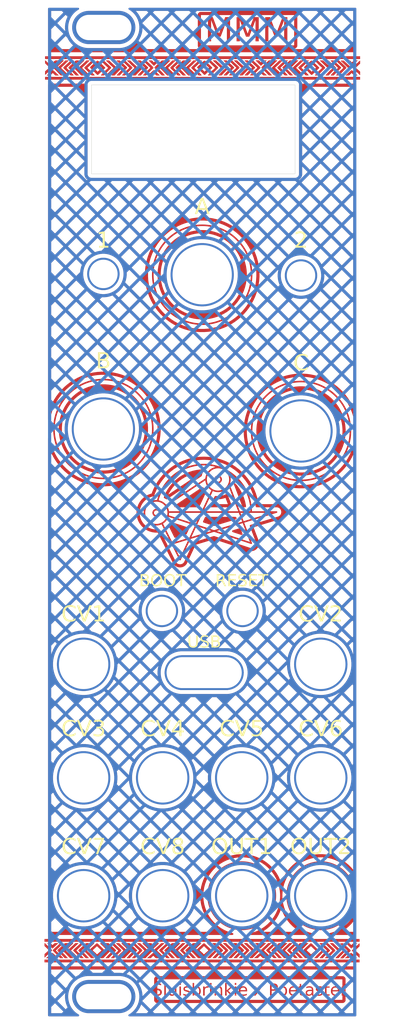
<source format=kicad_pcb>
(kicad_pcb (version 20241229) (generator "pcbnew") (generator_version "9.0")
  (layers (0 "F.Cu" signal) (2 "B.Cu" signal) (13 "F.Paste" user) (15 "B.Paste" user) (5 "F.SilkS" user "F.Silkscreen") (7 "B.SilkS" user "B.Silkscreen") (1 "F.Mask" user) (3 "B.Mask" user) (25 "Edge.Cuts" user))
  (net 0 "")
  (footprint "Library:Nut_3DModel" (layer "F.Cu") (at 175 119.45)
    (property "Reference" "REF**" (hide yes))
    (property "Value" "Nut_3DModel")
  )
  (footprint "" (layer "F.Cu") (at 145 105)
    (property "Reference" "" (at 0 0 0) (layer "F.SilkS") (effects (font (size 1.27 1.27))))
    (property "Value" "")
    (pad "" thru_hole circle (at 0 0) (size 6.75 6.75) (drill 6.25) (layers "*.Cu" "*.Mask"))
  )
  (footprint "" (layer "F.Cu") (at 165 134.25)
    (property "Reference" "" (at 0 0 0) (layer "F.SilkS") (effects (font (size 1.27 1.27))))
    (property "Value" "")
    (pad "" thru_hole circle (at 0 0) (size 6.75 6.75) (drill 6.25) (layers "*.Cu" "*.Mask"))
  )
  (footprint "" (layer "F.Cu") (at 175 119.15)
    (property "Reference" "" (at 0 0.3 0) (layer "F.SilkS") (effects (font (size 1.27 1.27))))
    (property "Value" "")
    (pad "" thru_hole circle (at 0 0.2) (size 6.75 6.75) (drill 6.25) (layers "*.Cu" "*.Mask"))
  )
  (footprint "Library:encoder_nut" (layer "F.Cu") (at 147.5 75.25)
    (property "Reference" "REF**" (hide yes))
    (property "Value" "encoder_nut")
  )
  (footprint "" (layer "F.Cu") (at 145 134.25)
    (property "Reference" "" (at 0 0 0) (layer "F.SilkS") (effects (font (size 1.27 1.27))))
    (property "Value" "")
    (pad "" thru_hole circle (at 0 0) (size 6.75 6.75) (drill 6.25) (layers "*.Cu" "*.Mask"))
  )
  (footprint "Library:encoder_washer" (layer "F.Cu") (at 147.5 75.25)
    (property "Reference" "REF**" (hide yes))
    (property "Value" "encoder_washer")
  )
  (footprint "" (layer "F.Cu") (at 145 119.25)
    (property "Reference" "" (at 0 0 0) (layer "F.SilkS") (effects (font (size 1.27 1.27))))
    (property "Value" "")
    (pad "" thru_hole circle (at 0 0.1) (size 6.75 6.75) (drill 6.25) (layers "*.Cu" "*.Mask"))
  )
  (footprint "Library:Nut_3DModel" (layer "F.Cu") (at 175 134.25)
    (property "Reference" "REF**" (hide yes))
    (property "Value" "Nut_3DModel")
  )
  (footprint "" (layer "F.Cu") (at 147.5 55.65)
    (property "Reference" "" (at 0 0 0) (layer "F.SilkS") (effects (font (size 1.27 1.27))))
    (property "Value" "")
    (pad "" thru_hole circle (at 0 0) (size 4.1 3.6) (drill 3.6) (layers "*.Cu" "*.Mask"))
  )
  (footprint "Library:Nut_3DModel" (layer "F.Cu") (at 145 105)
    (property "Reference" "REF**" (hide yes))
    (property "Value" "Nut_3DModel")
  )
  (footprint "MountingHole:MountingHole_3.2mm_M3" (layer "F.Cu") (at 147.5489 24.4964)
    (property "Reference" "REF**" (hide yes))
    (property "Value" "MountingHole_3.2mm_M3" (hide yes))
    (pad "" thru_hole oval (at 0 0) (size 8 4.2) (drill oval 7 3.2) (layers "*.Cu" "*.Mask"))
  )
  (footprint "MountingHole:MountingHole_3.2mm_M3" (layer "F.Cu") (at 160.25 106.05 180)
    (property "Reference" "REF**" (hide yes))
    (property "Value" "MountingHole_3.2mm_M3" (hide yes))
    (pad "" thru_hole oval (at 0 0 180) (size 10 4.4) (drill oval 9.5 3.9) (layers "*.Cu" "*.Mask"))
  )
  (footprint "Library:knob_alu" (layer "F.Cu") (at 160 55.75)
    (property "Reference" "REF**" (hide yes))
    (property "Value" "knob_alu")
  )
  (footprint "Library:encoder_washer" (layer "F.Cu") (at 172.5 75.5)
    (property "Reference" "REF**" (hide yes))
    (property "Value" "encoder_washer")
  )
  (footprint "Library:knob_alu" (layer "F.Cu") (at 172.5 75.5)
    (property "Reference" "REF**" (hide yes))
    (property "Value" "knob_alu")
  )
  (footprint "Library:encoder_washer" (layer "F.Cu") (at 160 55.75)
    (property "Reference" "REF**" (hide yes))
    (property "Value" "encoder_washer")
  )
  (footprint "" (layer "F.Cu") (at 155 134.25)
    (property "Reference" "" (at 0 0 0) (layer "F.SilkS") (effects (font (size 1.27 1.27))))
    (property "Value" "")
    (pad "" thru_hole circle (at 0 0) (size 6.75 6.75) (drill 6.25) (layers "*.Cu" "*.Mask"))
  )
  (footprint "Library:Nut_3DModel" (layer "F.Cu") (at 155 134.25)
    (property "Reference" "REF**" (hide yes))
    (property "Value" "Nut_3DModel")
  )
  (footprint "Library:knob_alu" (layer "F.Cu") (at 147.5 75.25)
    (property "Reference" "REF**" (hide yes))
    (property "Value" "knob_alu")
  )
  (footprint "MountingHole:MountingHole_3.2mm_M3" (layer "F.Cu") (at 147.5489 146.9964)
    (property "Reference" "REF**" (hide yes))
    (property "Value" "MountingHole_3.2mm_M3" (hide yes))
    (pad "" thru_hole oval (at 0 0) (size 8 4.2) (drill oval 7 3.2) (layers "*.Cu" "*.Mask"))
  )
  (footprint "" (layer "F.Cu") (at 154.9 98.25)
    (property "Reference" "" (at 0 0 0) (layer "F.SilkS") (effects (font (size 1.27 1.27))))
    (property "Value" "")
    (pad "" thru_hole circle (at 0 0) (size 4.1 3.6) (drill 3.6) (layers "*.Cu" "*.Mask"))
  )
  (footprint "Library:Nut_3DModel" (layer "F.Cu") (at 145 119.5)
    (property "Reference" "REF**" (hide yes))
    (property "Value" "Nut_3DModel")
  )
  (footprint "" (layer "F.Cu") (at 175 105)
    (property "Reference" "" (at 0 0 0) (layer "F.SilkS") (effects (font (size 1.27 1.27))))
    (property "Value" "")
    (pad "" thru_hole circle (at 0 0) (size 6.75 6.75) (drill 6.25) (layers "*.Cu" "*.Mask"))
  )
  (footprint "" (layer "F.Cu") (at 175 134.25)
    (property "Reference" "" (at 0 0 0) (layer "F.SilkS") (effects (font (size 1.27 1.27))))
    (property "Value" "")
    (pad "" thru_hole circle (at 0 0) (size 6.75 6.75) (drill 6.25) (layers "*.Cu" "*.Mask"))
  )
  (footprint "" (layer "F.Cu") (at 165.1 98.25)
    (property "Reference" "" (at 0 0 0) (layer "F.SilkS") (effects (font (size 1.27 1.27))))
    (property "Value" "")
    (pad "" thru_hole circle (at 0 0) (size 4.1 3.6) (drill 3.6) (layers "*.Cu" "*.Mask"))
  )
  (footprint "" (layer "F.Cu") (at 172.5 55.85)
    (property "Reference" "" (at 0 0 0) (layer "F.SilkS") (effects (font (size 1.27 1.27))))
    (property "Value" "")
    (pad "" thru_hole circle (at 0 0) (size 4.1 3.6) (drill 3.6) (layers "*.Cu" "*.Mask"))
  )
  (footprint "" (layer "F.Cu") (at 160 55.75)
    (property "Reference" "" (hide yes))
    (property "Value" "" (hide yes))
    (pad "" thru_hole circle (at 0 0) (size 8 8) (drill 7.5) (layers "*.Cu" "*.Mask"))
  )
  (footprint "Library:Nut_3DModel" (layer "F.Cu") (at 175 105)
    (property "Reference" "REF**" (hide yes))
    (property "Value" "Nut_3DModel")
  )
  (footprint "" (layer "F.Cu") (at 172.5 75.5)
    (property "Reference" "" (at 0 0 0) (layer "F.SilkS") (effects (font (size 1.27 1.27))))
    (property "Value" "")
    (pad "" thru_hole circle (at 0 0) (size 8 8) (drill 7.5) (layers "*.Cu" "*.Mask"))
  )
  (footprint "Library:encoder_nut" (layer "F.Cu") (at 160 55.75)
    (property "Reference" "REF**" (hide yes))
    (property "Value" "encoder_nut")
  )
  (footprint "Library:Nut_3DModel" (layer "F.Cu") (at 165 119.45)
    (property "Reference" "REF**" (hide yes))
    (property "Value" "Nut_3DModel")
  )
  (footprint "Library:Nut_3DModel" (layer "F.Cu") (at 155 119.45)
    (property "Reference" "REF**" (hide yes))
    (property "Value" "Nut_3DModel")
  )
  (footprint "" (layer "F.Cu") (at 147.5 75.25)
    (property "Reference" "" (at 0 0 0) (layer "F.SilkS") (effects (font (size 1.27 1.27))))
    (property "Value" "")
    (pad "" thru_hole circle (at 0 0) (size 8 7) (drill 7.5) (layers "*.Cu" "*.Mask"))
  )
  (footprint "" (layer "F.Cu") (at 165 119.25)
    (property "Reference" "" (at 0 0.2 0) (layer "F.SilkS") (effects (font (size 1.27 1.27))))
    (property "Value" "")
    (pad "" thru_hole circle (at 0 0.1) (size 6.75 6.75) (drill 6.25) (layers "*.Cu" "*.Mask"))
  )
  (footprint "" (layer "F.Cu") (at 155 119.35)
    (property "Reference" "" (at 0 0.1 0) (layer "F.SilkS") (effects (font (size 1.27 1.27))))
    (property "Value" "")
    (pad "" thru_hole circle (at 0 0) (size 6.75 6.75) (drill 6.25) (layers "*.Cu" "*.Mask"))
  )
  (footprint "Library:Nut_3DModel" (layer "F.Cu") (at 165 134.25)
    (property "Reference" "REF**" (hide yes))
    (property "Value" "Nut_3DModel")
  )
  (footprint "Library:mmm_backpcb" (layer "F.Cu") (at 140 140.75)
    (property "Reference" "REF**" (hide yes))
    (property "Value" "mmm_backpcb")
  )
  (footprint "Library:encoder_nut" (layer "F.Cu") (at 172.5 75.5)
    (property "Reference" "REF**" (hide yes))
    (property "Value" "encoder_nut")
  )
  (footprint "" (layer "F.Cu") (at 160.25 106.05 90)
    (property "Reference" "" (at 0 0 90) (layer "F.SilkS") (effects (font (size 1.27 1.27))))
    (property "Value" "")
    (pad "" thru_hole oval (at 0 0 180) (size 10 4.4) (drill oval 9.5 3.9) (layers "*.Cu" "*.Mask"))
  )
  (footprint "Library:Nut_3DModel" (layer "F.Cu") (at 145 134.25)
    (property "Reference" "REF**" (hide yes))
    (property "Value" "Nut_3DModel")
  )
  (gr_arc (start 154.368881 84.336476) (mid 160.911788 79.79237) (end 166.2 85.75) (stroke (width 0.2)) (layer "F.Cu"))
  (gr_line (start 169.4 85.75) (end 156.2 89.75) (stroke (width 0.2)) (layer "F.Cu"))
  (gr_poly (pts (xy 174.4126 28.655984) (xy 174.598556 28.656602) (xy 174.60037 28.656811) (xy 174.60223 28.657167) (xy 174.604125 28.657659) (xy 174.606044 28.658277) (xy 174.607975 28.659011) (xy 174.609907 28.659851) (xy 174.611829 28.660786) (xy 174.613729 28.661805) (xy 174.615596 28.662899) (xy 174.617418 28.664057) (xy 174.619184 28.665268) (xy 174.620883 28.666523) (xy 174.622504 28.667811) (xy 174.624035 28.669122) (xy 174.625464 28.670445) (xy 174.626781 28.67177) (xy 175.080806 29.09334) (xy 175.114252 29.123659) (xy 175.148082 29.153594) (xy 175.216317 29.212888) (xy 175.284354 29.272381) (xy 175.317937 29.302563) (xy 175.351036 29.333229) (xy 175.375463 29.356986) (xy 175.399542 29.381135) (xy 175.423291 29.40564) (xy 175.446725 29.430463) (xy 175.469862 29.455568) (xy 175.492717 29.480916) (xy 175.515308 29.506471) (xy 175.537651 29.532196) (xy 175.544142 29.540219) (xy 175.547003 29.544059) (xy 175.54961 29.547795) (xy 175.551969 29.551437) (xy 175.554081 29.554992) (xy 175.55595 29.558468) (xy 175.55758 29.561873) (xy 175.558974 29.565217) (xy 175.560135 29.568507) (xy 175.561066 29.571752) (xy 175.561771 29.574959) (xy 175.562253 29.578138) (xy 175.562515 29.581295) (xy 175.562561 29.584441) (xy 175.562393 29.587582) (xy 175.562016 29.590727) (xy 175.561433 29.593885) (xy 175.560646 29.597064) (xy 175.559659 29.600271) (xy 175.558475 29.603516) (xy 175.557098 29.606806) (xy 175.555532 29.610149) (xy 175.553778 29.613555) (xy 175.549723 29.620586) (xy 175.544961 29.627964) (xy 175.539518 29.635755) (xy 175.53342 29.644026) (xy 175.518976 29.662721) (xy 175.503991 29.680875) (xy 175.488519 29.698543) (xy 175.472614 29.715778) (xy 175.456332 29.732635) (xy 175.439725 29.749167) (xy 175.405757 29.781478) (xy 175.336321 29.844597) (xy 175.301722 29.876275) (xy 175.26778 29.908609) (xy 175.238026 29.938279) (xy 175.208738 29.968234) (xy 175.151052 30.028686) (xy 175.093698 30.089337) (xy 175.064826 30.11954) (xy 175.035652 30.149557) (xy 174.851413 30.336485) (xy 174.666645 30.523149) (xy 174.664362 30.525636) (xy 174.662141 30.528199) (xy 174.659977 30.53083) (xy 174.657865 30.533522) (xy 174.6558 30.536268) (xy 174.653778 30.539061) (xy 174.649844 30.544756) (xy 174.646026 30.550551) (xy 174.642287 30.556387) (xy 174.634895 30.567951) (xy 174.245781 30.567951) (xy 174.252709 30.555696) (xy 174.259869 30.543663) (xy 174.267261 30.531841) (xy 174.274884 30.520221) (xy 174.282739 30.508794) (xy 174.290825 30.497549) (xy 174.299143 30.486477) (xy 174.307693 30.475567) (xy 174.316474 30.464811) (xy 174.325486 30.454197) (xy 174.33473 30.443717) (xy 174.344205 30.433361) (xy 174.363851 30.412979) (xy 174.384422 30.392973) (xy 174.3934 30.383865) (xy 174.402105 30.374431) (xy 174.410579 30.364717) (xy 174.418862 30.354769) (xy 174.435025 30.334354) (xy 174.450922 30.313555) (xy 174.466886 30.292739) (xy 174.483246 30.272275) (xy 174.491678 30.262289) (xy 174.500333 30.252529) (xy 174.509253 30.243042) (xy 174.518478 30.233872) (xy 174.573458 30.179001) (xy 174.627652 30.123259) (xy 174.735965 30.011489) (xy 174.791226 29.956627) (xy 174.819381 29.929707) (xy 174.847983 29.903225) (xy 174.877101 29.877253) (xy 174.906807 29.851864) (xy 174.937173 29.827132) (xy 174.968269 29.803129) (xy 174.981972 29.792417) (xy 174.995327 29.781209) (xy 175.008374 29.769551) (xy 175.021154 29.757483) (xy 175.033706 29.74505) (xy 175.04607 29.732293) (xy 175.070399 29.705983) (xy 175.118586 29.651374) (xy 175.143088 29.623762) (xy 175.168293 29.596401) (xy 175.097916 29.528491) (xy 175.063817 29.49619) (xy 175.04678 29.480395) (xy 175.029651 29.464815) (xy 174.933482 29.37979) (xy 174.885606 29.337077) (xy 174.838139 29.293938) (xy 174.791283 29.250155) (xy 174.745242 29.205507) (xy 174.700218 29.159777) (xy 174.656414 29.112743) (xy 174.640374 29.09516) (xy 174.624027 29.077844) (xy 174.590532 29.043896) (xy 174.556178 29.010659) (xy 174.521212 28.977893) (xy 174.450436 28.912817) (xy 174.415122 28.880027) (xy 174.380188 28.846748) (xy 174.363026 28.82985) (xy 174.345943 28.812766) (xy 174.32895 28.795508) (xy 174.31206 28.778089) (xy 174.295286 28.760521) (xy 174.278639 28.742817) (xy 174.262133 28.724988) (xy 174.245781 28.707048) (xy 174.243748 28.704734) (xy 174.24187 28.702289) (xy 174.240127 28.699718) (xy 174.2385 28.697022) (xy 174.23697 28.694204) (xy 174.235519 28.691267) (xy 174.234126 28.688213) (xy 174.232773 28.685044) (xy 174.23011 28.678375) (xy 174.227376 28.671281) (xy 174.224418 28.663781) (xy 174.222808 28.659885) (xy 174.221084 28.655896)) (stroke (width -0.000001)) (fill yes) (layer "F.Cu"))
  (gr_poly (pts (xy 161.706388 140.250532) (xy 161.722885 140.268948) (xy 161.755644 140.305747) (xy 161.772178 140.323865) (xy 161.788998 140.34162) (xy 161.806239 140.358879) (xy 161.81506 140.36728) (xy 161.824038 140.375509) (xy 161.933058 140.472545) (xy 162.043202 140.568919) (xy 162.153743 140.665426) (xy 162.263952 140.76286) (xy 162.300839 140.796697) (xy 162.337448 140.830956) (xy 162.410049 140.900442) (xy 162.554289 141.0412) (xy 162.557234 141.043944) (xy 162.560117 141.046751) (xy 162.562945 141.049615) (xy 162.565722 141.052533) (xy 162.571144 141.058514) (xy 162.576426 141.06466) (xy 162.581609 141.070938) (xy 162.586733 141.077316) (xy 162.596975 141.090236) (xy 162.605137 141.101475) (xy 162.612278 141.111855) (xy 162.618378 141.121492) (xy 162.623418 141.130502) (xy 162.625533 141.134809) (xy 162.627376 141.139002) (xy 162.628944 141.143096) (xy 162.630233 141.147107) (xy 162.631242 141.151048) (xy 162.631969 141.154934) (xy 162.63241 141.15878) (xy 162.632563 141.1626) (xy 162.632425 141.166408) (xy 162.631995 141.17022) (xy 162.631269 141.174049) (xy 162.630245 141.17791) (xy 162.628921 141.181819) (xy 162.627293 141.185788) (xy 162.62536 141.189834) (xy 162.623119 141.193969) (xy 162.620568 141.19821) (xy 162.617703 141.20257) (xy 162.614523 141.207064) (xy 162.611024 141.211707) (xy 162.603062 141.221496) (xy 162.593798 141.232053) (xy 162.567668 141.259719) (xy 162.541186 141.286954) (xy 162.514431 141.313859) (xy 162.487482 141.340533) (xy 162.433313 141.393582) (xy 162.379309 141.446895) (xy 162.237714 141.591004) (xy 162.097441 141.735113) (xy 161.708326 142.130577) (xy 161.706936 142.131945) (xy 161.70542 142.133265) (xy 161.703793 142.134533) (xy 161.702071 142.135743) (xy 161.700268 142.136888) (xy 161.6984 142.137964) (xy 161.69648 142.138964) (xy 161.694525 142.139883) (xy 161.69255 142.140715) (xy 161.690568 142.141454) (xy 161.688596 142.142096) (xy 161.686648 142.142633) (xy 161.68474 142.143061) (xy 161.682885 142.143374) (xy 161.6811 142.143566) (xy 161.6794 142.143631) (xy 161.501161 142.144249) (xy 161.318155 142.144337) (xy 161.32642 142.130935) (xy 161.334135 142.117757) (xy 161.348627 142.092302) (xy 161.355759 142.08014) (xy 161.363052 142.068434) (xy 161.366814 142.062769) (xy 161.370684 142.05724) (xy 161.374682 142.051853) (xy 161.378832 142.046617) (xy 161.430266 141.985344) (xy 161.482064 141.924468) (xy 161.50842 141.894509) (xy 161.535252 141.865047) (xy 161.562687 141.836212) (xy 161.590853 141.808139) (xy 161.645449 141.753333) (xy 161.699281 141.69777) (xy 161.806884 141.586639) (xy 161.861771 141.532204) (xy 161.88973 141.505517) (xy 161.918126 141.479278) (xy 161.947028 141.453558) (xy 161.976506 141.428428) (xy 162.00663 141.403958) (xy 162.03747 141.38022) (xy 162.051359 141.369499) (xy 162.064878 141.35827) (xy 162.078067 141.346576) (xy 162.09097 141.334464) (xy 162.10363 141.321977) (xy 162.116087 141.309161) (xy 162.140568 141.282721) (xy 162.188975 141.227869) (xy 162.21358 141.200177) (xy 162.238905 141.172786) (xy 162.16879 141.105141) (xy 162.134627 141.072674) (xy 162.117507 141.056809) (xy 162.100264 141.0412) (xy 162.004385 140.956274) (xy 161.956508 140.913648) (xy 161.90897 140.870588) (xy 161.861994 140.82685) (xy 161.815804 140.782189) (xy 161.770622 140.736364) (xy 161.726671 140.689128) (xy 161.710625 140.671545) (xy 161.694258 140.654231) (xy 161.660703 140.620292) (xy 161.626288 140.587082) (xy 161.591294 140.554367) (xy 161.520694 140.4895) (xy 161.485649 140.456885) (xy 161.451151 140.42384) (xy 161.416906 140.389449) (xy 161.383023 140.354563) (xy 161.349602 140.319213) (xy 161.316744 140.283434) (xy 161.314704 140.28084) (xy 161.312808 140.278096) (xy 161.311043 140.275217) (xy 161.309397 140.272217) (xy 161.307856 140.269111) (xy 161.306408 140.265916) (xy 161.305039 140.262644) (xy 161.303737 140.259313) (xy 161.294168 140.232281) (xy 161.689631 140.232281)) (stroke (width -0.000001)) (fill yes) (layer "F.Cu"))
  (gr_poly (pts (xy 153.821684 141.480435) (xy 153.826334 141.480729) (xy 153.830968 141.481212) (xy 153.835549 141.481889) (xy 153.840038 141.482765) (xy 153.844398 141.483848) (xy 153.848591 141.485142) (xy 153.852579 141.486653) (xy 153.856325 141.488386) (xy 153.859791 141.490348) (xy 153.86294 141.492544) (xy 153.889456 141.512523) (xy 153.915795 141.532783) (xy 153.941911 141.553341) (xy 153.967758 141.574213) (xy 153.993291 141.595415) (xy 154.018465 141.616965) (xy 154.043234 141.638878) (xy 154.067553 141.661172) (xy 154.103799 141.694433) (xy 154.139578 141.728024) (xy 154.210117 141.795933) (xy 154.349772 141.932811) (xy 154.451153 142.030001) (xy 154.501529 142.078564) (xy 154.55121 142.127192) (xy 154.552617 142.128485) (xy 154.553933 142.129844) (xy 154.555168 142.131264) (xy 154.55633 142.132737) (xy 154.557428 142.134255) (xy 154.55847 142.135811) (xy 154.559467 142.137399) (xy 154.560425 142.13901) (xy 154.562263 142.142274) (xy 154.564056 142.145547) (xy 154.565873 142.148771) (xy 154.566813 142.150345) (xy 154.567785 142.151886) (xy 154.133169 142.151886) (xy 153.814608 141.839678) (xy 153.814286 141.839553) (xy 153.813972 141.839439) (xy 153.813647 141.83933) (xy 153.813295 141.83922) (xy 153.812897 141.839105) (xy 153.812437 141.838977) (xy 153.811256 141.838664) (xy 153.807365 141.837644) (xy 153.804374 141.836846) (xy 153.800497 141.835797) (xy 153.787752 141.853613) (xy 153.783977 141.858687) (xy 153.780008 141.863777) (xy 153.777957 141.866292) (xy 153.775865 141.868768) (xy 153.773736 141.871191) (xy 153.77157 141.873545) (xy 153.653919 141.989344) (xy 153.536264 142.105672) (xy 153.530885 142.111189) (xy 153.525567 142.116862) (xy 153.514968 142.128515) (xy 153.509613 142.134411) (xy 153.50417 142.140299) (xy 153.498604 142.146138) (xy 153.492876 142.151886) (xy 153.029325 142.151886) (xy 153.040023 142.141012) (xy 153.05048 142.130113) (xy 153.07104 142.108406) (xy 153.081324 142.097681) (xy 153.091733 142.087096) (xy 153.102357 142.076694) (xy 153.113287 142.066514) (xy 153.30771 141.892727) (xy 153.503458 141.719733) (xy 153.618287 141.618089) (xy 153.675999 141.567581) (xy 153.734175 141.517239) (xy 153.741081 141.511571) (xy 153.748282 141.506027) (xy 153.75198 141.503341) (xy 153.755738 141.500732) (xy 153.75955 141.498216) (xy 153.763413 141.495808) (xy 153.767321 141.493524) (xy 153.77127 141.49138) (xy 153.775255 141.489391) (xy 153.779272 141.487573) (xy 153.783315 141.485941) (xy 153.787381 141.48451) (xy 153.791465 141.483296) (xy 153.795561 141.482314) (xy 153.799515 141.481596) (xy 153.803679 141.481032) (xy 153.808015 141.480628) (xy 153.812487 141.480391) (xy 153.817056 141.480324)) (stroke (width -0.000001)) (fill yes) (layer "F.Cu"))
  (gr_poly (pts (xy 173.758715 140.259585) (xy 173.762177 140.259806) (xy 173.765636 140.260205) (xy 173.769094 140.26078) (xy 173.772553 140.261531) (xy 173.776014 140.262458) (xy 173.779481 140.26356) (xy 173.782954 140.264837) (xy 173.786436 140.266288) (xy 173.789929 140.267913) (xy 173.793435 140.269711) (xy 173.800493 140.273823) (xy 173.807627 140.278622) (xy 173.814852 140.284104) (xy 173.882899 140.337235) (xy 173.916519 140.364403) (xy 173.949656 140.392186) (xy 173.982148 140.420746) (xy 174.013834 140.450245) (xy 174.029324 140.465397) (xy 174.044552 140.480844) (xy 174.059497 140.496607) (xy 174.074141 140.512704) (xy 174.085976 140.525611) (xy 174.098051 140.538286) (xy 174.122808 140.563046) (xy 174.148202 140.587186) (xy 174.174022 140.610908) (xy 174.226095 140.65791) (xy 174.251927 140.681595) (xy 174.277342 140.705673) (xy 174.413293 140.836289) (xy 174.480988 140.901829) (xy 174.547922 140.967434) (xy 174.621696 141.039092) (xy 174.658402 141.075334) (xy 174.676608 141.093631) (xy 174.694677 141.112072) (xy 174.697438 141.115143) (xy 174.700047 141.118395) (xy 174.702526 141.121821) (xy 174.704896 141.125412) (xy 174.70718 141.12916) (xy 174.709399 141.133058) (xy 174.711574 141.137095) (xy 174.713728 141.141265) (xy 174.722559 141.159103) (xy 174.727409 141.1686) (xy 174.730018 141.173465) (xy 174.732779 141.178396) (xy 174.729086 141.184374) (xy 174.725533 141.190391) (xy 174.718738 141.202456) (xy 174.705657 141.226152) (xy 174.69895 141.237461) (xy 174.695462 141.24291) (xy 174.69185 141.248195) (xy 174.688086 141.253297) (xy 174.684146 141.258194) (xy 174.680001 141.262867) (xy 174.675627 141.267295) (xy 174.338018 141.579856) (xy 174.30722 141.609381) (xy 174.276901 141.639376) (xy 174.217106 141.700154) (xy 174.157442 141.760931) (xy 174.127288 141.790927) (xy 174.09672 141.820451) (xy 174.062273 141.85253) (xy 174.02752 141.88427) (xy 173.957461 141.947098) (xy 173.887269 142.009661) (xy 173.817671 142.072687) (xy 173.813458 142.076324) (xy 173.809279 142.07956) (xy 173.80513 142.082389) (xy 173.801003 142.084808) (xy 173.798946 142.085862) (xy 173.796893 142.086811) (xy 173.794842 142.087656) (xy 173.792793 142.088394) (xy 173.790745 142.089027) (xy 173.788697 142.089553) (xy 173.786648 142.089971) (xy 173.784599 142.090281) (xy 173.782547 142.090483) (xy 173.780493 142.090576) (xy 173.778434 142.090559) (xy 173.776372 142.090432) (xy 173.774304 142.090194) (xy 173.77223 142.089845) (xy 173.77015 142.089384) (xy 173.768062 142.08881) (xy 173.765966 142.088123) (xy 173.763861 142.087322) (xy 173.761746 142.086407) (xy 173.759621 142.085377) (xy 173.757484 142.084231) (xy 173.755335 142.082969) (xy 173.753173 142.081591) (xy 173.750998 142.080096) (xy 173.741363 142.073721) (xy 173.731799 142.067268) (xy 173.722342 142.060692) (xy 173.71303 142.053945) (xy 173.7039 142.046984) (xy 173.694989 142.039763) (xy 173.690627 142.03604) (xy 173.686334 142.032235) (xy 173.682115 142.028342) (xy 173.677973 142.024356) (xy 173.593868 141.939442) (xy 173.510227 141.854097) (xy 173.343542 141.682514) (xy 173.222626 141.556132) (xy 173.162169 141.493305) (xy 173.101183 141.431338) (xy 173.092886 141.42339) (xy 173.084416 141.415666) (xy 173.075801 141.40813) (xy 173.067067 141.40075) (xy 173.049346 141.386323) (xy 173.031465 141.372115) (xy 173.013632 141.357857) (xy 172.996061 141.34328) (xy 172.987438 141.335789) (xy 172.97896 141.328117) (xy 172.970652 141.320231) (xy 172.962542 141.312098) (xy 172.94467 141.29294) (xy 172.927054 141.273331) (xy 172.90972 141.253317) (xy 172.892691 141.232943) (xy 172.875993 141.212256) (xy 172.85965 141.191299) (xy 172.843688 141.170119) (xy 172.828131 141.148762) (xy 172.827338 141.147487) (xy 172.826612 141.146112) (xy 172.825954 141.144644) (xy 172.825361 141.143089) (xy 172.82437 141.139741) (xy 172.823633 141.136117) (xy 172.823144 141.132266) (xy 172.823009 141.130064) (xy 173.217245 141.130064) (xy 173.246759 141.164469) (xy 173.276612 141.19787) (xy 173.306878 141.230319) (xy 173.337631 141.261871) (xy 173.368947 141.29258) (xy 173.400899 141.322499) (xy 173.433563 141.351682) (xy 173.467012 141.380183) (xy 173.530237 141.432263) (xy 173.56158 141.458741) (xy 173.592336 141.485929) (xy 173.607398 141.499889) (xy 173.622199 141.514143) (xy 173.6367 141.528733) (xy 173.650863 141.543697) (xy 173.66465 141.559074) (xy 173.678022 141.574904) (xy 173.690942 141.591225) (xy 173.703371 141.608078) (xy 173.705615 141.611302) (xy 173.707976 141.614488) (xy 173.710448 141.61763) (xy 173.713023 141.620723) (xy 173.715696 141.623763) (xy 173.718459 141.626744) (xy 173.721306 141.629661) (xy 173.72423 141.632508) (xy 173.727224 141.635281) (xy 173.730282 141.637975) (xy 173.733396 141.640584) (xy 173.736561 141.643102) (xy 173.739769 141.645526) (xy 173.743013 141.64785) (xy 173.746288 141.650068) (xy 173.749586 141.652175) (xy 173.750478 141.652748) (xy 173.751432 141.653276) (xy 173.752444 141.653759) (xy 173.75351 141.654198) (xy 173.755784 141.654945) (xy 173.758223 141.655521) (xy 173.760792 141.65593) (xy 173.763457 141.656175) (xy 173.766186 141.65626) (xy 173.768944 141.656188) (xy 173.771698 141.655964) (xy 173.774414 141.65559) (xy 173.777059 141.65507) (xy 173.779599 141.654408) (xy 173.782001 141.653608) (xy 173.78423 141.652672) (xy 173.786254 141.651606) (xy 173.787178 141.651025) (xy 173.788038 141.650412) (xy 174.163748 141.313509) (xy 174.203709 141.277338) (xy 174.244267 141.241101) (xy 174.327436 141.167106) (xy 173.755583 140.627004) (xy 173.217245 141.130064) (xy 172.823009 141.130064) (xy 172.822897 141.128236) (xy 172.822886 141.124076) (xy 172.823104 141.119834) (xy 172.823545 141.115559) (xy 172.824204 141.1113) (xy 172.825073 141.107105) (xy 172.826147 141.103022) (xy 172.827419 141.099101) (xy 172.828884 141.095389) (xy 172.830535 141.091936) (xy 172.832365 141.08879) (xy 172.840424 141.075854) (xy 172.848747 141.063021) (xy 172.857368 141.050361) (xy 172.866319 141.037946) (xy 172.875634 141.025844) (xy 172.880439 141.019934) (xy 172.885347 141.014128) (xy 172.890362 141.008435) (xy 172.895489 141.002866) (xy 172.900732 140.997427) (xy 172.906096 140.992129) (xy 173.000283 140.90411) (xy 173.095229 140.816622) (xy 173.285685 140.642173) (xy 173.424944 140.515305) (xy 173.494541 140.45212) (xy 173.564734 140.389232) (xy 173.581176 140.374898) (xy 173.597723 140.360745) (xy 173.61441 140.346791) (xy 173.631274 140.333052) (xy 173.648354 140.319544) (xy 173.665685 140.306285) (xy 173.683306 140.29329) (xy 173.701254 140.280576) (xy 173.70879 140.275391) (xy 173.716192 140.270946) (xy 173.719849 140.269) (xy 173.723478 140.267237) (xy 173.727082 140.265657) (xy 173.730663 140.26426) (xy 173.734223 140.263044) (xy 173.737763 140.26201) (xy 173.741287 140.261157) (xy 173.744795 140.260484) (xy 173.74829 140.259991) (xy 173.751773 140.259677) (xy 173.755248 140.259542)) (stroke (width -0.000001)) (fill yes) (layer "F.Cu"))
  (gr_circle (center 154.2 85.843238) (end 154.6 85.843238) (stroke (width 0.2)) (fill no) (layer "F.Cu"))
  (gr_circle (center 162 81.626845) (end 162.8 80.35) (stroke (width 0.2)) (fill no) (layer "F.Cu"))
  (gr_poly (pts (xy 143.092981 28.664969) (xy 143.088335 28.67364) (xy 143.079946 28.689631) (xy 143.075921 28.696876) (xy 143.073889 28.700294) (xy 143.071822 28.703571) (xy 143.0697 28.7067) (xy 143.067507 28.709679) (xy 143.065225 28.712501) (xy 143.062837 28.715162) (xy 142.727346 29.041129) (xy 142.701836 29.066668) (xy 142.676794 29.09264) (xy 142.627465 29.145243) (xy 142.57807 29.197647) (xy 142.552945 29.223371) (xy 142.527319 29.248562) (xy 142.499338 29.27517) (xy 142.471013 29.301352) (xy 142.413681 29.352852) (xy 142.356018 29.403889) (xy 142.298719 29.45529) (xy 142.262196 29.488611) (xy 142.225871 29.522362) (xy 142.189282 29.556444) (xy 142.151966 29.590757) (xy 142.154472 29.594348) (xy 142.156739 29.597725) (xy 142.160785 29.603898) (xy 142.16268 29.606729) (xy 142.164567 29.60941) (xy 142.166503 29.61196) (xy 142.167508 29.61319) (xy 142.168546 29.614393) (xy 142.195964 29.645828) (xy 142.223982 29.676631) (xy 142.252603 29.706797) (xy 142.281831 29.736322) (xy 142.311672 29.765202) (xy 142.342129 29.793433) (xy 142.373206 29.821011) (xy 142.404907 29.847932) (xy 142.432972 29.871607) (xy 142.460359 29.895981) (xy 142.487184 29.920926) (xy 142.513562 29.946313) (xy 142.565442 29.997901) (xy 142.616926 30.049721) (xy 142.67983 30.113419) (xy 142.742073 30.177514) (xy 142.803656 30.242006) (xy 142.864576 30.306895) (xy 142.884068 30.327632) (xy 142.90337 30.348567) (xy 142.922457 30.369701) (xy 142.941305 30.391033) (xy 142.959888 30.412564) (xy 142.978182 30.434293) (xy 142.996161 30.45622) (xy 143.013801 30.478346) (xy 143.018005 30.483437) (xy 143.022029 30.488649) (xy 143.025895 30.493971) (xy 143.029621 30.499391) (xy 143.033227 30.504898) (xy 143.036733 30.51048) (xy 143.043522 30.521826) (xy 143.056763 30.544922) (xy 143.063527 30.55649) (xy 143.070598 30.567951) (xy 142.681131 30.567951) (xy 142.674517 30.556927) (xy 142.671135 30.551382) (xy 142.667638 30.545903) (xy 142.665831 30.543209) (xy 142.663975 30.540556) (xy 142.662067 30.537953) (xy 142.660098 30.535408) (xy 142.658063 30.532929) (xy 142.655955 30.530524) (xy 142.653769 30.528202) (xy 142.651499 30.525971) (xy 142.533494 30.407702) (xy 142.474789 30.348567) (xy 142.416547 30.288903) (xy 142.115982 29.971404) (xy 142.104066 29.959095) (xy 142.091899 29.947018) (xy 142.079524 29.93514) (xy 142.066989 29.923426) (xy 142.041617 29.900363) (xy 142.016145 29.877565) (xy 141.952987 29.821093) (xy 141.9219 29.792491) (xy 141.89135 29.763398) (xy 141.861495 29.733626) (xy 141.832492 29.70299) (xy 141.818359 29.68729) (xy 141.804497 29.671304) (xy 141.790927 29.655009) (xy 141.777668 29.638382) (xy 141.773143 29.632329) (xy 141.7691 29.626335) (xy 141.765552 29.620393) (xy 141.762509 29.614498) (xy 141.759983 29.608642) (xy 141.757985 29.602818) (xy 141.757188 29.599917) (xy 141.756527 29.597021) (xy 141.756003 29.594129) (xy 141.755619 29.591242) (xy 141.755376 29.588358) (xy 141.755274 29.585476) (xy 141.755316 29.582595) (xy 141.755502 29.579716) (xy 141.755835 29.576835) (xy 141.756315 29.573954) (xy 141.756945 29.571071) (xy 141.757725 29.568185) (xy 141.758657 29.565295) (xy 141.759742 29.562401) (xy 141.760982 29.559502) (xy 141.762379 29.556596) (xy 141.763932 29.553684) (xy 141.765645 29.550764) (xy 141.767519 29.547835) (xy 141.769554 29.544896) (xy 141.79017 29.517313) (xy 141.800585 29.503621) (xy 141.811182 29.490128) (xy 141.822044 29.476931) (xy 141.833253 29.464132) (xy 141.839013 29.457913) (xy 141.844891 29.451829) (xy 141.850897 29.445895) (xy 141.857042 29.440122) (xy 142.392559 28.955051) (xy 142.429785 28.920472) (xy 142.466659 28.885582) (xy 142.5398 28.81522) (xy 142.612874 28.744658) (xy 142.686775 28.674593) (xy 142.688345 28.673004) (xy 142.690005 28.671419) (xy 142.691747 28.669854) (xy 142.693561 28.66832) (xy 142.69544 28.666832) (xy 142.697374 28.665403) (xy 142.699354 28.664046) (xy 142.701372 28.662775) (xy 142.703419 28.661603) (xy 142.705487 28.660544) (xy 142.707565 28.659611) (xy 142.709646 28.658817) (xy 142.711721 28.658176) (xy 142.712753 28.657918) (xy 142.713781 28.657702) (xy 142.714803 28.657532) (xy 142.715817 28.657408) (xy 142.716824 28.657332) (xy 142.717821 28.657307) (xy 142.90347 28.656073) (xy 143.098114 28.655896)) (stroke (width -0.000001)) (fill yes) (layer "F.Cu"))
  (gr_poly (pts (xy 144.147949 28.656491) (xy 144.223361 28.656602) (xy 144.374218 28.655896) (xy 144.420784 28.655896) (xy 144.416397 28.663749) (xy 144.412411 28.671159) (xy 144.408698 28.678115) (xy 144.40513 28.684603) (xy 144.401578 28.690612) (xy 144.399768 28.693433) (xy 144.397915 28.696129) (xy 144.396001 28.698699) (xy 144.394011 28.701142) (xy 144.391929 28.703455) (xy 144.38974 28.705638) (xy 144.054249 29.030898) (xy 143.963936 29.122974) (xy 143.793986 29.285296) (xy 143.708449 29.366209) (xy 143.622448 29.446824) (xy 143.586988 29.480867) (xy 143.550967 29.514909) (xy 143.477104 29.584054) (xy 143.483067 29.591966) (xy 143.488828 29.599791) (xy 143.49999 29.614966) (xy 143.505515 29.622208) (xy 143.511086 29.629149) (xy 143.513907 29.632489) (xy 143.516764 29.635734) (xy 143.519662 29.638876) (xy 143.522611 29.64191) (xy 143.621214 29.736366) (xy 143.670746 29.782999) (xy 143.720875 29.829235) (xy 143.741454 29.84821) (xy 143.762352 29.866866) (xy 143.804526 29.903803) (xy 143.825512 29.922373) (xy 143.846237 29.941203) (xy 143.866557 29.960439) (xy 143.886327 29.980224) (xy 143.962835 30.058232) (xy 144.038549 30.137033) (xy 144.188656 30.29596) (xy 144.227439 30.338568) (xy 144.265826 30.381772) (xy 144.284788 30.403618) (xy 144.303552 30.425638) (xy 144.322084 30.44784) (xy 144.340351 30.470231) (xy 144.344492 30.475732) (xy 144.348461 30.481376) (xy 144.352276 30.48715) (xy 144.355955 30.493041) (xy 144.359517 30.499035) (xy 144.362979 30.50512) (xy 144.369675 30.517504) (xy 144.382668 30.542761) (xy 144.389253 30.555418) (xy 144.396091 30.567951) (xy 144.015091 30.567951) (xy 144.010315 30.561412) (xy 144.00572 30.554799) (xy 143.996747 30.541581) (xy 143.992202 30.535092) (xy 143.987508 30.52876) (xy 143.985079 30.525671) (xy 143.982582 30.522643) (xy 143.980007 30.519683) (xy 143.977342 30.516799) (xy 143.918567 30.45832) (xy 143.85956 30.400073) (xy 143.800883 30.341628) (xy 143.771844 30.312196) (xy 143.743099 30.282554) (xy 143.442531 29.965759) (xy 143.430252 29.953213) (xy 143.417782 29.940927) (xy 143.405163 29.928832) (xy 143.392437 29.916856) (xy 143.366828 29.892983) (xy 143.354027 29.880945) (xy 143.341284 29.868746) (xy 143.223191 29.751227) (xy 143.164278 29.691987) (xy 143.105629 29.632384) (xy 143.09962 29.625616) (xy 143.094303 29.619048) (xy 143.089691 29.612651) (xy 143.087653 29.609507) (xy 143.085797 29.606395) (xy 143.084123 29.603309) (xy 143.082634 29.600247) (xy 143.081332 29.597205) (xy 143.080217 29.594179) (xy 143.079292 29.591165) (xy 143.078559 29.588159) (xy 143.078018 29.585158) (xy 143.077672 29.582158) (xy 143.077522 29.579154) (xy 143.077571 29.576144) (xy 143.077819 29.573122) (xy 143.078269 29.570087) (xy 143.078921 29.567033) (xy 143.079779 29.563956) (xy 143.080843 29.560854) (xy 143.082115 29.557722) (xy 143.083596 29.554557) (xy 143.08529 29.551354) (xy 143.087196 29.54811) (xy 143.089317 29.544821) (xy 143.091655 29.541483) (xy 143.094211 29.538092) (xy 143.096987 29.534645) (xy 143.099985 29.531138) (xy 143.122021 29.504771) (xy 143.144247 29.478629) (xy 143.166721 29.452767) (xy 143.189502 29.427244) (xy 143.212646 29.402119) (xy 143.236212 29.377448) (xy 143.260257 29.353289) (xy 143.284839 29.329701) (xy 143.334133 29.284764) (xy 143.383783 29.240339) (xy 143.483718 29.152431) (xy 143.583786 29.064787) (xy 143.683126 28.976218) (xy 143.758797 28.906391) (xy 143.833939 28.835372) (xy 143.908552 28.763692) (xy 143.982635 28.69188) (xy 143.987661 28.6871) (xy 143.992693 28.682678) (xy 143.997747 28.678608) (xy 144.002837 28.674886) (xy 144.00798 28.671504) (xy 144.013188 28.668458) (xy 144.018479 28.665741) (xy 144.023866 28.663348) (xy 144.029365 28.661274) (xy 144.03499 28.659513) (xy 144.040757 28.658058) (xy 144.04668 28.656905) (xy 144.052776 28.656047) (xy 144.059057 28.655479) (xy 144.065541 28.655196) (xy 144.072241 28.655191)) (stroke (width -0.000001)) (fill yes) (layer "F.Cu"))
  (gr_poly (pts (xy 179.905504 140.069022) (xy 140.051186 140.069022) (xy 140.051186 139.716242) (xy 179.905504 139.716242)) (stroke (width -0.000001)) (fill yes) (layer "F.Cu"))
  (gr_poly (pts (xy 175.768519 28.655984) (xy 175.953861 28.656602) (xy 175.955844 28.656811) (xy 175.957824 28.657167) (xy 175.959795 28.657659) (xy 175.961753 28.658277) (xy 175.963696 28.659011) (xy 175.965617 28.659851) (xy 175.967514 28.660786) (xy 175.969382 28.661805) (xy 175.971216 28.662899) (xy 175.973014 28.664057) (xy 175.97477 28.665268) (xy 175.976481 28.666523) (xy 175.978142 28.667811) (xy 175.97975 28.669122) (xy 175.982788 28.67177) (xy 176.437515 29.09334) (xy 176.470931 29.123659) (xy 176.504682 29.153594) (xy 176.572675 29.212888) (xy 176.64047 29.272381) (xy 176.673973 29.302563) (xy 176.707042 29.333229) (xy 176.731396 29.356986) (xy 176.755498 29.381135) (xy 176.779328 29.40564) (xy 176.802863 29.430463) (xy 176.826085 29.455568) (xy 176.848972 29.480916) (xy 176.871503 29.506471) (xy 176.893657 29.532196) (xy 176.900028 29.540219) (xy 176.902837 29.544059) (xy 176.905399 29.547795) (xy 176.907716 29.551437) (xy 176.909793 29.554992) (xy 176.911632 29.558468) (xy 176.913237 29.561873) (xy 176.91461 29.565217) (xy 176.915755 29.568507) (xy 176.916674 29.571752) (xy 176.917371 29.574959) (xy 176.917849 29.578138) (xy 176.918111 29.581295) (xy 176.91816 29.584441) (xy 176.917999 29.587582) (xy 176.917632 29.590727) (xy 176.917061 29.593885) (xy 176.91629 29.597064) (xy 176.915321 29.600271) (xy 176.914158 29.603516) (xy 176.912803 29.606806) (xy 176.911261 29.610149) (xy 176.909533 29.613555) (xy 176.905536 29.620586) (xy 176.900836 29.627964) (xy 176.895458 29.635755) (xy 176.889427 29.644026) (xy 176.874859 29.662721) (xy 176.859765 29.680875) (xy 176.844201 29.698543) (xy 176.828218 29.715778) (xy 176.811873 29.732635) (xy 176.795217 29.749167) (xy 176.76119 29.781478) (xy 176.69178 29.844597) (xy 176.657257 29.876275) (xy 176.623428 29.908609) (xy 176.593732 29.938279) (xy 176.564379 29.968234) (xy 176.506354 30.028686) (xy 176.448658 30.089337) (xy 176.390598 30.149557) (xy 176.023002 30.523149) (xy 176.020549 30.525636) (xy 176.018206 30.528199) (xy 176.015962 30.53083) (xy 176.013803 30.533522) (xy 176.011716 30.536268) (xy 176.009689 30.539061) (xy 176.005761 30.544756) (xy 175.998049 30.556387) (xy 175.994059 30.562206) (xy 175.991985 30.565092) (xy 175.989841 30.567951) (xy 175.601787 30.567951) (xy 175.608666 30.555696) (xy 175.615803 30.543663) (xy 175.623193 30.531841) (xy 175.630831 30.520221) (xy 175.638711 30.508794) (xy 175.646827 30.497549) (xy 175.655173 30.486477) (xy 175.663744 30.475567) (xy 175.672534 30.464811) (xy 175.681538 30.454197) (xy 175.700163 30.433361) (xy 175.719573 30.412979) (xy 175.739723 30.392973) (xy 175.748937 30.383865) (xy 175.757826 30.374431) (xy 175.766434 30.364717) (xy 175.774808 30.354769) (xy 175.791037 30.334354) (xy 175.806883 30.313555) (xy 175.822711 30.292739) (xy 175.838892 30.272275) (xy 175.847229 30.262289) (xy 175.855792 30.252529) (xy 175.864626 30.243042) (xy 175.873779 30.233872) (xy 175.928658 30.179001) (xy 175.982805 30.123259) (xy 176.091136 30.011489) (xy 176.146436 29.956627) (xy 176.174613 29.929707) (xy 176.203236 29.903225) (xy 176.232373 29.877253) (xy 176.262095 29.851864) (xy 176.29247 29.827132) (xy 176.32357 29.803129) (xy 176.337455 29.792417) (xy 176.350961 29.781209) (xy 176.364128 29.769551) (xy 176.376999 29.757483) (xy 176.389616 29.74505) (xy 176.402021 29.732293) (xy 176.42636 29.705983) (xy 176.450352 29.678896) (xy 176.474332 29.651374) (xy 176.498634 29.623762) (xy 176.523594 29.596401) (xy 176.45357 29.528491) (xy 176.436456 29.512217) (xy 176.419317 29.49619) (xy 176.402063 29.480395) (xy 176.384601 29.464815) (xy 176.288934 29.37979) (xy 176.241257 29.337077) (xy 176.193927 29.293938) (xy 176.147125 29.250155) (xy 176.101035 29.205507) (xy 176.055837 29.159777) (xy 176.011715 29.112743) (xy 175.995609 29.09516) (xy 175.9792 29.077844) (xy 175.945606 29.043896) (xy 175.911211 29.010659) (xy 175.876291 28.977893) (xy 175.805984 28.912817) (xy 175.771151 28.880027) (xy 175.7369 28.846748) (xy 175.719171 28.82985) (xy 175.70169 28.812766) (xy 175.68444 28.795508) (xy 175.667404 28.778089) (xy 175.650567 28.760521) (xy 175.633912 28.742817) (xy 175.617423 28.724988) (xy 175.601082 28.707048) (xy 175.599289 28.704734) (xy 175.597606 28.702289) (xy 175.596017 28.699718) (xy 175.594507 28.697022) (xy 175.59306 28.694204) (xy 175.591663 28.691267) (xy 175.5903 28.688213) (xy 175.588956 28.685044) (xy 175.586265 28.678375) (xy 175.583471 28.671281) (xy 175.580453 28.663781) (xy 175.577091 28.655896)) (stroke (width -0.000001)) (fill yes) (layer "F.Cu"))
  (gr_line (start 155.703874 85.75) (end 169.4 85.75) (stroke (width 0.2)) (layer "F.Cu"))
  (gr_poly (pts (xy 165.776853 28.66579) (xy 165.792859 28.683392) (xy 165.824465 28.718636) (xy 165.840347 28.736065) (xy 165.856468 28.75322) (xy 165.872969 28.769995) (xy 165.881407 28.778207) (xy 165.889991 28.786283) (xy 165.983633 28.870921) (xy 166.077936 28.954866) (xy 166.17237 29.038744) (xy 166.266407 29.123185) (xy 166.346097 29.195096) (xy 166.42529 29.267471) (xy 166.503888 29.340375) (xy 166.581791 29.413874) (xy 166.588481 29.420284) (xy 166.59506 29.426811) (xy 166.607908 29.440183) (xy 166.620375 29.453927) (xy 166.632503 29.467981) (xy 166.644333 29.482283) (xy 166.655907 29.496771) (xy 166.667266 29.511382) (xy 166.678451 29.526056) (xy 166.683093 29.532901) (xy 166.685128 29.536207) (xy 166.686975 29.539441) (xy 166.688638 29.54261) (xy 166.690118 29.545719) (xy 166.691418 29.548772) (xy 166.692539 29.551776) (xy 166.693485 29.554736) (xy 166.694258 29.557656) (xy 166.694859 29.560542) (xy 166.695292 29.5634) (xy 166.695559 29.566235) (xy 166.695661 29.569051) (xy 166.695602 29.571855) (xy 166.695383 29.574652) (xy 166.695007 29.577446) (xy 166.694476 29.580244) (xy 166.693793 29.58305) (xy 166.69296 29.58587) (xy 166.691979 29.58871) (xy 166.690853 29.591573) (xy 166.688173 29.597395) (xy 166.684939 29.603378) (xy 166.68117 29.609565) (xy 166.676884 29.615997) (xy 166.6721 29.622718) (xy 166.657466 29.641674) (xy 166.642304 29.66008) (xy 166.626666 29.677991) (xy 166.610602 29.695462) (xy 166.594164 29.712546) (xy 166.577403 29.729298) (xy 166.543117 29.762021) (xy 166.508153 29.794067) (xy 166.47292 29.825869) (xy 166.437828 29.85786) (xy 166.403286 29.890476) (xy 166.372108 29.921266) (xy 166.341456 29.952449) (xy 166.281181 30.01558) (xy 166.221368 30.079042) (xy 166.191294 30.110638) (xy 166.160927 30.142007) (xy 165.963239 30.344942) (xy 165.764759 30.547348) (xy 165.762501 30.549398) (xy 165.761279 30.550453) (xy 165.760005 30.55151) (xy 165.758685 30.552557) (xy 165.757327 30.553581) (xy 165.755938 30.554568) (xy 165.754525 30.555507) (xy 165.753096 30.556383) (xy 165.751658 30.557185) (xy 165.750217 30.557898) (xy 165.748782 30.558511) (xy 165.747359 30.55901) (xy 165.746654 30.559213) (xy 165.745956 30.559383) (xy 165.745263 30.559517) (xy 165.744579 30.559616) (xy 165.743903 30.559676) (xy 165.743236 30.559696) (xy 165.562439 30.560314) (xy 165.375293 30.560402) (xy 165.384073 30.545874) (xy 165.392291 30.531689) (xy 165.407834 30.50453) (xy 165.415557 30.491648) (xy 165.423512 30.47929) (xy 165.427638 30.473323) (xy 165.431896 30.467503) (xy 165.436312 30.461838) (xy 165.44091 30.456332) (xy 165.491934 30.395208) (xy 165.517597 30.36466) (xy 165.543522 30.334315) (xy 165.569826 30.304317) (xy 165.596632 30.274811) (xy 165.624057 30.245942) (xy 165.652221 30.217855) (xy 165.707186 30.162798) (xy 165.76134 30.107005) (xy 165.869531 29.995428) (xy 165.924727 29.940751) (xy 165.952853 29.913933) (xy 165.981428 29.887555) (xy 166.010524 29.861685) (xy 166.040213 29.836392) (xy 166.070568 29.811747) (xy 166.101661 29.787818) (xy 166.115426 29.776985) (xy 166.128834 29.765681) (xy 166.141928 29.753945) (xy 166.154747 29.741819) (xy 166.167332 29.729344) (xy 166.179725 29.716561) (xy 166.204096 29.690231) (xy 166.252322 29.635666) (xy 166.276829 29.608084) (xy 166.302036 29.580738) (xy 166.231172 29.512828) (xy 166.197311 29.480526) (xy 166.163749 29.449151) (xy 166.067574 29.363983) (xy 166.01956 29.321277) (xy 165.971926 29.278186) (xy 165.924921 29.234484) (xy 165.878793 29.189943) (xy 165.833788 29.144334) (xy 165.790157 29.097432) (xy 165.756882 29.062123) (xy 165.722792 29.027753) (xy 165.688066 28.994102) (xy 165.652881 28.960951) (xy 165.581846 28.895274) (xy 165.546351 28.86231) (xy 165.511108 28.828969) (xy 165.494168 28.812336) (xy 165.477451 28.795521) (xy 165.460916 28.778541) (xy 165.444522 28.761411) (xy 165.41199 28.726773) (xy 165.379524 28.691737) (xy 165.377666 28.689491) (xy 165.375919 28.687124) (xy 165.374272 28.68465) (xy 165.372711 28.68208) (xy 165.371225 28.679428) (xy 165.369801 28.676706) (xy 165.367089 28.6711) (xy 165.361863 28.659591) (xy 165.359151 28.653886) (xy 165.357726 28.651089) (xy 165.356239 28.648346) (xy 165.760524 28.648346)) (stroke (width -0.000001)) (fill yes) (layer "F.Cu"))
  (gr_poly (pts (xy 160.320878 28.679316) (xy 160.334806 28.68726) (xy 160.36289 28.702991) (xy 160.376658 28.711159) (xy 160.383387 28.715401) (xy 160.389982 28.719781) (xy 160.396418 28.724322) (xy 160.40267 28.729048) (xy 160.408715 28.733983) (xy 160.414528 28.739151) (xy 160.503781 28.822065) (xy 160.591975 28.905839) (xy 160.767303 29.073584) (xy 160.952869 29.241506) (xy 160.975616 29.263591) (xy 160.998127 29.28589) (xy 161.042692 29.330936) (xy 161.087059 29.376246) (xy 161.131725 29.421423) (xy 161.156221 29.445649) (xy 161.180849 29.46971) (xy 161.205345 29.493704) (xy 161.229446 29.517732) (xy 161.236053 29.524989) (xy 161.239054 29.528607) (xy 161.241855 29.53222) (xy 161.244456 29.535829) (xy 161.246859 29.539437) (xy 161.249062 29.543045) (xy 161.251069 29.546654) (xy 161.252878 29.550267) (xy 161.254492 29.553886) (xy 161.255909 29.557512) (xy 161.257132 29.561146) (xy 161.258161 29.564792) (xy 161.258997 29.568449) (xy 161.25964 29.572121) (xy 161.260092 29.575808) (xy 161.260352 29.579513) (xy 161.260421 29.583237) (xy 161.260301 29.586983) (xy 161.259991 29.590751) (xy 161.259494 29.594543) (xy 161.258808 29.598362) (xy 161.257936 29.602209) (xy 161.256878 29.606086) (xy 161.255634 29.609994) (xy 161.254205 29.613936) (xy 161.252592 29.617912) (xy 161.250796 29.621926) (xy 161.246656 29.630069) (xy 161.24179 29.638381) (xy 161.236416 29.646606) (xy 161.233648 29.650685) (xy 161.230811 29.654698) (xy 161.227891 29.658612) (xy 161.224875 29.662393) (xy 161.223328 29.664224) (xy 161.221752 29.666009) (xy 161.220147 29.667744) (xy 161.218509 29.669426) (xy 161.154396 29.730892) (xy 161.089788 29.79206) (xy 160.960277 29.913901) (xy 160.92707 29.9458) (xy 160.894394 29.977798) (xy 160.86185 30.009597) (xy 160.845504 30.02533) (xy 160.82904 30.040901) (xy 160.768221 30.097561) (xy 160.70707 30.153923) (xy 160.584568 30.266679) (xy 160.545266 30.304189) (xy 160.506427 30.341865) (xy 160.467589 30.379342) (xy 160.448025 30.397892) (xy 160.428287 30.416257) (xy 160.417476 30.426229) (xy 160.406486 30.436045) (xy 160.39534 30.445712) (xy 160.384058 30.455238) (xy 160.372659 30.464632) (xy 160.361165 30.473902) (xy 160.337974 30.492104) (xy 160.337357 30.492677) (xy 160.336699 30.493206) (xy 160.336001 30.493694) (xy 160.335266 30.494143) (xy 160.334495 30.494555) (xy 160.33369 30.494931) (xy 160.331988 30.495587) (xy 160.330173 30.496127) (xy 160.328263 30.496568) (xy 160.326272 30.496927) (xy 160.324216 30.497219) (xy 160.319971 30.497671) (xy 160.315651 30.498057) (xy 160.311381 30.498509) (xy 160.309304 30.498801) (xy 160.307285 30.499159) (xy 160.307285 30.072651) (xy 160.319281 30.060891) (xy 160.331223 30.048949) (xy 160.355128 30.024849) (xy 160.367183 30.012858) (xy 160.379365 30.001015) (xy 160.391721 29.989404) (xy 160.404297 29.978107) (xy 160.818813 29.617215) (xy 160.821633 29.614801) (xy 160.82441 29.612322) (xy 160.827149 29.609781) (xy 160.829858 29.607178) (xy 160.835207 29.601793) (xy 160.840506 29.596181) (xy 160.845806 29.590354) (xy 160.851156 29.584324) (xy 160.862205 29.571707) (xy 160.747329 29.466491) (xy 160.691298 29.414742) (xy 160.636425 29.362862) (xy 160.553396 29.283525) (xy 160.470929 29.203891) (xy 160.307285 29.044656) (xy 160.307285 28.671065)) (stroke (width -0.000001)) (fill yes) (layer "F.Cu"))
  (gr_poly (pts (xy 177.176648 140.238292) (xy 177.187292 140.239112) (xy 177.197499 140.240509) (xy 177.207307 140.242474) (xy 177.216754 140.244999) (xy 177.22588 140.248075) (xy 177.234723 140.251693) (xy 177.243322 140.255845) (xy 177.251716 140.26052) (xy 177.259944 140.265712) (xy 177.268043 140.27141) (xy 177.276054 140.277607) (xy 177.284015 140.284293) (xy 177.291964 140.291459) (xy 177.29994 140.299097) (xy 177.344346 140.342019) (xy 177.389144 140.384569) (xy 177.479638 140.468784) (xy 177.662245 140.635295) (xy 177.869281 140.825045) (xy 177.972948 140.920003) (xy 178.076052 141.015589) (xy 178.082251 141.021482) (xy 178.088291 141.027514) (xy 178.094186 141.033672) (xy 178.099952 141.039947) (xy 178.105601 141.046327) (xy 178.11115 141.052802) (xy 178.122001 141.065992) (xy 178.13262 141.07943) (xy 178.143124 141.09303) (xy 178.164248 141.120364) (xy 178.166218 141.123335) (xy 178.168028 141.126294) (xy 178.169681 141.129242) (xy 178.171177 141.132181) (xy 178.172519 141.135111) (xy 178.173707 141.138033) (xy 178.174744 141.140948) (xy 178.175631 141.143857) (xy 178.176369 141.146761) (xy 178.176961 141.14966) (xy 178.177408 141.152557) (xy 178.177711 141.15545) (xy 178.177872 141.158342) (xy 178.177893 141.161234) (xy 178.177776 141.164126) (xy 178.177521 141.167019) (xy 178.177131 141.169914) (xy 178.176608 141.172812) (xy 178.175952 141.175714) (xy 178.175165 141.17862) (xy 178.173207 141.184452) (xy 178.170747 141.190313) (xy 178.167796 141.196212) (xy 178.164368 141.202155) (xy 178.160476 141.208149) (xy 178.156134 141.214203) (xy 178.142762 141.231056) (xy 178.128997 141.247506) (xy 178.114875 141.263591) (xy 178.100434 141.279345) (xy 178.085709 141.294807) (xy 178.070738 141.310011) (xy 178.040203 141.339792) (xy 177.915537 141.455857) (xy 177.882449 141.488219) (xy 177.849804 141.520949) (xy 177.785495 141.587133) (xy 177.658365 141.719733) (xy 177.47126 141.908999) (xy 177.283361 142.098264) (xy 177.280682 142.101285) (xy 177.27806 142.104388) (xy 177.275487 142.107566) (xy 177.272956 142.11081) (xy 177.267984 142.117463) (xy 177.263078 142.124281) (xy 177.2532 142.13815) (xy 177.248095 142.145068) (xy 177.242792 142.151886) (xy 176.863203 142.151886) (xy 176.871023 142.138266) (xy 176.878471 142.12448) (xy 176.893012 142.096941) (xy 176.900485 142.083453) (xy 176.904355 142.076837) (xy 176.908347 142.070328) (xy 176.912483 142.063944) (xy 176.916787 142.0577) (xy 176.921284 142.051613) (xy 176.925997 142.0457) (xy 176.976715 141.984267) (xy 177.00234 141.953681) (xy 177.028259 141.923331) (xy 177.054558 141.893327) (xy 177.081324 141.863783) (xy 177.108645 141.834809) (xy 177.136606 141.806517) (xy 177.191118 141.752161) (xy 177.244948 141.696908) (xy 177.352727 141.586075) (xy 177.40776 141.531678) (xy 177.435799 141.504992) (xy 177.464277 141.478748) (xy 177.493261 141.453018) (xy 177.52282 141.427877) (xy 177.55302 141.403398) (xy 177.583929 141.379656) (xy 177.597813 141.368878) (xy 177.611316 141.35761) (xy 177.624479 141.345898) (xy 177.63734 141.33379) (xy 177.649941 141.321332) (xy 177.662322 141.308572) (xy 177.686585 141.282334) (xy 177.734243 141.228298) (xy 177.758282 141.201253) (xy 177.782892 141.174692) (xy 177.539831 140.944681) (xy 177.420052 140.830304) (xy 177.360802 140.772722) (xy 177.302057 140.71467) (xy 177.24341 140.657317) (xy 177.183585 140.601197) (xy 177.063359 140.489774) (xy 177.004439 140.433033) (xy 176.975601 140.404091) (xy 176.947301 140.374647) (xy 176.919631 140.344612) (xy 176.892684 140.313896) (xy 176.866553 140.282409) (xy 176.84133 140.250061) (xy 176.841372 140.249763) (xy 176.841432 140.249462) (xy 176.841509 140.249159) (xy 176.841602 140.248855) (xy 176.841834 140.248241) (xy 176.842119 140.24762) (xy 176.842452 140.246992) (xy 176.842826 140.246359) (xy 176.843234 140.245721) (xy 176.843669 140.245079) (xy 176.844595 140.243781) (xy 176.845549 140.242471) (xy 176.846479 140.241153) (xy 176.846918 140.240493) (xy 176.84733 140.239831) (xy 177.000875 140.241242) (xy 177.039282 140.241347) (xy 177.077614 140.241021) (xy 177.115831 140.240101) (xy 177.153891 140.23842) (xy 177.165527 140.238059)) (stroke (width -0.000001)) (fill yes) (layer "F.Cu"))
  (gr_poly (pts (xy 159.288093 28.66048) (xy 159.285627 28.664969) (xy 159.281078 28.67364) (xy 159.27286 28.689631) (xy 159.268819 28.696876) (xy 159.266734 28.700294) (xy 159.264575 28.703571) (xy 159.262319 28.7067) (xy 159.259942 28.709679) (xy 159.257421 28.712501) (xy 159.254734 28.715162) (xy 158.920654 29.041129) (xy 158.895319 29.066668) (xy 158.870298 29.09264) (xy 158.820733 29.145243) (xy 158.771035 29.197647) (xy 158.745847 29.223371) (xy 158.720279 29.248562) (xy 158.692442 29.27517) (xy 158.664265 29.301352) (xy 158.635807 29.327212) (xy 158.607125 29.352852) (xy 158.491325 29.45529) (xy 158.34457 29.590757) (xy 158.361503 29.614393) (xy 158.388823 29.645828) (xy 158.416807 29.676631) (xy 158.445462 29.706797) (xy 158.47479 29.736322) (xy 158.504796 29.765202) (xy 158.535484 29.793433) (xy 158.566858 29.821011) (xy 158.598922 29.847932) (xy 158.626319 29.871607) (xy 158.653262 29.895981) (xy 158.679824 29.920926) (xy 158.70608 29.946313) (xy 158.757972 29.997901) (xy 158.809532 30.049721) (xy 158.871906 30.112631) (xy 158.93362 30.175971) (xy 158.994671 30.239774) (xy 159.055061 30.304073) (xy 159.074822 30.325105) (xy 159.094409 30.346384) (xy 159.113814 30.367896) (xy 159.133029 30.389622) (xy 159.152045 30.411546) (xy 159.170854 30.433653) (xy 159.189449 30.455925) (xy 159.207821 30.478346) (xy 159.211908 30.483437) (xy 159.215845 30.488649) (xy 159.219647 30.493971) (xy 159.223331 30.499391) (xy 159.230404 30.51048) (xy 159.237188 30.521826) (xy 159.250382 30.544922) (xy 159.257042 30.55649) (xy 159.263908 30.567951) (xy 158.875148 30.567951) (xy 158.873133 30.565224) (xy 158.871181 30.562472) (xy 158.86742 30.556927) (xy 158.860155 30.545903) (xy 158.856469 30.540556) (xy 158.854572 30.537953) (xy 158.852625 30.535408) (xy 158.850615 30.532929) (xy 158.848533 30.530524) (xy 158.846365 30.528202) (xy 158.844101 30.525971) (xy 158.608448 30.288903) (xy 158.308941 29.971404) (xy 158.296924 29.959095) (xy 158.284704 29.947018) (xy 158.272311 29.93514) (xy 158.259773 29.923426) (xy 158.247119 29.911845) (xy 158.234378 29.900363) (xy 158.208751 29.877565) (xy 158.145598 29.821093) (xy 158.114524 29.792491) (xy 158.084 29.763398) (xy 158.054187 29.733626) (xy 158.039597 29.718427) (xy 158.025246 29.70299) (xy 158.011153 29.68729) (xy 157.997339 29.671304) (xy 157.983823 29.655009) (xy 157.970627 29.638382) (xy 157.966054 29.632329) (xy 157.961999 29.626335) (xy 157.958467 29.620393) (xy 157.95546 29.614498) (xy 157.952986 29.608642) (xy 157.951949 29.605726) (xy 157.951047 29.602818) (xy 157.95028 29.599917) (xy 157.949649 29.597021) (xy 157.949154 29.594129) (xy 157.948796 29.591242) (xy 157.948575 29.588358) (xy 157.948492 29.585476) (xy 157.948549 29.582595) (xy 157.948744 29.579716) (xy 157.949079 29.576835) (xy 157.949554 29.573954) (xy 157.950171 29.571071) (xy 157.950929 29.568185) (xy 157.951829 29.565295) (xy 157.952872 29.562401) (xy 157.954058 29.559502) (xy 157.955388 29.556596) (xy 157.956862 29.553684) (xy 157.958482 29.550764) (xy 157.962158 29.544896) (xy 157.983022 29.517313) (xy 157.99353 29.503621) (xy 158.004183 29.490128) (xy 158.015052 29.476931) (xy 158.026205 29.464132) (xy 158.03191 29.457913) (xy 158.037714 29.451829) (xy 158.043623 29.445895) (xy 158.049648 29.440122) (xy 158.585167 28.955051) (xy 158.622651 28.920472) (xy 158.659751 28.885582) (xy 158.733112 28.81522) (xy 158.878677 28.674593) (xy 158.88037 28.673004) (xy 158.88214 28.671419) (xy 158.883979 28.669854) (xy 158.88588 28.66832) (xy 158.887837 28.666832) (xy 158.889844 28.665403) (xy 158.891893 28.664046) (xy 158.893978 28.662775) (xy 158.896092 28.661603) (xy 158.898227 28.660544) (xy 158.900379 28.659611) (xy 158.902539 28.658817) (xy 158.904701 28.658176) (xy 158.906859 28.657702) (xy 158.907934 28.657532) (xy 158.909005 28.657408) (xy 158.910071 28.657332) (xy 158.911133 28.657307) (xy 159.096428 28.656073) (xy 159.290718 28.655896)) (stroke (width -0.000001)) (fill yes) (layer "F.Cu"))
  (gr_poly (pts (xy 170.142729 28.68649) (xy 170.140113 28.691169) (xy 170.137414 28.695768) (xy 170.134617 28.700268) (xy 170.131703 28.704652) (xy 170.128657 28.708902) (xy 170.125463 28.713) (xy 170.122103 28.716927) (xy 170.118561 28.720665) (xy 169.791183 29.038871) (xy 169.766467 29.063735) (xy 169.742214 29.08902) (xy 169.694436 29.140294) (xy 169.646526 29.191568) (xy 169.622107 29.216854) (xy 169.59716 29.241718) (xy 169.56938 29.268093) (xy 169.541145 29.2941) (xy 169.483741 29.345391) (xy 169.425809 29.396351) (xy 169.368206 29.447741) (xy 169.295488 29.5149) (xy 169.221451 29.583912) (xy 169.230375 29.59605) (xy 169.234653 29.601858) (xy 169.238868 29.60746) (xy 169.243068 29.612831) (xy 169.247296 29.617944) (xy 169.249436 29.620398) (xy 169.2516 29.622777) (xy 169.253793 29.625081) (xy 169.256023 29.627304) (xy 169.307452 29.678545) (xy 169.359475 29.729521) (xy 169.411894 29.7801) (xy 169.464512 29.830151) (xy 169.485572 29.849008) (xy 169.506847 29.867568) (xy 169.549446 29.904323) (xy 169.570472 29.922783) (xy 169.591117 29.941475) (xy 169.611234 29.96053) (xy 169.621047 29.970236) (xy 169.630672 29.980082) (xy 169.707485 30.058498) (xy 169.783206 30.137509) (xy 169.933353 30.296524) (xy 169.952852 30.317787) (xy 169.972194 30.339232) (xy 170.010438 30.382601) (xy 170.048152 30.4265) (xy 170.085403 30.470796) (xy 170.089152 30.475491) (xy 170.092741 30.480314) (xy 170.096189 30.485258) (xy 170.09952 30.49032) (xy 170.102753 30.495493) (xy 170.10591 30.500772) (xy 170.112081 30.51163) (xy 170.124444 30.534395) (xy 170.130975 30.546219) (xy 170.137966 30.558284) (xy 170.132811 30.558577) (xy 170.128139 30.558912) (xy 170.119933 30.559607) (xy 170.112718 30.560169) (xy 170.109285 30.560339) (xy 170.105865 30.560401) (xy 169.947334 30.560578) (xy 169.868186 30.560401) (xy 169.78907 30.559696) (xy 169.786324 30.559647) (xy 169.783521 30.559497) (xy 169.780679 30.559247) (xy 169.777815 30.558897) (xy 169.774947 30.558445) (xy 169.772093 30.557891) (xy 169.769269 30.557235) (xy 169.766494 30.556477) (xy 169.763784 30.555615) (xy 169.761159 30.554648) (xy 169.758634 30.553578) (xy 169.756229 30.552403) (xy 169.75396 30.551122) (xy 169.751844 30.549735) (xy 169.749901 30.548242) (xy 169.748146 30.546642) (xy 169.51743 30.307415) (xy 169.401874 30.187719) (xy 169.285656 30.068982) (xy 169.245384 30.028791) (xy 169.204578 29.989083) (xy 169.122011 29.91054) (xy 169.039245 29.832196) (xy 168.99819 29.792736) (xy 168.957569 29.752893) (xy 168.941567 29.736721) (xy 168.925849 29.720227) (xy 168.910437 29.70342) (xy 168.895352 29.686306) (xy 168.880613 29.668894) (xy 168.866242 29.651194) (xy 168.85226 29.633212) (xy 168.838688 29.614957) (xy 168.837666 29.613414) (xy 168.836718 29.611766) (xy 168.835843 29.610019) (xy 168.835038 29.60818) (xy 168.833638 29.604251) (xy 168.832509 29.60003) (xy 168.831642 29.59557) (xy 168.831029 29.590921) (xy 168.830661 29.586136) (xy 168.830529 29.581267) (xy 168.830624 29.576364) (xy 168.830938 29.57148) (xy 168.831462 29.566666) (xy 168.832187 29.561974) (xy 168.833104 29.557456) (xy 168.834205 29.553163) (xy 168.83548 29.549147) (xy 168.836921 29.54546) (xy 168.840257 29.539007) (xy 168.843773 29.532616) (xy 168.847462 29.526289) (xy 168.851315 29.520032) (xy 168.855322 29.513847) (xy 168.859476 29.507738) (xy 168.863768 29.501708) (xy 168.868188 29.495762) (xy 168.872728 29.489902) (xy 168.877379 29.484133) (xy 168.882132 29.478458) (xy 168.886979 29.472881) (xy 168.896919 29.462033) (xy 168.907127 29.45162) (xy 169.098685 29.274791) (xy 169.19476 29.187004) (xy 169.291298 29.099548) (xy 169.56929 28.845549) (xy 169.612653 28.804665) (xy 169.655852 28.763219) (xy 169.741089 28.680097) (xy 169.742859 28.678225) (xy 169.7446 28.676316) (xy 169.748003 28.672407) (xy 169.751323 28.668407) (xy 169.754585 28.664353) (xy 169.761034 28.656234) (xy 169.764272 28.652242) (xy 169.767551 28.648346) (xy 170.162662 28.648346)) (stroke (width -0.000001)) (fill yes) (layer "F.Cu"))
  (gr_poly (pts (xy 145.681905 140.244415) (xy 145.67945 140.248904) (xy 145.674935 140.257575) (xy 145.666799 140.273566) (xy 145.664807 140.277254) (xy 145.662781 140.280811) (xy 145.660697 140.284229) (xy 145.658531 140.287506) (xy 145.656258 140.290635) (xy 145.653852 140.293614) (xy 145.651289 140.296436) (xy 145.648544 140.299097) (xy 145.313757 140.625064) (xy 145.28845 140.650603) (xy 145.263503 140.676575) (xy 145.214142 140.729178) (xy 145.164582 140.781582) (xy 145.139386 140.807306) (xy 145.113731 140.832497) (xy 145.085851 140.859105) (xy 145.057574 140.885287) (xy 145.000226 140.936787) (xy 144.94248 140.987824) (xy 144.885132 141.039225) (xy 144.866614 141.055826) (xy 144.848312 141.072546) (xy 144.81202 141.106297) (xy 144.775595 141.140379) (xy 144.738377 141.174692) (xy 144.742864 141.18166) (xy 144.744963 141.184837) (xy 144.74702 141.187833) (xy 144.749078 141.190664) (xy 144.751176 141.193345) (xy 144.752254 141.194636) (xy 144.753358 141.195895) (xy 144.754492 141.197125) (xy 144.755663 141.198328) (xy 144.782819 141.229763) (xy 144.810591 141.260566) (xy 144.839 141.290732) (xy 144.868067 141.320257) (xy 144.897811 141.349137) (xy 144.928254 141.377368) (xy 144.959417 141.404946) (xy 144.99132 141.431867) (xy 145.019384 141.455542) (xy 145.046771 141.479916) (xy 145.073595 141.504861) (xy 145.099973 141.530248) (xy 145.151853 141.581836) (xy 145.203337 141.633656) (xy 145.266247 141.697354) (xy 145.328529 141.761449) (xy 145.390216 141.825941) (xy 145.45134 141.89083) (xy 145.470688 141.911567) (xy 145.489842 141.932502) (xy 145.508807 141.953636) (xy 145.527585 141.974968) (xy 145.546181 141.996499) (xy 145.564599 142.018228) (xy 145.582844 142.040155) (xy 145.60092 142.062281) (xy 145.604999 142.067372) (xy 145.608914 142.072584) (xy 145.612681 142.077906) (xy 145.61632 142.083326) (xy 145.619847 142.088833) (xy 145.623281 142.094415) (xy 145.629935 142.105761) (xy 145.642888 142.128857) (xy 145.649467 142.140425) (xy 145.656303 142.151886) (xy 145.267544 142.151886) (xy 145.253785 142.129838) (xy 145.250201 142.124491) (xy 145.248336 142.121888) (xy 145.24641 142.119343) (xy 145.244413 142.116864) (xy 145.242337 142.114459) (xy 145.240172 142.112137) (xy 145.237909 142.109906) (xy 145.179161 142.050639) (xy 145.120082 141.991637) (xy 145.061003 141.932502) (xy 145.002254 141.872838) (xy 144.702393 141.555339) (xy 144.690449 141.54303) (xy 144.678211 141.530953) (xy 144.66575 141.519075) (xy 144.653136 141.507361) (xy 144.602556 141.4615) (xy 144.539299 141.405028) (xy 144.508125 141.376426) (xy 144.477497 141.347333) (xy 144.447597 141.317561) (xy 144.432976 141.302362) (xy 144.418606 141.286925) (xy 144.404508 141.271225) (xy 144.390706 141.255239) (xy 144.377223 141.238944) (xy 144.36408 141.222317) (xy 144.359555 141.216264) (xy 144.355513 141.21027) (xy 144.351965 141.204328) (xy 144.348922 141.198433) (xy 144.346396 141.192577) (xy 144.344398 141.186753) (xy 144.3436 141.183852) (xy 144.342939 141.180956) (xy 144.342416 141.178064) (xy 144.342032 141.175177) (xy 144.341788 141.172293) (xy 144.341686 141.169411) (xy 144.341728 141.16653) (xy 144.341914 141.163651) (xy 144.342247 141.16077) (xy 144.342727 141.157889) (xy 144.343357 141.155006) (xy 144.344137 141.15212) (xy 144.345069 141.14923) (xy 144.346154 141.146336) (xy 144.347394 141.143437) (xy 144.34879 141.140531) (xy 144.350344 141.137619) (xy 144.352056 141.134699) (xy 144.35393 141.13177) (xy 144.355965 141.128831) (xy 144.376184 141.101248) (xy 144.3865 141.087556) (xy 144.397064 141.074063) (xy 144.407958 141.060866) (xy 144.413556 141.054411) (xy 144.419266 141.048067) (xy 144.425101 141.041848) (xy 144.43107 141.035764) (xy 144.437184 141.02983) (xy 144.443453 141.024057) (xy 144.978971 140.538986) (xy 145.016196 140.504407) (xy 145.05306 140.469517) (xy 145.126124 140.399155) (xy 145.198989 140.328593) (xy 145.272484 140.258528) (xy 145.274177 140.256939) (xy 145.275946 140.255354) (xy 145.277783 140.253789) (xy 145.279682 140.252255) (xy 145.281633 140.250767) (xy 145.283632 140.249338) (xy 145.28567 140.247981) (xy 145.28774 140.24671) (xy 145.289834 140.245538) (xy 145.291946 140.244479) (xy 145.294069 140.243546) (xy 145.296195 140.242752) (xy 145.298316 140.242111) (xy 145.300427 140.241637) (xy 145.301475 140.241467) (xy 145.302519 140.241343) (xy 145.303555 140.241267) (xy 145.304585 140.241242) (xy 145.489926 140.240008) (xy 145.684526 140.239831)) (stroke (width -0.000001)) (fill yes) (layer "F.Cu"))
  (gr_poly (pts (xy 152.764996 140.238495) (xy 152.775361 140.239374) (xy 152.785349 140.240807) (xy 152.794992 140.242787) (xy 152.804322 140.24531) (xy 152.813369 140.248368) (xy 152.822165 140.251958) (xy 152.830743 140.256072) (xy 152.839133 140.260706) (xy 152.847367 140.265854) (xy 152.855476 140.271509) (xy 152.863492 140.277667) (xy 152.871446 140.284322) (xy 152.879371 140.291467) (xy 152.887297 140.299097) (xy 152.976802 140.384569) (xy 153.0673 140.468784) (xy 153.249952 140.635295) (xy 153.35315 140.730286) (xy 153.456944 140.825045) (xy 153.560606 140.920003) (xy 153.663408 141.015589) (xy 153.669382 141.021482) (xy 153.67527 141.027514) (xy 153.686801 141.039947) (xy 153.698035 141.052802) (xy 153.709004 141.065992) (xy 153.719742 141.07943) (xy 153.730281 141.09303) (xy 153.750895 141.120364) (xy 153.752991 141.123335) (xy 153.754916 141.126294) (xy 153.756672 141.129242) (xy 153.758261 141.132181) (xy 153.759686 141.135111) (xy 153.760948 141.138033) (xy 153.76205 141.140948) (xy 153.762994 141.143857) (xy 153.763783 141.146761) (xy 153.764419 141.14966) (xy 153.764903 141.152557) (xy 153.765239 141.15545) (xy 153.765428 141.158342) (xy 153.765473 141.161234) (xy 153.765375 141.164126) (xy 153.765139 141.167019) (xy 153.764764 141.169914) (xy 153.764255 141.172812) (xy 153.763612 141.175714) (xy 153.762839 141.17862) (xy 153.76091 141.184452) (xy 153.758485 141.190313) (xy 153.755583 141.196212) (xy 153.752221 141.202155) (xy 153.748418 141.208149) (xy 153.744192 141.214203) (xy 153.730816 141.231056) (xy 153.71704 141.247506) (xy 153.702901 141.263591) (xy 153.688438 141.279345) (xy 153.673686 141.294807) (xy 153.658685 141.310011) (xy 153.628086 141.339792) (xy 153.503244 141.455857) (xy 153.470402 141.488219) (xy 153.437943 141.520949) (xy 153.373732 141.587133) (xy 153.309719 141.653648) (xy 153.245012 141.719733) (xy 153.058614 141.908999) (xy 152.87142 142.098264) (xy 152.86862 142.101285) (xy 152.865901 142.104388) (xy 152.863253 142.107566) (xy 152.860667 142.11081) (xy 152.85564 142.117463) (xy 152.85074 142.124281) (xy 152.841011 142.13815) (xy 152.836024 142.145068) (xy 152.830851 142.151886) (xy 152.450556 142.151886) (xy 152.458177 142.138266) (xy 152.465545 142.12448) (xy 152.480236 142.096941) (xy 152.487913 142.083453) (xy 152.491913 142.076837) (xy 152.49605 142.070328) (xy 152.500346 142.063944) (xy 152.504823 142.0577) (xy 152.509504 142.051613) (xy 152.51441 142.0457) (xy 152.564824 141.984267) (xy 152.5903 141.953681) (xy 152.616098 141.923331) (xy 152.642327 141.893327) (xy 152.669092 141.863783) (xy 152.696502 141.834809) (xy 152.724665 141.806517) (xy 152.779146 141.752161) (xy 152.832895 141.696908) (xy 152.940432 141.586075) (xy 152.995335 141.531678) (xy 153.023314 141.504992) (xy 153.051739 141.478748) (xy 153.080678 141.453018) (xy 153.110202 141.427877) (xy 153.14038 141.403398) (xy 153.171282 141.379656) (xy 153.185167 141.368878) (xy 153.198672 141.35761) (xy 153.211837 141.345898) (xy 153.224705 141.33379) (xy 153.237317 141.321332) (xy 153.249714 141.308572) (xy 153.274028 141.282334) (xy 153.321895 141.228298) (xy 153.346111 141.201253) (xy 153.370955 141.174692) (xy 153.127361 140.944681) (xy 153.007713 140.830304) (xy 152.948629 140.772722) (xy 152.890116 140.71467) (xy 152.831439 140.657317) (xy 152.771534 140.601197) (xy 152.651067 140.489774) (xy 152.592018 140.433033) (xy 152.56312 140.404091) (xy 152.534767 140.374647) (xy 152.507052 140.344612) (xy 152.480071 140.313896) (xy 152.453917 140.282409) (xy 152.428686 140.250061) (xy 152.429377 140.248855) (xy 152.430118 140.24762) (xy 152.431683 140.245079) (xy 152.432474 140.243781) (xy 152.433249 140.242471) (xy 152.43399 140.241153) (xy 152.434683 140.239831) (xy 152.588978 140.241242) (xy 152.627562 140.241347) (xy 152.666109 140.241021) (xy 152.704599 140.240101) (xy 152.74301 140.23842) (xy 152.754223 140.238175)) (stroke (width -0.000001)) (fill yes) (layer "F.Cu"))
  (gr_poly (pts (xy 170.070889 140.270425) (xy 170.068273 140.275104) (xy 170.065574 140.279703) (xy 170.062777 140.284203) (xy 170.059863 140.288587) (xy 170.056817 140.292837) (xy 170.053623 140.296935) (xy 170.050263 140.300862) (xy 170.046721 140.3046) (xy 169.719343 140.622806) (xy 169.694627 140.64767) (xy 169.670374 140.672955) (xy 169.622596 140.724229) (xy 169.574686 140.775503) (xy 169.550267 140.800789) (xy 169.52532 140.825653) (xy 169.49754 140.852028) (xy 169.469305 140.878035) (xy 169.411901 140.929326) (xy 169.353969 140.980286) (xy 169.296366 141.031676) (xy 169.223648 141.098835) (xy 169.149611 141.167847) (xy 169.158535 141.179985) (xy 169.162813 141.185793) (xy 169.167028 141.191395) (xy 169.171228 141.196766) (xy 169.175456 141.201879) (xy 169.177596 141.204333) (xy 169.17976 141.206712) (xy 169.181953 141.209016) (xy 169.184183 141.211239) (xy 169.235612 141.26248) (xy 169.287635 141.313456) (xy 169.340054 141.364035) (xy 169.392672 141.414086) (xy 169.413732 141.432943) (xy 169.435007 141.451503) (xy 169.477606 141.488258) (xy 169.498632 141.506718) (xy 169.519277 141.52541) (xy 169.539394 141.544465) (xy 169.549207 141.554171) (xy 169.558832 141.564017) (xy 169.635645 141.642433) (xy 169.711366 141.721444) (xy 169.861513 141.880459) (xy 169.881012 141.901722) (xy 169.900354 141.923167) (xy 169.938598 141.966536) (xy 169.976312 142.010435) (xy 170.013563 142.054731) (xy 170.017312 142.059426) (xy 170.020901 142.064249) (xy 170.024349 142.069193) (xy 170.02768 142.074255) (xy 170.030913 142.079428) (xy 170.03407 142.084707) (xy 170.040241 142.095565) (xy 170.052604 142.11833) (xy 170.059135 142.130154) (xy 170.066126 142.142219) (xy 170.060971 142.142512) (xy 170.056299 142.142847) (xy 170.048093 142.143542) (xy 170.040878 142.144104) (xy 170.037445 142.144274) (xy 170.034025 142.144336) (xy 169.875494 142.144513) (xy 169.796346 142.144336) (xy 169.71723 142.143631) (xy 169.714484 142.143582) (xy 169.711681 142.143432) (xy 169.708839 142.143182) (xy 169.705975 142.142832) (xy 169.703107 142.14238) (xy 169.700253 142.141826) (xy 169.697429 142.14117) (xy 169.694654 142.140412) (xy 169.691944 142.13955) (xy 169.689319 142.138583) (xy 169.686794 142.137513) (xy 169.684389 142.136338) (xy 169.68212 142.135057) (xy 169.680004 142.13367) (xy 169.678061 142.132177) (xy 169.676306 142.130577) (xy 169.44559 141.89135) (xy 169.330034 141.771654) (xy 169.213816 141.652917) (xy 169.173544 141.612726) (xy 169.132738 141.573018) (xy 169.050171 141.494475) (xy 168.967405 141.416131) (xy 168.92635 141.376671) (xy 168.885729 141.336828) (xy 168.869727 141.320656) (xy 168.854009 141.304162) (xy 168.838597 141.287355) (xy 168.823512 141.270241) (xy 168.808773 141.252829) (xy 168.794402 141.235129) (xy 168.78042 141.217147) (xy 168.766848 141.198892) (xy 168.765826 141.197349) (xy 168.764878 141.195701) (xy 168.764003 141.193954) (xy 168.763198 141.192115) (xy 168.761798 141.188186) (xy 168.760669 141.183965) (xy 168.759802 141.179505) (xy 168.759189 141.174856) (xy 168.758821 141.170071) (xy 168.758689 141.165202) (xy 168.758784 141.160299) (xy 168.759098 141.155415) (xy 168.759622 141.150601) (xy 168.760347 141.145909) (xy 168.761264 141.141391) (xy 168.762365 141.137098) (xy 168.76364 141.133082) (xy 168.765081 141.129395) (xy 168.768417 141.122942) (xy 168.771933 141.116551) (xy 168.775622 141.110224) (xy 168.779475 141.103967) (xy 168.783482 141.097782) (xy 168.787636 141.091673) (xy 168.791928 141.085643) (xy 168.796348 141.079697) (xy 168.800888 141.073837) (xy 168.805539 141.068068) (xy 168.810292 141.062393) (xy 168.815139 141.056816) (xy 168.825079 141.045968) (xy 168.835287 141.035555) (xy 169.026845 140.858726) (xy 169.12292 140.770939) (xy 169.219458 140.683483) (xy 169.49745 140.429484) (xy 169.540813 140.3886) (xy 169.584012 140.347154) (xy 169.669249 140.264032) (xy 169.671019 140.26216) (xy 169.67276 140.260251) (xy 169.676163 140.256342) (xy 169.679483 140.252342) (xy 169.682745 140.248288) (xy 169.689194 140.240169) (xy 169.692432 140.236177) (xy 169.695711 140.232281) (xy 170.090822 140.232281)) (stroke (width -0.000001)) (fill yes) (layer "F.Cu"))
  (gr_poly (pts (xy 172.729721 140.270425) (xy 172.727035 140.275104) (xy 172.724256 140.279703) (xy 172.721365 140.284203) (xy 172.718345 140.288587) (xy 172.715175 140.292837) (xy 172.711838 140.296935) (xy 172.708315 140.300862) (xy 172.704588 140.3046) (xy 172.377558 140.622806) (xy 172.353144 140.64767) (xy 172.329024 140.672955) (xy 172.281119 140.724229) (xy 172.257061 140.749937) (xy 172.232751 140.775503) (xy 172.208053 140.800789) (xy 172.182829 140.825653) (xy 172.154991 140.852028) (xy 172.126824 140.878035) (xy 172.069762 140.929326) (xy 172.012171 140.980286) (xy 171.95458 141.031676) (xy 171.918355 141.065007) (xy 171.881996 141.098835) (xy 171.807821 141.167847) (xy 171.812652 141.173994) (xy 171.817155 141.179985) (xy 171.825595 141.191395) (xy 171.829739 141.196766) (xy 171.831837 141.199356) (xy 171.833969 141.201879) (xy 171.836149 141.204333) (xy 171.838389 141.206712) (xy 171.840703 141.209016) (xy 171.843103 141.211239) (xy 171.894128 141.26248) (xy 171.945981 141.313456) (xy 171.99843 141.364035) (xy 172.051245 141.414086) (xy 172.072087 141.432943) (xy 172.09324 141.451503) (xy 172.135865 141.488258) (xy 172.157031 141.506718) (xy 172.177895 141.52541) (xy 172.198305 141.544465) (xy 172.218107 141.564017) (xy 172.294653 141.642433) (xy 172.370373 141.721444) (xy 172.445365 141.800853) (xy 172.519732 141.880459) (xy 172.539473 141.901722) (xy 172.559004 141.923167) (xy 172.578312 141.944777) (xy 172.597384 141.966536) (xy 172.616209 141.988428) (xy 172.634774 142.010435) (xy 172.653065 142.032541) (xy 172.671072 142.054731) (xy 172.674779 142.059426) (xy 172.678368 142.064249) (xy 172.681857 142.069193) (xy 172.68526 142.074255) (xy 172.69187 142.084707) (xy 172.698324 142.095565) (xy 172.711255 142.11833) (xy 172.717981 142.130154) (xy 172.725046 142.142219) (xy 172.719829 142.142512) (xy 172.714992 142.142847) (xy 172.706262 142.143542) (xy 172.698457 142.144104) (xy 172.694777 142.144274) (xy 172.691179 142.144336) (xy 172.533312 142.144513) (xy 172.454246 142.144336) (xy 172.375444 142.143631) (xy 172.372942 142.143582) (xy 172.370345 142.143432) (xy 172.367671 142.143182) (xy 172.364943 142.142832) (xy 172.362179 142.14238) (xy 172.359401 142.141826) (xy 172.356627 142.14117) (xy 172.353879 142.140412) (xy 172.351177 142.13955) (xy 172.34854 142.138583) (xy 172.34599 142.137513) (xy 172.343545 142.136338) (xy 172.341226 142.135057) (xy 172.339054 142.13367) (xy 172.337049 142.132177) (xy 172.33523 142.130577) (xy 172.104642 141.89135) (xy 171.989003 141.771654) (xy 171.872736 141.652917) (xy 171.832259 141.612726) (xy 171.791339 141.573018) (xy 171.708651 141.494475) (xy 171.625631 141.416131) (xy 171.584296 141.376671) (xy 171.543238 141.336828) (xy 171.527366 141.320656) (xy 171.511771 141.304162) (xy 171.496465 141.287355) (xy 171.481461 141.270241) (xy 171.46677 141.252829) (xy 171.452406 141.235129) (xy 171.438381 141.217147) (xy 171.424707 141.198892) (xy 171.423654 141.197349) (xy 171.422677 141.195701) (xy 171.421775 141.193954) (xy 171.420946 141.192115) (xy 171.419509 141.188186) (xy 171.418359 141.183965) (xy 171.417489 141.179505) (xy 171.416895 141.174856) (xy 171.416569 141.170071) (xy 171.416506 141.165202) (xy 171.416699 141.160299) (xy 171.417143 141.155415) (xy 171.41783 141.150601) (xy 171.418755 141.145909) (xy 171.419911 141.141391) (xy 171.421293 141.137098) (xy 171.422894 141.133082) (xy 171.424707 141.129395) (xy 171.42791 141.122942) (xy 171.431297 141.116551) (xy 171.434863 141.110224) (xy 171.438603 141.103967) (xy 171.44251 141.097782) (xy 171.446578 141.091673) (xy 171.450803 141.085643) (xy 171.455178 141.079697) (xy 171.459698 141.073837) (xy 171.464356 141.068068) (xy 171.469148 141.062393) (xy 171.474068 141.056816) (xy 171.47911 141.05134) (xy 171.484268 141.045968) (xy 171.489536 141.040706) (xy 171.494909 141.035555) (xy 171.590082 140.946909) (xy 171.685586 140.858726) (xy 171.877325 140.683483) (xy 172.156366 140.429484) (xy 172.199335 140.3886) (xy 172.242403 140.347154) (xy 172.328173 140.264032) (xy 172.331433 140.260251) (xy 172.33462 140.256342) (xy 172.337758 140.252342) (xy 172.34087 140.248288) (xy 172.347121 140.240169) (xy 172.350309 140.236177) (xy 172.353571 140.232281) (xy 172.750093 140.232281)) (stroke (width -0.000001)) (fill yes) (layer "F.Cu"))
  (gr_circle (center 172.5 75.500001) (end 172.502969 81.750001) (stroke (width 0.2)) (fill no) (layer "F.Cu"))
  (gr_poly (pts (xy 156.62737 28.664969) (xy 156.62273 28.67364) (xy 156.614379 28.689631) (xy 156.610396 28.696876) (xy 156.608393 28.700294) (xy 156.60636 28.703571) (xy 156.604279 28.7067) (xy 156.602133 28.709679) (xy 156.599906 28.712501) (xy 156.59758 28.715162) (xy 156.513458 28.796952) (xy 156.429172 28.878146) (xy 156.345217 28.95934) (xy 156.262088 29.041129) (xy 156.236463 29.066668) (xy 156.211338 29.09264) (xy 156.161943 29.145243) (xy 156.112614 29.197647) (xy 156.087571 29.223371) (xy 156.062061 29.248562) (xy 156.034197 29.27517) (xy 156.00596 29.301352) (xy 155.948734 29.352852) (xy 155.89111 29.403889) (xy 155.833816 29.45529) (xy 155.797095 29.488611) (xy 155.760439 29.522362) (xy 155.687061 29.590757) (xy 155.69153 29.597725) (xy 155.695571 29.603898) (xy 155.697503 29.606729) (xy 155.699414 29.60941) (xy 155.701333 29.61196) (xy 155.703289 29.614393) (xy 155.730824 29.645828) (xy 155.758938 29.676631) (xy 155.787648 29.706797) (xy 155.81697 29.736322) (xy 155.84692 29.765202) (xy 155.877516 29.793433) (xy 155.908773 29.821011) (xy 155.940708 29.847932) (xy 155.968408 29.871607) (xy 155.995492 29.895981) (xy 156.022072 29.920926) (xy 156.04826 29.946313) (xy 156.099904 29.997901) (xy 156.151317 30.049721) (xy 156.213404 30.112631) (xy 156.275227 30.175971) (xy 156.336655 30.239774) (xy 156.397552 30.304073) (xy 156.417485 30.325105) (xy 156.437086 30.346384) (xy 156.45639 30.367896) (xy 156.475429 30.389622) (xy 156.494237 30.411546) (xy 156.512845 30.433653) (xy 156.549598 30.478346) (xy 156.553569 30.483437) (xy 156.557418 30.488649) (xy 156.561156 30.493971) (xy 156.564792 30.499391) (xy 156.571801 30.51048) (xy 156.578529 30.521826) (xy 156.604278 30.567951) (xy 156.216224 30.567951) (xy 156.202205 30.545903) (xy 156.198575 30.540556) (xy 156.196707 30.537953) (xy 156.194796 30.535408) (xy 156.192835 30.532929) (xy 156.190818 30.530524) (xy 156.188739 30.528202) (xy 156.186592 30.525971) (xy 155.950229 30.288903) (xy 155.650367 29.971404) (xy 155.638467 29.959095) (xy 155.626335 29.947018) (xy 155.614005 29.93514) (xy 155.601509 29.923426) (xy 155.58888 29.911845) (xy 155.576153 29.900363) (xy 155.550533 29.877565) (xy 155.487679 29.821093) (xy 155.456618 29.792491) (xy 155.426048 29.763398) (xy 155.396155 29.733626) (xy 155.381522 29.718427) (xy 155.367127 29.70299) (xy 155.352996 29.68729) (xy 155.33915 29.671304) (xy 155.325613 29.655009) (xy 155.312408 29.638382) (xy 155.307829 29.632329) (xy 155.303755 29.626335) (xy 155.300194 29.620393) (xy 155.297156 29.614498) (xy 155.294649 29.608642) (xy 155.293598 29.605726) (xy 155.292682 29.602818) (xy 155.291904 29.599917) (xy 155.291264 29.597021) (xy 155.290764 29.594129) (xy 155.290404 29.591242) (xy 155.290186 29.588358) (xy 155.29011 29.585476) (xy 155.290178 29.582595) (xy 155.290391 29.579716) (xy 155.29075 29.576835) (xy 155.291256 29.573954) (xy 155.291911 29.571071) (xy 155.292714 29.568185) (xy 155.293668 29.565295) (xy 155.294774 29.562401) (xy 155.296032 29.559502) (xy 155.297444 29.556596) (xy 155.29901 29.553684) (xy 155.300732 29.550764) (xy 155.302612 29.547835) (xy 155.304649 29.544896) (xy 155.325028 29.517313) (xy 155.335501 29.503621) (xy 155.346234 29.490128) (xy 155.35728 29.476931) (xy 155.368695 29.464132) (xy 155.374558 29.457913) (xy 155.380532 29.451829) (xy 155.386626 29.445895) (xy 155.392845 29.440122) (xy 155.926948 28.955051) (xy 155.964203 28.920472) (xy 156.001147 28.885582) (xy 156.074454 28.81522) (xy 156.147562 28.744658) (xy 156.221164 28.674593) (xy 156.222734 28.673004) (xy 156.224395 28.671419) (xy 156.22614 28.669854) (xy 156.227961 28.66832) (xy 156.229849 28.666832) (xy 156.231799 28.665403) (xy 156.233801 28.664046) (xy 156.235848 28.662775) (xy 156.237933 28.661603) (xy 156.240047 28.660544) (xy 156.242182 28.659611) (xy 156.244332 28.658817) (xy 156.246489 28.658176) (xy 156.247567 28.657918) (xy 156.248643 28.657702) (xy 156.249718 28.657532) (xy 156.250789 28.657408) (xy 156.251856 28.657332) (xy 156.252918 28.657307) (xy 156.437947 28.656073) (xy 156.632503 28.655896)) (stroke (width -0.000001)) (fill yes) (layer "F.Cu"))
  (gr_poly (pts (xy 178.913907 29.8965) (xy 178.918477 29.896794) (xy 178.923017 29.897277) (xy 178.927495 29.897954) (xy 178.931879 29.89883) (xy 178.936135 29.899913) (xy 178.940232 29.901207) (xy 178.944136 29.902718) (xy 178.947816 29.904451) (xy 178.951239 29.906413) (xy 178.954371 29.908609) (xy 178.980933 29.928588) (xy 179.007387 29.948848) (xy 179.033659 29.969406) (xy 179.059675 29.990278) (xy 179.08536 30.01148) (xy 179.11064 30.03303) (xy 179.13544 30.054943) (xy 179.159686 30.077237) (xy 179.195485 30.110498) (xy 179.230965 30.144089) (xy 179.301284 30.211998) (xy 179.441558 30.348876) (xy 179.644053 30.543257) (xy 179.64522 30.54455) (xy 179.646341 30.545909) (xy 179.647422 30.547329) (xy 179.648467 30.548802) (xy 179.649482 30.55032) (xy 179.65047 30.551876) (xy 179.652386 30.555075) (xy 179.656107 30.561612) (xy 179.657986 30.564836) (xy 179.658946 30.56641) (xy 179.659926 30.567951) (xy 179.226012 30.567951) (xy 178.90639 30.255743) (xy 178.906349 30.255679) (xy 178.906291 30.255618) (xy 178.906217 30.255561) (xy 178.906125 30.255506) (xy 178.906017 30.255453) (xy 178.905892 30.255402) (xy 178.905592 30.255302) (xy 178.905223 30.255202) (xy 178.904785 30.255098) (xy 178.903701 30.254861) (xy 178.902337 30.254558) (xy 178.901548 30.254371) (xy 178.900687 30.254156) (xy 178.899754 30.253907) (xy 178.898749 30.253621) (xy 178.89767 30.253294) (xy 178.896518 30.252921) (xy 178.892791 30.25703) (xy 178.888998 30.261382) (xy 178.881082 30.270604) (xy 178.876892 30.275365) (xy 178.872504 30.280156) (xy 178.870226 30.282546) (xy 178.867885 30.284922) (xy 178.865479 30.287279) (xy 178.863002 30.28961) (xy 178.629462 30.521737) (xy 178.623719 30.527254) (xy 178.618113 30.532927) (xy 178.612614 30.538716) (xy 178.607193 30.54458) (xy 178.596472 30.556364) (xy 178.591114 30.562203) (xy 178.585719 30.567951) (xy 178.120757 30.567951) (xy 178.142188 30.546178) (xy 178.163355 30.524471) (xy 178.173963 30.513746) (xy 178.184655 30.503161) (xy 178.195479 30.492759) (xy 178.206485 30.482579) (xy 178.594184 30.135798) (xy 178.709367 30.034154) (xy 178.767322 29.983646) (xy 178.825606 29.933304) (xy 178.832528 29.927636) (xy 178.836112 29.924841) (xy 178.839772 29.922092) (xy 178.843502 29.919406) (xy 178.847297 29.916797) (xy 178.851152 29.914281) (xy 178.855062 29.911873) (xy 178.859022 29.909589) (xy 178.863026 29.907445) (xy 178.86707 29.905456) (xy 178.871147 29.903638) (xy 178.875253 29.902006) (xy 178.879384 29.900575) (xy 178.883532 29.899361) (xy 178.887694 29.898379) (xy 178.891757 29.897661) (xy 178.895986 29.897097) (xy 178.900348 29.896693) (xy 178.90481 29.896456) (xy 178.909341 29.896389)) (stroke (width -0.000001)) (fill yes) (layer "F.Cu"))
  (gr_poly (pts (xy 146.766227 28.681604) (xy 146.770095 28.681859) (xy 146.773962 28.682312) (xy 146.777831 28.68296) (xy 146.781706 28.683802) (xy 146.785588 28.684839) (xy 146.789482 28.686069) (xy 146.79339 28.687492) (xy 146.797316 28.689106) (xy 146.805233 28.692905) (xy 146.813257 28.69746) (xy 146.821413 28.702765) (xy 146.829727 28.708812) (xy 146.863913 28.735641) (xy 146.897631 28.762776) (xy 146.930812 28.790357) (xy 146.963386 28.818526) (xy 146.995281 28.847422) (xy 147.026428 28.877186) (xy 147.056757 28.907959) (xy 147.071592 28.923768) (xy 147.086197 28.939881) (xy 147.097792 28.952531) (xy 147.10967 28.964965) (xy 147.121802 28.977205) (xy 147.134157 28.989276) (xy 147.159413 29.012999) (xy 147.185194 29.036322) (xy 147.237355 29.082508) (xy 147.263248 29.105744) (xy 147.28869 29.129323) (xy 147.354087 29.192531) (xy 147.419219 29.256102) (xy 147.549747 29.383676) (xy 147.586954 29.419223) (xy 147.623831 29.455069) (xy 147.642083 29.473155) (xy 147.660177 29.491378) (xy 147.67809 29.509757) (xy 147.695797 29.528315) (xy 147.698686 29.531385) (xy 147.701413 29.534636) (xy 147.703997 29.53806) (xy 147.706458 29.541648) (xy 147.708816 29.545391) (xy 147.71109 29.549281) (xy 147.713299 29.553307) (xy 147.715465 29.557463) (xy 147.719741 29.566124) (xy 147.724075 29.575195) (xy 147.728624 29.584605) (xy 147.733545 29.594283) (xy 147.707483 29.642173) (xy 147.704116 29.647904) (xy 147.700647 29.653505) (xy 147.697053 29.658955) (xy 147.693311 29.664233) (xy 147.689397 29.669317) (xy 147.685288 29.674184) (xy 147.680961 29.678814) (xy 147.676393 29.683184) (xy 147.634872 29.722761) (xy 147.592934 29.761942) (xy 147.508251 29.839641) (xy 147.423238 29.91734) (xy 147.380886 29.95652) (xy 147.338787 29.996098) (xy 147.308494 30.025622) (xy 147.278417 30.055618) (xy 147.218577 30.116395) (xy 147.158605 30.177172) (xy 147.128363 30.207168) (xy 147.097839 30.236692) (xy 147.063243 30.26905) (xy 147.028308 30.301085) (xy 146.957786 30.364486) (xy 146.886998 30.42749) (xy 146.816675 30.490692) (xy 146.814095 30.49299) (xy 146.811515 30.495123) (xy 146.808935 30.497093) (xy 146.806355 30.498902) (xy 146.803774 30.500553) (xy 146.801192 30.502047) (xy 146.79861 30.503388) (xy 146.796026 30.504577) (xy 146.793442 30.505617) (xy 146.790856 30.50651) (xy 146.78827 30.507258) (xy 146.785681 30.507863) (xy 146.783092 30.508328) (xy 146.7805 30.508655) (xy 146.777907 30.508846) (xy 146.775312 30.508904) (xy 146.772714 30.508831) (xy 146.770115 30.508628) (xy 146.767513 30.508299) (xy 146.764909 30.507845) (xy 146.762302 30.507269) (xy 146.759693 30.506573) (xy 146.754465 30.504831) (xy 146.749225 30.502635) (xy 146.743971 30.500005) (xy 146.738703 30.496959) (xy 146.733419 30.493514) (xy 146.723657 30.486282) (xy 146.718703 30.482575) (xy 146.713795 30.478785) (xy 146.709003 30.474897) (xy 146.706673 30.47291) (xy 146.704398 30.470892) (xy 146.702187 30.468841) (xy 146.700048 30.466755) (xy 146.697992 30.464632) (xy 146.696026 30.46247) (xy 146.632663 30.399361) (xy 146.569598 30.335955) (xy 146.506864 30.272218) (xy 146.444494 30.208117) (xy 146.250819 30.009988) (xy 146.153188 29.911602) (xy 146.103827 29.86294) (xy 146.05397 29.814771) (xy 145.997873 29.761005) (xy 145.969913 29.734118) (xy 145.942271 29.706909) (xy 145.915143 29.679137) (xy 145.901831 29.664965) (xy 145.888721 29.650563) (xy 145.875836 29.635901) (xy 145.8632 29.620948) (xy 145.850839 29.605675) (xy 145.838775 29.590051) (xy 145.835611 29.585404) (xy 145.832744 29.580727) (xy 145.83019 29.576021) (xy 145.827966 29.571287) (xy 145.826086 29.566529) (xy 145.824568 29.561749) (xy 145.823427 29.556947) (xy 145.822926 29.553715) (xy 146.218717 29.553715) (xy 146.248476 29.588119) (xy 146.278524 29.62152) (xy 146.308919 29.653969) (xy 146.339719 29.685521) (xy 146.370983 29.71623) (xy 146.402767 29.746149) (xy 146.43513 29.775332) (xy 146.46813 29.803833) (xy 146.530738 29.855675) (xy 146.562005 29.881888) (xy 146.59275 29.908741) (xy 146.607811 29.922513) (xy 146.622602 29.93657) (xy 146.637078 29.950955) (xy 146.65119 29.965709) (xy 146.664893 29.980875) (xy 146.67814 29.996494) (xy 146.690885 30.012608) (xy 146.703081 30.029259) (xy 146.705319 30.032261) (xy 146.707662 30.035189) (xy 146.710099 30.03805) (xy 146.712616 30.040851) (xy 146.715204 30.0436) (xy 146.717851 30.046306) (xy 146.723277 30.051616) (xy 146.734334 30.062051) (xy 146.739785 30.067299) (xy 146.742451 30.069958) (xy 146.745062 30.072651) (xy 146.746409 30.074019) (xy 146.747742 30.075278) (xy 146.74906 30.076431) (xy 146.750365 30.07748) (xy 146.751659 30.078424) (xy 146.752941 30.079267) (xy 146.754214 30.08001) (xy 146.755479 30.080654) (xy 146.756737 30.081201) (xy 146.757988 30.081653) (xy 146.759234 30.08201) (xy 146.760477 30.082275) (xy 146.761717 30.082449) (xy 146.762956 30.082533) (xy 146.764194 30.08253) (xy 146.765434 30.08244) (xy 146.766675 30.082266) (xy 146.76792 30.082008) (xy 146.769169 30.081669) (xy 146.770423 30.08125) (xy 146.771684 30.080752) (xy 146.772954 30.080177) (xy 146.774232 30.079527) (xy 146.77552 30.078803) (xy 146.77682 30.078006) (xy 146.778132 30.077139) (xy 146.780799 30.075198) (xy 146.78353 30.072992) (xy 146.786335 30.070535) (xy 147.167335 29.727281) (xy 147.329262 29.582643) (xy 146.761642 29.047126) (xy 146.218717 29.553715) (xy 145.822926 29.553715) (xy 145.822679 29.552127) (xy 145.822458 29.549711) (xy 145.822341 29.54729) (xy 145.82233 29.544867) (xy 145.822428 29.542439) (xy 145.822636 29.540009) (xy 145.822956 29.537576) (xy 145.823391 29.53514) (xy 145.823942 29.532702) (xy 145.824611 29.530262) (xy 145.825401 29.52782) (xy 145.826313 29.525377) (xy 145.827349 29.522932) (xy 145.828512 29.520486) (xy 145.829803 29.51804) (xy 145.831225 29.515593) (xy 145.832779 29.513146) (xy 145.848674 29.489708) (xy 145.856738 29.477997) (xy 145.864968 29.466402) (xy 145.873429 29.455006) (xy 145.882188 29.44389) (xy 145.8867 29.438464) (xy 145.891311 29.433139) (xy 145.896029 29.427925) (xy 145.900863 29.422834) (xy 145.95771 29.366753) (xy 146.015384 29.311268) (xy 146.073653 29.256444) (xy 146.132286 29.202348) (xy 146.241333 29.103383) (xy 146.350877 29.00488) (xy 146.570789 28.809001) (xy 146.586599 28.795124) (xy 146.60255 28.781528) (xy 146.61865 28.768197) (xy 146.634907 28.755114) (xy 146.651329 28.742262) (xy 146.667924 28.729626) (xy 146.684702 28.717188) (xy 146.701669 28.704931) (xy 146.710231 28.699134) (xy 146.718603 28.694174) (xy 146.722725 28.692005) (xy 146.726809 28.690043) (xy 146.730858 28.688287) (xy 146.734874 28.686736) (xy 146.738862 28.685389) (xy 146.742824 28.684245) (xy 146.746764 28.683303) (xy 146.750683 28.682564) (xy 146.754586 28.682025) (xy 146.758476 28.681685) (xy 146.762355 28.681545)) (stroke (width -0.000001)) (fill yes) (layer "F.Cu"))
  (gr_poly (pts (xy 175.091091 28.655984) (xy 175.276211 28.656602) (xy 175.277961 28.656811) (xy 175.279766 28.657167) (xy 175.281614 28.657659) (xy 175.283491 28.658277) (xy 175.285388 28.659011) (xy 175.287291 28.659851) (xy 175.28919 28.660786) (xy 175.291071 28.661805) (xy 175.292923 28.662899) (xy 175.294734 28.664057) (xy 175.296493 28.665268) (xy 175.298186 28.666523) (xy 175.299804 28.667811) (xy 175.301332 28.669122) (xy 175.302761 28.670445) (xy 175.304077 28.67177) (xy 175.758812 29.09334) (xy 175.792284 29.123659) (xy 175.82617 29.153594) (xy 175.894453 29.212888) (xy 175.962208 29.272381) (xy 175.995433 29.302563) (xy 176.027981 29.333229) (xy 176.052655 29.356986) (xy 176.076949 29.381135) (xy 176.10088 29.40564) (xy 176.124464 29.430463) (xy 176.147717 29.455568) (xy 176.170657 29.480916) (xy 176.193299 29.506471) (xy 176.21566 29.532196) (xy 176.222212 29.540219) (xy 176.225099 29.544059) (xy 176.227732 29.547795) (xy 176.230113 29.551437) (xy 176.232247 29.554992) (xy 176.234135 29.558468) (xy 176.235782 29.561873) (xy 176.237191 29.565217) (xy 176.238365 29.568507) (xy 176.239307 29.571752) (xy 176.240021 29.574959) (xy 176.24051 29.578138) (xy 176.240777 29.581295) (xy 176.240825 29.584441) (xy 176.240659 29.587582) (xy 176.240281 29.590727) (xy 176.239694 29.593885) (xy 176.238902 29.597064) (xy 176.237907 29.600271) (xy 176.236715 29.603516) (xy 176.235326 29.606806) (xy 176.233746 29.610149) (xy 176.231977 29.613555) (xy 176.227885 29.620586) (xy 176.223078 29.627964) (xy 176.217581 29.635755) (xy 176.211422 29.644026) (xy 176.196862 29.662721) (xy 176.181788 29.680875) (xy 176.166251 29.698543) (xy 176.150298 29.715778) (xy 176.13398 29.732635) (xy 176.117345 29.749167) (xy 176.08332 29.781478) (xy 176.01363 29.844597) (xy 175.97875 29.876275) (xy 175.94437 29.908609) (xy 175.915052 29.938279) (xy 175.88604 29.968234) (xy 175.828572 30.028686) (xy 175.771235 30.089337) (xy 175.713302 30.149557) (xy 175.529372 30.336485) (xy 175.34465 30.523149) (xy 175.342266 30.525636) (xy 175.34 30.528199) (xy 175.337838 30.53083) (xy 175.335764 30.533522) (xy 175.333764 30.536268) (xy 175.331825 30.539061) (xy 175.328068 30.544756) (xy 175.320638 30.556387) (xy 175.316732 30.562206) (xy 175.314681 30.565092) (xy 175.312546 30.567951) (xy 174.924492 30.567951) (xy 174.931253 30.555696) (xy 174.938303 30.543663) (xy 174.945632 30.531841) (xy 174.953231 30.520221) (xy 174.96109 30.508794) (xy 174.969201 30.497549) (xy 174.977553 30.486477) (xy 174.986139 30.475567) (xy 174.994947 30.464811) (xy 175.00397 30.454197) (xy 175.022619 30.433361) (xy 175.042013 30.412979) (xy 175.062076 30.392973) (xy 175.070984 30.383865) (xy 175.079612 30.374431) (xy 175.088005 30.364717) (xy 175.096206 30.354769) (xy 175.112204 30.334354) (xy 175.127954 30.313555) (xy 175.143804 30.292739) (xy 175.1601 30.272275) (xy 175.168525 30.262289) (xy 175.177191 30.252529) (xy 175.186142 30.243042) (xy 175.195423 30.233872) (xy 175.25072 30.179001) (xy 175.305083 30.123259) (xy 175.413352 30.011489) (xy 175.468433 29.956627) (xy 175.496468 29.929707) (xy 175.524928 29.903225) (xy 175.55389 29.877253) (xy 175.583424 29.851864) (xy 175.613606 29.827132) (xy 175.644508 29.803129) (xy 175.658576 29.792417) (xy 175.672234 29.781209) (xy 175.685525 29.769551) (xy 175.698495 29.757483) (xy 175.711189 29.74505) (xy 175.723649 29.732293) (xy 175.74805 29.705983) (xy 175.772055 29.678896) (xy 175.796017 29.651374) (xy 175.820295 29.623762) (xy 175.845241 29.596401) (xy 175.810106 29.561851) (xy 175.775831 29.528491) (xy 175.741954 29.49619) (xy 175.72502 29.480395) (xy 175.708011 29.464815) (xy 175.611624 29.37979) (xy 175.563658 29.337077) (xy 175.516097 29.293938) (xy 175.469132 29.250155) (xy 175.422953 29.205507) (xy 175.37775 29.159777) (xy 175.333713 29.112743) (xy 175.317558 29.09516) (xy 175.301124 29.077844) (xy 175.267534 29.043896) (xy 175.233167 29.010659) (xy 175.198247 28.977893) (xy 175.127636 28.912817) (xy 175.092392 28.880027) (xy 175.057487 28.846748) (xy 175.023659 28.812766) (xy 174.990062 28.778089) (xy 174.973423 28.760521) (xy 174.956929 28.742817) (xy 174.940609 28.724988) (xy 174.924492 28.707048) (xy 174.922509 28.704734) (xy 174.920651 28.702289) (xy 174.918902 28.699718) (xy 174.917248 28.697022) (xy 174.915672 28.694204) (xy 174.91416 28.691267) (xy 174.912695 28.688213) (xy 174.911262 28.685044) (xy 174.899093 28.655896)) (stroke (width -0.000001)) (fill yes) (layer "F.Cu"))
  (gr_poly (pts (xy 169.49009 28.67045) (xy 169.471714 28.692752) (xy 169.435235 28.737423) (xy 169.416785 28.759526) (xy 169.397964 28.781299) (xy 169.378596 28.802609) (xy 169.368653 28.813049) (xy 169.358509 28.823323) (xy 169.331874 28.849595) (xy 169.304719 28.875337) (xy 169.277184 28.900715) (xy 169.249409 28.925894) (xy 169.193703 28.976319) (xy 169.166053 29.001896) (xy 169.138725 29.027935) (xy 169.114046 29.053092) (xy 169.089662 29.078707) (xy 169.041227 29.130637) (xy 169.016904 29.156612) (xy 168.992329 29.182369) (xy 168.967365 29.207736) (xy 168.941875 29.232546) (xy 168.914083 29.259168) (xy 168.885827 29.285386) (xy 168.828458 29.336968) (xy 168.770823 29.388022) (xy 168.742237 29.413578) (xy 168.713981 29.439274) (xy 168.677325 29.472611) (xy 168.640867 29.506478) (xy 168.604542 29.540874) (xy 168.568283 29.575799) (xy 168.570822 29.579553) (xy 168.573178 29.583141) (xy 168.577544 29.589822) (xy 168.579653 29.592914) (xy 168.581778 29.595841) (xy 168.582862 29.597242) (xy 168.583969 29.598602) (xy 168.585105 29.599921) (xy 168.586277 29.601198) (xy 168.613026 29.632339) (xy 168.640598 29.662797) (xy 168.668955 29.692585) (xy 168.698061 29.721716) (xy 168.727878 29.750202) (xy 168.758369 29.778056) (xy 168.789497 29.805289) (xy 168.821224 29.831915) (xy 168.848897 29.855591) (xy 168.875916 29.87997) (xy 168.902423 29.904928) (xy 168.928557 29.93034) (xy 169.032188 30.034057) (xy 169.094109 30.097061) (xy 169.155568 30.160263) (xy 169.216632 30.223862) (xy 169.277366 30.288056) (xy 169.297095 30.309205) (xy 169.316592 30.330572) (xy 169.335857 30.352146) (xy 169.354891 30.373914) (xy 169.373692 30.395864) (xy 169.392263 30.417984) (xy 169.410601 30.440261) (xy 169.428707 30.462682) (xy 169.432795 30.467903) (xy 169.436737 30.473247) (xy 169.440555 30.478713) (xy 169.444268 30.4843) (xy 169.451459 30.495833) (xy 169.458472 30.507837) (xy 169.472611 30.533226) (xy 169.480058 30.546594) (xy 169.487972 30.560401) (xy 169.232563 30.560401) (xy 169.192519 30.560262) (xy 169.175958 30.559894) (xy 169.161314 30.559155) (xy 169.148294 30.557916) (xy 169.136607 30.556048) (xy 169.131171 30.554837) (xy 169.125959 30.553421) (xy 169.120934 30.551782) (xy 169.116059 30.549906) (xy 169.111297 30.547775) (xy 169.106613 30.545374) (xy 169.101969 30.542686) (xy 169.09733 30.539696) (xy 169.087916 30.532743) (xy 169.07808 30.524385) (xy 169.067529 30.514493) (xy 169.05597 30.502938) (xy 169.02866 30.474323) (xy 168.774085 30.207095) (xy 168.646913 30.073678) (xy 168.519245 29.940924) (xy 168.495585 29.917975) (xy 168.471516 29.895581) (xy 168.447158 29.873567) (xy 168.42263 29.851759) (xy 168.373545 29.80807) (xy 168.349228 29.785841) (xy 168.325222 29.763124) (xy 168.306755 29.744825) (xy 168.28862 29.726208) (xy 168.270749 29.707319) (xy 168.253077 29.688202) (xy 168.218064 29.649469) (xy 168.183052 29.610371) (xy 168.181258 29.60827) (xy 168.179582 29.606136) (xy 168.178023 29.603971) (xy 168.17658 29.601777) (xy 168.175252 29.599555) (xy 168.174039 29.597309) (xy 168.17294 29.595039) (xy 168.171955 29.592749) (xy 168.171083 29.590439) (xy 168.170324 29.588112) (xy 168.169677 29.58577) (xy 168.169142 29.583415) (xy 168.168717 29.581048) (xy 168.168402 29.578673) (xy 168.168197 29.57629) (xy 168.168102 29.573903) (xy 168.168114 29.571512) (xy 168.168235 29.56912) (xy 168.168463 29.566729) (xy 168.168798 29.564341) (xy 168.169239 29.561958) (xy 168.169786 29.559582) (xy 168.170438 29.557215) (xy 168.171194 29.554858) (xy 168.172054 29.552515) (xy 168.173017 29.550186) (xy 168.175252 29.545582) (xy 168.177892 29.541061) (xy 168.180935 29.53664) (xy 168.198533 29.511527) (xy 168.207393 29.498962) (xy 168.216431 29.486546) (xy 168.22575 29.474394) (xy 168.230547 29.468453) (xy 168.235454 29.462623) (xy 168.240482 29.456916) (xy 168.245645 29.451348) (xy 168.250956 29.445932) (xy 168.256427 29.440684) (xy 168.350757 29.352678) (xy 168.445648 29.265266) (xy 168.635662 29.091435) (xy 168.914356 28.837082) (xy 168.956988 28.797025) (xy 168.999288 28.75634) (xy 169.08369 28.673745) (xy 169.0853 28.672336) (xy 169.086828 28.670889) (xy 169.088282 28.669406) (xy 169.089671 28.667892) (xy 169.091005 28.666348) (xy 169.092292 28.664779) (xy 169.093541 28.663187) (xy 169.09476 28.661575) (xy 169.097145 28.658305) (xy 169.099518 28.654994) (xy 169.101948 28.651666) (xy 169.103207 28.650003) (xy 169.104507 28.648346) (xy 169.508789 28.648346)) (stroke (width -0.000001)) (fill yes) (layer "F.Cu"))
  (gr_poly (pts (xy 162.383787 140.250532) (xy 162.400341 140.268948) (xy 162.433161 140.305747) (xy 162.44974 140.323865) (xy 162.466641 140.34162) (xy 162.484022 140.358879) (xy 162.492941 140.36728) (xy 162.502039 140.375509) (xy 162.941603 140.76286) (xy 162.978401 140.796697) (xy 163.014992 140.830956) (xy 163.087652 140.900442) (xy 163.231585 141.0412) (xy 163.234769 141.043944) (xy 163.237846 141.046751) (xy 163.240824 141.049615) (xy 163.243711 141.052533) (xy 163.246515 141.055501) (xy 163.249246 141.058514) (xy 163.25191 141.061568) (xy 163.254516 141.06466) (xy 163.259587 141.070938) (xy 163.264526 141.077316) (xy 163.274271 141.090236) (xy 163.282735 141.101475) (xy 163.290123 141.111855) (xy 163.296419 141.121492) (xy 163.299152 141.126068) (xy 163.301606 141.130502) (xy 163.303778 141.134809) (xy 163.305666 141.139002) (xy 163.307268 141.143096) (xy 163.308582 141.147107) (xy 163.309606 141.151048) (xy 163.310338 141.154934) (xy 163.310775 141.15878) (xy 163.310915 141.1626) (xy 163.310757 141.166408) (xy 163.310299 141.17022) (xy 163.309537 141.174049) (xy 163.30847 141.17791) (xy 163.307096 141.181819) (xy 163.305412 141.185788) (xy 163.303417 141.189834) (xy 163.301109 141.193969) (xy 163.298484 141.19821) (xy 163.295542 141.20257) (xy 163.29228 141.207064) (xy 163.288695 141.211707) (xy 163.280551 141.221496) (xy 163.271093 141.232053) (xy 163.24498 141.259719) (xy 163.218548 141.286954) (xy 163.165042 141.340533) (xy 163.111206 141.393582) (xy 163.057669 141.446895) (xy 162.775797 141.735113) (xy 162.58137 141.933375) (xy 162.483744 142.032175) (xy 162.385622 142.130577) (xy 162.384364 142.131945) (xy 162.382978 142.133265) (xy 162.381479 142.134533) (xy 162.37988 142.135743) (xy 162.378193 142.136888) (xy 162.376433 142.137964) (xy 162.374614 142.138964) (xy 162.372747 142.139883) (xy 162.370848 142.140715) (xy 162.368929 142.141454) (xy 162.367004 142.142096) (xy 162.365086 142.142633) (xy 162.363189 142.143061) (xy 162.361326 142.143374) (xy 162.35951 142.143566) (xy 162.357756 142.143631) (xy 162.17925 142.144249) (xy 161.995451 142.144337) (xy 162.003561 142.130935) (xy 162.011315 142.117757) (xy 162.02632 142.092302) (xy 162.033851 142.08014) (xy 162.041589 142.068434) (xy 162.045579 142.062769) (xy 162.049673 142.05724) (xy 162.053889 142.051853) (xy 162.058245 142.046617) (xy 162.108603 141.985344) (xy 162.134147 141.95479) (xy 162.160021 141.924468) (xy 162.186292 141.894509) (xy 162.213026 141.865047) (xy 162.24029 141.836212) (xy 162.268148 141.808139) (xy 162.32279 141.753333) (xy 162.376737 141.69777) (xy 162.484664 141.586639) (xy 162.539704 141.532204) (xy 162.567723 141.505517) (xy 162.596165 141.479278) (xy 162.625094 141.453558) (xy 162.654578 141.428428) (xy 162.684681 141.403958) (xy 162.715471 141.38022) (xy 162.729241 141.369499) (xy 162.742662 141.35827) (xy 162.755777 141.346576) (xy 162.768625 141.334464) (xy 162.781248 141.321977) (xy 162.793687 141.309161) (xy 162.818174 141.282721) (xy 162.866731 141.227869) (xy 162.891453 141.200177) (xy 162.916906 141.172786) (xy 162.880956 141.138533) (xy 162.846263 141.105141) (xy 162.812233 141.072674) (xy 162.79528 141.056809) (xy 162.778269 141.0412) (xy 162.682251 140.956274) (xy 162.634392 140.913648) (xy 162.586927 140.870588) (xy 162.540075 140.82685) (xy 162.494053 140.782189) (xy 162.449083 140.736364) (xy 162.405382 140.689128) (xy 162.389152 140.671545) (xy 162.372632 140.654231) (xy 162.338843 140.620292) (xy 162.30427 140.587082) (xy 162.269163 140.554367) (xy 162.198359 140.4895) (xy 162.163165 140.456885) (xy 162.128447 140.42384) (xy 162.110982 140.406709) (xy 162.093766 140.389449) (xy 162.07678 140.372066) (xy 162.06001 140.354563) (xy 162.043438 140.336944) (xy 162.027048 140.319213) (xy 161.994749 140.283434) (xy 161.992642 140.28084) (xy 161.990678 140.278096) (xy 161.988845 140.275217) (xy 161.987129 140.272217) (xy 161.985516 140.269111) (xy 161.983994 140.265916) (xy 161.982547 140.262644) (xy 161.981164 140.259313) (xy 161.978534 140.252528) (xy 161.975995 140.245681) (xy 161.973439 140.238892) (xy 161.970758 140.232281) (xy 162.366926 140.232281)) (stroke (width -0.000001)) (fill yes) (layer "F.Cu"))
  (gr_poly (pts (xy 170.764658 140.241683) (xy 170.759321 140.25127) (xy 170.748771 140.270425) (xy 170.743309 140.279703) (xy 170.740478 140.284203) (xy 170.737558 140.288587) (xy 170.734535 140.292837) (xy 170.731394 140.296935) (xy 170.728117 140.300862) (xy 170.724691 140.3046) (xy 170.643118 140.384631) (xy 170.561048 140.463835) (xy 170.478778 140.542973) (xy 170.396608 140.622806) (xy 170.372328 140.64767) (xy 170.348345 140.672955) (xy 170.300742 140.724229) (xy 170.252742 140.775503) (xy 170.228262 140.800789) (xy 170.203287 140.825653) (xy 170.175288 140.852028) (xy 170.146913 140.878035) (xy 170.089383 140.929326) (xy 170.031389 140.980286) (xy 169.973627 141.031676) (xy 169.937568 141.065007) (xy 169.901573 141.098835) (xy 169.865181 141.133126) (xy 169.827929 141.167847) (xy 169.832509 141.173994) (xy 169.836788 141.179985) (xy 169.84482 141.191395) (xy 169.848763 141.196766) (xy 169.850758 141.199356) (xy 169.852785 141.201879) (xy 169.854855 141.204333) (xy 169.85698 141.206712) (xy 169.859173 141.209016) (xy 169.861444 141.211239) (xy 169.965823 141.313456) (xy 170.018458 141.364035) (xy 170.045103 141.389135) (xy 170.07205 141.414086) (xy 170.092284 141.432943) (xy 170.112936 141.451503) (xy 170.154912 141.488258) (xy 170.175947 141.506718) (xy 170.196821 141.52541) (xy 170.217389 141.544465) (xy 170.237505 141.564017) (xy 170.314008 141.642433) (xy 170.389685 141.721444) (xy 170.539484 141.880459) (xy 170.578064 141.923167) (xy 170.616346 141.966536) (xy 170.654032 142.010435) (xy 170.672559 142.032541) (xy 170.690825 142.054731) (xy 170.69464 142.059426) (xy 170.698293 142.064249) (xy 170.701803 142.069193) (xy 170.70519 142.074255) (xy 170.708474 142.079428) (xy 170.711674 142.084707) (xy 170.717902 142.095565) (xy 170.730216 142.11833) (xy 170.736617 142.130154) (xy 170.743391 142.142219) (xy 170.738741 142.142512) (xy 170.734311 142.142847) (xy 170.726058 142.143542) (xy 170.718535 142.144104) (xy 170.715016 142.144274) (xy 170.711641 142.144336) (xy 170.553728 142.144513) (xy 170.474656 142.144336) (xy 170.395552 142.143631) (xy 170.392925 142.143582) (xy 170.390219 142.143432) (xy 170.387452 142.143182) (xy 170.384643 142.142832) (xy 170.381811 142.14238) (xy 170.378975 142.141826) (xy 170.376155 142.14117) (xy 170.37337 142.140412) (xy 170.370639 142.13955) (xy 170.36798 142.138583) (xy 170.365413 142.137513) (xy 170.362957 142.136338) (xy 170.360632 142.135057) (xy 170.358456 142.13367) (xy 170.356448 142.132177) (xy 170.354628 142.130577) (xy 170.238989 142.011245) (xy 170.12378 141.89135) (xy 170.008108 141.771654) (xy 169.891081 141.652917) (xy 169.851184 141.612726) (xy 169.810697 141.573018) (xy 169.728492 141.494475) (xy 169.645561 141.416131) (xy 169.562994 141.336828) (xy 169.547063 141.320656) (xy 169.531327 141.304162) (xy 169.515846 141.287355) (xy 169.500685 141.270241) (xy 169.485904 141.252829) (xy 169.471565 141.235129) (xy 169.457731 141.217147) (xy 169.444464 141.198892) (xy 169.443408 141.197349) (xy 169.442424 141.195701) (xy 169.441511 141.193954) (xy 169.440668 141.192115) (xy 169.439192 141.188186) (xy 169.43799 141.183965) (xy 169.437056 141.179505) (xy 169.436386 141.174856) (xy 169.435975 141.170071) (xy 169.435817 141.165202) (xy 169.435907 141.160299) (xy 169.43624 141.155415) (xy 169.43681 141.150601) (xy 169.437613 141.145909) (xy 169.438644 141.141391) (xy 169.439897 141.137098) (xy 169.441367 141.133082) (xy 169.443048 141.129395) (xy 169.4465 141.122942) (xy 169.450104 141.116551) (xy 169.453856 141.110224) (xy 169.457751 141.103967) (xy 169.461784 141.097782) (xy 169.465952 141.091673) (xy 169.470248 141.085643) (xy 169.474669 141.079697) (xy 169.47921 141.073837) (xy 169.483866 141.068068) (xy 169.488632 141.062393) (xy 169.493505 141.056816) (xy 169.498478 141.05134) (xy 169.503548 141.045968) (xy 169.508711 141.040706) (xy 169.51396 141.035555) (xy 169.705032 140.858726) (xy 169.896368 140.683483) (xy 170.036511 140.556484) (xy 170.106218 140.493182) (xy 170.175066 140.429484) (xy 170.197065 140.409135) (xy 170.218903 140.3886) (xy 170.262245 140.347154) (xy 170.348631 140.264032) (xy 170.351776 140.260251) (xy 170.354881 140.256342) (xy 170.361066 140.248288) (xy 170.364196 140.244218) (xy 170.367384 140.240169) (xy 170.370655 140.236177) (xy 170.374033 140.232281) (xy 170.770201 140.232281)) (stroke (width -0.000001)) (fill yes) (layer "F.Cu"))
  (gr_poly (pts (xy 177.850515 28.676782) (xy 177.861159 28.677602) (xy 177.871366 28.678999) (xy 177.881174 28.680964) (xy 177.890621 28.683489) (xy 177.899747 28.686565) (xy 177.90859 28.690183) (xy 177.917189 28.694335) (xy 177.925583 28.69901) (xy 177.933811 28.704202) (xy 177.94191 28.7099) (xy 177.949921 28.716097) (xy 177.957882 28.722783) (xy 177.965831 28.729949) (xy 177.973807 28.737587) (xy 178.018213 28.780509) (xy 178.063011 28.823059) (xy 178.153505 28.907274) (xy 178.336112 29.073785) (xy 178.543148 29.263535) (xy 178.646815 29.358493) (xy 178.749919 29.454079) (xy 178.756118 29.459972) (xy 178.762158 29.466004) (xy 178.768053 29.472162) (xy 178.773819 29.478437) (xy 178.779468 29.484817) (xy 178.785017 29.491292) (xy 178.795868 29.504482) (xy 178.806487 29.51792) (xy 178.816991 29.53152) (xy 178.838115 29.558854) (xy 178.840085 29.561825) (xy 178.841895 29.564784) (xy 178.843548 29.567732) (xy 178.845044 29.570671) (xy 178.846386 29.573601) (xy 178.847574 29.576523) (xy 178.848611 29.579438) (xy 178.849498 29.582347) (xy 178.850236 29.585251) (xy 178.850828 29.58815) (xy 178.851275 29.591047) (xy 178.851578 29.59394) (xy 178.851739 29.596832) (xy 178.85176 29.599724) (xy 178.851643 29.602616) (xy 178.851388 29.605509) (xy 178.850998 29.608404) (xy 178.850475 29.611302) (xy 178.849819 29.614204) (xy 178.849032 29.61711) (xy 178.847074 29.622942) (xy 178.844614 29.628803) (xy 178.841663 29.634702) (xy 178.838235 29.640645) (xy 178.834343 29.646639) (xy 178.830001 29.652693) (xy 178.816629 29.669546) (xy 178.802864 29.685996) (xy 178.788742 29.702081) (xy 178.774301 29.717835) (xy 178.759576 29.733297) (xy 178.744605 29.748501) (xy 178.71407 29.778282) (xy 178.589404 29.894347) (xy 178.556316 29.926709) (xy 178.523671 29.959439) (xy 178.459362 30.025623) (xy 178.332232 30.158223) (xy 178.145127 30.347489) (xy 177.957228 30.536754) (xy 177.954549 30.539775) (xy 177.951927 30.542878) (xy 177.949354 30.546056) (xy 177.946823 30.5493) (xy 177.941851 30.555953) (xy 177.936945 30.562771) (xy 177.927067 30.57664) (xy 177.921962 30.583558) (xy 177.916659 30.590376) (xy 177.53707 30.590376) (xy 177.54489 30.576756) (xy 177.552338 30.56297) (xy 177.566879 30.535431) (xy 177.574352 30.521943) (xy 177.578222 30.515327) (xy 177.582214 30.508818) (xy 177.58635 30.502434) (xy 177.590654 30.49619) (xy 177.595151 30.490103) (xy 177.599864 30.48419) (xy 177.650582 30.422757) (xy 177.676207 30.392171) (xy 177.702126 30.361821) (xy 177.728425 30.331817) (xy 177.755191 30.302273) (xy 177.782512 30.273299) (xy 177.810473 30.245007) (xy 177.864985 30.190651) (xy 177.918815 30.135398) (xy 178.026594 30.024565) (xy 178.081627 29.970168) (xy 178.109666 29.943482) (xy 178.138144 29.917238) (xy 178.167128 29.891508) (xy 178.196687 29.866367) (xy 178.226887 29.841888) (xy 178.257796 29.818146) (xy 178.27168 29.807368) (xy 178.285183 29.7961) (xy 178.298346 29.784388) (xy 178.311207 29.77228) (xy 178.323808 29.759822) (xy 178.336189 29.747062) (xy 178.360452 29.720824) (xy 178.40811 29.666788) (xy 178.432149 29.639743) (xy 178.456759 29.613182) (xy 178.213698 29.383171) (xy 178.093919 29.268794) (xy 178.034669 29.211212) (xy 177.975924 29.15316) (xy 177.917277 29.095807) (xy 177.857452 29.039687) (xy 177.737226 28.928264) (xy 177.678306 28.871523) (xy 177.649468 28.842581) (xy 177.621168 28.813137) (xy 177.593498 28.783102) (xy 177.566551 28.752386) (xy 177.54042 28.720899) (xy 177.515197 28.688551) (xy 177.515239 28.688253) (xy 177.515299 28.687952) (xy 177.515376 28.687649) (xy 177.515469 28.687345) (xy 177.515701 28.686731) (xy 177.515986 28.68611) (xy 177.516319 28.685482) (xy 177.516693 28.684849) (xy 177.517101 28.684211) (xy 177.517536 28.683569) (xy 177.518462 28.682271) (xy 177.519416 28.680961) (xy 177.520346 28.679643) (xy 177.520785 28.678983) (xy 177.521197 28.678321) (xy 177.674742 28.679732) (xy 177.713149 28.679837) (xy 177.751481 28.679511) (xy 177.789698 28.678591) (xy 177.827758 28.67691) (xy 177.839394 28.676549)) (stroke (width -0.000001)) (fill yes) (layer "F.Cu"))
  (gr_poly (pts (xy 147.271101 140.239919) (xy 147.45653 140.240537) (xy 147.458335 140.240746) (xy 147.460175 140.241102) (xy 147.462041 140.241594) (xy 147.463927 140.242212) (xy 147.465825 140.242946) (xy 147.467729 140.243786) (xy 147.46963 140.244721) (xy 147.471522 140.24574) (xy 147.473398 140.246834) (xy 147.47525 140.247992) (xy 147.477071 140.249203) (xy 147.478853 140.250458) (xy 147.48059 140.251746) (xy 147.482275 140.253057) (xy 147.483899 140.25438) (xy 147.485456 140.255705) (xy 147.712073 140.466755) (xy 147.82543 140.572213) (xy 147.939482 140.677275) (xy 148.209003 140.917164) (xy 148.233329 140.940921) (xy 148.257362 140.96507) (xy 148.281105 140.989575) (xy 148.304562 141.014398) (xy 148.327739 141.039503) (xy 148.350638 141.064851) (xy 148.373265 141.090406) (xy 148.395622 141.116131) (xy 148.402109 141.124154) (xy 148.404965 141.127994) (xy 148.407566 141.13173) (xy 148.409917 141.135372) (xy 148.41202 141.138927) (xy 148.41388 141.142403) (xy 148.4155 141.145808) (xy 148.416883 141.149152) (xy 148.418032 141.152442) (xy 148.418953 141.155687) (xy 148.419646 141.158894) (xy 148.420118 141.162073) (xy 148.420369 141.16523) (xy 148.420406 141.168376) (xy 148.420229 141.171517) (xy 148.419845 141.174662) (xy 148.419254 141.17782) (xy 148.418462 141.180999) (xy 148.417472 141.184206) (xy 148.416287 141.187451) (xy 148.41491 141.190741) (xy 148.413346 141.194084) (xy 148.411598 141.19749) (xy 148.407561 141.204521) (xy 148.402829 141.211899) (xy 148.397429 141.21969) (xy 148.39139 141.227961) (xy 148.376946 141.246656) (xy 148.361961 141.26481) (xy 148.346489 141.282478) (xy 148.330585 141.299713) (xy 148.314303 141.31657) (xy 148.297696 141.333102) (xy 148.263729 141.365413) (xy 148.194292 141.428532) (xy 148.159691 141.46021) (xy 148.125748 141.492544) (xy 148.095966 141.522214) (xy 148.066614 141.552169) (xy 148.008802 141.612621) (xy 147.951521 141.673272) (xy 147.893974 141.733492) (xy 147.709691 141.92042) (xy 147.524614 142.107084) (xy 147.52234 142.109571) (xy 147.52014 142.112134) (xy 147.518009 142.114765) (xy 147.515939 142.117457) (xy 147.513922 142.120203) (xy 147.511952 142.122996) (xy 147.508123 142.128691) (xy 147.500703 142.140322) (xy 147.496998 142.146141) (xy 147.493217 142.151886) (xy 147.104456 142.151886) (xy 147.111327 142.139631) (xy 147.118443 142.127598) (xy 147.125801 142.115776) (xy 147.133401 142.104156) (xy 147.141237 142.092729) (xy 147.149309 142.081484) (xy 147.157614 142.070412) (xy 147.166148 142.059502) (xy 147.17491 142.048746) (xy 147.183897 142.038132) (xy 147.193105 142.027652) (xy 147.202534 142.017296) (xy 147.222039 141.996914) (xy 147.242392 141.976908) (xy 147.251486 141.9678) (xy 147.260276 141.958366) (xy 147.268804 141.948652) (xy 147.277114 141.938704) (xy 147.293249 141.918289) (xy 147.309024 141.89749) (xy 147.324783 141.876674) (xy 147.340868 141.85621) (xy 147.349141 141.846224) (xy 147.357623 141.836464) (xy 147.366359 141.826977) (xy 147.375391 141.817807) (xy 147.43069 141.762936) (xy 147.485071 141.707194) (xy 147.593495 141.595424) (xy 147.648744 141.540562) (xy 147.676893 141.513642) (xy 147.705491 141.48716) (xy 147.734614 141.461188) (xy 147.764337 141.435799) (xy 147.794737 141.411067) (xy 147.825888 141.387064) (xy 147.839641 141.376352) (xy 147.853017 141.365144) (xy 147.86606 141.353486) (xy 147.878815 141.341418) (xy 147.891326 141.328985) (xy 147.903638 141.316228) (xy 147.92784 141.289918) (xy 147.975807 141.235309) (xy 148.000282 141.207697) (xy 148.025558 141.180336) (xy 147.99021 141.145786) (xy 147.955753 141.112426) (xy 147.921627 141.080125) (xy 147.904513 141.06433) (xy 147.88727 141.04875) (xy 147.79169 140.963725) (xy 147.743949 140.921012) (xy 147.696506 140.877873) (xy 147.649559 140.83409) (xy 147.603306 140.789442) (xy 147.557947 140.743712) (xy 147.51368 140.696678) (xy 147.497524 140.679095) (xy 147.48109 140.661779) (xy 147.4475 140.627831) (xy 147.413133 140.594594) (xy 147.378212 140.561828) (xy 147.307602 140.496752) (xy 147.272359 140.463962) (xy 147.237455 140.430683) (xy 147.220454 140.413785) (xy 147.203577 140.396701) (xy 147.186816 140.379443) (xy 147.170162 140.362024) (xy 147.137143 140.326752) (xy 147.104456 140.290983) (xy 147.102481 140.288669) (xy 147.100644 140.286224) (xy 147.098927 140.283653) (xy 147.097312 140.280957) (xy 147.095779 140.278139) (xy 147.094311 140.275202) (xy 147.092887 140.272148) (xy 147.091491 140.268979) (xy 147.085803 140.255216) (xy 147.082636 140.247716) (xy 147.080907 140.24382) (xy 147.079056 140.239831)) (stroke (width -0.000001)) (fill yes) (layer "F.Cu"))
  (gr_poly (pts (xy 155.630254 140.240426) (xy 155.705489 140.240537) (xy 155.85652 140.239831) (xy 155.90309 140.239831) (xy 155.89863 140.247684) (xy 155.894671 140.255094) (xy 155.88761 140.268538) (xy 155.884186 140.274547) (xy 155.88243 140.277368) (xy 155.880617 140.280064) (xy 155.878728 140.282634) (xy 155.876742 140.285077) (xy 155.87464 140.28739) (xy 155.8724 140.289573) (xy 155.536905 140.614833) (xy 155.446947 140.706909) (xy 155.276468 140.869231) (xy 155.105459 141.030759) (xy 155.069628 141.064802) (xy 155.033137 141.098844) (xy 154.958704 141.167989) (xy 154.964974 141.175901) (xy 154.970896 141.183726) (xy 154.982163 141.198901) (xy 154.987739 141.206143) (xy 154.990563 141.209654) (xy 154.993431 141.213084) (xy 154.996356 141.216424) (xy 154.999354 141.219669) (xy 155.002439 141.222811) (xy 155.005625 141.225845) (xy 155.103916 141.320301) (xy 155.153012 141.366934) (xy 155.202471 141.41317) (xy 155.223096 141.432145) (xy 155.24411 141.450801) (xy 155.286608 141.487738) (xy 155.307746 141.506308) (xy 155.328578 141.525138) (xy 155.348931 141.544374) (xy 155.358874 141.554188) (xy 155.368631 141.564159) (xy 155.445276 141.642167) (xy 155.520897 141.720968) (xy 155.595791 141.800299) (xy 155.670256 141.879895) (xy 155.690088 141.901129) (xy 155.709647 141.922503) (xy 155.728957 141.944027) (xy 155.748044 141.965707) (xy 155.766933 141.987553) (xy 155.785648 142.009573) (xy 155.822657 142.054166) (xy 155.826673 142.059667) (xy 155.830535 142.065311) (xy 155.834259 142.071085) (xy 155.837863 142.076976) (xy 155.844787 142.089055) (xy 155.85145 142.101439) (xy 155.864575 142.126696) (xy 155.871325 142.139353) (xy 155.878393 142.151886) (xy 155.498098 142.151886) (xy 155.493293 142.145347) (xy 155.488619 142.138734) (xy 155.479403 142.125516) (xy 155.474729 142.119027) (xy 155.469922 142.112695) (xy 155.467448 142.109606) (xy 155.464916 142.106578) (xy 155.462319 142.103618) (xy 155.459646 142.100734) (xy 155.343585 141.985684) (xy 155.285619 141.927844) (xy 155.256941 141.898687) (xy 155.228579 141.869311) (xy 155.152362 141.789804) (xy 155.077105 141.709767) (xy 155.001913 141.629598) (xy 154.925894 141.549694) (xy 154.913205 141.537148) (xy 154.900322 141.524862) (xy 154.874255 141.500791) (xy 154.848254 141.476918) (xy 154.835454 141.46488) (xy 154.822882 141.452681) (xy 154.705233 141.335162) (xy 154.646573 141.275922) (xy 154.58864 141.216319) (xy 154.582515 141.209551) (xy 154.57711 141.202983) (xy 154.572435 141.196586) (xy 154.570374 141.193442) (xy 154.568498 141.19033) (xy 154.56681 141.187244) (xy 154.56531 141.184182) (xy 154.564 141.18114) (xy 154.56288 141.178114) (xy 154.561952 141.1751) (xy 154.561216 141.172094) (xy 154.560675 141.169093) (xy 154.560329 141.166093) (xy 154.560179 141.163089) (xy 154.560227 141.160079) (xy 154.560474 141.157057) (xy 154.56092 141.154022) (xy 154.561567 141.150968) (xy 154.562417 141.147891) (xy 154.56347 141.144789) (xy 154.564727 141.141657) (xy 154.56619 141.138492) (xy 154.56786 141.135289) (xy 154.569738 141.132045) (xy 154.571825 141.128756) (xy 154.574123 141.125418) (xy 154.576632 141.122027) (xy 154.579353 141.11858) (xy 154.582289 141.115073) (xy 154.604326 141.088706) (xy 154.626562 141.062564) (xy 154.649062 141.036702) (xy 154.671894 141.011179) (xy 154.695123 140.986054) (xy 154.718814 140.961383) (xy 154.743035 140.937224) (xy 154.767851 140.913636) (xy 154.81691 140.868699) (xy 154.866374 140.824274) (xy 154.966022 140.736366) (xy 155.065802 140.648722) (xy 155.164724 140.560153) (xy 155.203063 140.525421) (xy 155.241108 140.490326) (xy 155.316464 140.419307) (xy 155.465292 140.275815) (xy 155.470248 140.271035) (xy 155.475206 140.266613) (xy 155.480184 140.262543) (xy 155.485202 140.258821) (xy 155.490278 140.255439) (xy 155.49543 140.252393) (xy 155.500677 140.249676) (xy 155.506038 140.247283) (xy 155.511531 140.245209) (xy 155.517175 140.243448) (xy 155.522989 140.241993) (xy 155.528991 140.24084) (xy 155.535199 140.239982) (xy 155.541633 140.239414) (xy 155.54831 140.239131) (xy 155.55525 140.239126)) (stroke (width -0.000001)) (fill yes) (layer "F.Cu"))
  (gr_poly (pts (xy 170.836498 28.657748) (xy 170.831161 28.667335) (xy 170.820611 28.68649) (xy 170.815149 28.695768) (xy 170.812318 28.700268) (xy 170.809398 28.704652) (xy 170.806375 28.708902) (xy 170.803234 28.713) (xy 170.799957 28.716927) (xy 170.796531 28.720665) (xy 170.714958 28.800696) (xy 170.632888 28.8799) (xy 170.550618 28.959038) (xy 170.468448 29.038871) (xy 170.444168 29.063735) (xy 170.420185 29.08902) (xy 170.372582 29.140294) (xy 170.324582 29.191568) (xy 170.300102 29.216854) (xy 170.275127 29.241718) (xy 170.247128 29.268093) (xy 170.218753 29.2941) (xy 170.161223 29.345391) (xy 170.103229 29.396351) (xy 170.045467 29.447741) (xy 170.009408 29.481072) (xy 169.973413 29.5149) (xy 169.937021 29.549191) (xy 169.899769 29.583912) (xy 169.904349 29.590059) (xy 169.908628 29.59605) (xy 169.91666 29.60746) (xy 169.920603 29.612831) (xy 169.922598 29.615421) (xy 169.924625 29.617944) (xy 169.926695 29.620398) (xy 169.92882 29.622777) (xy 169.931013 29.625081) (xy 169.933284 29.627304) (xy 170.037663 29.729521) (xy 170.090298 29.7801) (xy 170.116943 29.8052) (xy 170.14389 29.830151) (xy 170.164124 29.849008) (xy 170.184776 29.867568) (xy 170.226752 29.904323) (xy 170.247787 29.922783) (xy 170.268661 29.941475) (xy 170.289229 29.96053) (xy 170.309345 29.980082) (xy 170.385848 30.058498) (xy 170.461525 30.137509) (xy 170.611324 30.296524) (xy 170.649904 30.339232) (xy 170.688186 30.382601) (xy 170.725872 30.4265) (xy 170.744399 30.448606) (xy 170.762665 30.470796) (xy 170.76648 30.475491) (xy 170.770133 30.480314) (xy 170.773643 30.485258) (xy 170.77703 30.49032) (xy 170.780314 30.495493) (xy 170.783514 30.500772) (xy 170.789742 30.51163) (xy 170.802056 30.534395) (xy 170.808457 30.546219) (xy 170.815231 30.558284) (xy 170.810581 30.558577) (xy 170.806151 30.558912) (xy 170.797898 30.559607) (xy 170.790375 30.560169) (xy 170.786856 30.560339) (xy 170.783481 30.560401) (xy 170.625568 30.560578) (xy 170.546496 30.560401) (xy 170.467392 30.559696) (xy 170.464765 30.559647) (xy 170.462059 30.559497) (xy 170.459292 30.559247) (xy 170.456483 30.558897) (xy 170.453651 30.558445) (xy 170.450815 30.557891) (xy 170.447995 30.557235) (xy 170.44521 30.556477) (xy 170.442479 30.555615) (xy 170.43982 30.554648) (xy 170.437253 30.553578) (xy 170.434797 30.552403) (xy 170.432472 30.551122) (xy 170.430296 30.549735) (xy 170.428288 30.548242) (xy 170.426468 30.546642) (xy 170.310829 30.42731) (xy 170.19562 30.307415) (xy 170.079948 30.187719) (xy 169.962921 30.068982) (xy 169.923024 30.028791) (xy 169.882537 29.989083) (xy 169.800332 29.91054) (xy 169.717401 29.832196) (xy 169.634834 29.752893) (xy 169.618903 29.736721) (xy 169.603167 29.720227) (xy 169.587686 29.70342) (xy 169.572525 29.686306) (xy 169.557744 29.668894) (xy 169.543405 29.651194) (xy 169.529571 29.633212) (xy 169.516304 29.614957) (xy 169.515248 29.613414) (xy 169.514264 29.611766) (xy 169.513351 29.610019) (xy 169.512508 29.60818) (xy 169.511032 29.604251) (xy 169.50983 29.60003) (xy 169.508896 29.59557) (xy 169.508226 29.590921) (xy 169.507815 29.586136) (xy 169.507657 29.581267) (xy 169.507747 29.576364) (xy 169.50808 29.57148) (xy 169.50865 29.566666) (xy 169.509453 29.561974) (xy 169.510484 29.557456) (xy 169.511737 29.553163) (xy 169.513207 29.549147) (xy 169.514888 29.54546) (xy 169.51834 29.539007) (xy 169.521944 29.532616) (xy 169.525696 29.526289) (xy 169.529591 29.520032) (xy 169.533624 29.513847) (xy 169.537792 29.507738) (xy 169.542088 29.501708) (xy 169.546509 29.495762) (xy 169.55105 29.489902) (xy 169.555706 29.484133) (xy 169.560472 29.478458) (xy 169.565345 29.472881) (xy 169.570318 29.467405) (xy 169.575388 29.462033) (xy 169.580551 29.456771) (xy 169.5858 29.45162) (xy 169.776872 29.274791) (xy 169.968208 29.099548) (xy 170.108351 28.972549) (xy 170.178058 28.909247) (xy 170.246906 28.845549) (xy 170.268905 28.8252) (xy 170.290743 28.804665) (xy 170.334085 28.763219) (xy 170.420471 28.680097) (xy 170.423616 28.676316) (xy 170.426721 28.672407) (xy 170.432906 28.664353) (xy 170.436036 28.660283) (xy 170.439224 28.656234) (xy 170.442495 28.652242) (xy 170.445873 28.648346) (xy 170.842041 28.648346)) (stroke (width -0.000001)) (fill yes) (layer "F.Cu"))
  (gr_poly (pts (xy 179.905504 142.67429) (xy 140.051186 142.67429) (xy 140.051186 142.321509) (xy 179.905504 142.321509)) (stroke (width -0.000001)) (fill yes) (layer "F.Cu"))
  (gr_poly (pts (xy 140.138318 28.655566) (xy 140.152505 28.66351) (xy 140.180865 28.679241) (xy 140.194666 28.687409) (xy 140.201391 28.691651) (xy 140.207968 28.696031) (xy 140.214373 28.700572) (xy 140.220583 28.705298) (xy 140.226575 28.710233) (xy 140.232326 28.715401) (xy 140.27706 28.756713) (xy 140.32138 28.798315) (xy 140.409244 28.882089) (xy 140.496843 28.966127) (xy 140.585104 29.049834) (xy 140.770312 29.217756) (xy 140.793078 29.239841) (xy 140.81565 29.26214) (xy 140.860491 29.307186) (xy 140.905398 29.352496) (xy 140.950934 29.397673) (xy 140.962422 29.409813) (xy 140.974107 29.421899) (xy 140.997942 29.44596) (xy 141.046537 29.493982) (xy 141.053206 29.501239) (xy 141.056235 29.504857) (xy 141.059061 29.50847) (xy 141.061685 29.512079) (xy 141.064107 29.515687) (xy 141.066328 29.519295) (xy 141.068349 29.522904) (xy 141.070169 29.526517) (xy 141.07179 29.530136) (xy 141.073212 29.533762) (xy 141.074436 29.537396) (xy 141.075463 29.541042) (xy 141.076292 29.544699) (xy 141.076924 29.548371) (xy 141.077361 29.552058) (xy 141.077603 29.555763) (xy 141.077649 29.559487) (xy 141.077502 29.563233) (xy 141.077161 29.567001) (xy 141.076627 29.570793) (xy 141.0759 29.574612) (xy 141.074982 29.578459) (xy 141.073872 29.582336) (xy 141.072572 29.586244) (xy 141.071081 29.590186) (xy 141.069401 29.594162) (xy 141.067532 29.598176) (xy 141.06323 29.606319) (xy 141.058179 29.614631) (xy 141.053273 29.622856) (xy 141.050824 29.626935) (xy 141.048301 29.630948) (xy 141.046993 29.632919) (xy 141.045646 29.634862) (xy 141.04425 29.636771) (xy 141.0428 29.638643) (xy 141.041288 29.640474) (xy 141.039706 29.642259) (xy 141.038048 29.643994) (xy 141.036307 29.645676) (xy 140.971925 29.707142) (xy 140.907014 29.76831) (xy 140.776662 29.890151) (xy 140.711751 29.954048) (xy 140.679329 29.985847) (xy 140.64684 30.017151) (xy 140.402012 30.242929) (xy 140.362705 30.280439) (xy 140.323563 30.318115) (xy 140.284488 30.355592) (xy 140.245379 30.392507) (xy 140.234498 30.402479) (xy 140.223551 30.412295) (xy 140.212538 30.421962) (xy 140.201458 30.431488) (xy 140.190313 30.440882) (xy 140.179101 30.450152) (xy 140.167823 30.459307) (xy 140.156479 30.468354) (xy 140.15561 30.468927) (xy 140.154723 30.469456) (xy 140.1529 30.470393) (xy 140.151017 30.471181) (xy 140.149082 30.471837) (xy 140.147101 30.472377) (xy 140.145081 30.472818) (xy 140.143031 30.473177) (xy 140.140957 30.473469) (xy 140.136766 30.473921) (xy 140.132567 30.474307) (xy 140.128418 30.474759) (xy 140.12638 30.475051) (xy 140.124376 30.475409) (xy 140.124376 30.048901) (xy 140.136546 30.037141) (xy 140.148508 30.025199) (xy 140.172178 30.001099) (xy 140.184066 29.989108) (xy 140.196111 29.977265) (xy 140.208405 29.965654) (xy 140.214673 29.959961) (xy 140.221037 29.954357) (xy 140.637315 29.593465) (xy 140.639996 29.591051) (xy 140.642622 29.588572) (xy 140.645204 29.586031) (xy 140.647755 29.583428) (xy 140.652806 29.578043) (xy 140.657864 29.572431) (xy 140.66837 29.560574) (xy 140.674 29.554354) (xy 140.680001 29.547957) (xy 140.564687 29.442741) (xy 140.508601 29.390992) (xy 140.481052 29.365102) (xy 140.453871 29.339112) (xy 140.371133 29.259775) (xy 140.288859 29.180141) (xy 140.124376 29.020906) (xy 140.124376 28.647315)) (stroke (width -0.000001)) (fill yes) (layer "F.Cu"))
  (gr_poly (pts (xy 178.842067 141.480435) (xy 178.846637 141.480729) (xy 178.851177 141.481212) (xy 178.855655 141.481889) (xy 178.860039 141.482765) (xy 178.864295 141.483848) (xy 178.868392 141.485142) (xy 178.872296 141.486653) (xy 178.875976 141.488386) (xy 178.879399 141.490348) (xy 178.882531 141.492544) (xy 178.909093 141.512523) (xy 178.935547 141.532783) (xy 178.961819 141.553341) (xy 178.987835 141.574213) (xy 179.01352 141.595415) (xy 179.0388 141.616965) (xy 179.0636 141.638878) (xy 179.087846 141.661172) (xy 179.123645 141.694433) (xy 179.159125 141.728024) (xy 179.229444 141.795933) (xy 179.369718 141.932811) (xy 179.572213 142.127192) (xy 179.57338 142.128485) (xy 179.574501 142.129844) (xy 179.575582 142.131264) (xy 179.576627 142.132737) (xy 179.577642 142.134255) (xy 179.57863 142.135811) (xy 179.580546 142.13901) (xy 179.584267 142.145547) (xy 179.586146 142.148771) (xy 179.587106 142.150345) (xy 179.588086 142.151886) (xy 179.154172 142.151886) (xy 178.83455 141.839678) (xy 178.834509 141.839614) (xy 178.834451 141.839553) (xy 178.834377 141.839496) (xy 178.834285 141.839441) (xy 178.834177 141.839388) (xy 178.834052 141.839337) (xy 178.833752 141.839237) (xy 178.833383 141.839137) (xy 178.832945 141.839033) (xy 178.831861 141.838796) (xy 178.830497 141.838493) (xy 178.829708 141.838306) (xy 178.828847 141.838091) (xy 178.827914 141.837842) (xy 178.826909 141.837556) (xy 178.82583 141.837229) (xy 178.824678 141.836856) (xy 178.820951 141.840965) (xy 178.817158 141.845317) (xy 178.809242 141.854539) (xy 178.805052 141.8593) (xy 178.800664 141.864091) (xy 178.798386 141.866481) (xy 178.796045 141.868857) (xy 178.793639 141.871214) (xy 178.791162 141.873545) (xy 178.557622 142.105672) (xy 178.551879 142.111189) (xy 178.546273 142.116862) (xy 178.540774 142.122651) (xy 178.535353 142.128515) (xy 178.524632 142.140299) (xy 178.519274 142.146138) (xy 178.513879 142.151886) (xy 178.048917 142.151886) (xy 178.070348 142.130113) (xy 178.091515 142.108406) (xy 178.102123 142.097681) (xy 178.112815 142.087096) (xy 178.123639 142.076694) (xy 178.134645 142.066514) (xy 178.522344 141.719733) (xy 178.637527 141.618089) (xy 178.695482 141.567581) (xy 178.753766 141.517239) (xy 178.760688 141.511571) (xy 178.764272 141.508776) (xy 178.767932 141.506027) (xy 178.771662 141.503341) (xy 178.775457 141.500732) (xy 178.779312 141.498216) (xy 178.783222 141.495808) (xy 178.787182 141.493524) (xy 178.791186 141.49138) (xy 178.79523 141.489391) (xy 178.799307 141.487573) (xy 178.803413 141.485941) (xy 178.807544 141.48451) (xy 178.811692 141.483296) (xy 178.815854 141.482314) (xy 178.819917 141.481596) (xy 178.824146 141.481032) (xy 178.828508 141.480628) (xy 178.83297 141.480391) (xy 178.837501 141.480324)) (stroke (width -0.000001)) (fill yes) (layer "F.Cu"))
  (gr_poly (pts (xy 150.177978 28.654357) (xy 150.188517 28.655177) (xy 150.198651 28.656574) (xy 150.208414 28.658539) (xy 150.217843 28.661064) (xy 150.226974 28.66414) (xy 150.235841 28.667758) (xy 150.244481 28.67191) (xy 150.25293 28.676585) (xy 150.261222 28.681777) (xy 150.269394 28.687475) (xy 150.277481 28.693672) (xy 150.285519 28.700358) (xy 150.293543 28.707524) (xy 150.30159 28.715162) (xy 150.34579 28.758084) (xy 150.390479 28.800634) (xy 150.480889 28.884849) (xy 150.662834 29.05136) (xy 150.870709 29.24111) (xy 150.974283 29.336068) (xy 151.076996 29.431654) (xy 151.083144 29.437547) (xy 151.089162 29.443579) (xy 151.095056 29.449737) (xy 151.100836 29.456012) (xy 151.112088 29.468867) (xy 151.122989 29.482057) (xy 151.133609 29.495495) (xy 151.144018 29.509095) (xy 151.164484 29.536429) (xy 151.166643 29.5394) (xy 151.168625 29.542359) (xy 151.170432 29.545307) (xy 151.172066 29.548246) (xy 151.173529 29.551176) (xy 151.174824 29.554098) (xy 151.175954 29.557013) (xy 151.176919 29.559922) (xy 151.177724 29.562826) (xy 151.17837 29.565725) (xy 151.178859 29.568622) (xy 151.179193 29.571515) (xy 151.179376 29.574407) (xy 151.17941 29.577299) (xy 151.179296 29.580191) (xy 151.179037 29.583084) (xy 151.178635 29.585979) (xy 151.178093 29.588877) (xy 151.177413 29.591779) (xy 151.176598 29.594685) (xy 151.174569 29.600517) (xy 151.172025 29.606378) (xy 151.168986 29.612277) (xy 151.165468 29.61822) (xy 151.161492 29.624214) (xy 151.157076 29.630268) (xy 151.143824 29.647121) (xy 151.130154 29.663571) (xy 151.116103 29.679656) (xy 151.101707 29.69541) (xy 151.087003 29.710872) (xy 151.072027 29.726076) (xy 151.04141 29.755857) (xy 150.915424 29.871922) (xy 150.882728 29.904284) (xy 150.850441 29.937014) (xy 150.786615 30.003198) (xy 150.722988 30.069713) (xy 150.69095 30.102856) (xy 150.658601 30.135798) (xy 150.472688 30.325064) (xy 150.285717 30.514329) (xy 150.28285 30.51735) (xy 150.280065 30.520453) (xy 150.277352 30.523631) (xy 150.274703 30.526875) (xy 150.269555 30.533528) (xy 150.264549 30.540346) (xy 150.25466 30.554215) (xy 150.249629 30.561133) (xy 150.24444 30.567951) (xy 149.864498 30.567951) (xy 149.893382 30.513006) (xy 149.900903 30.499518) (xy 149.908799 30.486393) (xy 149.912928 30.480009) (xy 149.9172 30.473765) (xy 149.921629 30.467678) (xy 149.926233 30.461765) (xy 149.977667 30.400332) (xy 150.029465 30.339396) (xy 150.055821 30.309392) (xy 150.082652 30.279848) (xy 150.110087 30.250874) (xy 150.138254 30.222582) (xy 150.192938 30.168226) (xy 150.246784 30.112973) (xy 150.354287 30.00214) (xy 150.409112 29.947743) (xy 150.437047 29.921057) (xy 150.465428 29.894813) (xy 150.494328 29.869083) (xy 150.52382 29.843942) (xy 150.553976 29.819463) (xy 150.584869 29.795721) (xy 150.598874 29.784943) (xy 150.612473 29.773675) (xy 150.625708 29.761963) (xy 150.638619 29.749855) (xy 150.651246 29.737397) (xy 150.663631 29.724637) (xy 150.687837 29.698399) (xy 150.711564 29.671515) (xy 150.735138 29.644363) (xy 150.758885 29.617318) (xy 150.783132 29.590757) (xy 150.540773 29.360746) (xy 150.421282 29.246369) (xy 150.362218 29.188787) (xy 150.303709 29.130735) (xy 150.245248 29.073382) (xy 150.185472 29.017262) (xy 150.065053 28.905839) (xy 150.005948 28.849098) (xy 149.977007 28.820156) (xy 149.948603 28.790712) (xy 149.920832 28.760677) (xy 149.893789 28.729961) (xy 149.867571 28.698474) (xy 149.842273 28.666126) (xy 149.842663 28.665527) (xy 149.843038 28.66492) (xy 149.843757 28.663685) (xy 149.84445 28.662424) (xy 149.84514 28.661144) (xy 149.845846 28.659846) (xy 149.84659 28.658536) (xy 149.846982 28.657878) (xy 149.847391 28.657218) (xy 149.847819 28.656558) (xy 149.84827 28.655896) (xy 150.002434 28.657307) (xy 150.040893 28.657412) (xy 150.079252 28.657086) (xy 150.117479 28.656166) (xy 150.15554 28.654485) (xy 150.166998 28.654124)) (stroke (width -0.000001)) (fill yes) (layer "F.Cu"))
  (gr_circle (center 175 134.25) (end 179.252969 134.25) (stroke (width 0.2)) (fill no) (layer "F.Cu"))
  (gr_poly (pts (xy 175.696679 140.239919) (xy 175.882021 140.240537) (xy 175.884004 140.240746) (xy 175.885984 140.241102) (xy 175.887955 140.241594) (xy 175.889913 140.242212) (xy 175.891856 140.242946) (xy 175.893777 140.243786) (xy 175.895674 140.244721) (xy 175.897542 140.24574) (xy 175.899376 140.246834) (xy 175.901174 140.247992) (xy 175.90293 140.249203) (xy 175.904641 140.250458) (xy 175.906302 140.251746) (xy 175.90791 140.253057) (xy 175.910948 140.255705) (xy 176.365675 140.677275) (xy 176.399091 140.707594) (xy 176.432842 140.737529) (xy 176.500835 140.796823) (xy 176.56863 140.856316) (xy 176.602133 140.886498) (xy 176.635202 140.917164) (xy 176.659556 140.940921) (xy 176.683658 140.96507) (xy 176.707488 140.989575) (xy 176.731023 141.014398) (xy 176.754245 141.039503) (xy 176.777132 141.064851) (xy 176.799663 141.090406) (xy 176.821817 141.116131) (xy 176.828188 141.124154) (xy 176.830997 141.127994) (xy 176.833559 141.13173) (xy 176.835876 141.135372) (xy 176.837953 141.138927) (xy 176.839792 141.142403) (xy 176.841397 141.145808) (xy 176.84277 141.149152) (xy 176.843915 141.152442) (xy 176.844834 141.155687) (xy 176.845531 141.158894) (xy 176.846009 141.162073) (xy 176.846271 141.16523) (xy 176.84632 141.168376) (xy 176.846159 141.171517) (xy 176.845792 141.174662) (xy 176.845221 141.17782) (xy 176.84445 141.180999) (xy 176.843481 141.184206) (xy 176.842318 141.187451) (xy 176.840963 141.190741) (xy 176.839421 141.194084) (xy 176.837693 141.19749) (xy 176.833696 141.204521) (xy 176.828996 141.211899) (xy 176.823618 141.21969) (xy 176.817587 141.227961) (xy 176.803019 141.246656) (xy 176.787925 141.26481) (xy 176.772361 141.282478) (xy 176.756378 141.299713) (xy 176.740033 141.31657) (xy 176.723377 141.333102) (xy 176.68935 141.365413) (xy 176.61994 141.428532) (xy 176.585417 141.46021) (xy 176.551588 141.492544) (xy 176.521892 141.522214) (xy 176.492539 141.552169) (xy 176.434514 141.612621) (xy 176.376818 141.673272) (xy 176.318758 141.733492) (xy 175.951162 142.107084) (xy 175.948709 142.109571) (xy 175.946366 142.112134) (xy 175.944122 142.114765) (xy 175.941963 142.117457) (xy 175.939876 142.120203) (xy 175.937849 142.122996) (xy 175.933921 142.128691) (xy 175.926209 142.140322) (xy 175.922219 142.146141) (xy 175.920145 142.149027) (xy 175.918001 142.151886) (xy 175.529947 142.151886) (xy 175.536826 142.139631) (xy 175.543963 142.127598) (xy 175.551353 142.115776) (xy 175.558991 142.104156) (xy 175.566871 142.092729) (xy 175.574987 142.081484) (xy 175.583333 142.070412) (xy 175.591904 142.059502) (xy 175.600694 142.048746) (xy 175.609698 142.038132) (xy 175.628323 142.017296) (xy 175.647733 141.996914) (xy 175.667883 141.976908) (xy 175.677097 141.9678) (xy 175.685986 141.958366) (xy 175.694594 141.948652) (xy 175.702968 141.938704) (xy 175.719197 141.918289) (xy 175.735043 141.89749) (xy 175.750871 141.876674) (xy 175.767052 141.85621) (xy 175.775389 141.846224) (xy 175.783952 141.836464) (xy 175.792786 141.826977) (xy 175.801939 141.817807) (xy 175.856818 141.762936) (xy 175.910965 141.707194) (xy 176.019296 141.595424) (xy 176.074596 141.540562) (xy 176.102773 141.513642) (xy 176.131396 141.48716) (xy 176.160533 141.461188) (xy 176.190255 141.435799) (xy 176.22063 141.411067) (xy 176.25173 141.387064) (xy 176.265615 141.376352) (xy 176.279121 141.365144) (xy 176.292288 141.353486) (xy 176.305159 141.341418) (xy 176.317776 141.328985) (xy 176.330181 141.316228) (xy 176.35452 141.289918) (xy 176.378512 141.262831) (xy 176.402492 141.235309) (xy 176.426794 141.207697) (xy 176.451754 141.180336) (xy 176.38173 141.112426) (xy 176.364616 141.096152) (xy 176.347477 141.080125) (xy 176.330223 141.06433) (xy 176.312761 141.04875) (xy 176.217094 140.963725) (xy 176.169417 140.921012) (xy 176.122087 140.877873) (xy 176.075285 140.83409) (xy 176.029195 140.789442) (xy 175.983997 140.743712) (xy 175.939875 140.696678) (xy 175.923769 140.679095) (xy 175.90736 140.661779) (xy 175.873766 140.627831) (xy 175.839371 140.594594) (xy 175.804451 140.561828) (xy 175.734144 140.496752) (xy 175.699311 140.463962) (xy 175.66506 140.430683) (xy 175.647331 140.413785) (xy 175.62985 140.396701) (xy 175.6126 140.379443) (xy 175.595564 140.362024) (xy 175.578727 140.344456) (xy 175.562072 140.326752) (xy 175.545583 140.308923) (xy 175.529242 140.290983) (xy 175.527449 140.288669) (xy 175.525766 140.286224) (xy 175.524177 140.283653) (xy 175.522667 140.280957) (xy 175.52122 140.278139) (xy 175.519823 140.275202) (xy 175.51846 140.272148) (xy 175.517116 140.268979) (xy 175.514425 140.26231) (xy 175.511631 140.255216) (xy 175.508613 140.247716) (xy 175.505251 140.239831)) (stroke (width -0.000001)) (fill yes) (layer "F.Cu"))
  (gr_poly (pts (xy 154.952408 140.240426) (xy 155.027968 140.240537) (xy 155.179224 140.239831) (xy 155.225439 140.239831) (xy 155.220805 140.247684) (xy 155.216617 140.255094) (xy 155.20912 140.268538) (xy 155.205578 140.274547) (xy 155.203808 140.277368) (xy 155.20202 140.280064) (xy 155.200199 140.282634) (xy 155.19833 140.285077) (xy 155.196399 140.28739) (xy 155.194391 140.289573) (xy 154.858549 140.614833) (xy 154.847057 140.626082) (xy 154.835804 140.637554) (xy 154.813656 140.660871) (xy 154.802578 140.672566) (xy 154.791376 140.684187) (xy 154.779959 140.69566) (xy 154.768236 140.706909) (xy 154.59899 140.869231) (xy 154.42816 141.030759) (xy 154.39228 141.064802) (xy 154.35597 141.098844) (xy 154.281401 141.167989) (xy 154.287538 141.175901) (xy 154.293323 141.183726) (xy 154.304287 141.198901) (xy 154.309688 141.206143) (xy 154.315185 141.213084) (xy 154.318004 141.216424) (xy 154.320888 141.219669) (xy 154.323852 141.222811) (xy 154.32691 141.225845) (xy 154.376134 141.273271) (xy 154.425688 141.320301) (xy 154.524466 141.41317) (xy 154.545281 141.432145) (xy 154.566364 141.450801) (xy 154.608824 141.487738) (xy 154.629944 141.506308) (xy 154.65082 141.525138) (xy 154.671324 141.544374) (xy 154.691328 141.564159) (xy 154.767419 141.642167) (xy 154.842847 141.720968) (xy 154.917746 141.800299) (xy 154.992247 141.879895) (xy 155.03155 141.922503) (xy 155.07039 141.965707) (xy 155.089533 141.987553) (xy 155.108436 142.009573) (xy 155.127058 142.031775) (xy 155.145357 142.054166) (xy 155.149374 142.059667) (xy 155.153235 142.065311) (xy 155.156956 142.071085) (xy 155.160554 142.076976) (xy 155.167452 142.089055) (xy 155.174064 142.101439) (xy 155.186978 142.126696) (xy 155.193553 142.139353) (xy 155.200388 142.151886) (xy 154.819742 142.151886) (xy 154.815183 142.145347) (xy 154.810724 142.138734) (xy 154.801839 142.125516) (xy 154.797281 142.119027) (xy 154.792557 142.112695) (xy 154.790113 142.109606) (xy 154.787603 142.106578) (xy 154.785018 142.103618) (xy 154.782351 142.100734) (xy 154.666151 141.985684) (xy 154.608269 141.927844) (xy 154.579627 141.898687) (xy 154.551279 141.869311) (xy 154.474587 141.789804) (xy 154.398921 141.709767) (xy 154.323322 141.629598) (xy 154.246832 141.549694) (xy 154.234972 141.537148) (xy 154.222736 141.524862) (xy 154.210211 141.512767) (xy 154.197484 141.500791) (xy 154.17177 141.476918) (xy 154.158956 141.46488) (xy 154.146288 141.452681) (xy 154.087094 141.39407) (xy 154.028065 141.335162) (xy 153.969233 141.275922) (xy 153.910631 141.216319) (xy 153.904564 141.209551) (xy 153.899203 141.202983) (xy 153.894558 141.196586) (xy 153.892507 141.193442) (xy 153.89064 141.19033) (xy 153.888957 141.187244) (xy 153.887459 141.184182) (xy 153.886149 141.18114) (xy 153.885028 141.178114) (xy 153.884096 141.1751) (xy 153.883356 141.172094) (xy 153.882808 141.169093) (xy 153.882454 141.166093) (xy 153.882296 141.163089) (xy 153.882334 141.160079) (xy 153.88257 141.157057) (xy 153.883006 141.154022) (xy 153.883643 141.150968) (xy 153.884481 141.147891) (xy 153.885523 141.144789) (xy 153.88677 141.141657) (xy 153.888223 141.138492) (xy 153.889883 141.135289) (xy 153.891752 141.132045) (xy 153.893832 141.128756) (xy 153.896123 141.125418) (xy 153.898627 141.122027) (xy 153.901346 141.11858) (xy 153.90428 141.115073) (xy 153.948446 141.062564) (xy 153.970835 141.036702) (xy 153.993536 141.011179) (xy 154.016635 140.986054) (xy 154.040212 140.961383) (xy 154.064352 140.937224) (xy 154.089136 140.913636) (xy 154.486719 140.560153) (xy 154.562886 140.490326) (xy 154.638326 140.419307) (xy 154.71284 140.347627) (xy 154.78623 140.275815) (xy 154.791387 140.271035) (xy 154.796551 140.266613) (xy 154.801733 140.262543) (xy 154.80695 140.258821) (xy 154.812214 140.255439) (xy 154.817539 140.252393) (xy 154.82294 140.249676) (xy 154.82843 140.247283) (xy 154.834024 140.245209) (xy 154.839735 140.243448) (xy 154.845577 140.241993) (xy 154.851564 140.24084) (xy 154.857711 140.239982) (xy 154.864031 140.239414) (xy 154.870537 140.239131) (xy 154.877245 140.239126)) (stroke (width -0.000001)) (fill yes) (layer "F.Cu"))
  (gr_poly (pts (xy 167.425989 29.884091) (xy 167.429574 29.88431) (xy 167.433158 29.884735) (xy 167.436745 29.885365) (xy 167.440344 29.886201) (xy 167.44396 29.88724) (xy 167.447599 29.888483) (xy 167.451267 29.889929) (xy 167.454972 29.891576) (xy 167.458719 29.893426) (xy 167.462515 29.895476) (xy 167.470278 29.900177) (xy 167.478312 29.905673) (xy 167.486667 29.911961) (xy 167.521145 29.938735) (xy 167.555194 29.965952) (xy 167.588713 29.993723) (xy 167.621604 30.02216) (xy 167.653768 30.051373) (xy 167.685104 30.081476) (xy 167.715515 30.112579) (xy 167.730341 30.12854) (xy 167.744899 30.144794) (xy 167.755747 30.156836) (xy 167.766842 30.168638) (xy 167.778158 30.180223) (xy 167.789669 30.191614) (xy 167.813174 30.213912) (xy 167.83715 30.235723) (xy 167.88569 30.27864) (xy 167.90984 30.300128) (xy 167.933635 30.321889) (xy 167.994885 30.378774) (xy 168.055607 30.43566) (xy 168.177051 30.549431) (xy 168.175376 30.552131) (xy 168.174522 30.553511) (xy 168.173701 30.554898) (xy 168.173313 30.555593) (xy 168.172945 30.556286) (xy 168.172603 30.556977) (xy 168.172289 30.557666) (xy 168.172009 30.55835) (xy 168.171765 30.559029) (xy 168.171563 30.559701) (xy 168.171406 30.560367) (xy 167.760067 30.559661) (xy 167.757861 30.559428) (xy 167.755617 30.559001) (xy 167.753345 30.558394) (xy 167.751056 30.557621) (xy 167.74876 30.556696) (xy 167.74647 30.55563) (xy 167.744194 30.554439) (xy 167.741945 30.553135) (xy 167.739733 30.551731) (xy 167.737569 30.550242) (xy 167.735464 30.548681) (xy 167.733429 30.54706) (xy 167.731475 30.545394) (xy 167.729612 30.543696) (xy 167.727851 30.541979) (xy 167.726204 30.540258) (xy 167.671201 30.490582) (xy 167.616662 30.44051) (xy 167.562389 30.390041) (xy 167.508182 30.339175) (xy 167.496851 30.327901) (xy 167.485793 30.316316) (xy 167.474884 30.304442) (xy 167.463999 30.292299) (xy 167.441808 30.26729) (xy 167.430253 30.254466) (xy 167.418228 30.241455) (xy 167.403935 30.256476) (xy 167.390403 30.270868) (xy 167.383787 30.277839) (xy 167.377201 30.284665) (xy 167.370589 30.29135) (xy 167.363899 30.297899) (xy 167.299874 30.360854) (xy 167.235354 30.423709) (xy 167.170371 30.486366) (xy 167.104957 30.548725) (xy 167.103629 30.549953) (xy 167.102165 30.551119) (xy 167.10058 30.552223) (xy 167.098889 30.553261) (xy 167.097105 30.554232) (xy 167.095241 30.555131) (xy 167.093312 30.555957) (xy 167.091333 30.556706) (xy 167.089316 30.557378) (xy 167.087275 30.557968) (xy 167.085226 30.558475) (xy 167.08318 30.558895) (xy 167.081154 30.559226) (xy 167.07916 30.559466) (xy 167.077212 30.559612) (xy 167.075325 30.559661) (xy 166.86194 30.56019) (xy 166.648819 30.559661) (xy 166.647909 30.559264) (xy 166.645246 30.558074) (xy 166.643289 30.557181) (xy 166.64093 30.556089) (xy 166.638182 30.554799) (xy 166.635059 30.55331) (xy 166.705747 30.486371) (xy 166.740778 30.453497) (xy 166.776172 30.42102) (xy 167.005125 30.215658) (xy 167.235134 30.011091) (xy 167.250679 29.99758) (xy 167.266356 29.984297) (xy 167.282165 29.971237) (xy 167.298106 29.958396) (xy 167.31418 29.945769) (xy 167.330385 29.933354) (xy 167.346723 29.921145) (xy 167.363193 29.909139) (xy 167.372045 29.903023) (xy 167.380509 29.897771) (xy 167.388636 29.893377) (xy 167.392589 29.891499) (xy 167.396476 29.889835) (xy 167.400305 29.888382) (xy 167.404081 29.887141) (xy 167.407811 29.88611) (xy 167.411501 29.885289) (xy 167.415158 29.884677) (xy 167.418787 29.884274) (xy 167.422395 29.884079)) (stroke (width -0.000001)) (fill yes) (layer "F.Cu"))
  (gr_poly (pts (xy 172.148091 28.67045) (xy 172.129777 28.692752) (xy 172.093396 28.737423) (xy 172.075032 28.759526) (xy 172.056354 28.781299) (xy 172.037213 28.802609) (xy 172.01746 28.823323) (xy 171.99061 28.849595) (xy 171.963325 28.875337) (xy 171.907967 28.925894) (xy 171.85241 28.976319) (xy 171.824878 29.001896) (xy 171.79768 29.027935) (xy 171.772436 29.053092) (xy 171.747663 29.078707) (xy 171.698902 29.130637) (xy 171.650141 29.182369) (xy 171.625368 29.207736) (xy 171.600124 29.232546) (xy 171.572231 29.259168) (xy 171.543928 29.285386) (xy 171.486573 29.336968) (xy 171.429021 29.388022) (xy 171.400471 29.413578) (xy 171.37223 29.439274) (xy 171.353597 29.455876) (xy 171.335216 29.472611) (xy 171.298897 29.506478) (xy 171.225826 29.575799) (xy 171.235836 29.589822) (xy 171.23808 29.592914) (xy 171.240262 29.595841) (xy 171.242402 29.598602) (xy 171.244522 29.601198) (xy 171.271271 29.632339) (xy 171.298835 29.662797) (xy 171.327167 29.692585) (xy 171.356223 29.721716) (xy 171.385956 29.750202) (xy 171.416322 29.778056) (xy 171.447274 29.805289) (xy 171.478767 29.831915) (xy 171.506397 29.855591) (xy 171.533519 29.87997) (xy 171.560219 29.904928) (xy 171.586584 29.93034) (xy 171.638657 29.982033) (xy 171.690433 30.034057) (xy 171.752208 30.097061) (xy 171.813687 30.160263) (xy 171.874833 30.223862) (xy 171.935615 30.288056) (xy 171.955489 30.309205) (xy 171.975139 30.330572) (xy 171.994541 30.352146) (xy 172.013669 30.373914) (xy 172.0325 30.395864) (xy 172.051009 30.417984) (xy 172.06917 30.440261) (xy 172.08696 30.462682) (xy 172.091291 30.467903) (xy 172.095437 30.473247) (xy 172.09942 30.478713) (xy 172.103262 30.4843) (xy 172.106984 30.490007) (xy 172.110608 30.495833) (xy 172.117648 30.507837) (xy 172.146225 30.560401) (xy 171.890815 30.560401) (xy 171.850828 30.560262) (xy 171.834331 30.559894) (xy 171.819766 30.559155) (xy 171.806837 30.557916) (xy 171.795245 30.556048) (xy 171.789858 30.554837) (xy 171.784692 30.553421) (xy 171.779712 30.551782) (xy 171.77488 30.549906) (xy 171.770158 30.547775) (xy 171.765509 30.545374) (xy 171.760897 30.542686) (xy 171.756284 30.539696) (xy 171.746904 30.532743) (xy 171.737072 30.524385) (xy 171.72649 30.514493) (xy 171.714859 30.502938) (xy 171.687259 30.474323) (xy 171.432026 30.207095) (xy 171.176792 29.940924) (xy 171.153525 29.917975) (xy 171.12963 29.895581) (xy 171.105305 29.873567) (xy 171.080749 29.851759) (xy 171.031735 29.80807) (xy 171.007675 29.785841) (xy 170.984176 29.763124) (xy 170.965884 29.744825) (xy 170.947773 29.726208) (xy 170.929827 29.707319) (xy 170.912031 29.688202) (xy 170.876818 29.649469) (xy 170.842003 29.610371) (xy 170.840147 29.60827) (xy 170.838417 29.606136) (xy 170.83681 29.603971) (xy 170.835326 29.601777) (xy 170.833963 29.599555) (xy 170.83272 29.597309) (xy 170.831595 29.595039) (xy 170.830588 29.592749) (xy 170.829698 29.590439) (xy 170.828922 29.588112) (xy 170.82826 29.58577) (xy 170.82771 29.583415) (xy 170.827272 29.581048) (xy 170.826944 29.578673) (xy 170.826725 29.57629) (xy 170.826614 29.573903) (xy 170.826609 29.571512) (xy 170.826709 29.56912) (xy 170.826914 29.566729) (xy 170.827221 29.564341) (xy 170.828138 29.559582) (xy 170.829452 29.554858) (xy 170.831152 29.550186) (xy 170.833229 29.545582) (xy 170.835673 29.541061) (xy 170.838474 29.53664) (xy 170.856341 29.511527) (xy 170.865458 29.498962) (xy 170.87477 29.486546) (xy 170.884329 29.474394) (xy 170.89419 29.462623) (xy 170.89925 29.456916) (xy 170.904406 29.451348) (xy 170.909664 29.445932) (xy 170.915031 29.440684) (xy 171.008809 29.352678) (xy 171.103546 29.265266) (xy 171.293915 29.091435) (xy 171.433614 28.964258) (xy 171.503067 28.900835) (xy 171.572258 28.837082) (xy 171.615186 28.797025) (xy 171.657717 28.75634) (xy 171.699851 28.715192) (xy 171.741588 28.673745) (xy 171.743152 28.672336) (xy 171.744668 28.670889) (xy 171.74614 28.669406) (xy 171.74757 28.667892) (xy 171.74896 28.666348) (xy 171.750314 28.664779) (xy 171.751634 28.663187) (xy 171.752922 28.661575) (xy 171.755414 28.658305) (xy 171.75781 28.654994) (xy 171.760133 28.651666) (xy 171.762401 28.648346) (xy 172.166687 28.648346)) (stroke (width -0.000001)) (fill yes) (layer "F.Cu"))
  (gr_poly (pts (xy 165.091651 140.305747) (xy 165.10814 140.323865) (xy 165.124906 140.34162) (xy 165.142011 140.358879) (xy 165.15071 140.36728) (xy 165.159517 140.375509) (xy 165.269176 140.472545) (xy 165.379562 140.568919) (xy 165.489816 140.665426) (xy 165.599077 140.76286) (xy 165.636327 140.796697) (xy 165.673233 140.830956) (xy 165.74623 140.900442) (xy 165.890471 141.0412) (xy 165.896112 141.046751) (xy 165.901657 141.052533) (xy 165.907111 141.058514) (xy 165.912478 141.06466) (xy 165.917761 141.070938) (xy 165.922966 141.077316) (xy 165.928097 141.083759) (xy 165.933157 141.090236) (xy 165.941435 141.101475) (xy 165.94866 141.111855) (xy 165.954813 141.121492) (xy 165.957482 141.126068) (xy 165.959875 141.130502) (xy 165.961991 141.134809) (xy 165.963828 141.139002) (xy 165.965381 141.143096) (xy 165.966651 141.147107) (xy 165.967633 141.151048) (xy 165.968326 141.154934) (xy 165.968726 141.15878) (xy 165.968833 141.1626) (xy 165.968643 141.166408) (xy 165.968154 141.17022) (xy 165.967363 141.174049) (xy 165.966269 141.17791) (xy 165.964869 141.181819) (xy 165.96316 141.185788) (xy 165.96114 141.189834) (xy 165.958806 141.193969) (xy 165.956157 141.19821) (xy 165.95319 141.20257) (xy 165.949902 141.207064) (xy 165.946292 141.211707) (xy 165.938092 141.221496) (xy 165.928572 141.232053) (xy 165.902849 141.259719) (xy 165.876576 141.286954) (xy 165.849898 141.313859) (xy 165.82296 141.340533) (xy 165.76888 141.393582) (xy 165.742028 141.420156) (xy 165.715494 141.446895) (xy 165.574735 141.591004) (xy 165.43292 141.735113) (xy 165.238981 141.933375) (xy 165.044512 142.130577) (xy 165.043187 142.131945) (xy 165.041735 142.133265) (xy 165.040171 142.134533) (xy 165.038508 142.135743) (xy 165.03676 142.136888) (xy 165.034942 142.137964) (xy 165.033067 142.138964) (xy 165.031149 142.139883) (xy 165.029203 142.140715) (xy 165.027241 142.141454) (xy 165.025278 142.142096) (xy 165.023328 142.142633) (xy 165.021405 142.143061) (xy 165.019523 142.143374) (xy 165.017695 142.143566) (xy 165.015936 142.143631) (xy 164.836901 142.144249) (xy 164.653631 142.144337) (xy 164.661727 142.130935) (xy 164.669442 142.117757) (xy 164.684325 142.092302) (xy 164.691792 142.08014) (xy 164.699473 142.068434) (xy 164.703441 142.062769) (xy 164.707519 142.05724) (xy 164.711725 142.051853) (xy 164.716078 142.046617) (xy 164.76675 141.985344) (xy 164.792344 141.95479) (xy 164.818249 141.924468) (xy 164.844568 141.894509) (xy 164.871403 141.865047) (xy 164.898859 141.836212) (xy 164.927038 141.808139) (xy 164.981839 141.753333) (xy 165.035775 141.69777) (xy 165.143421 141.586639) (xy 165.198312 141.532204) (xy 165.226284 141.505517) (xy 165.254705 141.479278) (xy 165.283649 141.453558) (xy 165.313189 141.428428) (xy 165.343401 141.403958) (xy 165.374357 141.38022) (xy 165.388119 141.369499) (xy 165.401519 141.35827) (xy 165.414599 141.346576) (xy 165.427402 141.334464) (xy 165.439972 141.321977) (xy 165.452351 141.309161) (xy 165.476707 141.282721) (xy 165.52502 141.227869) (xy 165.549662 141.200177) (xy 165.575087 141.172786) (xy 165.556876 141.155556) (xy 165.539199 141.138533) (xy 165.50493 141.105141) (xy 165.471256 141.072674) (xy 165.454321 141.056809) (xy 165.437151 141.0412) (xy 165.34102 140.956274) (xy 165.293036 140.913648) (xy 165.245417 140.870588) (xy 165.198393 140.82685) (xy 165.152196 140.782189) (xy 165.107057 140.736364) (xy 165.084957 140.712937) (xy 165.063208 140.689128) (xy 165.030272 140.654231) (xy 164.996439 140.620292) (xy 164.961937 140.587082) (xy 164.926991 140.554367) (xy 164.856684 140.4895) (xy 164.821776 140.456885) (xy 164.787336 140.42384) (xy 164.769753 140.406709) (xy 164.752439 140.389449) (xy 164.735364 140.372066) (xy 164.718501 140.354563) (xy 164.701819 140.336944) (xy 164.68529 140.319213) (xy 164.652575 140.283434) (xy 164.650534 140.28084) (xy 164.648637 140.278096) (xy 164.646867 140.275217) (xy 164.645211 140.272217) (xy 164.643654 140.269111) (xy 164.642182 140.265916) (xy 164.640781 140.262644) (xy 164.639435 140.259313) (xy 164.636852 140.252528) (xy 164.634319 140.245681) (xy 164.63172 140.238892) (xy 164.630359 140.235557) (xy 164.628939 140.232281) (xy 165.027224 140.232281)) (stroke (width -0.000001)) (fill yes) (layer "F.Cu"))
  (gr_poly (pts (xy 161.778228 28.666597) (xy 161.794725 28.685013) (xy 161.827484 28.721812) (xy 161.844018 28.73993) (xy 161.860838 28.757685) (xy 161.878079 28.774944) (xy 161.8869 28.783345) (xy 161.895878 28.791574) (xy 162.004898 28.88861) (xy 162.115042 28.984984) (xy 162.225583 29.081491) (xy 162.335792 29.178925) (xy 162.372679 29.212762) (xy 162.409288 29.247021) (xy 162.481889 29.316507) (xy 162.626129 29.457265) (xy 162.629074 29.460009) (xy 162.631957 29.462816) (xy 162.634785 29.46568) (xy 162.637562 29.468598) (xy 162.642984 29.474579) (xy 162.648266 29.480725) (xy 162.653449 29.487003) (xy 162.658573 29.493381) (xy 162.668815 29.506301) (xy 162.676977 29.51754) (xy 162.684118 29.52792) (xy 162.690218 29.537557) (xy 162.695258 29.546567) (xy 162.697373 29.550874) (xy 162.699216 29.555067) (xy 162.700784 29.559161) (xy 162.702073 29.563172) (xy 162.703082 29.567113) (xy 162.703809 29.570999) (xy 162.70425 29.574845) (xy 162.704403 29.578665) (xy 162.704265 29.582473) (xy 162.703835 29.586285) (xy 162.703109 29.590114) (xy 162.702085 29.593975) (xy 162.700761 29.597884) (xy 162.699133 29.601853) (xy 162.6972 29.605899) (xy 162.694959 29.610034) (xy 162.692408 29.614275) (xy 162.689543 29.618635) (xy 162.686363 29.623129) (xy 162.682864 29.627772) (xy 162.674902 29.637561) (xy 162.665638 29.648118) (xy 162.639508 29.675784) (xy 162.613026 29.703019) (xy 162.586271 29.729924) (xy 162.559322 29.756598) (xy 162.505153 29.809647) (xy 162.451149 29.86296) (xy 162.309554 30.007069) (xy 162.169281 30.151178) (xy 161.780166 30.546642) (xy 161.778776 30.54801) (xy 161.77726 30.54933) (xy 161.775633 30.550598) (xy 161.773911 30.551808) (xy 161.772108 30.552953) (xy 161.77024 30.554029) (xy 161.76832 30.555029) (xy 161.766365 30.555948) (xy 161.76439 30.55678) (xy 161.762408 30.557519) (xy 161.760436 30.558161) (xy 161.758488 30.558698) (xy 161.75658 30.559126) (xy 161.754725 30.559439) (xy 161.75294 30.559631) (xy 161.75124 30.559696) (xy 161.573001 30.560314) (xy 161.389995 30.560402) (xy 161.39826 30.547) (xy 161.405975 30.533822) (xy 161.420467 30.508367) (xy 161.427599 30.496205) (xy 161.434892 30.484499) (xy 161.438654 30.478834) (xy 161.442524 30.473305) (xy 161.446522 30.467918) (xy 161.450672 30.462682) (xy 161.502106 30.401409) (xy 161.553904 30.340533) (xy 161.58026 30.310574) (xy 161.607092 30.281112) (xy 161.634527 30.252277) (xy 161.662693 30.224204) (xy 161.717289 30.169398) (xy 161.771121 30.113835) (xy 161.878724 30.002704) (xy 161.933611 29.948269) (xy 161.96157 29.921582) (xy 161.989966 29.895343) (xy 162.018868 29.869623) (xy 162.048346 29.844493) (xy 162.07847 29.820023) (xy 162.10931 29.796285) (xy 162.123199 29.785564) (xy 162.136718 29.774335) (xy 162.149907 29.762641) (xy 162.16281 29.750529) (xy 162.17547 29.738042) (xy 162.187927 29.725226) (xy 162.212408 29.698786) (xy 162.260815 29.643934) (xy 162.28542 29.616242) (xy 162.310745 29.588851) (xy 162.24063 29.521206) (xy 162.206467 29.488739) (xy 162.189347 29.472874) (xy 162.172104 29.457265) (xy 162.076225 29.372339) (xy 162.028348 29.329713) (xy 161.98081 29.286653) (xy 161.933834 29.242915) (xy 161.887644 29.198254) (xy 161.842462 29.152429) (xy 161.798511 29.105193) (xy 161.782465 29.08761) (xy 161.766098 29.070296) (xy 161.732543 29.036357) (xy 161.698128 29.003147) (xy 161.663134 28.970432) (xy 161.592534 28.905565) (xy 161.557489 28.87295) (xy 161.522991 28.839905) (xy 161.488746 28.805514) (xy 161.454863 28.770628) (xy 161.421442 28.735278) (xy 161.388584 28.699499) (xy 161.386544 28.696905) (xy 161.384648 28.694161) (xy 161.382883 28.691282) (xy 161.381237 28.688282) (xy 161.379696 28.685176) (xy 161.378248 28.681981) (xy 161.376879 28.678709) (xy 161.375577 28.675378) (xy 161.366008 28.648346) (xy 161.761471 28.648346)) (stroke (width -0.000001)) (fill yes) (layer "F.Cu"))
  (gr_poly (pts (xy 143.021141 140.248904) (xy 143.016495 140.257575) (xy 143.008106 140.273566) (xy 143.004081 140.280811) (xy 143.002049 140.284229) (xy 142.999982 140.287506) (xy 142.99786 140.290635) (xy 142.995667 140.293614) (xy 142.993385 140.296436) (xy 142.990997 140.299097) (xy 142.655506 140.625064) (xy 142.629996 140.650603) (xy 142.604954 140.676575) (xy 142.555625 140.729178) (xy 142.50623 140.781582) (xy 142.481105 140.807306) (xy 142.455479 140.832497) (xy 142.427498 140.859105) (xy 142.399173 140.885287) (xy 142.341841 140.936787) (xy 142.284178 140.987824) (xy 142.226879 141.039225) (xy 142.190356 141.072546) (xy 142.154031 141.106297) (xy 142.117442 141.140379) (xy 142.080126 141.174692) (xy 142.082632 141.178283) (xy 142.084899 141.18166) (xy 142.088945 141.187833) (xy 142.09084 141.190664) (xy 142.092727 141.193345) (xy 142.094663 141.195895) (xy 142.095668 141.197125) (xy 142.096706 141.198328) (xy 142.124124 141.229763) (xy 142.152142 141.260566) (xy 142.180763 141.290732) (xy 142.209991 141.320257) (xy 142.239832 141.349137) (xy 142.270289 141.377368) (xy 142.301366 141.404946) (xy 142.333067 141.431867) (xy 142.361132 141.455542) (xy 142.388519 141.479916) (xy 142.415344 141.504861) (xy 142.441722 141.530248) (xy 142.493602 141.581836) (xy 142.545086 141.633656) (xy 142.60799 141.697354) (xy 142.670233 141.761449) (xy 142.731816 141.825941) (xy 142.792736 141.89083) (xy 142.812228 141.911567) (xy 142.83153 141.932502) (xy 142.850617 141.953636) (xy 142.869465 141.974968) (xy 142.888048 141.996499) (xy 142.906342 142.018228) (xy 142.924321 142.040155) (xy 142.941961 142.062281) (xy 142.946165 142.067372) (xy 142.950189 142.072584) (xy 142.954055 142.077906) (xy 142.957781 142.083326) (xy 142.961387 142.088833) (xy 142.964893 142.094415) (xy 142.971682 142.105761) (xy 142.984923 142.128857) (xy 142.991687 142.140425) (xy 142.998758 142.151886) (xy 142.609291 142.151886) (xy 142.602677 142.140862) (xy 142.599295 142.135317) (xy 142.595798 142.129838) (xy 142.593991 142.127144) (xy 142.592135 142.124491) (xy 142.590227 142.121888) (xy 142.588258 142.119343) (xy 142.586223 142.116864) (xy 142.584115 142.114459) (xy 142.581929 142.112137) (xy 142.579659 142.109906) (xy 142.461654 141.991637) (xy 142.402949 141.932502) (xy 142.344707 141.872838) (xy 142.044142 141.555339) (xy 142.032226 141.54303) (xy 142.020059 141.530953) (xy 142.007684 141.519075) (xy 141.995149 141.507361) (xy 141.969777 141.484298) (xy 141.944305 141.4615) (xy 141.881147 141.405028) (xy 141.85006 141.376426) (xy 141.81951 141.347333) (xy 141.789655 141.317561) (xy 141.760652 141.286925) (xy 141.746519 141.271225) (xy 141.732657 141.255239) (xy 141.719087 141.238944) (xy 141.705828 141.222317) (xy 141.701303 141.216264) (xy 141.69726 141.21027) (xy 141.693712 141.204328) (xy 141.690669 141.198433) (xy 141.688143 141.192577) (xy 141.686145 141.186753) (xy 141.685348 141.183852) (xy 141.684687 141.180956) (xy 141.684163 141.178064) (xy 141.683779 141.175177) (xy 141.683536 141.172293) (xy 141.683434 141.169411) (xy 141.683476 141.16653) (xy 141.683662 141.163651) (xy 141.683995 141.16077) (xy 141.684475 141.157889) (xy 141.685105 141.155006) (xy 141.685885 141.15212) (xy 141.686817 141.14923) (xy 141.687902 141.146336) (xy 141.689142 141.143437) (xy 141.690539 141.140531) (xy 141.692092 141.137619) (xy 141.693805 141.134699) (xy 141.695679 141.13177) (xy 141.697714 141.128831) (xy 141.71833 141.101248) (xy 141.728745 141.087556) (xy 141.739342 141.074063) (xy 141.750204 141.060866) (xy 141.761413 141.048067) (xy 141.767173 141.041848) (xy 141.773051 141.035764) (xy 141.779057 141.02983) (xy 141.785202 141.024057) (xy 142.320719 140.538986) (xy 142.357945 140.504407) (xy 142.394819 140.469517) (xy 142.46796 140.399155) (xy 142.541034 140.328593) (xy 142.614935 140.258528) (xy 142.616505 140.256939) (xy 142.618165 140.255354) (xy 142.619907 140.253789) (xy 142.621721 140.252255) (xy 142.6236 140.250767) (xy 142.625534 140.249338) (xy 142.627514 140.247981) (xy 142.629532 140.24671) (xy 142.631579 140.245538) (xy 142.633647 140.244479) (xy 142.635725 140.243546) (xy 142.637806 140.242752) (xy 142.639881 140.242111) (xy 142.640913 140.241853) (xy 142.641941 140.241637) (xy 142.642963 140.241467) (xy 142.643977 140.241343) (xy 142.644984 140.241267) (xy 142.645981 140.241242) (xy 142.83163 140.240008) (xy 143.026274 140.239831)) (stroke (width -0.000001)) (fill yes) (layer "F.Cu"))
  (gr_poly (pts (xy 141.428671 140.23816) (xy 141.475622 140.239943) (xy 141.522565 140.240911) (xy 141.616525 140.241115) (xy 141.805437 140.239572) (xy 141.806583 140.243849) (xy 141.806931 140.245012) (xy 141.80712 140.245593) (xy 141.807321 140.24617) (xy 141.807535 140.246741) (xy 141.807761 140.247303) (xy 141.808003 140.247854) (xy 141.80826 140.248391) (xy 141.736027 140.311891) (xy 141.70011 140.34384) (xy 141.664324 140.37645) (xy 141.609639 140.429107) (xy 141.555449 140.482062) (xy 141.501458 140.534952) (xy 141.447367 140.587411) (xy 141.271685 140.744397) (xy 141.231281 140.781681) (xy 141.191075 140.819097) (xy 141.151135 140.85691) (xy 141.111525 140.895385) (xy 141.108886 140.897872) (xy 141.106261 140.900176) (xy 141.103649 140.902298) (xy 141.10105 140.904243) (xy 141.098463 140.906012) (xy 141.095888 140.907607) (xy 141.093324 140.909033) (xy 141.09077 140.91029) (xy 141.088227 140.911382) (xy 141.085692 140.912311) (xy 141.083166 140.91308) (xy 141.080648 140.913691) (xy 141.078138 140.914147) (xy 141.075634 140.914451) (xy 141.073137 140.914605) (xy 141.070646 140.914611) (xy 141.06816 140.914473) (xy 141.065678 140.914193) (xy 141.063201 140.913774) (xy 141.060727 140.913217) (xy 141.058255 140.912526) (xy 141.055786 140.911703) (xy 141.053319 140.910751) (xy 141.050853 140.909673) (xy 141.048387 140.90847) (xy 141.045921 140.907146) (xy 141.040987 140.904144) (xy 141.036045 140.900687) (xy 141.031092 140.896796) (xy 141.022249 140.889471) (xy 141.013468 140.882046) (xy 141.004778 140.874522) (xy 140.996209 140.866899) (xy 140.987788 140.859176) (xy 140.979546 140.851354) (xy 140.97151 140.843433) (xy 140.963709 140.835413) (xy 140.758393 140.62357) (xy 140.554133 140.411727) (xy 140.473391 140.328383) (xy 140.390799 140.243452) (xy 140.393897 140.24288) (xy 140.396872 140.24225) (xy 140.402615 140.240983) (xy 140.405466 140.240427) (xy 140.406905 140.240187) (xy 140.408359 140.23998) (xy 140.409834 140.239809) (xy 140.411335 140.239681) (xy 140.412867 140.2396) (xy 140.414435 140.239572) (xy 140.597128 140.239484) (xy 140.688327 140.239869) (xy 140.779558 140.240983) (xy 140.782811 140.241093) (xy 140.786082 140.241414) (xy 140.789364 140.241934) (xy 140.792651 140.242642) (xy 140.795936 140.243526) (xy 140.799212 140.244573) (xy 140.802472 140.245773) (xy 140.80571 140.247112) (xy 140.808919 140.24858) (xy 140.812093 140.250164) (xy 140.815224 140.251852) (xy 140.818306 140.253633) (xy 140.821332 140.255494) (xy 140.824295 140.257424) (xy 140.827189 140.259411) (xy 140.830008 140.261443) (xy 140.856625 140.282268) (xy 140.869812 140.292883) (xy 140.882879 140.303689) (xy 140.895798 140.314725) (xy 140.908538 140.326035) (xy 140.921072 140.337659) (xy 140.933371 140.349638) (xy 140.938226 140.354605) (xy 140.943003 140.359708) (xy 140.947709 140.364932) (xy 140.95235 140.370265) (xy 140.961457 140.381202) (xy 140.970369 140.392413) (xy 141.004984 140.437833) (xy 141.011253 140.445413) (xy 141.017364 140.453035) (xy 141.029149 140.468171) (xy 141.040405 140.482778) (xy 141.045855 140.489739) (xy 141.051199 140.496393) (xy 141.160163 140.397925) (xy 141.210991 140.351485) (xy 141.260397 140.305541) (xy 141.269256 140.297471) (xy 141.278249 140.289811) (xy 141.287394 140.282585) (xy 141.296712 140.275814) (xy 141.306219 140.26952) (xy 141.315935 140.263726) (xy 141.325879 140.258454) (xy 141.336068 140.253727) (xy 141.346522 140.249565) (xy 141.35726 140.245992) (xy 141.368298 140.24303) (xy 141.379658 140.240701) (xy 141.391356 140.239028) (xy 141.403412 140.238031) (xy 141.415844 140.237735)) (stroke (width -0.000001)) (fill yes) (layer "F.Cu"))
  (gr_poly (pts (xy 175.019251 140.239919) (xy 175.204371 140.240537) (xy 175.206121 140.240746) (xy 175.207926 140.241102) (xy 175.209774 140.241594) (xy 175.211651 140.242212) (xy 175.213548 140.242946) (xy 175.215451 140.243786) (xy 175.21735 140.244721) (xy 175.219231 140.24574) (xy 175.221083 140.246834) (xy 175.222894 140.247992) (xy 175.224653 140.249203) (xy 175.226346 140.250458) (xy 175.227964 140.251746) (xy 175.229492 140.253057) (xy 175.230921 140.25438) (xy 175.232237 140.255705) (xy 175.686972 140.677275) (xy 175.720444 140.707594) (xy 175.75433 140.737529) (xy 175.822613 140.796823) (xy 175.890368 140.856316) (xy 175.923593 140.886498) (xy 175.956141 140.917164) (xy 175.980815 140.940921) (xy 176.005109 140.96507) (xy 176.02904 140.989575) (xy 176.052624 141.014398) (xy 176.075877 141.039503) (xy 176.098817 141.064851) (xy 176.121459 141.090406) (xy 176.14382 141.116131) (xy 176.150372 141.124154) (xy 176.153259 141.127994) (xy 176.155892 141.13173) (xy 176.158273 141.135372) (xy 176.160407 141.138927) (xy 176.162295 141.142403) (xy 176.163942 141.145808) (xy 176.165351 141.149152) (xy 176.166525 141.152442) (xy 176.167467 141.155687) (xy 176.168181 141.158894) (xy 176.16867 141.162073) (xy 176.168937 141.16523) (xy 176.168985 141.168376) (xy 176.168819 141.171517) (xy 176.168441 141.174662) (xy 176.167854 141.17782) (xy 176.167062 141.180999) (xy 176.166067 141.184206) (xy 176.164875 141.187451) (xy 176.163486 141.190741) (xy 176.161906 141.194084) (xy 176.160137 141.19749) (xy 176.156045 141.204521) (xy 176.151238 141.211899) (xy 176.145741 141.21969) (xy 176.139582 141.227961) (xy 176.125022 141.246656) (xy 176.109948 141.26481) (xy 176.094411 141.282478) (xy 176.078458 141.299713) (xy 176.06214 141.31657) (xy 176.045505 141.333102) (xy 176.01148 141.365413) (xy 175.94179 141.428532) (xy 175.90691 141.46021) (xy 175.87253 141.492544) (xy 175.843212 141.522214) (xy 175.8142 141.552169) (xy 175.756732 141.612621) (xy 175.699395 141.673272) (xy 175.641462 141.733492) (xy 175.457532 141.92042) (xy 175.27281 142.107084) (xy 175.270426 142.109571) (xy 175.26816 142.112134) (xy 175.265998 142.114765) (xy 175.263924 142.117457) (xy 175.261924 142.120203) (xy 175.259985 142.122996) (xy 175.256228 142.128691) (xy 175.248798 142.140322) (xy 175.244892 142.146141) (xy 175.242841 142.149027) (xy 175.240706 142.151886) (xy 174.852652 142.151886) (xy 174.859413 142.139631) (xy 174.866463 142.127598) (xy 174.873792 142.115776) (xy 174.881391 142.104156) (xy 174.88925 142.092729) (xy 174.897361 142.081484) (xy 174.905713 142.070412) (xy 174.914299 142.059502) (xy 174.923107 142.048746) (xy 174.93213 142.038132) (xy 174.950779 142.017296) (xy 174.970173 141.996914) (xy 174.990236 141.976908) (xy 174.999144 141.9678) (xy 175.007772 141.958366) (xy 175.016165 141.948652) (xy 175.024366 141.938704) (xy 175.040364 141.918289) (xy 175.056114 141.89749) (xy 175.071964 141.876674) (xy 175.08826 141.85621) (xy 175.096685 141.846224) (xy 175.105351 141.836464) (xy 175.114302 141.826977) (xy 175.123583 141.817807) (xy 175.17888 141.762936) (xy 175.233243 141.707194) (xy 175.341512 141.595424) (xy 175.396593 141.540562) (xy 175.424628 141.513642) (xy 175.453088 141.48716) (xy 175.48205 141.461188) (xy 175.511584 141.435799) (xy 175.541766 141.411067) (xy 175.572668 141.387064) (xy 175.586736 141.376352) (xy 175.600394 141.365144) (xy 175.613685 141.353486) (xy 175.626655 141.341418) (xy 175.639349 141.328985) (xy 175.651809 141.316228) (xy 175.67621 141.289918) (xy 175.700215 141.262831) (xy 175.724177 141.235309) (xy 175.748455 141.207697) (xy 175.773401 141.180336) (xy 175.738266 141.145786) (xy 175.703991 141.112426) (xy 175.670114 141.080125) (xy 175.65318 141.06433) (xy 175.636171 141.04875) (xy 175.539784 140.963725) (xy 175.491818 140.921012) (xy 175.444257 140.877873) (xy 175.397292 140.83409) (xy 175.351113 140.789442) (xy 175.30591 140.743712) (xy 175.261873 140.696678) (xy 175.245718 140.679095) (xy 175.229284 140.661779) (xy 175.195694 140.627831) (xy 175.161327 140.594594) (xy 175.126407 140.561828) (xy 175.055796 140.496752) (xy 175.020552 140.463962) (xy 174.985647 140.430683) (xy 174.951819 140.396701) (xy 174.918222 140.362024) (xy 174.901583 140.344456) (xy 174.885089 140.326752) (xy 174.868769 140.308923) (xy 174.852652 140.290983) (xy 174.850669 140.288669) (xy 174.848811 140.286224) (xy 174.847062 140.283653) (xy 174.845408 140.280957) (xy 174.843832 140.278139) (xy 174.84232 140.275202) (xy 174.840855 140.272148) (xy 174.839422 140.268979) (xy 174.827253 140.239831)) (stroke (width -0.000001)) (fill yes) (layer "F.Cu"))
  (gr_poly (pts (xy 157.611201 140.240426) (xy 157.686398 140.240537) (xy 157.837122 140.239831) (xy 157.883688 140.239831) (xy 157.879315 140.247684) (xy 157.875364 140.255094) (xy 157.871694 140.26205) (xy 157.868165 140.268538) (xy 157.864635 140.274547) (xy 157.862827 140.277368) (xy 157.860966 140.280064) (xy 157.859035 140.282634) (xy 157.857016 140.285077) (xy 157.854891 140.28739) (xy 157.852644 140.289573) (xy 157.516798 140.614833) (xy 157.505483 140.626082) (xy 157.494276 140.637554) (xy 157.472085 140.660871) (xy 157.450026 140.684187) (xy 157.438984 140.69566) (xy 157.4279 140.706909) (xy 157.257155 140.869231) (xy 157.086412 141.030759) (xy 156.939653 141.167989) (xy 156.945719 141.175901) (xy 156.951527 141.183726) (xy 156.962673 141.198901) (xy 156.968159 141.206143) (xy 156.973686 141.213084) (xy 156.976488 141.216424) (xy 156.979329 141.219669) (xy 156.982217 141.222811) (xy 156.985163 141.225845) (xy 157.083897 141.320301) (xy 157.133347 141.366934) (xy 157.183424 141.41317) (xy 157.204005 141.432145) (xy 157.224913 141.450801) (xy 157.267163 141.487738) (xy 157.288233 141.506308) (xy 157.309083 141.525138) (xy 157.329578 141.544374) (xy 157.349581 141.564159) (xy 157.425681 141.642167) (xy 157.501187 141.720968) (xy 157.651205 141.879895) (xy 157.670963 141.901129) (xy 157.690535 141.922503) (xy 157.7099 141.944027) (xy 157.729038 141.965707) (xy 157.747928 141.987553) (xy 157.766549 142.009573) (xy 157.78488 142.031775) (xy 157.8029 142.054166) (xy 157.807158 142.059667) (xy 157.811213 142.065311) (xy 157.815086 142.071085) (xy 157.818798 142.076976) (xy 157.822369 142.08297) (xy 157.82582 142.089055) (xy 157.832446 142.101439) (xy 157.845167 142.126696) (xy 157.851594 142.139353) (xy 157.858286 142.151886) (xy 157.477995 142.151886) (xy 157.459782 142.125516) (xy 157.455032 142.119027) (xy 157.45258 142.115837) (xy 157.450063 142.112695) (xy 157.447475 142.109606) (xy 157.444806 142.106578) (xy 157.442046 142.103618) (xy 157.439188 142.100734) (xy 157.32374 141.985684) (xy 157.26605 141.927844) (xy 157.208822 141.869311) (xy 156.905085 141.549694) (xy 156.899195 141.543384) (xy 156.893179 141.537148) (xy 156.880818 141.524862) (xy 156.868111 141.512767) (xy 156.855165 141.500791) (xy 156.828983 141.476918) (xy 156.815963 141.46488) (xy 156.803133 141.452681) (xy 156.685788 141.335162) (xy 156.626868 141.275922) (xy 156.568182 141.216319) (xy 156.562192 141.209551) (xy 156.556926 141.202983) (xy 156.552389 141.196586) (xy 156.550395 141.193442) (xy 156.548585 141.19033) (xy 156.546959 141.187244) (xy 156.545519 141.184182) (xy 156.544264 141.18114) (xy 156.543196 141.178114) (xy 156.542314 141.1751) (xy 156.54162 141.172094) (xy 156.541114 141.169093) (xy 156.540796 141.166093) (xy 156.540668 141.163089) (xy 156.540729 141.160079) (xy 156.540981 141.157057) (xy 156.541423 141.154022) (xy 156.542057 141.150968) (xy 156.542883 141.147891) (xy 156.543901 141.144789) (xy 156.545113 141.141657) (xy 156.546518 141.138492) (xy 156.548118 141.135289) (xy 156.549913 141.132045) (xy 156.551903 141.128756) (xy 156.554089 141.125418) (xy 156.556472 141.122027) (xy 156.561831 141.115073) (xy 156.58413 141.088706) (xy 156.606616 141.062564) (xy 156.629341 141.036702) (xy 156.65236 141.011179) (xy 156.675726 140.986054) (xy 156.699493 140.961383) (xy 156.723715 140.937224) (xy 156.748446 140.913636) (xy 156.797521 140.868699) (xy 156.847026 140.824274) (xy 156.946797 140.736366) (xy 157.0467 140.648722) (xy 157.145678 140.560153) (xy 157.183783 140.525421) (xy 157.221656 140.490326) (xy 157.296841 140.419307) (xy 157.44589 140.275815) (xy 157.450792 140.271035) (xy 157.455719 140.266613) (xy 157.460685 140.262543) (xy 157.465707 140.258821) (xy 157.470802 140.255439) (xy 157.475985 140.252393) (xy 157.481273 140.249676) (xy 157.486681 140.247283) (xy 157.492225 140.245209) (xy 157.497922 140.243448) (xy 157.503788 140.241993) (xy 157.509838 140.24084) (xy 157.516088 140.239982) (xy 157.522555 140.239414) (xy 157.529255 140.239131) (xy 157.536203 140.239126)) (stroke (width -0.000001)) (fill yes) (layer "F.Cu"))
  (gr_poly (pts (xy 156.55553 140.248904) (xy 156.55089 140.257575) (xy 156.542539 140.273566) (xy 156.538556 140.280811) (xy 156.536553 140.284229) (xy 156.53452 140.287506) (xy 156.532439 140.290635) (xy 156.530293 140.293614) (xy 156.528066 140.296436) (xy 156.52574 140.299097) (xy 156.441618 140.380887) (xy 156.357332 140.462081) (xy 156.273377 140.543275) (xy 156.190248 140.625064) (xy 156.164623 140.650603) (xy 156.139498 140.676575) (xy 156.090103 140.729178) (xy 156.040774 140.781582) (xy 156.015731 140.807306) (xy 155.990221 140.832497) (xy 155.962357 140.859105) (xy 155.93412 140.885287) (xy 155.876894 140.936787) (xy 155.81927 140.987824) (xy 155.761976 141.039225) (xy 155.725255 141.072546) (xy 155.688599 141.106297) (xy 155.615221 141.174692) (xy 155.61969 141.18166) (xy 155.623731 141.187833) (xy 155.625663 141.190664) (xy 155.627574 141.193345) (xy 155.629493 141.195895) (xy 155.631449 141.198328) (xy 155.658984 141.229763) (xy 155.687098 141.260566) (xy 155.715808 141.290732) (xy 155.74513 141.320257) (xy 155.77508 141.349137) (xy 155.805676 141.377368) (xy 155.836933 141.404946) (xy 155.868868 141.431867) (xy 155.896568 141.455542) (xy 155.923652 141.479916) (xy 155.950232 141.504861) (xy 155.97642 141.530248) (xy 156.028064 141.581836) (xy 156.079477 141.633656) (xy 156.141564 141.696566) (xy 156.203387 141.759906) (xy 156.264815 141.823709) (xy 156.325712 141.888008) (xy 156.345645 141.90904) (xy 156.365246 141.930319) (xy 156.38455 141.951831) (xy 156.403589 141.973557) (xy 156.422397 141.995481) (xy 156.441005 142.017588) (xy 156.477758 142.062281) (xy 156.481729 142.067372) (xy 156.485578 142.072584) (xy 156.489316 142.077906) (xy 156.492952 142.083326) (xy 156.499961 142.094415) (xy 156.506689 142.105761) (xy 156.532438 142.151886) (xy 156.144384 142.151886) (xy 156.130365 142.129838) (xy 156.126735 142.124491) (xy 156.124867 142.121888) (xy 156.122956 142.119343) (xy 156.120995 142.116864) (xy 156.118978 142.114459) (xy 156.116899 142.112137) (xy 156.114752 142.109906) (xy 155.878389 141.872838) (xy 155.578527 141.555339) (xy 155.566627 141.54303) (xy 155.554495 141.530953) (xy 155.542165 141.519075) (xy 155.529669 141.507361) (xy 155.51704 141.49578) (xy 155.504313 141.484298) (xy 155.478693 141.4615) (xy 155.415839 141.405028) (xy 155.384778 141.376426) (xy 155.354208 141.347333) (xy 155.324315 141.317561) (xy 155.309682 141.302362) (xy 155.295287 141.286925) (xy 155.281156 141.271225) (xy 155.26731 141.255239) (xy 155.253773 141.238944) (xy 155.240568 141.222317) (xy 155.235989 141.216264) (xy 155.231915 141.21027) (xy 155.228354 141.204328) (xy 155.225316 141.198433) (xy 155.222809 141.192577) (xy 155.221758 141.189661) (xy 155.220842 141.186753) (xy 155.220064 141.183852) (xy 155.219424 141.180956) (xy 155.218924 141.178064) (xy 155.218564 141.175177) (xy 155.218346 141.172293) (xy 155.21827 141.169411) (xy 155.218338 141.16653) (xy 155.218551 141.163651) (xy 155.21891 141.16077) (xy 155.219416 141.157889) (xy 155.220071 141.155006) (xy 155.220874 141.15212) (xy 155.221828 141.14923) (xy 155.222934 141.146336) (xy 155.224192 141.143437) (xy 155.225604 141.140531) (xy 155.22717 141.137619) (xy 155.228892 141.134699) (xy 155.230772 141.13177) (xy 155.232809 141.128831) (xy 155.253188 141.101248) (xy 155.263661 141.087556) (xy 155.274394 141.074063) (xy 155.28544 141.060866) (xy 155.296855 141.048067) (xy 155.302718 141.041848) (xy 155.308692 141.035764) (xy 155.314786 141.02983) (xy 155.321005 141.024057) (xy 155.855108 140.538986) (xy 155.892363 140.504407) (xy 155.929307 140.469517) (xy 156.002614 140.399155) (xy 156.075722 140.328593) (xy 156.149324 140.258528) (xy 156.150894 140.256939) (xy 156.152555 140.255354) (xy 156.1543 140.253789) (xy 156.156121 140.252255) (xy 156.158009 140.250767) (xy 156.159959 140.249338) (xy 156.161961 140.247981) (xy 156.164008 140.24671) (xy 156.166093 140.245538) (xy 156.168207 140.244479) (xy 156.170342 140.243546) (xy 156.172492 140.242752) (xy 156.174649 140.242111) (xy 156.175727 140.241853) (xy 156.176803 140.241637) (xy 156.177878 140.241467) (xy 156.178949 140.241343) (xy 156.180016 140.241267) (xy 156.181078 140.241242) (xy 156.366107 140.240008) (xy 156.560663 140.239831)) (stroke (width -0.000001)) (fill yes) (layer "F.Cu"))
  (gr_poly (pts (xy 176.499804 140.238292) (xy 176.510092 140.239112) (xy 176.520022 140.240509) (xy 176.529623 140.242474) (xy 176.538925 140.244999) (xy 176.547957 140.248075) (xy 176.556749 140.251693) (xy 176.565331 140.255845) (xy 176.573731 140.26052) (xy 176.581978 140.265712) (xy 176.590104 140.27141) (xy 176.598136 140.277607) (xy 176.606105 140.284293) (xy 176.614039 140.291459) (xy 176.621969 140.299097) (xy 176.666403 140.342019) (xy 176.711267 140.384569) (xy 176.801887 140.468784) (xy 176.983919 140.635295) (xy 177.191222 140.825045) (xy 177.294822 140.920003) (xy 177.397726 141.015589) (xy 177.403763 141.021482) (xy 177.409705 141.027514) (xy 177.415557 141.033672) (xy 177.421324 141.039947) (xy 177.432621 141.052802) (xy 177.443632 141.065992) (xy 177.454395 141.07943) (xy 177.464948 141.09303) (xy 177.485567 141.120364) (xy 177.487602 141.123335) (xy 177.489473 141.126294) (xy 177.491182 141.129242) (xy 177.49273 141.132181) (xy 177.49412 141.135111) (xy 177.495353 141.138033) (xy 177.496431 141.140948) (xy 177.497355 141.143857) (xy 177.498127 141.146761) (xy 177.498749 141.14966) (xy 177.499222 141.152557) (xy 177.499548 141.15545) (xy 177.499729 141.158342) (xy 177.499766 141.161234) (xy 177.499662 141.164126) (xy 177.499417 141.167019) (xy 177.499034 141.169914) (xy 177.498514 141.172812) (xy 177.497859 141.175714) (xy 177.49707 141.17862) (xy 177.4951 141.184452) (xy 177.492615 141.190313) (xy 177.48963 141.196212) (xy 177.486158 141.202155) (xy 177.482213 141.208149) (xy 177.477808 141.214203) (xy 177.46444 141.231056) (xy 177.450686 141.247506) (xy 177.43658 141.263591) (xy 177.422158 141.279345) (xy 177.407455 141.294807) (xy 177.392506 141.310011) (xy 177.36201 141.339792) (xy 177.237215 141.455857) (xy 177.204592 141.488219) (xy 177.172287 141.520949) (xy 177.108318 141.587133) (xy 177.04468 141.653648) (xy 176.980745 141.719733) (xy 176.606096 142.098264) (xy 176.603296 142.101285) (xy 176.600577 142.104388) (xy 176.597933 142.107566) (xy 176.595352 142.11081) (xy 176.590351 142.117463) (xy 176.585502 142.124281) (xy 176.575983 142.13815) (xy 176.571172 142.145068) (xy 176.566233 142.151886) (xy 176.184526 142.151886) (xy 176.192362 142.138266) (xy 176.199855 142.12448) (xy 176.214555 142.096941) (xy 176.222135 142.083453) (xy 176.226064 142.076837) (xy 176.230116 142.070328) (xy 176.234315 142.063944) (xy 176.238684 142.0577) (xy 176.243247 142.051613) (xy 176.248026 142.0457) (xy 176.299001 141.984267) (xy 176.324621 141.953681) (xy 176.350506 141.923331) (xy 176.376788 141.893327) (xy 176.4036 141.863783) (xy 176.431073 141.834809) (xy 176.459341 141.806517) (xy 176.513822 141.752161) (xy 176.567572 141.696908) (xy 176.675108 141.586075) (xy 176.730011 141.531678) (xy 176.757991 141.504992) (xy 176.786415 141.478748) (xy 176.815354 141.453018) (xy 176.844878 141.427877) (xy 176.875056 141.403398) (xy 176.905958 141.379656) (xy 176.919839 141.368878) (xy 176.933332 141.35761) (xy 176.946482 141.345898) (xy 176.95933 141.33379) (xy 176.97192 141.321332) (xy 176.984295 141.308572) (xy 177.00857 141.282334) (xy 177.056422 141.228298) (xy 177.080685 141.201253) (xy 177.093051 141.187889) (xy 177.105631 141.174692) (xy 176.86155 140.944681) (xy 176.741744 140.830304) (xy 176.682615 140.772722) (xy 176.624086 140.71467) (xy 176.565744 140.657317) (xy 176.506067 140.601197) (xy 176.38583 140.489774) (xy 176.326834 140.433033) (xy 176.297959 140.404091) (xy 176.269629 140.374647) (xy 176.241941 140.344612) (xy 176.214995 140.313896) (xy 176.188886 140.282409) (xy 176.163713 140.250061) (xy 176.164275 140.248855) (xy 176.164902 140.24762) (xy 176.165596 140.246359) (xy 176.166357 140.245079) (xy 176.167183 140.243781) (xy 176.168076 140.242471) (xy 176.169036 140.241153) (xy 176.170061 140.239831) (xy 176.323653 140.241242) (xy 176.362205 140.241347) (xy 176.400795 140.241021) (xy 176.43941 140.240101) (xy 176.478037 140.23842) (xy 176.489129 140.238059)) (stroke (width -0.000001)) (fill yes) (layer "F.Cu"))
  (gr_poly (pts (xy 168.81093 28.67045) (xy 168.792722 28.692752) (xy 168.7566 28.737423) (xy 168.73843 28.759526) (xy 168.720016 28.781299) (xy 168.701231 28.802609) (xy 168.681946 28.823323) (xy 168.655036 28.849595) (xy 168.627605 28.875337) (xy 168.571877 28.925894) (xy 168.516149 28.976319) (xy 168.488719 29.001896) (xy 168.461811 29.027935) (xy 168.26355 29.232546) (xy 168.235801 29.259168) (xy 168.207656 29.285386) (xy 168.150572 29.336968) (xy 168.093091 29.388022) (xy 168.036007 29.439274) (xy 168.017576 29.455876) (xy 167.99929 29.472611) (xy 167.962938 29.506478) (xy 167.889606 29.575799) (xy 167.892406 29.579553) (xy 167.895003 29.583141) (xy 167.899704 29.589822) (xy 167.903943 29.595841) (xy 167.905961 29.598602) (xy 167.907951 29.601198) (xy 167.934801 29.632339) (xy 167.962416 29.662797) (xy 167.990767 29.692585) (xy 168.019825 29.721716) (xy 168.049561 29.750202) (xy 168.079946 29.778056) (xy 168.110951 29.805289) (xy 168.142547 29.831915) (xy 168.170176 29.855591) (xy 168.197283 29.87997) (xy 168.223944 29.904928) (xy 168.250233 29.93034) (xy 168.276224 29.956083) (xy 168.301992 29.982033) (xy 168.353153 30.034057) (xy 168.415801 30.097061) (xy 168.477818 30.160263) (xy 168.539239 30.223862) (xy 168.600097 30.288056) (xy 168.61961 30.309205) (xy 168.638977 30.330572) (xy 168.658186 30.352146) (xy 168.677226 30.373914) (xy 168.696083 30.395864) (xy 168.714747 30.417984) (xy 168.733204 30.440261) (xy 168.751442 30.462682) (xy 168.755646 30.467903) (xy 168.759675 30.473247) (xy 168.763551 30.478713) (xy 168.7673 30.4843) (xy 168.770942 30.490007) (xy 168.774503 30.495833) (xy 168.781471 30.507837) (xy 168.795443 30.533226) (xy 168.802821 30.546594) (xy 168.810707 30.560401) (xy 168.554592 30.560401) (xy 168.514373 30.560262) (xy 168.497784 30.559894) (xy 168.483143 30.559155) (xy 168.470151 30.557916) (xy 168.45851 30.556048) (xy 168.453103 30.554837) (xy 168.447921 30.553421) (xy 168.442928 30.551782) (xy 168.438086 30.549906) (xy 168.433358 30.547775) (xy 168.428706 30.545374) (xy 168.424093 30.542686) (xy 168.419482 30.539696) (xy 168.410115 30.532743) (xy 168.400307 30.524385) (xy 168.389759 30.514493) (xy 168.378172 30.502938) (xy 168.350689 30.474323) (xy 168.096466 30.207095) (xy 167.968743 30.073678) (xy 167.839863 29.940924) (xy 167.816582 29.917975) (xy 167.792855 29.895581) (xy 167.768797 29.873567) (xy 167.744525 29.851759) (xy 167.695798 29.80807) (xy 167.671576 29.785841) (xy 167.647602 29.763124) (xy 167.629193 29.744825) (xy 167.611004 29.726208) (xy 167.593022 29.707319) (xy 167.575235 29.688202) (xy 167.557629 29.668904) (xy 167.540194 29.649469) (xy 167.505783 29.610371) (xy 167.503959 29.60827) (xy 167.502255 29.606136) (xy 167.500673 29.603971) (xy 167.499209 29.601777) (xy 167.497864 29.599555) (xy 167.496637 29.597309) (xy 167.495527 29.595039) (xy 167.494533 29.592749) (xy 167.493654 29.590439) (xy 167.492889 29.588112) (xy 167.492238 29.58577) (xy 167.4917 29.583415) (xy 167.491273 29.581048) (xy 167.490958 29.578673) (xy 167.490753 29.57629) (xy 167.490657 29.573903) (xy 167.49067 29.571512) (xy 167.49079 29.56912) (xy 167.491017 29.566729) (xy 167.491351 29.564341) (xy 167.491789 29.561958) (xy 167.492332 29.559582) (xy 167.492978 29.557215) (xy 167.493727 29.554858) (xy 167.49553 29.550186) (xy 167.497733 29.545582) (xy 167.50033 29.541061) (xy 167.503315 29.53664) (xy 167.520545 29.511527) (xy 167.529421 29.498962) (xy 167.538503 29.486546) (xy 167.547818 29.474394) (xy 167.557389 29.462623) (xy 167.562279 29.456916) (xy 167.567241 29.451348) (xy 167.572281 29.445932) (xy 167.5774 29.440684) (xy 167.767191 29.265266) (xy 167.956985 29.091435) (xy 168.097039 28.964258) (xy 168.166636 28.900835) (xy 168.236034 28.837082) (xy 168.278857 28.797025) (xy 168.321449 28.75634) (xy 168.363579 28.715192) (xy 168.405014 28.673745) (xy 168.406565 28.672336) (xy 168.40805 28.670889) (xy 168.409478 28.669406) (xy 168.410856 28.667892) (xy 168.412192 28.666348) (xy 168.413496 28.664779) (xy 168.416037 28.661575) (xy 168.421087 28.654994) (xy 168.423729 28.651666) (xy 168.425108 28.650003) (xy 168.426536 28.648346) (xy 168.829406 28.648346)) (stroke (width -0.000001)) (fill yes) (layer "F.Cu"))
  (gr_poly (pts (xy 157.308353 28.66048) (xy 157.305703 28.664969) (xy 157.300927 28.67364) (xy 157.292691 28.689631) (xy 157.288785 28.696876) (xy 157.286786 28.700294) (xy 157.284721 28.703571) (xy 157.282561 28.7067) (xy 157.280277 28.709679) (xy 157.277843 28.712501) (xy 157.27523 28.715162) (xy 156.939735 29.041129) (xy 156.914531 29.066668) (xy 156.889637 29.09264) (xy 156.840298 29.145243) (xy 156.790759 29.197647) (xy 156.765616 29.223371) (xy 156.740062 29.248562) (xy 156.712168 29.27517) (xy 156.683852 29.301352) (xy 156.626383 29.352852) (xy 156.568516 29.403889) (xy 156.511112 29.45529) (xy 156.47465 29.488611) (xy 156.438485 29.522362) (xy 156.402121 29.556444) (xy 156.365062 29.590757) (xy 156.367308 29.594348) (xy 156.369329 29.597725) (xy 156.373 29.603898) (xy 156.374798 29.606729) (xy 156.37572 29.608087) (xy 156.376671 29.60941) (xy 156.377658 29.610701) (xy 156.378691 29.61196) (xy 156.379781 29.61319) (xy 156.380935 29.614393) (xy 156.408168 29.645828) (xy 156.436136 29.676631) (xy 156.464815 29.706797) (xy 156.494179 29.736322) (xy 156.524206 29.765202) (xy 156.554868 29.793433) (xy 156.586142 29.821011) (xy 156.618004 29.847932) (xy 156.645836 29.871607) (xy 156.673048 29.895981) (xy 156.699747 29.920926) (xy 156.726042 29.946313) (xy 156.777845 29.997901) (xy 156.829319 30.049721) (xy 156.891296 30.112631) (xy 156.952878 30.175971) (xy 157.014063 30.239774) (xy 157.074852 30.304073) (xy 157.094638 30.325105) (xy 157.114284 30.346384) (xy 157.133748 30.367896) (xy 157.15299 30.389622) (xy 157.171967 30.411546) (xy 157.190639 30.433653) (xy 157.208964 30.455925) (xy 157.226902 30.478346) (xy 157.231112 30.483437) (xy 157.235156 30.488649) (xy 157.23905 30.493971) (xy 157.242808 30.499391) (xy 157.246446 30.504898) (xy 157.24998 30.51048) (xy 157.256797 30.521826) (xy 157.282989 30.567951) (xy 156.89423 30.567951) (xy 156.880867 30.545903) (xy 156.879106 30.543209) (xy 156.877289 30.540556) (xy 156.875405 30.537953) (xy 156.873442 30.535408) (xy 156.871391 30.532929) (xy 156.869241 30.530524) (xy 156.86698 30.528202) (xy 156.864597 30.525971) (xy 156.805749 30.466704) (xy 156.746504 30.407702) (xy 156.687392 30.348567) (xy 156.62894 30.288903) (xy 156.328373 29.971404) (xy 156.316456 29.959095) (xy 156.304279 29.947018) (xy 156.291879 29.93514) (xy 156.279293 29.923426) (xy 156.266558 29.911845) (xy 156.253712 29.900363) (xy 156.227833 29.877565) (xy 156.165428 29.821093) (xy 156.134398 29.792491) (xy 156.103786 29.763398) (xy 156.073819 29.733626) (xy 156.059149 29.718427) (xy 156.044725 29.70299) (xy 156.030576 29.68729) (xy 156.01673 29.671304) (xy 156.003216 29.655009) (xy 155.990062 29.638382) (xy 155.985778 29.632329) (xy 155.98193 29.626335) (xy 155.978535 29.620393) (xy 155.975608 29.614498) (xy 155.973165 29.608642) (xy 155.971221 29.602818) (xy 155.970441 29.599917) (xy 155.969792 29.597021) (xy 155.969275 29.594129) (xy 155.968893 29.591242) (xy 155.968648 29.588358) (xy 155.96854 29.585476) (xy 155.968573 29.582595) (xy 155.968748 29.579716) (xy 155.969068 29.576835) (xy 155.969534 29.573954) (xy 155.970147 29.571071) (xy 155.970911 29.568185) (xy 155.971827 29.565295) (xy 155.972896 29.562401) (xy 155.974122 29.559502) (xy 155.975505 29.556596) (xy 155.977048 29.553684) (xy 155.978752 29.550764) (xy 155.980621 29.547835) (xy 155.982654 29.544896) (xy 156.003267 29.517313) (xy 156.013682 29.503621) (xy 156.024279 29.490128) (xy 156.035141 29.476931) (xy 156.04635 29.464132) (xy 156.05211 29.457913) (xy 156.057989 29.451829) (xy 156.063996 29.445895) (xy 156.070141 29.440122) (xy 156.604248 28.955051) (xy 156.64153 28.920472) (xy 156.678544 28.885582) (xy 156.752015 28.81522) (xy 156.825157 28.744658) (xy 156.898464 28.674593) (xy 156.902274 28.671419) (xy 156.90425 28.669854) (xy 156.906263 28.66832) (xy 156.908307 28.666832) (xy 156.910376 28.665403) (xy 156.912462 28.664046) (xy 156.914559 28.662775) (xy 156.91666 28.661603) (xy 156.918758 28.660544) (xy 156.920848 28.659611) (xy 156.922921 28.658817) (xy 156.924971 28.658176) (xy 156.926992 28.657702) (xy 156.92799 28.657532) (xy 156.928977 28.657408) (xy 156.929954 28.657332) (xy 156.930919 28.657307) (xy 157.116832 28.656073) (xy 157.311214 28.655896)) (stroke (width -0.000001)) (fill yes) (layer "F.Cu"))
  (gr_poly (pts (xy 160.235445 140.636071) (xy 160.233391 140.634614) (xy 160.231395 140.633349) (xy 160.229455 140.63227) (xy 160.22757 140.631368) (xy 160.225737 140.630639) (xy 160.223956 140.630074) (xy 160.222224 140.629667) (xy 160.220538 140.629411) (xy 160.218899 140.629301) (xy 160.217303 140.629328) (xy 160.215749 140.629486) (xy 160.214235 140.629769) (xy 160.212759 140.63017) (xy 160.21132 140.630682) (xy 160.209915 140.631299) (xy 160.208543 140.632013) (xy 160.207202 140.632818) (xy 160.205891 140.633707) (xy 160.204607 140.634674) (xy 160.203348 140.635712) (xy 160.2009 140.637972) (xy 160.198533 140.640436) (xy 160.196232 140.643048) (xy 160.193983 140.645755) (xy 160.189581 140.65124) (xy 160.169594 140.676072) (xy 160.148963 140.700206) (xy 160.127746 140.723708) (xy 160.106001 140.746639) (xy 160.083787 140.769064) (xy 160.061162 140.791045) (xy 160.014914 140.833935) (xy 159.825167 141.00049) (xy 159.789369 141.03391) (xy 159.753109 141.068355) (xy 159.71513 141.104322) (xy 159.695102 141.123031) (xy 159.674173 141.142307) (xy 159.795883 141.259958) (xy 159.855645 141.31713) (xy 159.915472 141.373376) (xy 159.944861 141.399758) (xy 159.974829 141.425483) (xy 160.034978 141.476696) (xy 160.0644 141.503053) (xy 160.07878 141.516609) (xy 160.092878 141.530489) (xy 160.106645 141.544747) (xy 160.120034 141.559438) (xy 160.132997 141.574616) (xy 160.145487 141.590334) (xy 160.152096 141.598557) (xy 160.158941 141.606573) (xy 160.165993 141.614407) (xy 160.173222 141.622084) (xy 160.180601 141.629629) (xy 160.188099 141.637067) (xy 160.195689 141.644421) (xy 160.203341 141.651718) (xy 160.204052 141.652331) (xy 160.204798 141.652915) (xy 160.206384 141.653999) (xy 160.208087 141.654984) (xy 160.209895 141.655879) (xy 160.211796 141.656699) (xy 160.213778 141.657454) (xy 160.215829 141.658156) (xy 160.217938 141.658817) (xy 160.22228 141.660065) (xy 160.226708 141.661292) (xy 160.231129 141.662594) (xy 160.233306 141.663302) (xy 160.235445 141.664065) (xy 160.235445 142.090573) (xy 160.223265 142.083466) (xy 160.210904 142.076577) (xy 160.19851 142.069731) (xy 160.186232 142.062748) (xy 160.174218 142.05545) (xy 160.168357 142.051628) (xy 160.162618 142.047661) (xy 160.157019 142.043526) (xy 160.15158 142.039202) (xy 160.146318 142.034665) (xy 160.141253 142.029895) (xy 159.713686 141.588217) (xy 159.654826 141.527556) (xy 159.62517 141.497265) (xy 159.595241 141.467259) (xy 159.564948 141.437732) (xy 159.5342 141.40888) (xy 159.502906 141.380895) (xy 159.487027 141.367289) (xy 159.470976 141.353973) (xy 159.458955 141.344147) (xy 159.447341 141.334006) (xy 159.436092 141.323582) (xy 159.425169 141.312907) (xy 159.414531 141.302013) (xy 159.404138 141.290931) (xy 159.383926 141.268336) (xy 159.344668 141.22231) (xy 159.324977 141.199391) (xy 159.304815 141.176878) (xy 159.300558 141.172068) (xy 159.296785 141.167166) (xy 159.295082 141.164684) (xy 159.293502 141.162182) (xy 159.292046 141.159661) (xy 159.290714 141.157123) (xy 159.289507 141.154568) (xy 159.288427 141.151998) (xy 159.287472 141.149414) (xy 159.286644 141.146815) (xy 159.285944 141.144205) (xy 159.285373 141.141583) (xy 159.28493 141.138951) (xy 159.284617 141.136309) (xy 159.284434 141.133659) (xy 159.284382 141.131002) (xy 159.284462 141.128339) (xy 159.284673 141.125671) (xy 159.285018 141.122998) (xy 159.285496 141.120323) (xy 159.286108 141.117645) (xy 159.286855 141.114966) (xy 159.287737 141.112287) (xy 159.288755 141.109609) (xy 159.28991 141.106934) (xy 159.291203 141.104261) (xy 159.292633 141.101593) (xy 159.294202 141.098929) (xy 159.29591 141.096272) (xy 159.297758 141.093622) (xy 159.306685 141.08036) (xy 159.31579 141.067098) (xy 159.325151 141.053935) (xy 159.334846 141.040971) (xy 159.344955 141.028304) (xy 159.350188 141.022113) (xy 159.355555 141.016034) (xy 159.361064 141.010079) (xy 159.366726 141.00426) (xy 159.37255 140.99859) (xy 159.378546 140.993081) (xy 159.471259 140.906298) (xy 159.564899 140.820308) (xy 159.752844 140.649123) (xy 159.890602 140.521197) (xy 159.96011 140.457879) (xy 159.995166 140.426772) (xy 160.030478 140.396181) (xy 160.042047 140.386235) (xy 160.053509 140.376039) (xy 160.076346 140.355298) (xy 160.099455 140.334747) (xy 160.111258 140.324789) (xy 160.123304 140.315175) (xy 160.135652 140.306004) (xy 160.14836 140.297373) (xy 160.161487 140.289382) (xy 160.175091 140.28213) (xy 160.18209 140.278812) (xy 160.18923 140.275715) (xy 160.196519 140.272852) (xy 160.203963 140.270236) (xy 160.211571 140.267878) (xy 160.219349 140.265791) (xy 160.227304 140.263987) (xy 160.235445 140.262479)) (stroke (width -0.000001)) (fill yes) (layer "F.Cu"))
  (gr_poly (pts (xy 179.977344 31.090355) (xy 140.123026 31.090355) (xy 140.123026 30.737574) (xy 179.977344 30.737574)) (stroke (width -0.000001)) (fill yes) (layer "F.Cu"))
  (gr_poly (pts (xy 174.34076 140.239919) (xy 174.526716 140.240537) (xy 174.52853 140.240746) (xy 174.53039 140.241102) (xy 174.532285 140.241594) (xy 174.534204 140.242212) (xy 174.536135 140.242946) (xy 174.538067 140.243786) (xy 174.539989 140.244721) (xy 174.541889 140.24574) (xy 174.543756 140.246834) (xy 174.545578 140.247992) (xy 174.547344 140.249203) (xy 174.549043 140.250458) (xy 174.550664 140.251746) (xy 174.552195 140.253057) (xy 174.553624 140.25438) (xy 174.554941 140.255705) (xy 175.008966 140.677275) (xy 175.042412 140.707594) (xy 175.076242 140.737529) (xy 175.144477 140.796823) (xy 175.212514 140.856316) (xy 175.246097 140.886498) (xy 175.279196 140.917164) (xy 175.303623 140.940921) (xy 175.327702 140.96507) (xy 175.351451 140.989575) (xy 175.374885 141.014398) (xy 175.398022 141.039503) (xy 175.420877 141.064851) (xy 175.443468 141.090406) (xy 175.465811 141.116131) (xy 175.472302 141.124154) (xy 175.475163 141.127994) (xy 175.47777 141.13173) (xy 175.480129 141.135372) (xy 175.482241 141.138927) (xy 175.48411 141.142403) (xy 175.48574 141.145808) (xy 175.487134 141.149152) (xy 175.488295 141.152442) (xy 175.489226 141.155687) (xy 175.489931 141.158894) (xy 175.490413 141.162073) (xy 175.490675 141.16523) (xy 175.490721 141.168376) (xy 175.490553 141.171517) (xy 175.490176 141.174662) (xy 175.489593 141.17782) (xy 175.488806 141.180999) (xy 175.487819 141.184206) (xy 175.486635 141.187451) (xy 175.485258 141.190741) (xy 175.483692 141.194084) (xy 175.481938 141.19749) (xy 175.477883 141.204521) (xy 175.473121 141.211899) (xy 175.467678 141.21969) (xy 175.46158 141.227961) (xy 175.447136 141.246656) (xy 175.432151 141.26481) (xy 175.416679 141.282478) (xy 175.400774 141.299713) (xy 175.384492 141.31657) (xy 175.367885 141.333102) (xy 175.333917 141.365413) (xy 175.264481 141.428532) (xy 175.229882 141.46021) (xy 175.19594 141.492544) (xy 175.166186 141.522214) (xy 175.136898 141.552169) (xy 175.079212 141.612621) (xy 175.021858 141.673272) (xy 174.992986 141.703475) (xy 174.963812 141.733492) (xy 174.779573 141.92042) (xy 174.594805 142.107084) (xy 174.592522 142.109571) (xy 174.590301 142.112134) (xy 174.588137 142.114765) (xy 174.586025 142.117457) (xy 174.58396 142.120203) (xy 174.581938 142.122996) (xy 174.578004 142.128691) (xy 174.574186 142.134486) (xy 174.570447 142.140322) (xy 174.563055 142.151886) (xy 174.173941 142.151886) (xy 174.180869 142.139631) (xy 174.188029 142.127598) (xy 174.195421 142.115776) (xy 174.203044 142.104156) (xy 174.210899 142.092729) (xy 174.218985 142.081484) (xy 174.227303 142.070412) (xy 174.235853 142.059502) (xy 174.244634 142.048746) (xy 174.253646 142.038132) (xy 174.26289 142.027652) (xy 174.272365 142.017296) (xy 174.292011 141.996914) (xy 174.312582 141.976908) (xy 174.32156 141.9678) (xy 174.330265 141.958366) (xy 174.338739 141.948652) (xy 174.347022 141.938704) (xy 174.363185 141.918289) (xy 174.379082 141.89749) (xy 174.395046 141.876674) (xy 174.411406 141.85621) (xy 174.419838 141.846224) (xy 174.428493 141.836464) (xy 174.437413 141.826977) (xy 174.446638 141.817807) (xy 174.501618 141.762936) (xy 174.555812 141.707194) (xy 174.664125 141.595424) (xy 174.719386 141.540562) (xy 174.747541 141.513642) (xy 174.776143 141.48716) (xy 174.805261 141.461188) (xy 174.834967 141.435799) (xy 174.865333 141.411067) (xy 174.896429 141.387064) (xy 174.910132 141.376352) (xy 174.923487 141.365144) (xy 174.936534 141.353486) (xy 174.949314 141.341418) (xy 174.961866 141.328985) (xy 174.97423 141.316228) (xy 174.998559 141.289918) (xy 175.046746 141.235309) (xy 175.071248 141.207697) (xy 175.096453 141.180336) (xy 175.026076 141.112426) (xy 174.991977 141.080125) (xy 174.97494 141.06433) (xy 174.957811 141.04875) (xy 174.861642 140.963725) (xy 174.813766 140.921012) (xy 174.766299 140.877873) (xy 174.719443 140.83409) (xy 174.673402 140.789442) (xy 174.628378 140.743712) (xy 174.584574 140.696678) (xy 174.568534 140.679095) (xy 174.552187 140.661779) (xy 174.518692 140.627831) (xy 174.484338 140.594594) (xy 174.449372 140.561828) (xy 174.378596 140.496752) (xy 174.343282 140.463962) (xy 174.308348 140.430683) (xy 174.291186 140.413785) (xy 174.274103 140.396701) (xy 174.25711 140.379443) (xy 174.24022 140.362024) (xy 174.223446 140.344456) (xy 174.206799 140.326752) (xy 174.190293 140.308923) (xy 174.173941 140.290983) (xy 174.171908 140.288669) (xy 174.17003 140.286224) (xy 174.168287 140.283653) (xy 174.16666 140.280957) (xy 174.16513 140.278139) (xy 174.163679 140.275202) (xy 174.162286 140.272148) (xy 174.160933 140.268979) (xy 174.15827 140.26231) (xy 174.155536 140.255216) (xy 174.152578 140.247716) (xy 174.150968 140.24382) (xy 174.149244 140.239831)) (stroke (width -0.000001)) (fill yes) (layer "F.Cu"))
  (gr_poly (pts (xy 163.812402 28.683392) (xy 163.844042 28.718636) (xy 163.859977 28.736065) (xy 163.876079 28.75322) (xy 163.892412 28.769995) (xy 163.909042 28.786283) (xy 164.286159 29.123185) (xy 164.444161 29.267471) (xy 164.522848 29.340375) (xy 164.600841 29.413874) (xy 164.607725 29.420284) (xy 164.614488 29.426811) (xy 164.621133 29.433447) (xy 164.627663 29.440183) (xy 164.640391 29.453927) (xy 164.652698 29.467981) (xy 164.664608 29.482283) (xy 164.676146 29.496771) (xy 164.687336 29.511382) (xy 164.698204 29.526056) (xy 164.702737 29.532901) (xy 164.706555 29.539441) (xy 164.7082 29.54261) (xy 164.709671 29.545719) (xy 164.710969 29.548772) (xy 164.712096 29.551776) (xy 164.713053 29.554736) (xy 164.713842 29.557656) (xy 164.714465 29.560542) (xy 164.714924 29.5634) (xy 164.715218 29.566235) (xy 164.715351 29.569051) (xy 164.715324 29.571855) (xy 164.715139 29.574652) (xy 164.714796 29.577446) (xy 164.714297 29.580244) (xy 164.713645 29.58305) (xy 164.71284 29.58587) (xy 164.711884 29.58871) (xy 164.710779 29.591573) (xy 164.708127 29.597395) (xy 164.704897 29.603378) (xy 164.7011 29.609565) (xy 164.696749 29.615997) (xy 164.691856 29.622718) (xy 164.677105 29.641674) (xy 164.661856 29.66008) (xy 164.646157 29.677991) (xy 164.630058 29.695462) (xy 164.613604 29.712546) (xy 164.596846 29.729298) (xy 164.562606 29.762021) (xy 164.492574 29.825869) (xy 164.457552 29.85786) (xy 164.423038 29.890476) (xy 164.391845 29.921266) (xy 164.361153 29.952449) (xy 164.300756 30.01558) (xy 164.240823 30.079042) (xy 164.21071 30.110638) (xy 164.180328 30.142007) (xy 163.982594 30.344942) (xy 163.783802 30.547348) (xy 163.782894 30.548359) (xy 163.781894 30.549398) (xy 163.780809 30.550453) (xy 163.779647 30.55151) (xy 163.778414 30.552557) (xy 163.777118 30.553581) (xy 163.775767 30.554568) (xy 163.774367 30.555507) (xy 163.772926 30.556383) (xy 163.77145 30.557185) (xy 163.769947 30.557898) (xy 163.768425 30.558511) (xy 163.767659 30.558776) (xy 163.76689 30.55901) (xy 163.766121 30.559213) (xy 163.76535 30.559383) (xy 163.76458 30.559517) (xy 163.763812 30.559616) (xy 163.763046 30.559676) (xy 163.762283 30.559696) (xy 163.58162 30.560314) (xy 163.394336 30.560402) (xy 163.403336 30.545874) (xy 163.411685 30.531689) (xy 163.427279 30.50453) (xy 163.434946 30.491648) (xy 163.442806 30.47929) (xy 163.446875 30.473323) (xy 163.451072 30.467503) (xy 163.455422 30.461838) (xy 163.459953 30.456332) (xy 163.563274 30.334315) (xy 163.589383 30.304317) (xy 163.615877 30.274811) (xy 163.642891 30.245942) (xy 163.670562 30.217855) (xy 163.72557 30.162798) (xy 163.77983 30.107005) (xy 163.88827 29.995428) (xy 163.943534 29.940751) (xy 163.971664 29.913933) (xy 164.000217 29.887555) (xy 164.029259 29.861685) (xy 164.058859 29.836392) (xy 164.089084 29.811747) (xy 164.120002 29.787818) (xy 164.133896 29.776985) (xy 164.147424 29.765681) (xy 164.160628 29.753945) (xy 164.173548 29.741819) (xy 164.186224 29.729344) (xy 164.198696 29.716561) (xy 164.223191 29.690231) (xy 164.247355 29.663158) (xy 164.271511 29.635666) (xy 164.295981 29.608084) (xy 164.321087 29.580738) (xy 164.251367 29.512828) (xy 164.217451 29.480526) (xy 164.200512 29.464731) (xy 164.183502 29.449151) (xy 164.087413 29.363972) (xy 164.03946 29.32124) (xy 163.991854 29.278098) (xy 163.944811 29.234312) (xy 163.898545 29.189645) (xy 163.853271 29.143862) (xy 163.809204 29.096726) (xy 163.792982 29.079065) (xy 163.776481 29.061651) (xy 163.742744 29.027455) (xy 163.708206 28.99393) (xy 163.673077 28.960863) (xy 163.601888 28.895263) (xy 163.56625 28.862308) (xy 163.530864 28.828969) (xy 163.513895 28.812336) (xy 163.497107 28.795521) (xy 163.480485 28.778541) (xy 163.464012 28.761411) (xy 163.431446 28.726773) (xy 163.399276 28.691737) (xy 163.397302 28.689491) (xy 163.39547 28.687124) (xy 163.393766 28.68465) (xy 163.392176 28.68208) (xy 163.390685 28.679428) (xy 163.389279 28.676706) (xy 163.387944 28.673926) (xy 163.386664 28.6711) (xy 163.384213 28.665362) (xy 163.381813 28.659591) (xy 163.379346 28.653886) (xy 163.378052 28.651089) (xy 163.376697 28.648346) (xy 163.780632 28.648346)) (stroke (width -0.000001)) (fill yes) (layer "F.Cu"))
  (gr_poly (pts (xy 148.626049 140.239919) (xy 148.811831 140.240537) (xy 148.813519 140.240746) (xy 148.815273 140.241102) (xy 148.817081 140.241594) (xy 148.818935 140.242212) (xy 148.820823 140.242946) (xy 148.822737 140.243786) (xy 148.824667 140.244721) (xy 148.826602 140.24574) (xy 148.828533 140.246834) (xy 148.83045 140.247992) (xy 148.832344 140.249203) (xy 148.834203 140.250458) (xy 148.83602 140.251746) (xy 148.837783 140.253057) (xy 148.839483 140.25438) (xy 148.84111 140.255705) (xy 149.067286 140.466755) (xy 149.180687 140.572213) (xy 149.294783 140.677275) (xy 149.328299 140.707594) (xy 149.362097 140.737529) (xy 149.430073 140.796823) (xy 149.497784 140.856316) (xy 149.531251 140.886498) (xy 149.564304 140.917164) (xy 149.588674 140.940921) (xy 149.612811 140.96507) (xy 149.636684 140.989575) (xy 149.660259 141.014398) (xy 149.683504 141.039503) (xy 149.706385 141.064851) (xy 149.728869 141.090406) (xy 149.750923 141.116131) (xy 149.757418 141.124154) (xy 149.760283 141.127994) (xy 149.762896 141.13173) (xy 149.765261 141.135372) (xy 149.767382 141.138927) (xy 149.76926 141.142403) (xy 149.7709 141.145808) (xy 149.772304 141.149152) (xy 149.773476 141.152442) (xy 149.774418 141.155687) (xy 149.775133 141.158894) (xy 149.775626 141.162073) (xy 149.775898 141.16523) (xy 149.775954 141.168376) (xy 149.775795 141.171517) (xy 149.775426 141.174662) (xy 149.774848 141.17782) (xy 149.774066 141.180999) (xy 149.773083 141.184206) (xy 149.771901 141.187451) (xy 149.770524 141.190741) (xy 149.768955 141.194084) (xy 149.767196 141.19749) (xy 149.763124 141.204521) (xy 149.758333 141.211899) (xy 149.752847 141.21969) (xy 149.746691 141.227961) (xy 149.732243 141.246656) (xy 149.717248 141.26481) (xy 149.701762 141.282478) (xy 149.685842 141.299713) (xy 149.669544 141.31657) (xy 149.652923 141.333102) (xy 149.618942 141.365413) (xy 149.549594 141.428532) (xy 149.515129 141.46021) (xy 149.481403 141.492544) (xy 149.4513 141.522214) (xy 149.421755 141.552169) (xy 149.363795 141.612621) (xy 149.306429 141.673272) (xy 149.248568 141.733492) (xy 148.879915 142.107084) (xy 148.877582 142.109571) (xy 148.875338 142.112134) (xy 148.873174 142.114765) (xy 148.87108 142.117457) (xy 148.869046 142.120203) (xy 148.867061 142.122996) (xy 148.863204 142.128691) (xy 148.855658 142.140322) (xy 148.851812 142.146141) (xy 148.847813 142.151886) (xy 148.459759 142.151886) (xy 148.466645 142.139631) (xy 148.473803 142.127598) (xy 148.481224 142.115776) (xy 148.488901 142.104156) (xy 148.496824 142.092729) (xy 148.504983 142.081484) (xy 148.513372 142.070412) (xy 148.52198 142.059502) (xy 148.530798 142.048746) (xy 148.539819 142.038132) (xy 148.558432 142.017296) (xy 148.577747 141.996914) (xy 148.597694 141.976908) (xy 148.606792 141.9678) (xy 148.615592 141.958366) (xy 148.624136 141.948652) (xy 148.632465 141.938704) (xy 148.648643 141.918289) (xy 148.664457 141.89749) (xy 148.680238 141.876674) (xy 148.696317 141.85621) (xy 148.704572 141.846224) (xy 148.713025 141.836464) (xy 148.721718 141.826977) (xy 148.730692 141.817807) (xy 148.785988 141.762936) (xy 148.84035 141.707194) (xy 148.94862 141.595424) (xy 149.003702 141.540562) (xy 149.031736 141.513642) (xy 149.060198 141.48716) (xy 149.089159 141.461188) (xy 149.118695 141.435799) (xy 149.148877 141.411067) (xy 149.179779 141.387064) (xy 149.193788 141.376352) (xy 149.207404 141.365144) (xy 149.22067 141.353486) (xy 149.233632 141.341418) (xy 149.246333 141.328985) (xy 149.258818 141.316228) (xy 149.283318 141.289918) (xy 149.307487 141.262831) (xy 149.331682 141.235309) (xy 149.356256 141.207697) (xy 149.381567 141.180336) (xy 149.311055 141.112426) (xy 149.276643 141.080125) (xy 149.259344 141.06433) (xy 149.241867 141.04875) (xy 149.145999 140.963725) (xy 149.098272 140.921012) (xy 149.050926 140.877873) (xy 149.004141 140.83409) (xy 148.958101 140.789442) (xy 148.912987 140.743712) (xy 148.86898 140.696678) (xy 148.852825 140.679095) (xy 148.836393 140.661779) (xy 148.802818 140.627831) (xy 148.76849 140.594594) (xy 148.733645 140.561828) (xy 148.663349 140.496752) (xy 148.628368 140.463962) (xy 148.593813 140.430683) (xy 148.576463 140.413785) (xy 148.559324 140.396701) (xy 148.542375 140.379443) (xy 148.525595 140.362024) (xy 148.508964 140.344456) (xy 148.492462 140.326752) (xy 148.459759 140.290983) (xy 148.457792 140.288669) (xy 148.455979 140.286224) (xy 148.4543 140.283653) (xy 148.452736 140.280957) (xy 148.451267 140.278139) (xy 148.449874 140.275202) (xy 148.448536 140.272148) (xy 148.447235 140.268979) (xy 148.444662 140.26231) (xy 148.441998 140.255216) (xy 148.439086 140.247716) (xy 148.437487 140.24382) (xy 148.435768 140.239831)) (stroke (width -0.000001)) (fill yes) (layer "F.Cu"))
  (gr_poly (pts (xy 149.428352 140.238292) (xy 149.438726 140.239112) (xy 149.448748 140.240509) (xy 149.458447 140.242474) (xy 149.467853 140.244999) (xy 149.476994 140.248075) (xy 149.4859 140.251693) (xy 149.494599 140.255845) (xy 149.50312 140.26052) (xy 149.511492 140.265712) (xy 149.519744 140.27141) (xy 149.527906 140.277607) (xy 149.536005 140.284293) (xy 149.544071 140.291459) (xy 149.552134 140.299097) (xy 149.596203 140.342019) (xy 149.640769 140.384569) (xy 149.730992 140.468784) (xy 149.913027 140.635295) (xy 150.120767 140.825045) (xy 150.328245 141.015589) (xy 150.334142 141.021482) (xy 150.339932 141.027514) (xy 150.345623 141.033672) (xy 150.351225 141.039947) (xy 150.362196 141.052802) (xy 150.372916 141.065992) (xy 150.383453 141.07943) (xy 150.393878 141.09303) (xy 150.414675 141.120364) (xy 150.416771 141.123335) (xy 150.418696 141.126294) (xy 150.420452 141.129242) (xy 150.422041 141.132181) (xy 150.423465 141.135111) (xy 150.424726 141.138033) (xy 150.425827 141.140948) (xy 150.426769 141.143857) (xy 150.427556 141.146761) (xy 150.428188 141.14966) (xy 150.428669 141.152557) (xy 150.429001 141.15545) (xy 150.429185 141.158342) (xy 150.429224 141.161234) (xy 150.42912 141.164126) (xy 150.428875 141.167019) (xy 150.428492 141.169914) (xy 150.427973 141.172812) (xy 150.42732 141.175714) (xy 150.426534 141.17862) (xy 150.424576 141.184452) (xy 150.422117 141.190313) (xy 150.419175 141.196212) (xy 150.415766 141.202155) (xy 150.411908 141.208149) (xy 150.407619 141.214203) (xy 150.394143 141.231056) (xy 150.380322 141.247506) (xy 150.366185 141.263591) (xy 150.35176 141.279345) (xy 150.337074 141.294807) (xy 150.322155 141.310011) (xy 150.291732 141.339792) (xy 150.260714 141.368977) (xy 150.229323 141.397857) (xy 150.166319 141.455857) (xy 150.133506 141.488219) (xy 150.101128 141.520949) (xy 150.037159 141.587133) (xy 149.973389 141.653648) (xy 149.941258 141.686791) (xy 149.908793 141.719733) (xy 149.535906 142.098264) (xy 149.532977 142.101285) (xy 149.530139 142.104388) (xy 149.527381 142.107566) (xy 149.524694 142.11081) (xy 149.52207 142.114111) (xy 149.519498 142.117463) (xy 149.514475 142.124281) (xy 149.504652 142.13815) (xy 149.499704 142.145068) (xy 149.494631 142.151886) (xy 149.114336 142.151886) (xy 149.121984 142.138266) (xy 149.129418 142.12448) (xy 149.144235 142.096941) (xy 149.151916 142.083453) (xy 149.15589 142.076837) (xy 149.159977 142.070328) (xy 149.164197 142.063944) (xy 149.168567 142.0577) (xy 149.173107 142.051613) (xy 149.177835 142.0457) (xy 149.228344 141.984267) (xy 149.253894 141.953681) (xy 149.279745 141.923331) (xy 149.305977 141.893327) (xy 149.332668 141.863783) (xy 149.359896 141.834809) (xy 149.387739 141.806517) (xy 149.442686 141.752161) (xy 149.496786 141.696908) (xy 149.604742 141.586075) (xy 149.659747 141.531678) (xy 149.687758 141.504992) (xy 149.716203 141.478748) (xy 149.745155 141.453018) (xy 149.774685 141.427877) (xy 149.804866 141.403398) (xy 149.835768 141.379656) (xy 149.849579 141.368878) (xy 149.862995 141.35761) (xy 149.876062 141.345898) (xy 149.888821 141.33379) (xy 149.901319 141.321332) (xy 149.913598 141.308572) (xy 149.937675 141.282334) (xy 149.985141 141.228298) (xy 150.00923 141.201253) (xy 150.021518 141.187889) (xy 150.034027 141.174692) (xy 149.790787 140.944681) (xy 149.671384 140.830304) (xy 149.61238 140.772722) (xy 149.553898 140.71467) (xy 149.495408 140.657317) (xy 149.435558 140.601197) (xy 149.314935 140.489774) (xy 149.255742 140.433033) (xy 149.226771 140.404091) (xy 149.198347 140.374647) (xy 149.170571 140.344612) (xy 149.143541 140.313896) (xy 149.117355 140.282409) (xy 149.092112 140.250061) (xy 149.092937 140.248855) (xy 149.093821 140.24762) (xy 149.094754 140.246359) (xy 149.095728 140.245079) (xy 149.097768 140.242471) (xy 149.099873 140.239831) (xy 149.253287 140.241242) (xy 149.291671 140.241347) (xy 149.33001 140.241021) (xy 149.368274 140.240101) (xy 149.406435 140.23842) (xy 149.417598 140.238059)) (stroke (width -0.000001)) (fill yes) (layer "F.Cu"))
  (gr_poly (pts (xy 154.268825 28.654519) (xy 154.314051 28.656605) (xy 154.359566 28.657716) (xy 154.405461 28.658066) (xy 154.451828 28.657871) (xy 154.643825 28.655931) (xy 154.617501 28.682036) (xy 154.606571 28.69284) (xy 154.596203 28.70285) (xy 154.406187 28.883119) (xy 154.311295 28.973022) (xy 154.215908 29.06233) (xy 154.181668 29.094014) (xy 154.147247 29.125362) (xy 154.078058 29.187434) (xy 154.008737 29.249308) (xy 153.939682 29.311745) (xy 153.937046 29.31414) (xy 153.93443 29.316365) (xy 153.931832 29.318423) (xy 153.929252 29.320315) (xy 153.926687 29.322043) (xy 153.924137 29.323609) (xy 153.921601 29.325015) (xy 153.919078 29.326263) (xy 153.916565 29.327356) (xy 153.914063 29.328294) (xy 153.911571 29.32908) (xy 153.909085 29.329715) (xy 153.906607 29.330203) (xy 153.904134 29.330544) (xy 153.901666 29.33074) (xy 153.899201 29.330794) (xy 153.896738 29.330708) (xy 153.894275 29.330483) (xy 153.891813 29.330121) (xy 153.889349 29.329624) (xy 153.886882 29.328995) (xy 153.884412 29.328235) (xy 153.881937 29.327346) (xy 153.879456 29.32633) (xy 153.876968 29.325188) (xy 153.874471 29.323924) (xy 153.869447 29.321034) (xy 153.864376 29.317674) (xy 153.859249 29.313861) (xy 153.841477 29.299926) (xy 153.837086 29.296381) (xy 153.832707 29.292727) (xy 153.828337 29.288925) (xy 153.823971 29.284933) (xy 153.695692 29.155023) (xy 153.568207 29.024583) (xy 153.405974 28.856573) (xy 153.324576 28.772567) (xy 153.242946 28.689091) (xy 153.241493 28.687423) (xy 153.23992 28.685854) (xy 153.23824 28.684374) (xy 153.236464 28.682973) (xy 153.234606 28.681642) (xy 153.232677 28.680372) (xy 153.23069 28.679154) (xy 153.228658 28.677979) (xy 153.224508 28.675717) (xy 153.220324 28.673514) (xy 153.216206 28.671294) (xy 153.214203 28.670154) (xy 153.212253 28.668983) (xy 153.220722 28.655931) (xy 153.322674 28.655931) (xy 153.465064 28.655842) (xy 153.536341 28.656228) (xy 153.607715 28.657341) (xy 153.610728 28.657451) (xy 153.613804 28.657771) (xy 153.616934 28.65829) (xy 153.620108 28.658995) (xy 153.623314 28.659873) (xy 153.626543 28.660913) (xy 153.629785 28.662102) (xy 153.633029 28.663427) (xy 153.636264 28.664876) (xy 153.639481 28.666436) (xy 153.642668 28.668096) (xy 153.645817 28.669843) (xy 153.648915 28.671664) (xy 153.651954 28.673547) (xy 153.654922 28.67548) (xy 153.65781 28.67745) (xy 153.68426 28.698374) (xy 153.697389 28.709076) (xy 153.710377 28.71996) (xy 153.723167 28.731042) (xy 153.7357 28.742339) (xy 153.747919 28.753868) (xy 153.759765 28.765644) (xy 153.764717 28.770595) (xy 153.769525 28.77565) (xy 153.774203 28.780798) (xy 153.778766 28.786028) (xy 153.787603 28.796687) (xy 153.796146 28.807537) (xy 153.812797 28.829442) (xy 153.82113 28.840316) (xy 153.829616 28.851016) (xy 153.843418 28.866786) (xy 153.856691 28.882193) (xy 153.881122 28.910989) (xy 153.985895 28.81715) (xy 154.035008 28.77248) (xy 154.058832 28.750128) (xy 154.082203 28.727545) (xy 154.092101 28.718299) (xy 154.102102 28.709619) (xy 154.112234 28.701518) (xy 154.122525 28.694009) (xy 154.133005 28.687103) (xy 154.143701 28.680812) (xy 154.154642 28.675151) (xy 154.165857 28.67013) (xy 154.177373 28.665762) (xy 154.189219 28.66206) (xy 154.201424 28.659036) (xy 154.214017 28.656702) (xy 154.227024 28.655071) (xy 154.240476 28.654155) (xy 154.2544 28.653967)) (stroke (width -0.000001)) (fill yes) (layer "F.Cu"))
  (gr_poly (pts (xy 161.077687 140.305747) (xy 161.094418 140.323865) (xy 161.111454 140.34162) (xy 161.128871 140.358879) (xy 161.137745 140.36728) (xy 161.146742 140.375509) (xy 161.255983 140.472545) (xy 161.366083 140.568919) (xy 161.47605 140.665426) (xy 161.584894 140.76286) (xy 161.622131 140.796697) (xy 161.65902 140.830956) (xy 161.732089 140.900442) (xy 161.877695 141.0412) (xy 161.880391 141.043944) (xy 161.883055 141.046751) (xy 161.88829 141.052533) (xy 161.89341 141.058514) (xy 161.898422 141.06466) (xy 161.903335 141.070938) (xy 161.908156 141.077316) (xy 161.912895 141.083759) (xy 161.917559 141.090236) (xy 161.926256 141.101475) (xy 161.933819 141.111855) (xy 161.940239 141.121492) (xy 161.943018 141.126068) (xy 161.945507 141.130502) (xy 161.947706 141.134809) (xy 161.949613 141.139002) (xy 161.951227 141.143096) (xy 161.952548 141.147107) (xy 161.953573 141.151048) (xy 161.954302 141.154934) (xy 161.954734 141.15878) (xy 161.954867 141.1626) (xy 161.9547 141.166408) (xy 161.954233 141.17022) (xy 161.953463 141.174049) (xy 161.952391 141.17791) (xy 161.951013 141.181819) (xy 161.949331 141.185788) (xy 161.947342 141.189834) (xy 161.945044 141.193969) (xy 161.942438 141.19821) (xy 161.939522 141.20257) (xy 161.932754 141.211707) (xy 161.924732 141.221496) (xy 161.915445 141.232053) (xy 161.889576 141.259719) (xy 161.863136 141.286954) (xy 161.836282 141.313859) (xy 161.809172 141.340533) (xy 161.754812 141.393582) (xy 161.727875 141.420156) (xy 161.701311 141.446895) (xy 161.560683 141.591004) (xy 161.490121 141.663092) (xy 161.418734 141.735113) (xy 161.225147 141.933375) (xy 161.031031 142.130577) (xy 161.029524 142.131945) (xy 161.02792 142.133265) (xy 161.026231 142.134533) (xy 161.024466 142.135743) (xy 161.022637 142.136888) (xy 161.020756 142.137964) (xy 161.018831 142.138964) (xy 161.016875 142.139883) (xy 161.014899 142.140715) (xy 161.012912 142.141454) (xy 161.010927 142.142096) (xy 161.008954 142.142633) (xy 161.007004 142.143061) (xy 161.005087 142.143374) (xy 161.003215 142.143566) (xy 161.001398 142.143631) (xy 160.822981 142.144249) (xy 160.638742 142.144337) (xy 160.647069 142.130935) (xy 160.654954 142.117757) (xy 160.670008 142.092302) (xy 160.677483 142.08014) (xy 160.685128 142.068434) (xy 160.689061 142.062769) (xy 160.693094 142.05724) (xy 160.697246 142.051853) (xy 160.701536 142.046617) (xy 160.752606 141.985344) (xy 160.803974 141.924468) (xy 160.830151 141.894509) (xy 160.856862 141.865047) (xy 160.88426 141.836212) (xy 160.912497 141.808139) (xy 160.96727 141.753333) (xy 161.02134 141.69777) (xy 161.129456 141.586639) (xy 161.184544 141.532204) (xy 161.212573 141.505517) (xy 161.241012 141.479278) (xy 161.269927 141.453558) (xy 161.299382 141.428428) (xy 161.329443 141.403958) (xy 161.360174 141.38022) (xy 161.373986 141.369499) (xy 161.387407 141.35827) (xy 161.400486 141.346576) (xy 161.413272 141.334464) (xy 161.425811 141.321977) (xy 161.438152 141.309161) (xy 161.462434 141.282721) (xy 161.510736 141.227869) (xy 161.535526 141.200177) (xy 161.548249 141.186421) (xy 161.561255 141.172786) (xy 161.525106 141.138533) (xy 161.490346 141.105141) (xy 161.45638 141.072674) (xy 161.439509 141.056809) (xy 161.422613 141.0412) (xy 161.326625 140.956274) (xy 161.27876 140.913648) (xy 161.231233 140.870588) (xy 161.184236 140.82685) (xy 161.137957 140.782189) (xy 161.092588 140.736364) (xy 161.048319 140.689128) (xy 161.032167 140.671545) (xy 161.015746 140.654231) (xy 160.982206 140.620292) (xy 160.947921 140.587082) (xy 160.913116 140.554367) (xy 160.842835 140.4895) (xy 160.807806 140.456885) (xy 160.77315 140.42384) (xy 160.755698 140.406709) (xy 160.738507 140.389449) (xy 160.721538 140.372066) (xy 160.704756 140.354563) (xy 160.6716 140.319213) (xy 160.638742 140.283434) (xy 160.636531 140.28084) (xy 160.634515 140.278096) (xy 160.632673 140.275217) (xy 160.630986 140.272217) (xy 160.629434 140.269111) (xy 160.627995 140.265916) (xy 160.626651 140.262644) (xy 160.625381 140.259313) (xy 160.622981 140.252528) (xy 160.620634 140.245681) (xy 160.61818 140.238892) (xy 160.616863 140.235557) (xy 160.615458 140.232281) (xy 161.012335 140.232281)) (stroke (width -0.000001)) (fill yes) (layer "F.Cu"))
  (gr_circle (center 162 81.626845) (end 162.4 81.626845) (stroke (width 0.2)) (fill no) (layer "F.Cu"))
  (gr_poly (pts (xy 158.360544 28.656491) (xy 158.43558 28.656602) (xy 158.586612 28.655896) (xy 158.633182 28.655896) (xy 158.628823 28.663749) (xy 158.624906 28.671159) (xy 158.62128 28.678115) (xy 158.61779 28.684603) (xy 158.616048 28.687669) (xy 158.614284 28.690612) (xy 158.612476 28.693433) (xy 158.610608 28.696129) (xy 158.608658 28.698699) (xy 158.606609 28.701142) (xy 158.604441 28.703455) (xy 158.602134 28.705638) (xy 158.43492 28.868136) (xy 158.266643 29.030898) (xy 158.254965 29.042147) (xy 158.243663 29.053619) (xy 158.232617 29.06524) (xy 158.221708 29.076936) (xy 158.210815 29.088631) (xy 158.199819 29.100252) (xy 158.188599 29.111725) (xy 158.177036 29.122974) (xy 158.006558 29.285296) (xy 157.921352 29.366209) (xy 157.835548 29.446824) (xy 157.763097 29.514909) (xy 157.688793 29.584054) (xy 157.694961 29.591966) (xy 157.700832 29.599791) (xy 157.712077 29.614966) (xy 157.71765 29.622208) (xy 157.723322 29.629149) (xy 157.726226 29.632489) (xy 157.729192 29.635734) (xy 157.732232 29.638876) (xy 157.735359 29.64191) (xy 157.784677 29.689336) (xy 157.834094 29.736366) (xy 157.932564 29.829235) (xy 157.953378 29.84821) (xy 157.974462 29.866866) (xy 158.016922 29.903803) (xy 158.038043 29.922373) (xy 158.05892 29.941203) (xy 158.079425 29.960439) (xy 158.09943 29.980224) (xy 158.13784 30.019112) (xy 158.175865 30.058232) (xy 158.251078 30.137033) (xy 158.400348 30.29596) (xy 158.420177 30.317194) (xy 158.439725 30.338568) (xy 158.459009 30.360092) (xy 158.478045 30.381772) (xy 158.49685 30.403618) (xy 158.51544 30.425638) (xy 158.533831 30.44784) (xy 158.55204 30.470231) (xy 158.556313 30.475732) (xy 158.560413 30.481376) (xy 158.564354 30.48715) (xy 158.568152 30.493041) (xy 158.571825 30.499035) (xy 158.575388 30.50512) (xy 158.582247 30.517504) (xy 158.608486 30.567951) (xy 158.227485 30.567951) (xy 158.218704 30.554799) (xy 158.21422 30.548169) (xy 158.209625 30.541581) (xy 158.204881 30.535092) (xy 158.199951 30.52876) (xy 158.197405 30.525671) (xy 158.194798 30.522643) (xy 158.192126 30.519683) (xy 158.189384 30.516799) (xy 158.074026 30.401749) (xy 158.016149 30.343909) (xy 157.958667 30.285376) (xy 157.882567 30.205869) (xy 157.807061 30.125832) (xy 157.657043 29.965759) (xy 157.644209 29.953213) (xy 157.631169 29.940927) (xy 157.604832 29.916856) (xy 157.57876 29.892983) (xy 157.566051 29.880945) (xy 157.55368 29.868746) (xy 157.435497 29.751227) (xy 157.376969 29.691987) (xy 157.319435 29.632384) (xy 157.313244 29.625616) (xy 157.307774 29.619048) (xy 157.303034 29.612651) (xy 157.300942 29.609507) (xy 157.299035 29.606395) (xy 157.297317 29.603309) (xy 157.295787 29.600247) (xy 157.294447 29.597205) (xy 157.293298 29.594179) (xy 157.292342 29.591165) (xy 157.29158 29.588159) (xy 157.291012 29.585158) (xy 157.290641 29.582158) (xy 157.290467 29.579154) (xy 157.290492 29.576144) (xy 157.290717 29.573122) (xy 157.291142 29.570087) (xy 157.29177 29.567033) (xy 157.292602 29.563956) (xy 157.293638 29.560854) (xy 157.29488 29.557722) (xy 157.29633 29.554557) (xy 157.297988 29.551354) (xy 157.299855 29.54811) (xy 157.301934 29.544821) (xy 157.304225 29.541483) (xy 157.306729 29.538092) (xy 157.309447 29.534645) (xy 157.312381 29.531138) (xy 157.356594 29.478629) (xy 157.379024 29.452767) (xy 157.401766 29.427244) (xy 157.424887 29.402119) (xy 157.44846 29.377448) (xy 157.472553 29.353289) (xy 157.497238 29.329701) (xy 157.894813 28.976218) (xy 157.97091 28.906391) (xy 158.046378 28.835372) (xy 158.196087 28.69188) (xy 158.200802 28.6871) (xy 158.205565 28.682678) (xy 158.21039 28.678608) (xy 158.215291 28.674886) (xy 158.220283 28.671504) (xy 158.225381 28.668458) (xy 158.230599 28.665741) (xy 158.235951 28.663348) (xy 158.241452 28.661274) (xy 158.247116 28.659513) (xy 158.252959 28.658058) (xy 158.258993 28.656905) (xy 158.265234 28.656047) (xy 158.271697 28.655479) (xy 158.278395 28.655196) (xy 158.285343 28.655191)) (stroke (width -0.000001)) (fill yes) (layer "F.Cu"))
  (gr_poly (pts (xy 152.158429 28.65456) (xy 152.169027 28.655439) (xy 152.179197 28.656872) (xy 152.188975 28.658852) (xy 152.198402 28.661375) (xy 152.207515 28.664433) (xy 152.216355 28.668023) (xy 152.224958 28.672137) (xy 152.233365 28.676771) (xy 152.241613 28.681919) (xy 152.249742 28.687574) (xy 152.257791 28.693732) (xy 152.265798 28.700387) (xy 152.273802 28.707532) (xy 152.281841 28.715162) (xy 152.326041 28.758084) (xy 152.370734 28.800634) (xy 152.461182 28.884849) (xy 152.643436 29.05136) (xy 152.850649 29.24111) (xy 152.954239 29.336068) (xy 153.057598 29.431654) (xy 153.063619 29.437547) (xy 153.069519 29.443579) (xy 153.07531 29.449737) (xy 153.081002 29.456012) (xy 153.092138 29.468867) (xy 153.103017 29.482057) (xy 153.14579 29.536429) (xy 153.147759 29.5394) (xy 153.149567 29.542359) (xy 153.151215 29.545307) (xy 153.152705 29.548246) (xy 153.154039 29.551176) (xy 153.155219 29.554098) (xy 153.156247 29.557013) (xy 153.157124 29.559922) (xy 153.157852 29.562826) (xy 153.158433 29.565725) (xy 153.158868 29.568622) (xy 153.159161 29.571515) (xy 153.159311 29.574407) (xy 153.159322 29.577299) (xy 153.159195 29.580191) (xy 153.158932 29.583084) (xy 153.158534 29.585979) (xy 153.158004 29.588877) (xy 153.157343 29.591779) (xy 153.156553 29.594685) (xy 153.154594 29.600517) (xy 153.152141 29.606378) (xy 153.149208 29.612277) (xy 153.14581 29.61822) (xy 153.141961 29.624214) (xy 153.137676 29.630268) (xy 153.124192 29.647121) (xy 153.11035 29.663571) (xy 153.096181 29.679656) (xy 153.081717 29.69541) (xy 153.066988 29.710872) (xy 153.052026 29.726076) (xy 153.021524 29.755857) (xy 152.896377 29.871922) (xy 152.863349 29.904284) (xy 152.830859 29.937014) (xy 152.766995 30.003198) (xy 152.703794 30.069713) (xy 152.640262 30.135798) (xy 152.265259 30.514329) (xy 152.262446 30.51735) (xy 152.259696 30.520453) (xy 152.257004 30.523631) (xy 152.254365 30.526875) (xy 152.249233 30.533528) (xy 152.244267 30.540346) (xy 152.239433 30.547264) (xy 152.234698 30.554215) (xy 152.225395 30.567951) (xy 151.844394 30.567951) (xy 151.852231 30.554331) (xy 151.859729 30.540545) (xy 151.874469 30.513006) (xy 151.882091 30.499518) (xy 151.886049 30.492902) (xy 151.890135 30.486393) (xy 151.894375 30.480009) (xy 151.898791 30.473765) (xy 151.903408 30.467678) (xy 151.908249 30.461765) (xy 151.958849 30.400332) (xy 151.984348 30.369746) (xy 152.010112 30.339396) (xy 152.03624 30.309392) (xy 152.06283 30.279848) (xy 152.089983 30.250874) (xy 152.117798 30.222582) (xy 152.172541 30.168226) (xy 152.226536 30.112973) (xy 152.334447 30.00214) (xy 152.389446 29.947743) (xy 152.417444 29.921057) (xy 152.445864 29.894813) (xy 152.474774 29.869083) (xy 152.504241 29.843942) (xy 152.534334 29.819463) (xy 152.56512 29.795721) (xy 152.579063 29.784943) (xy 152.59261 29.773675) (xy 152.605802 29.761963) (xy 152.618681 29.749855) (xy 152.63129 29.737397) (xy 152.643669 29.724637) (xy 152.667909 29.698399) (xy 152.715484 29.644363) (xy 152.739488 29.617318) (xy 152.764084 29.590757) (xy 152.521287 29.360746) (xy 152.40174 29.246369) (xy 152.342718 29.188787) (xy 152.284309 29.130735) (xy 152.225732 29.073382) (xy 152.165869 29.017262) (xy 152.045346 28.905839) (xy 151.986214 28.849098) (xy 151.957266 28.820156) (xy 151.928857 28.790712) (xy 151.901082 28.760677) (xy 151.874037 28.729961) (xy 151.847819 28.698474) (xy 151.822521 28.666126) (xy 151.822864 28.665527) (xy 151.823229 28.66492) (xy 151.824016 28.663685) (xy 151.824861 28.662424) (xy 151.825742 28.661144) (xy 151.827533 28.658536) (xy 151.828401 28.657218) (xy 151.829223 28.655896) (xy 151.983168 28.657307) (xy 152.021519 28.657412) (xy 152.059759 28.657086) (xy 152.097858 28.656166) (xy 152.135788 28.654485) (xy 152.147362 28.65424)) (stroke (width -0.000001)) (fill yes) (layer "F.Cu"))
  (gr_poly (pts (xy 155.702094 28.656491) (xy 155.777329 28.656602) (xy 155.92836 28.655896) (xy 155.97493 28.655896) (xy 155.97047 28.663749) (xy 155.966511 28.671159) (xy 155.95945 28.684603) (xy 155.956026 28.690612) (xy 155.95427 28.693433) (xy 155.952457 28.696129) (xy 155.950568 28.698699) (xy 155.948582 28.701142) (xy 155.94648 28.703455) (xy 155.94424 28.705638) (xy 155.608745 29.030898) (xy 155.518787 29.122974) (xy 155.348308 29.285296) (xy 155.177299 29.446824) (xy 155.141468 29.480867) (xy 155.104977 29.514909) (xy 155.030544 29.584054) (xy 155.036814 29.591966) (xy 155.042736 29.599791) (xy 155.054003 29.614966) (xy 155.059579 29.622208) (xy 155.062403 29.625719) (xy 155.065271 29.629149) (xy 155.068196 29.632489) (xy 155.071194 29.635734) (xy 155.074279 29.638876) (xy 155.077465 29.64191) (xy 155.175756 29.736366) (xy 155.224852 29.782999) (xy 155.274311 29.829235) (xy 155.294936 29.84821) (xy 155.31595 29.866866) (xy 155.358448 29.903803) (xy 155.379586 29.922373) (xy 155.400418 29.941203) (xy 155.420771 29.960439) (xy 155.430714 29.970253) (xy 155.440471 29.980224) (xy 155.517116 30.058232) (xy 155.592737 30.137033) (xy 155.667631 30.216364) (xy 155.742096 30.29596) (xy 155.761928 30.317194) (xy 155.781487 30.338568) (xy 155.800797 30.360092) (xy 155.819884 30.381772) (xy 155.838773 30.403618) (xy 155.857488 30.425638) (xy 155.894497 30.470231) (xy 155.898513 30.475732) (xy 155.902375 30.481376) (xy 155.906099 30.48715) (xy 155.909703 30.493041) (xy 155.916627 30.50512) (xy 155.92329 30.517504) (xy 155.936415 30.542761) (xy 155.943165 30.555418) (xy 155.950233 30.567951) (xy 155.569938 30.567951) (xy 155.565133 30.561412) (xy 155.560459 30.554799) (xy 155.551243 30.541581) (xy 155.546569 30.535092) (xy 155.541762 30.52876) (xy 155.539288 30.525671) (xy 155.536756 30.522643) (xy 155.534159 30.519683) (xy 155.531486 30.516799) (xy 155.415425 30.401749) (xy 155.357459 30.343909) (xy 155.328781 30.314752) (xy 155.300419 30.285376) (xy 155.224202 30.205869) (xy 155.148945 30.125832) (xy 155.073753 30.045663) (xy 154.997734 29.965759) (xy 154.985045 29.953213) (xy 154.972162 29.940927) (xy 154.946095 29.916856) (xy 154.920094 29.892983) (xy 154.907294 29.880945) (xy 154.894722 29.868746) (xy 154.777073 29.751227) (xy 154.718413 29.691987) (xy 154.66048 29.632384) (xy 154.654355 29.625616) (xy 154.64895 29.619048) (xy 154.644275 29.612651) (xy 154.642214 29.609507) (xy 154.640338 29.606395) (xy 154.63865 29.603309) (xy 154.63715 29.600247) (xy 154.63584 29.597205) (xy 154.63472 29.594179) (xy 154.633792 29.591165) (xy 154.633056 29.588159) (xy 154.632515 29.585158) (xy 154.632169 29.582158) (xy 154.632019 29.579154) (xy 154.632067 29.576144) (xy 154.632314 29.573122) (xy 154.63276 29.570087) (xy 154.633407 29.567033) (xy 154.634257 29.563956) (xy 154.63531 29.560854) (xy 154.636567 29.557722) (xy 154.63803 29.554557) (xy 154.6397 29.551354) (xy 154.641578 29.54811) (xy 154.643665 29.544821) (xy 154.645963 29.541483) (xy 154.648472 29.538092) (xy 154.651193 29.534645) (xy 154.654129 29.531138) (xy 154.676166 29.504771) (xy 154.698402 29.478629) (xy 154.720902 29.452767) (xy 154.743734 29.427244) (xy 154.766963 29.402119) (xy 154.790654 29.377448) (xy 154.814875 29.353289) (xy 154.839691 29.329701) (xy 154.88875 29.284764) (xy 154.938214 29.240339) (xy 155.037862 29.152431) (xy 155.137642 29.064787) (xy 155.236564 28.976218) (xy 155.274903 28.941486) (xy 155.312948 28.906391) (xy 155.388304 28.835372) (xy 155.537132 28.69188) (xy 155.542088 28.6871) (xy 155.547046 28.682678) (xy 155.552024 28.678608) (xy 155.557042 28.674886) (xy 155.562118 28.671504) (xy 155.56727 28.668458) (xy 155.572517 28.665741) (xy 155.577878 28.663348) (xy 155.583371 28.661274) (xy 155.589015 28.659513) (xy 155.594829 28.658058) (xy 155.600831 28.656905) (xy 155.607039 28.656047) (xy 155.613473 28.655479) (xy 155.62015 28.655196) (xy 155.62709 28.655191)) (stroke (width -0.000001)) (fill yes) (layer "F.Cu"))
  (gr_poly (pts (xy 179.968106 28.689836) (xy 179.953919 28.69778) (xy 179.925559 28.713511) (xy 179.911758 28.721679) (xy 179.905033 28.725921) (xy 179.898456 28.730301) (xy 179.892051 28.734842) (xy 179.885841 28.739568) (xy 179.879849 28.744503) (xy 179.874098 28.749671) (xy 179.829364 28.790983) (xy 179.785044 28.832585) (xy 179.69718 28.916359) (xy 179.609581 29.000397) (xy 179.52132 29.084104) (xy 179.336112 29.252026) (xy 179.313346 29.274111) (xy 179.290774 29.29641) (xy 179.245933 29.341456) (xy 179.201026 29.386766) (xy 179.15549 29.431943) (xy 179.144002 29.444083) (xy 179.132317 29.456169) (xy 179.108482 29.48023) (xy 179.059887 29.528252) (xy 179.053218 29.535509) (xy 179.050189 29.539127) (xy 179.047363 29.54274) (xy 179.044739 29.546349) (xy 179.042317 29.549957) (xy 179.040096 29.553565) (xy 179.038075 29.557174) (xy 179.036255 29.560787) (xy 179.034634 29.564406) (xy 179.033212 29.568032) (xy 179.031988 29.571666) (xy 179.030961 29.575312) (xy 179.030132 29.578969) (xy 179.0295 29.582641) (xy 179.029063 29.586328) (xy 179.028821 29.590033) (xy 179.028775 29.593757) (xy 179.028922 29.597503) (xy 179.029263 29.601271) (xy 179.029797 29.605063) (xy 179.030524 29.608882) (xy 179.031442 29.612729) (xy 179.032552 29.616606) (xy 179.033852 29.620514) (xy 179.035343 29.624456) (xy 179.037023 29.628432) (xy 179.038892 29.632446) (xy 179.043194 29.640589) (xy 179.048245 29.648901) (xy 179.053151 29.657126) (xy 179.0556 29.661205) (xy 179.058123 29.665218) (xy 179.059431 29.667189) (xy 179.060778 29.669132) (xy 179.062174 29.671041) (xy 179.063624 29.672913) (xy 179.065136 29.674744) (xy 179.066718 29.676529) (xy 179.068376 29.678264) (xy 179.070117 29.679946) (xy 179.134499 29.741412) (xy 179.19941 29.80258) (xy 179.329762 29.924421) (xy 179.394673 29.988318) (xy 179.427095 30.020117) (xy 179.459584 30.051421) (xy 179.704412 30.277199) (xy 179.743719 30.314709) (xy 179.782861 30.352385) (xy 179.821936 30.389862) (xy 179.861045 30.426777) (xy 179.871926 30.436749) (xy 179.882873 30.446565) (xy 179.893886 30.456232) (xy 179.904966 30.465758) (xy 179.916111 30.475152) (xy 179.927323 30.484422) (xy 179.938601 30.493577) (xy 179.949945 30.502624) (xy 179.950814 30.503197) (xy 179.951701 30.503726) (xy 179.953524 30.504663) (xy 179.955407 30.505451) (xy 179.957342 30.506107) (xy 179.959323 30.506647) (xy 179.961343 30.507088) (xy 179.963393 30.507447) (xy 179.965467 30.507739) (xy 179.969658 30.508191) (xy 179.973857 30.508577) (xy 179.978006 30.509029) (xy 179.980044 30.509321) (xy 179.982048 30.509679) (xy 179.982048 30.083171) (xy 179.969878 30.071411) (xy 179.957916 30.059469) (xy 179.934246 30.035369) (xy 179.922358 30.023378) (xy 179.910313 30.011535) (xy 179.898019 29.999924) (xy 179.891751 29.994231) (xy 179.885387 29.988627) (xy 179.469109 29.627735) (xy 179.466428 29.625321) (xy 179.463802 29.622842) (xy 179.46122 29.620301) (xy 179.458669 29.617698) (xy 179.453618 29.612313) (xy 179.44856 29.606701) (xy 179.438054 29.594844) (xy 179.432424 29.588624) (xy 179.426423 29.582227) (xy 179.541737 29.477011) (xy 179.597823 29.425262) (xy 179.625372 29.399372) (xy 179.652553 29.373382) (xy 179.735291 29.294045) (xy 179.817565 29.214411) (xy 179.982048 29.055176) (xy 179.982048 28.681585)) (stroke (width -0.000001)) (fill yes) (layer "F.Cu"))
  (gr_poly (pts (xy 164.364531 140.250532) (xy 164.381051 140.268948) (xy 164.413991 140.305747) (xy 164.43061 140.323865) (xy 164.447461 140.34162) (xy 164.464642 140.358879) (xy 164.473387 140.36728) (xy 164.482252 140.375509) (xy 164.921812 140.76286) (xy 164.959017 140.796697) (xy 164.995809 140.830956) (xy 165.068483 140.900442) (xy 165.212507 141.0412) (xy 165.215571 141.043944) (xy 165.21855 141.046751) (xy 165.221449 141.049615) (xy 165.224274 141.052533) (xy 165.227032 141.055501) (xy 165.229726 141.058514) (xy 165.234951 141.06466) (xy 165.239993 141.070938) (xy 165.244899 141.077316) (xy 165.254484 141.090236) (xy 165.262886 141.101475) (xy 165.270221 141.111855) (xy 165.276473 141.121492) (xy 165.279188 141.126068) (xy 165.281625 141.130502) (xy 165.283784 141.134809) (xy 165.285662 141.139002) (xy 165.287256 141.143096) (xy 165.288565 141.147107) (xy 165.289587 141.151048) (xy 165.29032 141.154934) (xy 165.290761 141.15878) (xy 165.290908 141.1626) (xy 165.29076 141.166408) (xy 165.290315 141.17022) (xy 165.289569 141.174049) (xy 165.288522 141.17791) (xy 165.287171 141.181819) (xy 165.285514 141.185788) (xy 165.283549 141.189834) (xy 165.281274 141.193969) (xy 165.278686 141.19821) (xy 165.275785 141.20257) (xy 165.272567 141.207064) (xy 165.269031 141.211707) (xy 165.260995 141.221496) (xy 165.251661 141.232053) (xy 165.225662 141.259719) (xy 165.199307 141.286954) (xy 165.172671 141.313859) (xy 165.145828 141.340533) (xy 165.037878 141.446895) (xy 164.75495 141.735113) (xy 164.561011 141.933375) (xy 164.366541 142.130577) (xy 164.365216 142.131945) (xy 164.363763 142.133265) (xy 164.362194 142.134533) (xy 164.360522 142.135743) (xy 164.358759 142.136888) (xy 164.356917 142.137964) (xy 164.355009 142.138964) (xy 164.353048 142.139883) (xy 164.351045 142.140715) (xy 164.349013 142.141454) (xy 164.346965 142.142096) (xy 164.344912 142.142633) (xy 164.342868 142.143061) (xy 164.340844 142.143374) (xy 164.338854 142.143566) (xy 164.336908 142.143631) (xy 164.159374 142.144249) (xy 163.974958 142.144337) (xy 163.983459 142.130935) (xy 163.991368 142.117757) (xy 164.006224 142.092302) (xy 164.013576 142.08014) (xy 164.021147 142.068434) (xy 164.025078 142.062769) (xy 164.029139 142.05724) (xy 164.033357 142.051853) (xy 164.037756 142.046617) (xy 164.088774 141.985344) (xy 164.114425 141.95479) (xy 164.140324 141.924468) (xy 164.166587 141.894509) (xy 164.193329 141.865047) (xy 164.220667 141.836212) (xy 164.248716 141.808139) (xy 164.303429 141.753333) (xy 164.357348 141.69777) (xy 164.465055 141.586639) (xy 164.519967 141.532204) (xy 164.547934 141.505517) (xy 164.576335 141.479278) (xy 164.60524 141.453558) (xy 164.63472 141.428428) (xy 164.664845 141.403958) (xy 164.695684 141.38022) (xy 164.709446 141.369499) (xy 164.722846 141.35827) (xy 164.735927 141.346576) (xy 164.748733 141.334464) (xy 164.761308 141.321977) (xy 164.773695 141.309161) (xy 164.798077 141.282721) (xy 164.846495 141.227869) (xy 164.871225 141.200177) (xy 164.896765 141.172786) (xy 164.826696 141.105141) (xy 164.792538 141.072674) (xy 164.775519 141.056809) (xy 164.758478 141.0412) (xy 164.662412 140.956274) (xy 164.614635 140.913648) (xy 164.567272 140.870588) (xy 164.520504 140.82685) (xy 164.474514 140.782189) (xy 164.429484 140.736364) (xy 164.385595 140.689128) (xy 164.369316 140.671545) (xy 164.352776 140.654231) (xy 164.31903 140.620292) (xy 164.28459 140.587082) (xy 164.249686 140.554367) (xy 164.179417 140.4895) (xy 164.144514 140.456885) (xy 164.110075 140.42384) (xy 164.092578 140.406709) (xy 164.07527 140.389449) (xy 164.058145 140.372066) (xy 164.041193 140.354563) (xy 164.024407 140.336944) (xy 164.007778 140.319213) (xy 163.974958 140.283434) (xy 163.972968 140.28084) (xy 163.971093 140.278096) (xy 163.969323 140.275217) (xy 163.967649 140.272217) (xy 163.966063 140.269111) (xy 163.964553 140.265916) (xy 163.963112 140.262644) (xy 163.96173 140.259313) (xy 163.959105 140.252528) (xy 163.956605 140.245681) (xy 163.954153 140.238892) (xy 163.951677 140.232281) (xy 164.347845 140.232281)) (stroke (width -0.000001)) (fill yes) (layer "F.Cu"))
  (gr_poly (pts (xy 148.020892 28.655984) (xy 148.205703 28.656602) (xy 148.207637 28.656811) (xy 148.209594 28.657167) (xy 148.211568 28.657659) (xy 148.213547 28.658277) (xy 148.215525 28.659011) (xy 148.217492 28.659851) (xy 148.219439 28.660786) (xy 148.221358 28.661805) (xy 148.223239 28.662899) (xy 148.225075 28.664057) (xy 148.226856 28.665268) (xy 148.228573 28.666523) (xy 148.230218 28.667811) (xy 148.231781 28.669122) (xy 148.233255 28.670445) (xy 148.23463 28.67177) (xy 148.461379 28.88282) (xy 148.688656 29.09334) (xy 148.7221 29.123659) (xy 148.755926 29.153594) (xy 148.824122 29.212888) (xy 148.892054 29.272381) (xy 148.925548 29.302563) (xy 148.95853 29.333229) (xy 148.982999 29.356986) (xy 149.00717 29.381135) (xy 149.03101 29.40564) (xy 149.054486 29.430463) (xy 149.077565 29.455568) (xy 149.100215 29.480916) (xy 149.122401 29.506471) (xy 149.14409 29.532196) (xy 149.150601 29.540219) (xy 149.153484 29.544059) (xy 149.156122 29.547795) (xy 149.158517 29.551437) (xy 149.160672 29.554992) (xy 149.162589 29.558468) (xy 149.164271 29.561873) (xy 149.16572 29.565217) (xy 149.166938 29.568507) (xy 149.167928 29.571752) (xy 149.168691 29.574959) (xy 149.169232 29.578138) (xy 149.169551 29.581295) (xy 149.169651 29.584441) (xy 149.169536 29.587582) (xy 149.169206 29.590727) (xy 149.168664 29.593885) (xy 149.167914 29.597064) (xy 149.166957 29.600271) (xy 149.165795 29.603516) (xy 149.164431 29.606806) (xy 149.162868 29.610149) (xy 149.161108 29.613555) (xy 149.157005 29.620586) (xy 149.152141 29.627964) (xy 149.146537 29.635755) (xy 149.140211 29.644026) (xy 149.125883 29.662721) (xy 149.110985 29.680875) (xy 149.095573 29.698543) (xy 149.079704 29.715778) (xy 149.063437 29.732635) (xy 149.046828 29.749167) (xy 149.012814 29.781478) (xy 148.943213 29.844597) (xy 148.908543 29.876275) (xy 148.874571 29.908609) (xy 148.844932 29.938279) (xy 148.815728 29.968234) (xy 148.758109 30.028686) (xy 148.700689 30.089337) (xy 148.671733 30.11954) (xy 148.642442 30.149557) (xy 148.458778 30.336485) (xy 148.273788 30.523149) (xy 148.271521 30.525636) (xy 148.269343 30.528199) (xy 148.267243 30.53083) (xy 148.265212 30.533522) (xy 148.263238 30.536268) (xy 148.261312 30.539061) (xy 148.257561 30.544756) (xy 148.250175 30.556387) (xy 148.246374 30.562206) (xy 148.244411 30.565092) (xy 148.242391 30.567951) (xy 147.852924 30.567951) (xy 147.859934 30.555696) (xy 147.867202 30.543663) (xy 147.874718 30.531841) (xy 147.882475 30.520221) (xy 147.890466 30.508794) (xy 147.898683 30.497549) (xy 147.907118 30.486477) (xy 147.915763 30.475567) (xy 147.933654 30.454197) (xy 147.952293 30.433361) (xy 147.971618 30.412979) (xy 147.991567 30.392973) (xy 148.000661 30.383865) (xy 148.009452 30.374431) (xy 148.017985 30.364717) (xy 148.026304 30.354769) (xy 148.042478 30.334354) (xy 148.058329 30.313555) (xy 148.074214 30.292739) (xy 148.090488 30.272275) (xy 148.098881 30.262289) (xy 148.107506 30.252529) (xy 148.116405 30.243042) (xy 148.125623 30.233872) (xy 148.180602 30.179001) (xy 148.234791 30.123259) (xy 148.343065 30.011489) (xy 148.398284 29.956627) (xy 148.426412 29.929707) (xy 148.454979 29.903225) (xy 148.484057 29.877253) (xy 148.513716 29.851864) (xy 148.544027 29.827132) (xy 148.575062 29.803129) (xy 148.588827 29.792417) (xy 148.602236 29.781209) (xy 148.615329 29.769551) (xy 148.628149 29.757483) (xy 148.640735 29.74505) (xy 148.653128 29.732293) (xy 148.677499 29.705983) (xy 148.725724 29.651374) (xy 148.750232 29.623762) (xy 148.775438 29.596401) (xy 148.70484 29.528491) (xy 148.671011 29.49619) (xy 148.654132 29.480395) (xy 148.63715 29.464815) (xy 148.540786 29.37979) (xy 148.492873 29.337077) (xy 148.445415 29.293938) (xy 148.398618 29.250155) (xy 148.352689 29.205507) (xy 148.307835 29.159777) (xy 148.264263 29.112743) (xy 148.248092 29.09516) (xy 148.231616 29.077844) (xy 148.197886 29.043896) (xy 148.163346 29.010659) (xy 148.128268 28.977893) (xy 148.057591 28.912817) (xy 148.022538 28.880027) (xy 147.988039 28.846748) (xy 147.970542 28.82985) (xy 147.953235 28.812766) (xy 147.93611 28.795508) (xy 147.919159 28.778089) (xy 147.902373 28.760521) (xy 147.885744 28.742817) (xy 147.852924 28.707048) (xy 147.851074 28.704734) (xy 147.849347 28.702289) (xy 147.847728 28.699718) (xy 147.8462 28.697022) (xy 147.844746 28.694204) (xy 147.84335 28.691267) (xy 147.841996 28.688213) (xy 147.840666 28.685044) (xy 147.838014 28.678375) (xy 147.835264 28.671281) (xy 147.832281 28.663781) (xy 147.830662 28.659885) (xy 147.828935 28.655896)) (stroke (width -0.000001)) (fill yes) (layer "F.Cu"))
  (gr_poly (pts (xy 171.39801 140.254385) (xy 171.379773 140.276687) (xy 171.343421 140.321358) (xy 171.324999 140.343461) (xy 171.306209 140.365234) (xy 171.286898 140.386544) (xy 171.276999 140.396984) (xy 171.266912 140.407258) (xy 171.240483 140.43353) (xy 171.213434 140.459272) (xy 171.185938 140.48465) (xy 171.15817 140.509829) (xy 171.102509 140.560254) (xy 171.074965 140.585831) (xy 171.047842 140.61187) (xy 171.022829 140.637027) (xy 170.998225 140.662642) (xy 170.949634 140.714572) (xy 170.925341 140.740547) (xy 170.900845 140.766304) (xy 170.875993 140.791671) (xy 170.850634 140.816481) (xy 170.822854 140.843103) (xy 170.794615 140.869321) (xy 170.76602 140.895224) (xy 170.737173 140.920903) (xy 170.621328 141.023209) (xy 170.585136 141.056546) (xy 170.549009 141.090413) (xy 170.512882 141.124809) (xy 170.47669 141.159734) (xy 170.479216 141.163488) (xy 170.481547 141.167076) (xy 170.483754 141.170499) (xy 170.485907 141.173757) (xy 170.488076 141.176849) (xy 170.489189 141.178333) (xy 170.490332 141.179776) (xy 170.491515 141.181177) (xy 170.492745 141.182537) (xy 170.494033 141.183856) (xy 170.495386 141.185133) (xy 170.522279 141.216274) (xy 170.549787 141.246732) (xy 170.577933 141.27652) (xy 170.606735 141.305651) (xy 170.636215 141.334137) (xy 170.666394 141.361991) (xy 170.697292 141.389224) (xy 170.72893 141.41585) (xy 170.75679 141.439526) (xy 170.784077 141.463905) (xy 170.810876 141.488863) (xy 170.837275 141.514275) (xy 170.863359 141.540018) (xy 170.889216 141.565968) (xy 170.940596 141.617992) (xy 171.002975 141.680996) (xy 171.064462 141.744198) (xy 171.125487 141.807797) (xy 171.18648 141.871991) (xy 171.206106 141.89314) (xy 171.225555 141.914507) (xy 171.244813 141.936081) (xy 171.263869 141.957849) (xy 171.28271 141.979799) (xy 171.301324 142.001919) (xy 171.319698 142.024196) (xy 171.33782 142.046617) (xy 171.341909 142.051838) (xy 171.345853 142.057182) (xy 171.349674 142.062648) (xy 171.353393 142.068235) (xy 171.360611 142.079768) (xy 171.367676 142.091772) (xy 171.382024 142.117161) (xy 171.389647 142.130529) (xy 171.397795 142.144336) (xy 171.140619 142.144336) (xy 171.100749 142.144197) (xy 171.084298 142.143829) (xy 171.069772 142.14309) (xy 171.056873 142.141851) (xy 171.045302 142.139983) (xy 171.039921 142.138772) (xy 171.034761 142.137356) (xy 171.029784 142.135717) (xy 171.024953 142.133841) (xy 171.02023 142.13171) (xy 171.015579 142.129309) (xy 171.010961 142.126621) (xy 171.00634 142.123631) (xy 170.99694 142.116678) (xy 170.987079 142.10832) (xy 170.976459 142.098428) (xy 170.964783 142.086873) (xy 170.937067 142.058258) (xy 170.68245 141.79103) (xy 170.554876 141.657613) (xy 170.426245 141.524859) (xy 170.403341 141.50191) (xy 170.379734 141.479516) (xy 170.355614 141.457502) (xy 170.331171 141.435694) (xy 170.282079 141.392005) (xy 170.25781 141.369776) (xy 170.23398 141.347059) (xy 170.215602 141.32876) (xy 170.197484 141.310143) (xy 170.179589 141.291254) (xy 170.161881 141.272137) (xy 170.126872 141.233404) (xy 170.092161 141.194306) (xy 170.090337 141.192205) (xy 170.088634 141.190071) (xy 170.087052 141.187906) (xy 170.085588 141.185712) (xy 170.084243 141.18349) (xy 170.083015 141.181244) (xy 170.081903 141.178974) (xy 170.080908 141.176684) (xy 170.080026 141.174374) (xy 170.079259 141.172047) (xy 170.078605 141.169705) (xy 170.078062 141.16735) (xy 170.077631 141.164983) (xy 170.07731 141.162608) (xy 170.077098 141.160225) (xy 170.076994 141.157838) (xy 170.076998 141.155447) (xy 170.077108 141.153055) (xy 170.077324 141.150664) (xy 170.077645 141.148276) (xy 170.07807 141.145893) (xy 170.078598 141.143517) (xy 170.079958 141.138793) (xy 170.08172 141.134121) (xy 170.083875 141.129517) (xy 170.086417 141.124996) (xy 170.089338 141.120575) (xy 170.124839 141.070481) (xy 170.133993 141.058329) (xy 170.138683 141.052388) (xy 170.143465 141.046558) (xy 170.148353 141.040851) (xy 170.153359 141.035283) (xy 170.158497 141.029867) (xy 170.163778 141.024619) (xy 170.25868 140.936613) (xy 170.353881 140.849201) (xy 170.544779 140.67537) (xy 170.684124 140.548193) (xy 170.753434 140.48477) (xy 170.822413 140.421017) (xy 170.865544 140.38096) (xy 170.908181 140.340275) (xy 170.950354 140.299127) (xy 170.992098 140.25768) (xy 170.993649 140.256271) (xy 170.995134 140.254824) (xy 170.99656 140.253341) (xy 170.997935 140.251827) (xy 170.999266 140.250283) (xy 171.000562 140.248714) (xy 171.003078 140.24551) (xy 171.008023 140.238929) (xy 171.010576 140.235601) (xy 171.0119 140.233938) (xy 171.013266 140.232281) (xy 171.416491 140.232281)) (stroke (width -0.000001)) (fill yes) (layer "F.Cu"))
  (gr_poly (pts (xy 142.236127 28.656491) (xy 142.311285 28.656602) (xy 142.461701 28.655896) (xy 142.508973 28.655896) (xy 142.504384 28.663749) (xy 142.500308 28.671159) (xy 142.493098 28.684603) (xy 142.489667 28.690612) (xy 142.48793 28.693433) (xy 142.486153 28.696129) (xy 142.484318 28.698699) (xy 142.482408 28.701142) (xy 142.480402 28.703455) (xy 142.478282 28.705638) (xy 142.14173 29.030898) (xy 142.130269 29.042147) (xy 142.119098 29.053619) (xy 142.097192 29.076936) (xy 142.086244 29.088631) (xy 142.075155 29.100252) (xy 142.063818 29.111725) (xy 142.052125 29.122974) (xy 141.882263 29.285296) (xy 141.711343 29.446824) (xy 141.638714 29.514909) (xy 141.565291 29.584054) (xy 141.571227 29.591966) (xy 141.576922 29.599791) (xy 141.587957 29.614966) (xy 141.593479 29.622208) (xy 141.596281 29.625719) (xy 141.599125 29.629149) (xy 141.602023 29.632489) (xy 141.604986 29.635734) (xy 141.608026 29.638876) (xy 141.611154 29.64191) (xy 141.660074 29.689336) (xy 141.709358 29.736366) (xy 141.75884 29.782999) (xy 141.808354 29.829235) (xy 141.828936 29.84821) (xy 141.849845 29.866866) (xy 141.892096 29.903803) (xy 141.913166 29.922373) (xy 141.934017 29.941203) (xy 141.954512 29.960439) (xy 141.974515 29.980224) (xy 142.050615 30.058232) (xy 142.12612 30.137033) (xy 142.276139 30.29596) (xy 142.295969 30.317194) (xy 142.315518 30.338568) (xy 142.334803 30.360092) (xy 142.353839 30.381772) (xy 142.372643 30.403618) (xy 142.391233 30.425638) (xy 142.409625 30.44784) (xy 142.427835 30.470231) (xy 142.432092 30.475732) (xy 142.436146 30.481376) (xy 142.440017 30.48715) (xy 142.443726 30.493041) (xy 142.447292 30.499035) (xy 142.450735 30.50512) (xy 142.457335 30.517504) (xy 142.469952 30.542761) (xy 142.476292 30.555418) (xy 142.482867 30.567951) (xy 142.103278 30.567951) (xy 142.098502 30.561412) (xy 142.093908 30.554799) (xy 142.084934 30.541581) (xy 142.080389 30.535092) (xy 142.075695 30.52876) (xy 142.073267 30.525671) (xy 142.07077 30.522643) (xy 142.068194 30.519683) (xy 142.06553 30.516799) (xy 141.948055 30.400073) (xy 141.889516 30.341628) (xy 141.831639 30.282554) (xy 141.531426 29.965759) (xy 141.518883 29.953213) (xy 141.506159 29.940927) (xy 141.493301 29.928832) (xy 141.480361 29.916856) (xy 141.454432 29.892983) (xy 141.441542 29.880945) (xy 141.428767 29.868746) (xy 141.369843 29.810135) (xy 141.311116 29.751227) (xy 141.252654 29.691987) (xy 141.194522 29.632384) (xy 141.188397 29.625616) (xy 141.182992 29.619048) (xy 141.178317 29.612651) (xy 141.176257 29.609507) (xy 141.174382 29.606395) (xy 141.172694 29.603309) (xy 141.171194 29.600247) (xy 141.169883 29.597205) (xy 141.168764 29.594179) (xy 141.167836 29.591165) (xy 141.1671 29.588159) (xy 141.166559 29.585158) (xy 141.166213 29.582158) (xy 141.166064 29.579154) (xy 141.166112 29.576144) (xy 141.166358 29.573122) (xy 141.166805 29.570087) (xy 141.167452 29.567033) (xy 141.168302 29.563956) (xy 141.169355 29.560854) (xy 141.170612 29.557722) (xy 141.172076 29.554557) (xy 141.173746 29.551354) (xy 141.175624 29.54811) (xy 141.177711 29.544821) (xy 141.180008 29.541483) (xy 141.182517 29.538092) (xy 141.185239 29.534645) (xy 141.188174 29.531138) (xy 141.210211 29.504771) (xy 141.232447 29.478629) (xy 141.254947 29.452767) (xy 141.277779 29.427244) (xy 141.301007 29.402119) (xy 141.324698 29.377448) (xy 141.348919 29.353289) (xy 141.373734 29.329701) (xy 141.422593 29.284764) (xy 141.471972 29.240339) (xy 141.571731 29.152431) (xy 141.671886 29.064787) (xy 141.771314 28.976218) (xy 141.809417 28.941486) (xy 141.847272 28.906391) (xy 141.922303 28.835372) (xy 141.996541 28.763692) (xy 142.070117 28.69188) (xy 142.075151 28.6871) (xy 142.080206 28.682678) (xy 142.085299 28.678608) (xy 142.090441 28.674886) (xy 142.095647 28.671504) (xy 142.100931 28.668458) (xy 142.106307 28.665741) (xy 142.111789 28.663348) (xy 142.117391 28.661274) (xy 142.123127 28.659513) (xy 142.129011 28.658058) (xy 142.135056 28.656905) (xy 142.141277 28.656047) (xy 142.147688 28.655479) (xy 142.154302 28.655196) (xy 142.161134 28.655191)) (stroke (width -0.000001)) (fill yes) (layer "F.Cu"))
  (gr_poly (pts (xy 160.249038 140.263251) (xy 160.262966 140.271195) (xy 160.29105 140.286926) (xy 160.304818 140.295094) (xy 160.311547 140.299336) (xy 160.318142 140.303716) (xy 160.324578 140.308257) (xy 160.33083 140.312983) (xy 160.336875 140.317918) (xy 160.342688 140.323086) (xy 160.431941 140.406) (xy 160.520135 140.489774) (xy 160.695463 140.657519) (xy 160.881029 140.825441) (xy 160.903776 140.847526) (xy 160.926287 140.869825) (xy 160.970852 140.914871) (xy 161.015219 140.960181) (xy 161.059885 141.005358) (xy 161.084381 141.029584) (xy 161.109009 141.053645) (xy 161.133505 141.077639) (xy 161.157606 141.101667) (xy 161.164213 141.108924) (xy 161.167214 141.112542) (xy 161.170015 141.116155) (xy 161.172616 141.119764) (xy 161.175019 141.123372) (xy 161.177222 141.12698) (xy 161.179229 141.130589) (xy 161.181038 141.134202) (xy 161.182652 141.137821) (xy 161.184069 141.141447) (xy 161.185292 141.145081) (xy 161.186321 141.148727) (xy 161.187157 141.152384) (xy 161.1878 141.156056) (xy 161.188252 141.159743) (xy 161.188512 141.163448) (xy 161.188581 141.167172) (xy 161.188461 141.170918) (xy 161.188151 141.174686) (xy 161.187654 141.178478) (xy 161.186968 141.182297) (xy 161.186096 141.186144) (xy 161.185038 141.190021) (xy 161.183794 141.193929) (xy 161.182365 141.197871) (xy 161.180752 141.201847) (xy 161.178956 141.205861) (xy 161.174816 141.214004) (xy 161.16995 141.222316) (xy 161.164576 141.230541) (xy 161.161808 141.23462) (xy 161.158971 141.238633) (xy 161.156051 141.242547) (xy 161.153035 141.246328) (xy 161.151488 141.248159) (xy 161.149912 141.249944) (xy 161.148307 141.251679) (xy 161.146669 141.253361) (xy 161.082556 141.314827) (xy 161.017948 141.375995) (xy 160.888437 141.497836) (xy 160.85523 141.529735) (xy 160.822554 141.561733) (xy 160.79001 141.593532) (xy 160.773664 141.609265) (xy 160.7572 141.624836) (xy 160.696381 141.681496) (xy 160.63523 141.737858) (xy 160.512728 141.850614) (xy 160.473426 141.888124) (xy 160.434587 141.9258) (xy 160.395749 141.963277) (xy 160.376185 141.981827) (xy 160.356447 142.000192) (xy 160.345636 142.010164) (xy 160.334646 142.01998) (xy 160.3235 142.029647) (xy 160.312218 142.039173) (xy 160.300819 142.048567) (xy 160.289325 142.057837) (xy 160.266134 142.076039) (xy 160.265517 142.076612) (xy 160.264859 142.077141) (xy 160.264161 142.077629) (xy 160.263426 142.078078) (xy 160.262655 142.07849) (xy 160.26185 142.078866) (xy 160.260148 142.079522) (xy 160.258333 142.080062) (xy 160.256423 142.080503) (xy 160.254432 142.080862) (xy 160.252376 142.081154) (xy 160.248131 142.081606) (xy 160.243811 142.081992) (xy 160.239541 142.082444) (xy 160.237464 142.082736) (xy 160.235445 142.083094) (xy 160.235445 141.656586) (xy 160.247441 141.644826) (xy 160.259383 141.632884) (xy 160.283288 141.608784) (xy 160.295343 141.596793) (xy 160.307525 141.58495) (xy 160.319881 141.573339) (xy 160.332457 141.562042) (xy 160.746973 141.20115) (xy 160.749793 141.198736) (xy 160.75257 141.196257) (xy 160.755309 141.193716) (xy 160.758018 141.191113) (xy 160.763367 141.185728) (xy 160.768666 141.180116) (xy 160.773966 141.174289) (xy 160.779316 141.168259) (xy 160.790365 141.155642) (xy 160.675489 141.050426) (xy 160.619458 140.998677) (xy 160.564585 140.946797) (xy 160.481556 140.86746) (xy 160.399089 140.787826) (xy 160.235445 140.628591) (xy 160.235445 140.255)) (stroke (width -0.000001)) (fill yes) (layer "F.Cu"))
  (gr_poly (pts (xy 155.024248 28.656491) (xy 155.099808 28.656602) (xy 155.251064 28.655896) (xy 155.297279 28.655896) (xy 155.292645 28.663749) (xy 155.288457 28.671159) (xy 155.28096 28.684603) (xy 155.277418 28.690612) (xy 155.275648 28.693433) (xy 155.27386 28.696129) (xy 155.272039 28.698699) (xy 155.27017 28.701142) (xy 155.268239 28.703455) (xy 155.266231 28.705638) (xy 154.930389 29.030898) (xy 154.918897 29.042147) (xy 154.907644 29.053619) (xy 154.885496 29.076936) (xy 154.874418 29.088631) (xy 154.863216 29.100252) (xy 154.851799 29.111725) (xy 154.840076 29.122974) (xy 154.67083 29.285296) (xy 154.5 29.446824) (xy 154.46412 29.480867) (xy 154.42781 29.514909) (xy 154.353241 29.584054) (xy 154.359378 29.591966) (xy 154.365163 29.599791) (xy 154.376127 29.614966) (xy 154.381528 29.622208) (xy 154.387025 29.629149) (xy 154.389844 29.632489) (xy 154.392728 29.635734) (xy 154.395692 29.638876) (xy 154.39875 29.64191) (xy 154.447974 29.689336) (xy 154.497528 29.736366) (xy 154.596306 29.829235) (xy 154.617121 29.84821) (xy 154.638204 29.866866) (xy 154.680664 29.903803) (xy 154.701784 29.922373) (xy 154.72266 29.941203) (xy 154.743164 29.960439) (xy 154.763168 29.980224) (xy 154.839259 30.058232) (xy 154.914687 30.137033) (xy 154.989586 30.216364) (xy 155.064087 30.29596) (xy 155.10339 30.338568) (xy 155.14223 30.381772) (xy 155.161373 30.403618) (xy 155.180276 30.425638) (xy 155.198898 30.44784) (xy 155.217197 30.470231) (xy 155.221214 30.475732) (xy 155.225075 30.481376) (xy 155.228796 30.48715) (xy 155.232394 30.493041) (xy 155.239292 30.50512) (xy 155.245904 30.517504) (xy 155.258818 30.542761) (xy 155.265393 30.555418) (xy 155.272228 30.567951) (xy 154.891582 30.567951) (xy 154.887023 30.561412) (xy 154.882564 30.554799) (xy 154.873679 30.541581) (xy 154.869121 30.535092) (xy 154.864397 30.52876) (xy 154.861953 30.525671) (xy 154.859443 30.522643) (xy 154.856858 30.519683) (xy 154.854191 30.516799) (xy 154.737991 30.401749) (xy 154.680109 30.343909) (xy 154.651467 30.314752) (xy 154.623119 30.285376) (xy 154.546427 30.205869) (xy 154.470761 30.125832) (xy 154.395162 30.045663) (xy 154.318672 29.965759) (xy 154.306812 29.953213) (xy 154.294576 29.940927) (xy 154.282051 29.928832) (xy 154.269324 29.916856) (xy 154.24361 29.892983) (xy 154.230796 29.880945) (xy 154.218128 29.868746) (xy 154.158934 29.810135) (xy 154.099905 29.751227) (xy 154.041073 29.691987) (xy 153.982471 29.632384) (xy 153.976404 29.625616) (xy 153.971043 29.619048) (xy 153.966398 29.612651) (xy 153.964347 29.609507) (xy 153.96248 29.606395) (xy 153.960797 29.603309) (xy 153.959299 29.600247) (xy 153.957989 29.597205) (xy 153.956868 29.594179) (xy 153.955936 29.591165) (xy 153.955196 29.588159) (xy 153.954648 29.585158) (xy 153.954294 29.582158) (xy 153.954136 29.579154) (xy 153.954174 29.576144) (xy 153.95441 29.573122) (xy 153.954846 29.570087) (xy 153.955483 29.567033) (xy 153.956321 29.563956) (xy 153.957363 29.560854) (xy 153.95861 29.557722) (xy 153.960063 29.554557) (xy 153.961723 29.551354) (xy 153.963592 29.54811) (xy 153.965672 29.544821) (xy 153.967963 29.541483) (xy 153.970467 29.538092) (xy 153.973186 29.534645) (xy 153.97612 29.531138) (xy 154.020286 29.478629) (xy 154.042675 29.452767) (xy 154.065376 29.427244) (xy 154.088475 29.402119) (xy 154.112052 29.377448) (xy 154.136192 29.353289) (xy 154.160976 29.329701) (xy 154.558559 28.976218) (xy 154.634726 28.906391) (xy 154.710166 28.835372) (xy 154.78468 28.763692) (xy 154.85807 28.69188) (xy 154.863227 28.6871) (xy 154.868391 28.682678) (xy 154.873573 28.678608) (xy 154.87879 28.674886) (xy 154.884054 28.671504) (xy 154.889379 28.668458) (xy 154.89478 28.665741) (xy 154.90027 28.663348) (xy 154.905864 28.661274) (xy 154.911575 28.659513) (xy 154.917417 28.658058) (xy 154.923404 28.656905) (xy 154.929551 28.656047) (xy 154.935871 28.655479) (xy 154.942377 28.655196) (xy 154.949085 28.655191)) (stroke (width -0.000001)) (fill yes) (layer "F.Cu"))
  (gr_poly (pts (xy 146.344766 140.273566) (xy 146.340759 140.280811) (xy 146.338702 140.284229) (xy 146.336587 140.287506) (xy 146.334397 140.290635) (xy 146.332117 140.293614) (xy 146.329729 140.296436) (xy 146.327217 140.299097) (xy 145.991724 140.625064) (xy 145.966416 140.650603) (xy 145.941464 140.676575) (xy 145.892064 140.729178) (xy 145.867336 140.755485) (xy 145.8424 140.781582) (xy 145.817118 140.807306) (xy 145.791348 140.832497) (xy 145.763482 140.859105) (xy 145.735245 140.885287) (xy 145.678018 140.936787) (xy 145.620394 140.987824) (xy 145.563101 141.039225) (xy 145.526588 141.072546) (xy 145.49034 141.106297) (xy 145.417049 141.174692) (xy 145.421515 141.18166) (xy 145.425517 141.187833) (xy 145.427406 141.190664) (xy 145.429254 141.193345) (xy 145.431085 141.195895) (xy 145.432924 141.198328) (xy 145.460141 141.229763) (xy 145.488073 141.260566) (xy 145.516708 141.290732) (xy 145.546034 141.320257) (xy 145.576037 141.349137) (xy 145.606707 141.377368) (xy 145.638029 141.404946) (xy 145.669992 141.431867) (xy 145.697621 141.455542) (xy 145.724728 141.479916) (xy 145.751389 141.504861) (xy 145.777677 141.530248) (xy 145.803668 141.555949) (xy 145.829436 141.581836) (xy 145.8806 141.633656) (xy 145.943929 141.697354) (xy 146.006497 141.761449) (xy 146.06847 141.825941) (xy 146.130013 141.89083) (xy 146.14936 141.911567) (xy 146.168504 141.932502) (xy 146.187442 141.953636) (xy 146.206169 141.974968) (xy 146.224681 141.996499) (xy 146.242973 142.018228) (xy 146.261043 142.040155) (xy 146.278885 142.062281) (xy 146.282972 142.067372) (xy 146.28691 142.072584) (xy 146.290713 142.077906) (xy 146.294397 142.083326) (xy 146.30147 142.094415) (xy 146.308254 142.105761) (xy 146.32145 142.128857) (xy 146.32811 142.140425) (xy 146.334976 142.151886) (xy 145.946217 142.151886) (xy 145.93193 142.129838) (xy 145.928255 142.124491) (xy 145.924489 142.119343) (xy 145.922564 142.116864) (xy 145.920607 142.114459) (xy 145.918614 142.112137) (xy 145.916584 142.109906) (xy 145.857615 142.050639) (xy 145.79805 141.991637) (xy 145.738485 141.932502) (xy 145.679516 141.872838) (xy 145.530292 141.713956) (xy 145.455481 141.634466) (xy 145.380009 141.555339) (xy 145.36821 141.54303) (xy 145.35613 141.530953) (xy 145.343819 141.519075) (xy 145.331326 141.507361) (xy 145.305992 141.484298) (xy 145.280525 141.4615) (xy 145.217262 141.405028) (xy 145.186075 141.376426) (xy 145.155422 141.347333) (xy 145.125479 141.317561) (xy 145.11083 141.302362) (xy 145.096425 141.286925) (xy 145.082287 141.271225) (xy 145.068438 141.255239) (xy 145.0549 141.238944) (xy 145.041695 141.222317) (xy 145.037348 141.216264) (xy 145.033448 141.21027) (xy 145.030009 141.204328) (xy 145.027049 141.198433) (xy 145.024583 141.192577) (xy 145.022626 141.186753) (xy 145.021844 141.183852) (xy 145.021196 141.180956) (xy 145.020683 141.178064) (xy 145.020308 141.175177) (xy 145.020072 141.172293) (xy 145.019977 141.169411) (xy 145.020027 141.16653) (xy 145.020221 141.163651) (xy 145.020563 141.16077) (xy 145.021055 141.157889) (xy 145.021699 141.155006) (xy 145.022495 141.15212) (xy 145.023448 141.14923) (xy 145.024558 141.146336) (xy 145.025827 141.143437) (xy 145.027258 141.140531) (xy 145.028853 141.137619) (xy 145.030613 141.134699) (xy 145.03254 141.13177) (xy 145.034637 141.128831) (xy 145.054757 141.101248) (xy 145.064987 141.087556) (xy 145.075473 141.074063) (xy 145.086322 141.060866) (xy 145.091917 141.054411) (xy 145.097643 141.048067) (xy 145.103514 141.041848) (xy 145.109542 141.035764) (xy 145.115742 141.02983) (xy 145.122128 141.024057) (xy 145.656233 140.538986) (xy 145.693518 140.504407) (xy 145.730542 140.469517) (xy 145.804091 140.399155) (xy 145.877442 140.328593) (xy 145.951157 140.258528) (xy 145.95261 140.256939) (xy 145.954183 140.255354) (xy 145.955865 140.253789) (xy 145.957644 140.252255) (xy 145.959508 140.250767) (xy 145.961444 140.249338) (xy 145.963441 140.247981) (xy 145.965488 140.24671) (xy 145.967571 140.245538) (xy 145.96968 140.244479) (xy 145.971803 140.243546) (xy 145.973927 140.242752) (xy 145.97604 140.242111) (xy 145.978132 140.241637) (xy 145.979166 140.241467) (xy 145.980189 140.241343) (xy 145.981201 140.241267) (xy 145.982201 140.241242) (xy 146.167761 140.240008) (xy 146.361788 140.239831)) (stroke (width -0.000001)) (fill yes) (layer "F.Cu"))
  (gr_poly (pts (xy 145.753745 28.66048) (xy 145.75129 28.664969) (xy 145.746775 28.67364) (xy 145.738639 28.689631) (xy 145.736647 28.693319) (xy 145.734621 28.696876) (xy 145.732537 28.700294) (xy 145.730371 28.703571) (xy 145.728098 28.7067) (xy 145.725692 28.709679) (xy 145.723129 28.712501) (xy 145.720384 28.715162) (xy 145.385597 29.041129) (xy 145.36029 29.066668) (xy 145.335343 29.09264) (xy 145.285982 29.145243) (xy 145.236422 29.197647) (xy 145.211226 29.223371) (xy 145.185571 29.248562) (xy 145.157691 29.27517) (xy 145.129414 29.301352) (xy 145.072066 29.352852) (xy 145.01432 29.403889) (xy 144.956972 29.45529) (xy 144.938454 29.471891) (xy 144.920152 29.488611) (xy 144.88386 29.522362) (xy 144.847435 29.556444) (xy 144.810217 29.590757) (xy 144.814704 29.597725) (xy 144.816803 29.600902) (xy 144.81886 29.603898) (xy 144.820918 29.606729) (xy 144.823016 29.60941) (xy 144.824094 29.610701) (xy 144.825198 29.61196) (xy 144.826332 29.61319) (xy 144.827503 29.614393) (xy 144.854659 29.645828) (xy 144.882431 29.676631) (xy 144.91084 29.706797) (xy 144.939907 29.736322) (xy 144.969651 29.765202) (xy 145.000094 29.793433) (xy 145.031257 29.821011) (xy 145.06316 29.847932) (xy 145.091224 29.871607) (xy 145.118611 29.895981) (xy 145.145435 29.920926) (xy 145.171813 29.946313) (xy 145.223693 29.997901) (xy 145.275177 30.049721) (xy 145.338087 30.113419) (xy 145.400369 30.177514) (xy 145.462056 30.242006) (xy 145.52318 30.306895) (xy 145.542528 30.327632) (xy 145.561682 30.348567) (xy 145.580647 30.369701) (xy 145.599425 30.391033) (xy 145.618021 30.412564) (xy 145.636439 30.434293) (xy 145.654684 30.45622) (xy 145.67276 30.478346) (xy 145.676839 30.483437) (xy 145.680754 30.488649) (xy 145.684521 30.493971) (xy 145.68816 30.499391) (xy 145.691687 30.504898) (xy 145.695121 30.51048) (xy 145.701775 30.521826) (xy 145.714728 30.544922) (xy 145.721307 30.55649) (xy 145.728143 30.567951) (xy 145.339384 30.567951) (xy 145.325625 30.545903) (xy 145.322041 30.540556) (xy 145.320176 30.537953) (xy 145.31825 30.535408) (xy 145.316253 30.532929) (xy 145.314177 30.530524) (xy 145.312012 30.528202) (xy 145.309749 30.525971) (xy 145.251001 30.466704) (xy 145.191922 30.407702) (xy 145.132843 30.348567) (xy 145.074094 30.288903) (xy 144.774233 29.971404) (xy 144.762289 29.959095) (xy 144.750051 29.947018) (xy 144.73759 29.93514) (xy 144.724976 29.923426) (xy 144.674396 29.877565) (xy 144.611139 29.821093) (xy 144.579965 29.792491) (xy 144.549337 29.763398) (xy 144.519437 29.733626) (xy 144.504816 29.718427) (xy 144.490446 29.70299) (xy 144.476348 29.68729) (xy 144.462546 29.671304) (xy 144.449063 29.655009) (xy 144.43592 29.638382) (xy 144.431395 29.632329) (xy 144.427353 29.626335) (xy 144.423805 29.620393) (xy 144.420762 29.614498) (xy 144.418236 29.608642) (xy 144.416238 29.602818) (xy 144.41544 29.599917) (xy 144.414779 29.597021) (xy 144.414256 29.594129) (xy 144.413872 29.591242) (xy 144.413628 29.588358) (xy 144.413526 29.585476) (xy 144.413568 29.582595) (xy 144.413754 29.579716) (xy 144.414087 29.576835) (xy 144.414567 29.573954) (xy 144.415197 29.571071) (xy 144.415977 29.568185) (xy 144.416909 29.565295) (xy 144.417994 29.562401) (xy 144.419234 29.559502) (xy 144.42063 29.556596) (xy 144.422184 29.553684) (xy 144.423896 29.550764) (xy 144.42577 29.547835) (xy 144.427805 29.544896) (xy 144.448024 29.517313) (xy 144.45834 29.503621) (xy 144.468904 29.490128) (xy 144.479798 29.476931) (xy 144.485396 29.470476) (xy 144.491106 29.464132) (xy 144.496941 29.457913) (xy 144.50291 29.451829) (xy 144.509024 29.445895) (xy 144.515293 29.440122) (xy 145.050811 28.955051) (xy 145.088036 28.920472) (xy 145.1249 28.885582) (xy 145.197964 28.81522) (xy 145.270829 28.744658) (xy 145.344324 28.674593) (xy 145.346017 28.673004) (xy 145.347786 28.671419) (xy 145.349623 28.669854) (xy 145.351522 28.66832) (xy 145.353473 28.666832) (xy 145.355472 28.665403) (xy 145.35751 28.664046) (xy 145.35958 28.662775) (xy 145.361674 28.661603) (xy 145.363786 28.660544) (xy 145.365909 28.659611) (xy 145.368035 28.658817) (xy 145.370156 28.658176) (xy 145.372267 28.657702) (xy 145.373315 28.657532) (xy 145.374359 28.657408) (xy 145.375395 28.657332) (xy 145.376425 28.657307) (xy 145.561766 28.656073) (xy 145.756366 28.655896)) (stroke (width -0.000001)) (fill yes) (layer "F.Cu"))
  (gr_poly (pts (xy 140.066478 140.239501) (xy 140.080665 140.247445) (xy 140.109025 140.263176) (xy 140.122826 140.271344) (xy 140.129551 140.275586) (xy 140.136128 140.279966) (xy 140.142533 140.284507) (xy 140.148743 140.289233) (xy 140.154735 140.294168) (xy 140.160486 140.299336) (xy 140.20522 140.340648) (xy 140.24954 140.38225) (xy 140.337404 140.466024) (xy 140.425003 140.550062) (xy 140.513264 140.633769) (xy 140.698472 140.801691) (xy 140.721238 140.823776) (xy 140.74381 140.846075) (xy 140.788651 140.891121) (xy 140.833558 140.936431) (xy 140.879094 140.981608) (xy 140.890582 140.993748) (xy 140.902267 141.005834) (xy 140.926102 141.029895) (xy 140.974697 141.077917) (xy 140.981366 141.085174) (xy 140.984395 141.088792) (xy 140.987221 141.092405) (xy 140.989845 141.096014) (xy 140.992267 141.099622) (xy 140.994488 141.10323) (xy 140.996509 141.106839) (xy 140.998329 141.110452) (xy 140.99995 141.114071) (xy 141.001372 141.117697) (xy 141.002596 141.121331) (xy 141.003623 141.124977) (xy 141.004452 141.128634) (xy 141.005084 141.132306) (xy 141.005521 141.135993) (xy 141.005763 141.139698) (xy 141.005809 141.143422) (xy 141.005662 141.147168) (xy 141.005321 141.150936) (xy 141.004787 141.154728) (xy 141.00406 141.158547) (xy 141.003142 141.162394) (xy 141.002032 141.166271) (xy 141.000732 141.170179) (xy 140.999241 141.174121) (xy 140.997561 141.178097) (xy 140.995692 141.182111) (xy 140.99139 141.190254) (xy 140.986339 141.198566) (xy 140.981433 141.206791) (xy 140.978984 141.21087) (xy 140.976461 141.214883) (xy 140.975153 141.216854) (xy 140.973806 141.218797) (xy 140.97241 141.220706) (xy 140.97096 141.222578) (xy 140.969448 141.224409) (xy 140.967866 141.226194) (xy 140.966208 141.227929) (xy 140.964467 141.229611) (xy 140.900085 141.291077) (xy 140.835174 141.352245) (xy 140.704822 141.474086) (xy 140.639911 141.537983) (xy 140.607489 141.569782) (xy 140.575 141.601086) (xy 140.330172 141.826864) (xy 140.290865 141.864374) (xy 140.251723 141.90205) (xy 140.212648 141.939527) (xy 140.173539 141.976442) (xy 140.162658 141.986414) (xy 140.151711 141.99623) (xy 140.140698 142.005897) (xy 140.129618 142.015423) (xy 140.118473 142.024817) (xy 140.107261 142.034087) (xy 140.095983 142.043242) (xy 140.084639 142.052289) (xy 140.08377 142.052862) (xy 140.082883 142.053391) (xy 140.08106 142.054328) (xy 140.079177 142.055116) (xy 140.077242 142.055772) (xy 140.075261 142.056312) (xy 140.073241 142.056753) (xy 140.071191 142.057112) (xy 140.069117 142.057404) (xy 140.064926 142.057856) (xy 140.060727 142.058242) (xy 140.056578 142.058694) (xy 140.05454 142.058986) (xy 140.052536 142.059344) (xy 140.052536 141.632836) (xy 140.064706 141.621076) (xy 140.076668 141.609134) (xy 140.100338 141.585034) (xy 140.112226 141.573043) (xy 140.124271 141.5612) (xy 140.136565 141.549589) (xy 140.142833 141.543896) (xy 140.149197 141.538292) (xy 140.565475 141.1774) (xy 140.568156 141.174986) (xy 140.570782 141.172507) (xy 140.573364 141.169966) (xy 140.575915 141.167363) (xy 140.580966 141.161978) (xy 140.586024 141.156366) (xy 140.59653 141.144509) (xy 140.60216 141.138289) (xy 140.608161 141.131892) (xy 140.492847 141.026676) (xy 140.436761 140.974927) (xy 140.409212 140.949037) (xy 140.382031 140.923047) (xy 140.299293 140.84371) (xy 140.217019 140.764076) (xy 140.052536 140.604841) (xy 140.052536 140.23125)) (stroke (width -0.000001)) (fill yes) (layer "F.Cu"))
  (gr_line (start 154.910883 87.171762) (end 157.2 91.75) (stroke (width 0.2)) (layer "F.Cu"))
  (gr_poly (pts (xy 172.801561 28.68649) (xy 172.798875 28.691169) (xy 172.796096 28.695768) (xy 172.793205 28.700268) (xy 172.790185 28.704652) (xy 172.787015 28.708902) (xy 172.783678 28.713) (xy 172.780155 28.716927) (xy 172.776428 28.720665) (xy 172.449398 29.038871) (xy 172.424984 29.063735) (xy 172.400864 29.08902) (xy 172.352959 29.140294) (xy 172.328901 29.166002) (xy 172.304591 29.191568) (xy 172.279893 29.216854) (xy 172.254669 29.241718) (xy 172.226831 29.268093) (xy 172.198664 29.2941) (xy 172.141602 29.345391) (xy 172.084011 29.396351) (xy 172.02642 29.447741) (xy 171.990195 29.481072) (xy 171.953836 29.5149) (xy 171.879661 29.583912) (xy 171.884492 29.590059) (xy 171.888995 29.59605) (xy 171.897435 29.60746) (xy 171.901579 29.612831) (xy 171.903677 29.615421) (xy 171.905809 29.617944) (xy 171.907989 29.620398) (xy 171.910229 29.622777) (xy 171.912543 29.625081) (xy 171.914943 29.627304) (xy 171.965968 29.678545) (xy 172.017821 29.729521) (xy 172.07027 29.7801) (xy 172.123085 29.830151) (xy 172.143927 29.849008) (xy 172.16508 29.867568) (xy 172.207705 29.904323) (xy 172.228871 29.922783) (xy 172.249735 29.941475) (xy 172.270145 29.96053) (xy 172.289947 29.980082) (xy 172.366493 30.058498) (xy 172.442213 30.137509) (xy 172.517205 30.216918) (xy 172.591572 30.296524) (xy 172.611313 30.317787) (xy 172.630844 30.339232) (xy 172.650152 30.360842) (xy 172.669224 30.382601) (xy 172.688049 30.404493) (xy 172.706614 30.4265) (xy 172.724905 30.448606) (xy 172.742912 30.470796) (xy 172.746619 30.475491) (xy 172.750208 30.480314) (xy 172.753697 30.485258) (xy 172.7571 30.49032) (xy 172.76371 30.500772) (xy 172.770164 30.51163) (xy 172.783095 30.534395) (xy 172.789821 30.546219) (xy 172.796886 30.558284) (xy 172.791669 30.558577) (xy 172.786832 30.558912) (xy 172.778102 30.559607) (xy 172.770297 30.560169) (xy 172.766617 30.560339) (xy 172.763019 30.560401) (xy 172.605152 30.560578) (xy 172.526086 30.560401) (xy 172.447284 30.559696) (xy 172.444782 30.559647) (xy 172.442185 30.559497) (xy 172.439511 30.559247) (xy 172.436783 30.558897) (xy 172.434019 30.558445) (xy 172.431241 30.557891) (xy 172.428467 30.557235) (xy 172.425719 30.556477) (xy 172.423017 30.555615) (xy 172.42038 30.554648) (xy 172.41783 30.553578) (xy 172.415385 30.552403) (xy 172.413066 30.551122) (xy 172.410894 30.549735) (xy 172.408889 30.548242) (xy 172.40707 30.546642) (xy 172.176482 30.307415) (xy 172.060843 30.187719) (xy 171.944576 30.068982) (xy 171.904099 30.028791) (xy 171.863179 29.989083) (xy 171.780491 29.91054) (xy 171.697471 29.832196) (xy 171.656136 29.792736) (xy 171.615078 29.752893) (xy 171.599206 29.736721) (xy 171.583611 29.720227) (xy 171.568305 29.70342) (xy 171.553301 29.686306) (xy 171.53861 29.668894) (xy 171.524246 29.651194) (xy 171.510221 29.633212) (xy 171.496547 29.614957) (xy 171.495494 29.613414) (xy 171.494517 29.611766) (xy 171.493615 29.610019) (xy 171.492786 29.60818) (xy 171.491349 29.604251) (xy 171.490199 29.60003) (xy 171.489329 29.59557) (xy 171.488735 29.590921) (xy 171.488409 29.586136) (xy 171.488346 29.581267) (xy 171.488539 29.576364) (xy 171.488983 29.57148) (xy 171.48967 29.566666) (xy 171.490595 29.561974) (xy 171.491751 29.557456) (xy 171.493133 29.553163) (xy 171.494734 29.549147) (xy 171.496547 29.54546) (xy 171.49975 29.539007) (xy 171.503137 29.532616) (xy 171.506703 29.526289) (xy 171.510443 29.520032) (xy 171.51435 29.513847) (xy 171.518418 29.507738) (xy 171.522643 29.501708) (xy 171.527018 29.495762) (xy 171.531538 29.489902) (xy 171.536196 29.484133) (xy 171.540988 29.478458) (xy 171.545908 29.472881) (xy 171.55095 29.467405) (xy 171.556108 29.462033) (xy 171.561376 29.456771) (xy 171.566749 29.45162) (xy 171.661922 29.362974) (xy 171.757426 29.274791) (xy 171.949165 29.099548) (xy 172.228206 28.845549) (xy 172.271175 28.804665) (xy 172.314243 28.763219) (xy 172.400013 28.680097) (xy 172.403273 28.676316) (xy 172.40646 28.672407) (xy 172.409598 28.668407) (xy 172.41271 28.664353) (xy 172.418961 28.656234) (xy 172.422149 28.652242) (xy 172.425411 28.648346) (xy 172.821933 28.648346)) (stroke (width -0.000001)) (fill yes) (layer "F.Cu"))
  (gr_poly (pts (xy 159.216253 140.244415) (xy 159.213787 140.248904) (xy 159.209238 140.257575) (xy 159.20102 140.273566) (xy 159.196979 140.280811) (xy 159.194894 140.284229) (xy 159.192735 140.287506) (xy 159.190479 140.290635) (xy 159.188102 140.293614) (xy 159.185581 140.296436) (xy 159.182894 140.299097) (xy 158.848814 140.625064) (xy 158.823479 140.650603) (xy 158.798458 140.676575) (xy 158.748893 140.729178) (xy 158.699195 140.781582) (xy 158.674007 140.807306) (xy 158.648439 140.832497) (xy 158.620602 140.859105) (xy 158.592425 140.885287) (xy 158.563967 140.911147) (xy 158.535285 140.936787) (xy 158.419485 141.039225) (xy 158.27273 141.174692) (xy 158.289663 141.198328) (xy 158.316983 141.229763) (xy 158.344967 141.260566) (xy 158.373622 141.290732) (xy 158.40295 141.320257) (xy 158.432956 141.349137) (xy 158.463644 141.377368) (xy 158.495018 141.404946) (xy 158.527082 141.431867) (xy 158.554479 141.455542) (xy 158.581422 141.479916) (xy 158.607984 141.504861) (xy 158.63424 141.530248) (xy 158.686132 141.581836) (xy 158.737692 141.633656) (xy 158.800066 141.696566) (xy 158.86178 141.759906) (xy 158.922831 141.823709) (xy 158.983221 141.888008) (xy 159.002982 141.90904) (xy 159.022569 141.930319) (xy 159.041974 141.951831) (xy 159.061189 141.973557) (xy 159.080205 141.995481) (xy 159.099014 142.017588) (xy 159.117609 142.03986) (xy 159.135981 142.062281) (xy 159.140068 142.067372) (xy 159.144005 142.072584) (xy 159.147807 142.077906) (xy 159.151491 142.083326) (xy 159.158564 142.094415) (xy 159.165348 142.105761) (xy 159.178542 142.128857) (xy 159.185202 142.140425) (xy 159.192068 142.151886) (xy 158.803308 142.151886) (xy 158.801293 142.149159) (xy 158.799341 142.146407) (xy 158.79558 142.140862) (xy 158.788315 142.129838) (xy 158.784629 142.124491) (xy 158.782732 142.121888) (xy 158.780785 142.119343) (xy 158.778775 142.116864) (xy 158.776693 142.114459) (xy 158.774525 142.112137) (xy 158.772261 142.109906) (xy 158.536608 141.872838) (xy 158.237101 141.555339) (xy 158.225084 141.54303) (xy 158.212864 141.530953) (xy 158.200471 141.519075) (xy 158.187933 141.507361) (xy 158.175279 141.49578) (xy 158.162538 141.484298) (xy 158.136911 141.4615) (xy 158.073758 141.405028) (xy 158.042684 141.376426) (xy 158.01216 141.347333) (xy 157.982347 141.317561) (xy 157.967757 141.302362) (xy 157.953406 141.286925) (xy 157.939313 141.271225) (xy 157.925499 141.255239) (xy 157.911983 141.238944) (xy 157.898787 141.222317) (xy 157.894214 141.216264) (xy 157.890159 141.21027) (xy 157.886627 141.204328) (xy 157.88362 141.198433) (xy 157.881146 141.192577) (xy 157.880109 141.189661) (xy 157.879207 141.186753) (xy 157.87844 141.183852) (xy 157.877809 141.180956) (xy 157.877314 141.178064) (xy 157.876956 141.175177) (xy 157.876735 141.172293) (xy 157.876652 141.169411) (xy 157.876709 141.16653) (xy 157.876904 141.163651) (xy 157.877239 141.16077) (xy 157.877714 141.157889) (xy 157.878331 141.155006) (xy 157.879089 141.15212) (xy 157.879989 141.14923) (xy 157.881032 141.146336) (xy 157.882218 141.143437) (xy 157.883548 141.140531) (xy 157.885022 141.137619) (xy 157.886642 141.134699) (xy 157.890318 141.128831) (xy 157.911182 141.101248) (xy 157.92169 141.087556) (xy 157.932343 141.074063) (xy 157.943212 141.060866) (xy 157.954365 141.048067) (xy 157.96007 141.041848) (xy 157.965874 141.035764) (xy 157.971783 141.02983) (xy 157.977808 141.024057) (xy 158.513327 140.538986) (xy 158.550811 140.504407) (xy 158.587911 140.469517) (xy 158.661272 140.399155) (xy 158.806837 140.258528) (xy 158.80853 140.256939) (xy 158.8103 140.255354) (xy 158.812139 140.253789) (xy 158.81404 140.252255) (xy 158.815997 140.250767) (xy 158.818004 140.249338) (xy 158.820053 140.247981) (xy 158.822138 140.24671) (xy 158.824252 140.245538) (xy 158.826387 140.244479) (xy 158.828539 140.243546) (xy 158.830699 140.242752) (xy 158.832861 140.242111) (xy 158.835019 140.241637) (xy 158.836094 140.241467) (xy 158.837165 140.241343) (xy 158.838231 140.241267) (xy 158.839293 140.241242) (xy 159.024588 140.240008) (xy 159.218878 140.239831)) (stroke (width -0.000001)) (fill yes) (layer "F.Cu"))
  (gr_poly (pts (xy 159.894967 140.244415) (xy 159.892512 140.248904) (xy 159.887997 140.257575) (xy 159.87986 140.273566) (xy 159.877867 140.277254) (xy 159.875841 140.280811) (xy 159.873758 140.284229) (xy 159.871592 140.287506) (xy 159.869318 140.290635) (xy 159.866912 140.293614) (xy 159.864349 140.296436) (xy 159.861605 140.299097) (xy 159.526114 140.625064) (xy 159.500604 140.650603) (xy 159.475557 140.676575) (xy 159.42619 140.729178) (xy 159.40154 140.755485) (xy 159.376691 140.781582) (xy 159.351478 140.807306) (xy 159.325735 140.832497) (xy 159.298001 140.859105) (xy 159.269887 140.885287) (xy 159.241475 140.911147) (xy 159.212848 140.936787) (xy 159.155279 140.987824) (xy 159.097841 141.039225) (xy 159.061136 141.072546) (xy 159.02486 141.106297) (xy 158.952143 141.174692) (xy 158.954155 141.178283) (xy 158.956002 141.18166) (xy 158.95775 141.184837) (xy 158.959465 141.187833) (xy 158.960331 141.189268) (xy 158.961213 141.190664) (xy 158.96212 141.192022) (xy 158.963059 141.193345) (xy 158.96404 141.194636) (xy 158.965071 141.195895) (xy 158.966159 141.197125) (xy 158.967314 141.198328) (xy 158.994559 141.229763) (xy 159.022561 141.260566) (xy 159.051283 141.290732) (xy 159.080687 141.320257) (xy 159.110735 141.349137) (xy 159.141392 141.377368) (xy 159.17262 141.404946) (xy 159.204382 141.431867) (xy 159.232417 141.455542) (xy 159.259724 141.479916) (xy 159.286436 141.504861) (xy 159.312684 141.530248) (xy 159.364321 141.581836) (xy 159.415693 141.633656) (xy 159.477843 141.696566) (xy 159.539563 141.759906) (xy 159.662638 141.888008) (xy 159.70086 141.930319) (xy 159.739016 141.973557) (xy 159.757924 141.995481) (xy 159.776642 142.017588) (xy 159.795112 142.03986) (xy 159.813276 142.062281) (xy 159.817363 142.067372) (xy 159.8213 142.072584) (xy 159.825103 142.077906) (xy 159.828787 142.083326) (xy 159.83586 142.094415) (xy 159.842643 142.105761) (xy 159.855838 142.128857) (xy 159.862498 142.140425) (xy 159.869364 142.151886) (xy 159.48131 142.151886) (xy 159.477679 142.146407) (xy 159.47415 142.140862) (xy 159.467156 142.129838) (xy 159.463565 142.124491) (xy 159.46172 142.121888) (xy 159.45983 142.119343) (xy 159.457889 142.116864) (xy 159.455888 142.114459) (xy 159.45382 142.112137) (xy 159.451677 142.109906) (xy 159.332438 141.991637) (xy 159.27338 141.932502) (xy 159.244195 141.902761) (xy 159.215315 141.872838) (xy 158.915453 141.555339) (xy 158.903335 141.54303) (xy 158.891068 141.530953) (xy 158.878669 141.519075) (xy 158.866154 141.507361) (xy 158.840843 141.484298) (xy 158.815268 141.4615) (xy 158.751816 141.405028) (xy 158.720606 141.376426) (xy 158.689987 141.347333) (xy 158.660145 141.317561) (xy 158.645574 141.302362) (xy 158.631266 141.286925) (xy 158.617246 141.271225) (xy 158.603537 141.255239) (xy 158.590161 141.238944) (xy 158.577143 141.222317) (xy 158.57261 141.216264) (xy 158.568547 141.21027) (xy 158.56497 141.204328) (xy 158.561895 141.198433) (xy 158.559336 141.192577) (xy 158.558256 141.189661) (xy 158.55731 141.186753) (xy 158.556501 141.183852) (xy 158.555832 141.180956) (xy 158.555303 141.178064) (xy 158.554916 141.175177) (xy 158.554675 141.172293) (xy 158.55458 141.169411) (xy 158.554634 141.16653) (xy 158.554838 141.163651) (xy 158.555195 141.16077) (xy 158.555706 141.157889) (xy 158.556373 141.155006) (xy 158.557199 141.15212) (xy 158.558185 141.14923) (xy 158.559333 141.146336) (xy 158.560645 141.143437) (xy 158.562123 141.140531) (xy 158.563769 141.137619) (xy 158.565585 141.134699) (xy 158.567573 141.13177) (xy 158.569735 141.128831) (xy 158.589545 141.101248) (xy 158.599735 141.087556) (xy 158.610215 141.074063) (xy 158.621059 141.060866) (xy 158.62664 141.054411) (xy 158.632341 141.048067) (xy 158.638169 141.041848) (xy 158.644135 141.035764) (xy 158.650247 141.02983) (xy 158.656515 141.024057) (xy 158.789404 140.902524) (xy 158.923217 140.781521) (xy 159.19203 140.538986) (xy 159.229156 140.504407) (xy 159.265983 140.469517) (xy 159.339141 140.399155) (xy 159.412299 140.328593) (xy 159.48625 140.258528) (xy 159.487877 140.256939) (xy 159.489579 140.255354) (xy 159.491346 140.253789) (xy 159.493172 140.252255) (xy 159.495047 140.250767) (xy 159.496964 140.249338) (xy 159.498914 140.247981) (xy 159.500888 140.24671) (xy 159.50288 140.245538) (xy 159.504879 140.244479) (xy 159.506879 140.243546) (xy 159.50887 140.242752) (xy 159.510845 140.242111) (xy 159.512795 140.241637) (xy 159.513758 140.241467) (xy 159.514712 140.241343) (xy 159.515656 140.241267) (xy 159.516588 140.241242) (xy 159.702856 140.240008) (xy 159.897589 140.239831)) (stroke (width -0.000001)) (fill yes) (layer "F.Cu"))
  (gr_poly (pts (xy 160.307285 29.052136) (xy 160.305231 29.050679) (xy 160.303235 29.049414) (xy 160.301295 29.048335) (xy 160.29941 29.047433) (xy 160.297577 29.046704) (xy 160.295796 29.046139) (xy 160.294064 29.045732) (xy 160.292378 29.045476) (xy 160.290739 29.045366) (xy 160.289143 29.045393) (xy 160.287589 29.045551) (xy 160.286075 29.045834) (xy 160.284599 29.046235) (xy 160.28316 29.046747) (xy 160.281755 29.047364) (xy 160.280383 29.048078) (xy 160.279042 29.048883) (xy 160.277731 29.049772) (xy 160.276447 29.050739) (xy 160.275188 29.051777) (xy 160.27274 29.054037) (xy 160.270373 29.056501) (xy 160.268072 29.059113) (xy 160.265823 29.06182) (xy 160.261421 29.067305) (xy 160.241434 29.092137) (xy 160.220803 29.116271) (xy 160.199586 29.139773) (xy 160.177841 29.162704) (xy 160.155627 29.185129) (xy 160.133002 29.20711) (xy 160.086754 29.25) (xy 159.897007 29.416555) (xy 159.861209 29.449975) (xy 159.824949 29.48442) (xy 159.78697 29.520387) (xy 159.766942 29.539096) (xy 159.746013 29.558372) (xy 159.867723 29.676023) (xy 159.927485 29.733195) (xy 159.987312 29.789441) (xy 160.016701 29.815823) (xy 160.046669 29.841548) (xy 160.106818 29.892761) (xy 160.13624 29.919118) (xy 160.15062 29.932674) (xy 160.164718 29.946554) (xy 160.178485 29.960812) (xy 160.191874 29.975503) (xy 160.204837 29.990681) (xy 160.217327 30.006399) (xy 160.223936 30.014622) (xy 160.230781 30.022638) (xy 160.237833 30.030472) (xy 160.245062 30.038149) (xy 160.252441 30.045694) (xy 160.259939 30.053132) (xy 160.267529 30.060486) (xy 160.275181 30.067783) (xy 160.275892 30.068396) (xy 160.276638 30.06898) (xy 160.278224 30.070064) (xy 160.279927 30.071049) (xy 160.281735 30.071944) (xy 160.283636 30.072764) (xy 160.285618 30.073519) (xy 160.287669 30.074221) (xy 160.289778 30.074882) (xy 160.29412 30.07613) (xy 160.298548 30.077357) (xy 160.302969 30.078659) (xy 160.305146 30.079367) (xy 160.307285 30.08013) (xy 160.307285 30.506638) (xy 160.295105 30.499531) (xy 160.282744 30.492642) (xy 160.27035 30.485796) (xy 160.258072 30.478813) (xy 160.246058 30.471515) (xy 160.240197 30.467693) (xy 160.234458 30.463726) (xy 160.228859 30.459591) (xy 160.22342 30.455267) (xy 160.218158 30.45073) (xy 160.213093 30.44596) (xy 159.785526 30.004282) (xy 159.726666 29.943621) (xy 159.69701 29.91333) (xy 159.667081 29.883324) (xy 159.636788 29.853797) (xy 159.60604 29.824945) (xy 159.574746 29.79696) (xy 159.558867 29.783354) (xy 159.542816 29.770038) (xy 159.530795 29.760212) (xy 159.519181 29.750071) (xy 159.507932 29.739647) (xy 159.497009 29.728972) (xy 159.486371 29.718078) (xy 159.475978 29.706996) (xy 159.455766 29.684401) (xy 159.416508 29.638375) (xy 159.396817 29.615456) (xy 159.376655 29.592943) (xy 159.372398 29.588133) (xy 159.368625 29.583231) (xy 159.366922 29.580749) (xy 159.365342 29.578247) (xy 159.363886 29.575726) (xy 159.362554 29.573188) (xy 159.361347 29.570633) (xy 159.360267 29.568063) (xy 159.359312 29.565479) (xy 159.358484 29.56288) (xy 159.357784 29.56027) (xy 159.357213 29.557648) (xy 159.35677 29.555016) (xy 159.356457 29.552374) (xy 159.356274 29.549724) (xy 159.356222 29.547067) (xy 159.356302 29.544404) (xy 159.356513 29.541736) (xy 159.356858 29.539063) (xy 159.357336 29.536388) (xy 159.357948 29.53371) (xy 159.358695 29.531031) (xy 159.359577 29.528352) (xy 159.360595 29.525674) (xy 159.36175 29.522999) (xy 159.363043 29.520326) (xy 159.364473 29.517658) (xy 159.366042 29.514994) (xy 159.36775 29.512337) (xy 159.369598 29.509687) (xy 159.378525 29.496425) (xy 159.38763 29.483163) (xy 159.396991 29.47) (xy 159.406686 29.457036) (xy 159.416795 29.444369) (xy 159.422028 29.438178) (xy 159.427395 29.432099) (xy 159.432904 29.426144) (xy 159.438566 29.420325) (xy 159.44439 29.414655) (xy 159.450386 29.409146) (xy 159.543099 29.322363) (xy 159.636739 29.236373) (xy 159.824684 29.065188) (xy 159.962442 28.937262) (xy 160.03195 28.873944) (xy 160.067006 28.842837) (xy 160.102318 28.812246) (xy 160.113887 28.8023) (xy 160.125349 28.792104) (xy 160.148186 28.771363) (xy 160.171295 28.750812) (xy 160.183098 28.740854) (xy 160.195144 28.73124) (xy 160.207492 28.722069) (xy 160.2202 28.713438) (xy 160.233327 28.705447) (xy 160.246931 28.698195) (xy 160.25393 28.694877) (xy 160.26107 28.69178) (xy 160.268359 28.688917) (xy 160.275803 28.686301) (xy 160.283411 28.683943) (xy 160.291189 28.681856) (xy 160.299144 28.680052) (xy 160.307285 28.678544)) (stroke (width -0.000001)) (fill yes) (layer "F.Cu"))
  (gr_poly (pts (xy 150.678535 28.655984) (xy 150.864273 28.656602) (xy 150.866024 28.656811) (xy 150.867829 28.657167) (xy 150.869676 28.657659) (xy 150.871554 28.658277) (xy 150.873451 28.659011) (xy 150.875354 28.659851) (xy 150.877252 28.660786) (xy 150.879133 28.661805) (xy 150.880985 28.662899) (xy 150.882796 28.664057) (xy 150.884555 28.665268) (xy 150.886249 28.666523) (xy 150.887866 28.667811) (xy 150.889395 28.669122) (xy 150.890824 28.670445) (xy 150.892141 28.67177) (xy 151.11911 28.88282) (xy 151.232709 28.988278) (xy 151.346872 29.09334) (xy 151.380201 29.123659) (xy 151.413944 29.153594) (xy 151.482074 29.212888) (xy 151.550072 29.272381) (xy 151.583649 29.302563) (xy 151.616747 29.333229) (xy 151.641186 29.356986) (xy 151.665287 29.381135) (xy 151.68904 29.40564) (xy 151.712438 29.430463) (xy 151.735472 29.455568) (xy 151.758133 29.480916) (xy 151.780415 29.506471) (xy 151.802307 29.532196) (xy 151.80898 29.540219) (xy 151.81192 29.544059) (xy 151.8146 29.547795) (xy 151.817023 29.551437) (xy 151.819195 29.554992) (xy 151.821118 29.558468) (xy 151.822795 29.561873) (xy 151.824232 29.565217) (xy 151.825431 29.568507) (xy 151.826396 29.571752) (xy 151.82713 29.574959) (xy 151.827638 29.578138) (xy 151.827923 29.581295) (xy 151.827989 29.584441) (xy 151.82784 29.587582) (xy 151.827478 29.590727) (xy 151.826908 29.593885) (xy 151.826134 29.597064) (xy 151.825159 29.600271) (xy 151.823987 29.603516) (xy 151.822621 29.606806) (xy 151.821065 29.610149) (xy 151.819324 29.613555) (xy 151.815297 29.620586) (xy 151.81057 29.627964) (xy 151.805172 29.635755) (xy 151.799133 29.644026) (xy 151.784631 29.662721) (xy 151.769601 29.680875) (xy 151.754095 29.698543) (xy 151.738163 29.715778) (xy 151.721857 29.732635) (xy 151.705229 29.749167) (xy 151.671207 29.781478) (xy 151.601539 29.844597) (xy 151.566711 29.876275) (xy 151.532432 29.908609) (xy 151.300657 30.149557) (xy 151.209172 30.243104) (xy 151.116728 30.336485) (xy 150.932005 30.523149) (xy 150.929617 30.525636) (xy 150.927342 30.528199) (xy 150.925165 30.53083) (xy 150.923075 30.533522) (xy 150.92106 30.536268) (xy 150.919106 30.539061) (xy 150.915336 30.544756) (xy 150.907994 30.556387) (xy 150.904223 30.562206) (xy 150.90227 30.565092) (xy 150.900255 30.567951) (xy 150.511846 30.567951) (xy 150.518724 30.555696) (xy 150.52586 30.543663) (xy 150.533248 30.531841) (xy 150.540879 30.520221) (xy 150.548748 30.508794) (xy 150.556849 30.497549) (xy 150.565173 30.486477) (xy 150.573715 30.475567) (xy 150.582468 30.464811) (xy 150.591425 30.454197) (xy 150.609925 30.433361) (xy 150.62916 30.412979) (xy 150.649078 30.392973) (xy 150.658064 30.383865) (xy 150.666791 30.374431) (xy 150.675297 30.364717) (xy 150.683623 30.354769) (xy 150.699884 30.334354) (xy 150.715885 30.313555) (xy 150.731936 30.292739) (xy 150.748346 30.272275) (xy 150.756783 30.262289) (xy 150.765426 30.252529) (xy 150.774314 30.243042) (xy 150.783485 30.233872) (xy 150.838552 30.179001) (xy 150.892758 30.123259) (xy 151.000973 30.011489) (xy 151.056172 29.956627) (xy 151.084305 29.929707) (xy 151.112892 29.903225) (xy 151.142009 29.877253) (xy 151.171729 29.851864) (xy 151.202127 29.827132) (xy 151.233278 29.803129) (xy 151.247055 29.792417) (xy 151.260495 29.781209) (xy 151.273634 29.769551) (xy 151.286509 29.757483) (xy 151.299153 29.74505) (xy 151.311605 29.732293) (xy 151.336068 29.705983) (xy 151.360184 29.678896) (xy 151.384238 29.651374) (xy 151.408516 29.623762) (xy 151.433302 29.596401) (xy 151.363276 29.528491) (xy 151.329321 29.49619) (xy 151.312376 29.480395) (xy 151.295366 29.464815) (xy 151.198991 29.37979) (xy 151.151052 29.337077) (xy 151.103543 29.293938) (xy 151.056662 29.250155) (xy 151.010608 29.205507) (xy 150.965579 29.159777) (xy 150.921774 29.112743) (xy 150.905719 29.09516) (xy 150.88933 29.077844) (xy 150.8557 29.043896) (xy 150.821185 29.010659) (xy 150.786087 28.977893) (xy 150.71535 28.912817) (xy 150.680314 28.880027) (xy 150.645902 28.846748) (xy 150.628493 28.82985) (xy 150.611208 28.812766) (xy 150.594072 28.795508) (xy 150.57711 28.778089) (xy 150.560346 28.760521) (xy 150.543806 28.742817) (xy 150.527513 28.724988) (xy 150.511493 28.707048) (xy 150.509584 28.704734) (xy 150.507813 28.702289) (xy 150.506159 28.699718) (xy 150.504603 28.697022) (xy 150.503126 28.694204) (xy 150.501708 28.691267) (xy 150.500329 28.688213) (xy 150.49897 28.685044) (xy 150.493336 28.671281) (xy 150.490127 28.663781) (xy 150.488355 28.659885) (xy 150.486446 28.655896)) (stroke (width -0.000001)) (fill yes) (layer "F.Cu"))
  (gr_poly (pts (xy 164.436371 28.666597) (xy 164.452891 28.685013) (xy 164.485831 28.721812) (xy 164.50245 28.73993) (xy 164.519301 28.757685) (xy 164.536482 28.774944) (xy 164.545227 28.783345) (xy 164.554092 28.791574) (xy 164.993652 29.178925) (xy 165.030857 29.212762) (xy 165.067649 29.247021) (xy 165.140323 29.316507) (xy 165.284347 29.457265) (xy 165.287411 29.460009) (xy 165.29039 29.462816) (xy 165.293289 29.46568) (xy 165.296114 29.468598) (xy 165.298872 29.471566) (xy 165.301566 29.474579) (xy 165.306791 29.480725) (xy 165.311833 29.487003) (xy 165.316739 29.493381) (xy 165.326324 29.506301) (xy 165.334726 29.51754) (xy 165.342061 29.52792) (xy 165.348313 29.537557) (xy 165.351028 29.542133) (xy 165.353465 29.546567) (xy 165.355624 29.550874) (xy 165.357502 29.555067) (xy 165.359096 29.559161) (xy 165.360405 29.563172) (xy 165.361427 29.567113) (xy 165.36216 29.570999) (xy 165.362601 29.574845) (xy 165.362748 29.578665) (xy 165.3626 29.582473) (xy 165.362155 29.586285) (xy 165.361409 29.590114) (xy 165.360362 29.593975) (xy 165.359011 29.597884) (xy 165.357354 29.601853) (xy 165.355389 29.605899) (xy 165.353114 29.610034) (xy 165.350526 29.614275) (xy 165.347625 29.618635) (xy 165.344407 29.623129) (xy 165.340871 29.627772) (xy 165.332835 29.637561) (xy 165.323501 29.648118) (xy 165.297502 29.675784) (xy 165.271147 29.703019) (xy 165.244511 29.729924) (xy 165.217668 29.756598) (xy 165.109718 29.86296) (xy 164.82679 30.151178) (xy 164.632851 30.34944) (xy 164.438381 30.546642) (xy 164.437056 30.54801) (xy 164.435603 30.54933) (xy 164.434034 30.550598) (xy 164.432362 30.551808) (xy 164.430599 30.552953) (xy 164.428757 30.554029) (xy 164.426849 30.555029) (xy 164.424888 30.555948) (xy 164.422885 30.55678) (xy 164.420853 30.557519) (xy 164.418805 30.558161) (xy 164.416752 30.558698) (xy 164.414708 30.559126) (xy 164.412684 30.559439) (xy 164.410694 30.559631) (xy 164.408748 30.559696) (xy 164.231214 30.560314) (xy 164.046798 30.560402) (xy 164.055299 30.547) (xy 164.063208 30.533822) (xy 164.078064 30.508367) (xy 164.085416 30.496205) (xy 164.092987 30.484499) (xy 164.096918 30.478834) (xy 164.100979 30.473305) (xy 164.105197 30.467918) (xy 164.109596 30.462682) (xy 164.160614 30.401409) (xy 164.186265 30.370855) (xy 164.212164 30.340533) (xy 164.238427 30.310574) (xy 164.265169 30.281112) (xy 164.292507 30.252277) (xy 164.320556 30.224204) (xy 164.375269 30.169398) (xy 164.429188 30.113835) (xy 164.536895 30.002704) (xy 164.591807 29.948269) (xy 164.619774 29.921582) (xy 164.648175 29.895343) (xy 164.67708 29.869623) (xy 164.70656 29.844493) (xy 164.736685 29.820023) (xy 164.767524 29.796285) (xy 164.781286 29.785564) (xy 164.794686 29.774335) (xy 164.807767 29.762641) (xy 164.820573 29.750529) (xy 164.833148 29.738042) (xy 164.845535 29.725226) (xy 164.869917 29.698786) (xy 164.918335 29.643934) (xy 164.943065 29.616242) (xy 164.968605 29.588851) (xy 164.898536 29.521206) (xy 164.864378 29.488739) (xy 164.847359 29.472874) (xy 164.830318 29.457265) (xy 164.734252 29.372339) (xy 164.686475 29.329713) (xy 164.639112 29.286653) (xy 164.592344 29.242915) (xy 164.546354 29.198254) (xy 164.501324 29.152429) (xy 164.457435 29.105193) (xy 164.441156 29.08761) (xy 164.424616 29.070296) (xy 164.39087 29.036357) (xy 164.35643 29.003147) (xy 164.321526 28.970432) (xy 164.251257 28.905565) (xy 164.216354 28.87295) (xy 164.181915 28.839905) (xy 164.164418 28.822774) (xy 164.14711 28.805514) (xy 164.129985 28.788131) (xy 164.113033 28.770628) (xy 164.096247 28.753009) (xy 164.079618 28.735278) (xy 164.046798 28.699499) (xy 164.044808 28.696905) (xy 164.042933 28.694161) (xy 164.041163 28.691282) (xy 164.039489 28.688282) (xy 164.037903 28.685176) (xy 164.036393 28.681981) (xy 164.034952 28.678709) (xy 164.03357 28.675378) (xy 164.030945 28.668593) (xy 164.028445 28.661746) (xy 164.025993 28.654957) (xy 164.023517 28.648346) (xy 164.419685 28.648346)) (stroke (width -0.000001)) (fill yes) (layer "F.Cu"))
  (gr_poly (pts (xy 163.740562 140.267327) (xy 163.772202 140.302571) (xy 163.788137 140.32) (xy 163.804239 140.337155) (xy 163.820572 140.35393) (xy 163.837202 140.370218) (xy 164.214319 140.70712) (xy 164.372321 140.851406) (xy 164.451008 140.92431) (xy 164.529001 140.997809) (xy 164.535885 141.004219) (xy 164.542648 141.010746) (xy 164.549293 141.017382) (xy 164.555823 141.024118) (xy 164.568551 141.037862) (xy 164.580858 141.051916) (xy 164.592768 141.066218) (xy 164.604306 141.080706) (xy 164.615496 141.095317) (xy 164.626364 141.109991) (xy 164.630897 141.116836) (xy 164.634715 141.123376) (xy 164.63636 141.126545) (xy 164.637831 141.129654) (xy 164.639129 141.132707) (xy 164.640256 141.135711) (xy 164.641213 141.138671) (xy 164.642002 141.141591) (xy 164.642625 141.144477) (xy 164.643084 141.147335) (xy 164.643378 141.15017) (xy 164.643511 141.152986) (xy 164.643484 141.15579) (xy 164.643299 141.158587) (xy 164.642956 141.161381) (xy 164.642457 141.164179) (xy 164.641805 141.166985) (xy 164.641 141.169805) (xy 164.640044 141.172645) (xy 164.638939 141.175508) (xy 164.636287 141.18133) (xy 164.633057 141.187313) (xy 164.62926 141.1935) (xy 164.624909 141.199932) (xy 164.620016 141.206653) (xy 164.605265 141.225609) (xy 164.590016 141.244015) (xy 164.574317 141.261926) (xy 164.558218 141.279397) (xy 164.541764 141.296481) (xy 164.525006 141.313233) (xy 164.490766 141.345956) (xy 164.420734 141.409804) (xy 164.385712 141.441795) (xy 164.351198 141.474411) (xy 164.320005 141.505201) (xy 164.289313 141.536384) (xy 164.228916 141.599515) (xy 164.168983 141.662977) (xy 164.13887 141.694573) (xy 164.108488 141.725942) (xy 163.910754 141.928877) (xy 163.711962 142.131283) (xy 163.711054 142.132294) (xy 163.710054 142.133333) (xy 163.708969 142.134388) (xy 163.707807 142.135445) (xy 163.706574 142.136492) (xy 163.705278 142.137516) (xy 163.703927 142.138503) (xy 163.702527 142.139442) (xy 163.701086 142.140318) (xy 163.69961 142.14112) (xy 163.698107 142.141833) (xy 163.696585 142.142446) (xy 163.695819 142.142711) (xy 163.69505 142.142945) (xy 163.694281 142.143148) (xy 163.69351 142.143318) (xy 163.69274 142.143452) (xy 163.691972 142.143551) (xy 163.691206 142.143611) (xy 163.690443 142.143631) (xy 163.50978 142.144249) (xy 163.322496 142.144337) (xy 163.331496 142.129809) (xy 163.339845 142.115624) (xy 163.355439 142.088465) (xy 163.363106 142.075583) (xy 163.370966 142.063225) (xy 163.375035 142.057258) (xy 163.379232 142.051438) (xy 163.383582 142.045773) (xy 163.388113 142.040267) (xy 163.491434 141.91825) (xy 163.517543 141.888252) (xy 163.544037 141.858746) (xy 163.571051 141.829877) (xy 163.598722 141.80179) (xy 163.65373 141.746733) (xy 163.70799 141.69094) (xy 163.81643 141.579363) (xy 163.871694 141.524686) (xy 163.899824 141.497868) (xy 163.928377 141.47149) (xy 163.957419 141.44562) (xy 163.987019 141.420327) (xy 164.017244 141.395682) (xy 164.048162 141.371753) (xy 164.062056 141.36092) (xy 164.075584 141.349616) (xy 164.088788 141.33788) (xy 164.101708 141.325754) (xy 164.114384 141.313279) (xy 164.126856 141.300496) (xy 164.151351 141.274166) (xy 164.175515 141.247093) (xy 164.199671 141.219601) (xy 164.224141 141.192019) (xy 164.249247 141.164673) (xy 164.179527 141.096763) (xy 164.145611 141.064461) (xy 164.128672 141.048666) (xy 164.111662 141.033086) (xy 164.015573 140.947907) (xy 163.96762 140.905175) (xy 163.920014 140.862033) (xy 163.872971 140.818247) (xy 163.826705 140.77358) (xy 163.781431 140.727797) (xy 163.737364 140.680661) (xy 163.721142 140.663) (xy 163.704641 140.645586) (xy 163.670904 140.61139) (xy 163.636366 140.577865) (xy 163.601237 140.544798) (xy 163.530048 140.479198) (xy 163.49441 140.446243) (xy 163.459024 140.412904) (xy 163.442055 140.396271) (xy 163.425267 140.379456) (xy 163.408645 140.362476) (xy 163.392172 140.345346) (xy 163.359606 140.310708) (xy 163.327436 140.275672) (xy 163.325462 140.273426) (xy 163.32363 140.271059) (xy 163.321926 140.268585) (xy 163.320336 140.266015) (xy 163.318845 140.263363) (xy 163.317439 140.260641) (xy 163.316104 140.257861) (xy 163.314824 140.255035) (xy 163.312373 140.249297) (xy 163.309973 140.243526) (xy 163.307506 140.237821) (xy 163.306212 140.235024) (xy 163.304857 140.232281) (xy 163.708792 140.232281)) (stroke (width -0.000001)) (fill yes) (layer "F.Cu"))
  (gr_poly (pts (xy 171.46985 28.67045) (xy 171.451613 28.692752) (xy 171.415261 28.737423) (xy 171.396839 28.759526) (xy 171.378049 28.781299) (xy 171.358738 28.802609) (xy 171.348839 28.813049) (xy 171.338752 28.823323) (xy 171.312323 28.849595) (xy 171.285274 28.875337) (xy 171.257778 28.900715) (xy 171.23001 28.925894) (xy 171.174349 28.976319) (xy 171.146805 29.001896) (xy 171.119682 29.027935) (xy 171.094669 29.053092) (xy 171.070065 29.078707) (xy 171.021474 29.130637) (xy 170.997181 29.156612) (xy 170.972685 29.182369) (xy 170.947833 29.207736) (xy 170.922474 29.232546) (xy 170.894694 29.259168) (xy 170.866455 29.285386) (xy 170.83786 29.311289) (xy 170.809013 29.336968) (xy 170.693168 29.439274) (xy 170.656976 29.472611) (xy 170.620849 29.506478) (xy 170.584722 29.540874) (xy 170.54853 29.575799) (xy 170.551056 29.579553) (xy 170.553387 29.583141) (xy 170.555594 29.586564) (xy 170.557747 29.589822) (xy 170.559916 29.592914) (xy 170.561029 29.594398) (xy 170.562172 29.595841) (xy 170.563355 29.597242) (xy 170.564585 29.598602) (xy 170.565873 29.599921) (xy 170.567226 29.601198) (xy 170.594119 29.632339) (xy 170.621627 29.662797) (xy 170.649773 29.692585) (xy 170.678575 29.721716) (xy 170.708055 29.750202) (xy 170.738234 29.778056) (xy 170.769132 29.805289) (xy 170.80077 29.831915) (xy 170.82863 29.855591) (xy 170.855917 29.87997) (xy 170.882716 29.904928) (xy 170.909115 29.93034) (xy 170.935199 29.956083) (xy 170.961056 29.982033) (xy 171.012436 30.034057) (xy 171.074815 30.097061) (xy 171.136302 30.160263) (xy 171.197327 30.223862) (xy 171.25832 30.288056) (xy 171.277946 30.309205) (xy 171.297395 30.330572) (xy 171.316653 30.352146) (xy 171.335709 30.373914) (xy 171.35455 30.395864) (xy 171.373164 30.417984) (xy 171.391538 30.440261) (xy 171.40966 30.462682) (xy 171.413749 30.467903) (xy 171.417693 30.473247) (xy 171.421514 30.478713) (xy 171.425233 30.4843) (xy 171.432451 30.495833) (xy 171.439516 30.507837) (xy 171.453864 30.533226) (xy 171.461487 30.546594) (xy 171.469635 30.560401) (xy 171.212459 30.560401) (xy 171.172589 30.560262) (xy 171.156138 30.559894) (xy 171.141612 30.559155) (xy 171.128713 30.557916) (xy 171.117142 30.556048) (xy 171.111761 30.554837) (xy 171.106601 30.553421) (xy 171.101624 30.551782) (xy 171.096793 30.549906) (xy 171.09207 30.547775) (xy 171.087419 30.545374) (xy 171.082801 30.542686) (xy 171.07818 30.539696) (xy 171.06878 30.532743) (xy 171.058919 30.524385) (xy 171.048299 30.514493) (xy 171.036623 30.502938) (xy 171.008907 30.474323) (xy 170.75429 30.207095) (xy 170.626716 30.073678) (xy 170.498085 29.940924) (xy 170.475181 29.917975) (xy 170.451574 29.895581) (xy 170.427454 29.873567) (xy 170.403011 29.851759) (xy 170.353919 29.80807) (xy 170.32965 29.785841) (xy 170.30582 29.763124) (xy 170.287442 29.744825) (xy 170.269324 29.726208) (xy 170.251429 29.707319) (xy 170.233721 29.688202) (xy 170.198712 29.649469) (xy 170.164001 29.610371) (xy 170.162177 29.60827) (xy 170.160474 29.606136) (xy 170.158892 29.603971) (xy 170.157428 29.601777) (xy 170.156083 29.599555) (xy 170.154855 29.597309) (xy 170.153743 29.595039) (xy 170.152748 29.592749) (xy 170.151866 29.590439) (xy 170.151099 29.588112) (xy 170.150445 29.58577) (xy 170.149902 29.583415) (xy 170.149471 29.581048) (xy 170.14915 29.578673) (xy 170.148938 29.57629) (xy 170.148834 29.573903) (xy 170.148838 29.571512) (xy 170.148948 29.56912) (xy 170.149164 29.566729) (xy 170.149485 29.564341) (xy 170.14991 29.561958) (xy 170.150438 29.559582) (xy 170.151798 29.554858) (xy 170.15356 29.550186) (xy 170.155715 29.545582) (xy 170.158257 29.541061) (xy 170.161178 29.53664) (xy 170.196679 29.486546) (xy 170.205833 29.474394) (xy 170.210523 29.468453) (xy 170.215305 29.462623) (xy 170.220193 29.456916) (xy 170.225199 29.451348) (xy 170.230337 29.445932) (xy 170.235618 29.440684) (xy 170.33052 29.352678) (xy 170.425721 29.265266) (xy 170.616619 29.091435) (xy 170.755964 28.964258) (xy 170.825274 28.900835) (xy 170.894253 28.837082) (xy 170.937384 28.797025) (xy 170.980021 28.75634) (xy 171.022194 28.715192) (xy 171.063938 28.673745) (xy 171.065489 28.672336) (xy 171.066974 28.670889) (xy 171.0684 28.669406) (xy 171.069775 28.667892) (xy 171.071106 28.666348) (xy 171.072402 28.664779) (xy 171.074918 28.661575) (xy 171.079863 28.654994) (xy 171.082416 28.651666) (xy 171.08374 28.650003) (xy 171.085106 28.648346) (xy 171.488331 28.648346)) (stroke (width -0.000001)) (fill yes) (layer "F.Cu"))
  (gr_poly (pts (xy 151.284212 140.239919) (xy 151.470789 140.240537) (xy 151.472462 140.240746) (xy 151.47417 140.241102) (xy 151.475907 140.241594) (xy 151.477667 140.242212) (xy 151.479444 140.242946) (xy 151.481231 140.243786) (xy 151.483022 140.244721) (xy 151.484811 140.24574) (xy 151.486591 140.246834) (xy 151.488358 140.247992) (xy 151.490103 140.249203) (xy 151.491822 140.250458) (xy 151.493508 140.251746) (xy 151.495154 140.253057) (xy 151.498304 140.255705) (xy 151.95233 140.677275) (xy 151.985673 140.707594) (xy 152.019456 140.737529) (xy 152.087707 140.796823) (xy 152.155826 140.856316) (xy 152.189443 140.886498) (xy 152.222555 140.917164) (xy 152.246911 140.940921) (xy 152.271019 140.96507) (xy 152.294862 140.989575) (xy 152.318424 141.014398) (xy 152.341688 141.039503) (xy 152.364638 141.064851) (xy 152.387257 141.090406) (xy 152.409529 141.116131) (xy 152.415853 141.124154) (xy 152.418652 141.127994) (xy 152.421212 141.13173) (xy 152.423534 141.135372) (xy 152.425622 141.138927) (xy 152.427478 141.142403) (xy 152.429103 141.145808) (xy 152.430501 141.149152) (xy 152.431672 141.152442) (xy 152.432621 141.155687) (xy 152.433348 141.158894) (xy 152.433856 141.162073) (xy 152.434148 141.16523) (xy 152.434226 141.168376) (xy 152.434091 141.171517) (xy 152.433747 141.174662) (xy 152.433195 141.17782) (xy 152.432438 141.180999) (xy 152.431477 141.184206) (xy 152.430316 141.187451) (xy 152.428957 141.190741) (xy 152.427401 141.194084) (xy 152.425652 141.19749) (xy 152.421579 141.204521) (xy 152.416759 141.211899) (xy 152.411207 141.21969) (xy 152.404943 141.227961) (xy 152.390375 141.246656) (xy 152.375283 141.26481) (xy 152.359722 141.282478) (xy 152.343746 141.299713) (xy 152.327411 141.31657) (xy 152.310771 141.333102) (xy 152.276795 141.365413) (xy 152.207596 141.428532) (xy 152.173249 141.46021) (xy 152.139654 141.492544) (xy 152.109871 141.522214) (xy 152.080505 141.552169) (xy 152.022578 141.612621) (xy 151.964981 141.673272) (xy 151.90682 141.733492) (xy 151.722715 141.92042) (xy 151.537815 142.107084) (xy 151.535602 142.109571) (xy 151.533456 142.112134) (xy 151.531369 142.114765) (xy 151.529332 142.117457) (xy 151.525382 142.122996) (xy 151.521544 142.128691) (xy 151.513954 142.140322) (xy 151.510078 142.146141) (xy 151.506065 142.151886) (xy 151.11801 142.151886) (xy 151.124771 142.139631) (xy 151.131821 142.127598) (xy 151.13915 142.115776) (xy 151.146749 142.104156) (xy 151.154609 142.092729) (xy 151.162719 142.081484) (xy 151.171072 142.070412) (xy 151.179657 142.059502) (xy 151.188465 142.048746) (xy 151.197488 142.038132) (xy 151.216137 142.017296) (xy 151.23553 141.996914) (xy 151.255592 141.976908) (xy 151.264632 141.9678) (xy 151.273391 141.958366) (xy 151.28191 141.948652) (xy 151.290231 141.938704) (xy 151.306442 141.918289) (xy 151.322356 141.89749) (xy 151.338303 141.876674) (xy 151.354613 141.85621) (xy 151.363008 141.846224) (xy 151.371618 141.836464) (xy 151.380484 141.826977) (xy 151.389648 141.817807) (xy 151.444614 141.762936) (xy 151.498778 141.707194) (xy 151.607047 141.595424) (xy 151.662327 141.540562) (xy 151.69051 141.513642) (xy 151.719153 141.48716) (xy 151.748329 141.461188) (xy 151.778112 141.435799) (xy 151.808576 141.411067) (xy 151.839792 141.387064) (xy 151.853375 141.376352) (xy 151.866634 141.365144) (xy 151.879605 141.353486) (xy 151.892329 141.341418) (xy 151.904845 141.328985) (xy 151.91719 141.316228) (xy 151.941525 141.289918) (xy 151.989862 141.235309) (xy 152.014483 141.207697) (xy 152.03982 141.180336) (xy 151.969087 141.112426) (xy 151.935143 141.080125) (xy 151.901529 141.04875) (xy 151.804868 140.963725) (xy 151.756943 140.921012) (xy 151.70953 140.877873) (xy 151.662811 140.83409) (xy 151.616969 140.789442) (xy 151.572186 140.743712) (xy 151.528643 140.696678) (xy 151.495589 140.661779) (xy 151.461659 140.627831) (xy 151.427068 140.594594) (xy 151.39203 140.561828) (xy 151.321474 140.496752) (xy 151.286387 140.463962) (xy 151.251713 140.430683) (xy 151.234479 140.413785) (xy 151.217427 140.396701) (xy 151.20054 140.379443) (xy 151.183803 140.362024) (xy 151.150708 140.326752) (xy 151.11801 140.290983) (xy 151.116155 140.288669) (xy 151.114415 140.286224) (xy 151.112773 140.283653) (xy 151.111213 140.280957) (xy 151.109717 140.278139) (xy 151.108267 140.275202) (xy 151.105442 140.268979) (xy 151.099605 140.255216) (xy 151.09632 140.247716) (xy 151.094526 140.24382) (xy 151.092609 140.239831)) (stroke (width -0.000001)) (fill yes) (layer "F.Cu"))
  (gr_poly (pts (xy 173.424958 140.23695) (xy 173.422275 140.241683) (xy 173.417124 140.25127) (xy 173.407065 140.270425) (xy 173.401802 140.279703) (xy 173.399034 140.284203) (xy 173.396146 140.288587) (xy 173.393115 140.292837) (xy 173.389919 140.296935) (xy 173.386536 140.300862) (xy 173.382944 140.3046) (xy 173.055918 140.622806) (xy 173.03152 140.64767) (xy 173.007444 140.672955) (xy 172.959698 140.724229) (xy 172.911554 140.775503) (xy 172.886981 140.800789) (xy 172.861887 140.825653) (xy 172.834049 140.852028) (xy 172.80567 140.878035) (xy 172.747898 140.929326) (xy 172.689794 140.980286) (xy 172.661 141.005879) (xy 172.632582 141.031676) (xy 172.59595 141.065007) (xy 172.559384 141.098835) (xy 172.485125 141.167847) (xy 172.489954 141.173994) (xy 172.494462 141.179985) (xy 172.502939 141.191395) (xy 172.507124 141.196766) (xy 172.50925 141.199356) (xy 172.511417 141.201879) (xy 172.513637 141.204333) (xy 172.515924 141.206712) (xy 172.518292 141.209016) (xy 172.520754 141.211239) (xy 172.571989 141.26248) (xy 172.623985 141.313456) (xy 172.676576 141.364035) (xy 172.729597 141.414086) (xy 172.750294 141.432943) (xy 172.771285 141.451503) (xy 172.813603 141.488258) (xy 172.834656 141.506718) (xy 172.855458 141.52541) (xy 172.87587 141.544465) (xy 172.895758 141.564017) (xy 172.97225 141.642433) (xy 173.047849 141.721444) (xy 173.122721 141.800853) (xy 173.197031 141.880459) (xy 173.216758 141.901722) (xy 173.236254 141.923167) (xy 173.255518 141.944777) (xy 173.274551 141.966536) (xy 173.293353 141.988428) (xy 173.311923 142.010435) (xy 173.330263 142.032541) (xy 173.348372 142.054731) (xy 173.352369 142.059426) (xy 173.356176 142.064249) (xy 173.359815 142.069193) (xy 173.36331 142.074255) (xy 173.366685 142.079428) (xy 173.369965 142.084707) (xy 173.37633 142.095565) (xy 173.388953 142.11833) (xy 173.395591 142.130154) (xy 173.4027 142.142219) (xy 173.397631 142.142512) (xy 173.392966 142.142847) (xy 173.38462 142.143542) (xy 173.377201 142.144104) (xy 173.373694 142.144274) (xy 173.370245 142.144336) (xy 173.211711 142.144513) (xy 173.132562 142.144336) (xy 173.053446 142.143631) (xy 173.050708 142.143582) (xy 173.047928 142.143432) (xy 173.045123 142.143182) (xy 173.042307 142.142832) (xy 173.039498 142.14238) (xy 173.036711 142.141826) (xy 173.033962 142.14117) (xy 173.031267 142.140412) (xy 173.028642 142.13955) (xy 173.026104 142.138583) (xy 173.023668 142.137513) (xy 173.02135 142.136338) (xy 173.019167 142.135057) (xy 173.017133 142.13367) (xy 173.015267 142.132177) (xy 173.013582 142.130577) (xy 172.897802 142.011245) (xy 172.782384 141.89135) (xy 172.666767 141.771654) (xy 172.55039 141.652917) (xy 172.509927 141.612726) (xy 172.469046 141.573018) (xy 172.386479 141.494475) (xy 172.303582 141.416131) (xy 172.262288 141.376671) (xy 172.221247 141.336828) (xy 172.205141 141.320656) (xy 172.18937 141.304162) (xy 172.173938 141.287355) (xy 172.158849 141.270241) (xy 172.144107 141.252829) (xy 172.129717 141.235129) (xy 172.115682 141.217147) (xy 172.102007 141.198892) (xy 172.100954 141.197349) (xy 172.099976 141.195701) (xy 172.099073 141.193954) (xy 172.098243 141.192115) (xy 172.096802 141.188186) (xy 172.095645 141.183965) (xy 172.094766 141.179505) (xy 172.094156 141.174856) (xy 172.093808 141.170071) (xy 172.093716 141.165202) (xy 172.093872 141.160299) (xy 172.094269 141.155415) (xy 172.094899 141.150601) (xy 172.095756 141.145909) (xy 172.096832 141.141391) (xy 172.098119 141.137098) (xy 172.099612 141.133082) (xy 172.101301 141.129395) (xy 172.104644 141.122942) (xy 172.108182 141.116551) (xy 172.111902 141.110224) (xy 172.115794 141.103967) (xy 172.119844 141.097782) (xy 172.124042 141.091673) (xy 172.128375 141.085643) (xy 172.132832 141.079697) (xy 172.1374 141.073837) (xy 172.142068 141.068068) (xy 172.151655 141.056816) (xy 172.161498 141.045968) (xy 172.171503 141.035555) (xy 172.363195 140.858726) (xy 172.554621 140.683483) (xy 172.694452 140.556484) (xy 172.764021 140.493182) (xy 172.832964 140.429484) (xy 172.855079 140.409135) (xy 172.877 140.3886) (xy 172.920409 140.347154) (xy 173.006529 140.264032) (xy 173.008233 140.26216) (xy 173.009905 140.260251) (xy 173.013161 140.256342) (xy 173.016309 140.252342) (xy 173.019362 140.248288) (xy 173.022332 140.244218) (xy 173.025232 140.240169) (xy 173.03087 140.232281) (xy 173.427744 140.232281)) (stroke (width -0.000001)) (fill yes) (layer "F.Cu"))
  (gr_poly (pts (xy 144.754092 140.240426) (xy 144.829173 140.240537) (xy 144.978971 140.239831) (xy 145.026949 140.239831) (xy 145.02236 140.247684) (xy 145.018279 140.255094) (xy 145.011031 140.268538) (xy 145.007557 140.274547) (xy 145.005792 140.277368) (xy 145.003981 140.280064) (xy 145.002106 140.282634) (xy 145.000147 140.285077) (xy 144.998087 140.28739) (xy 144.995905 140.289573) (xy 144.660414 140.614833) (xy 144.570808 140.706909) (xy 144.400064 140.869231) (xy 144.229319 141.030759) (xy 144.193341 141.064802) (xy 144.156867 141.098844) (xy 144.082563 141.167989) (xy 144.088732 141.175901) (xy 144.094602 141.183726) (xy 144.105846 141.198901) (xy 144.111419 141.206143) (xy 144.117091 141.213084) (xy 144.119995 141.216424) (xy 144.122961 141.219669) (xy 144.126002 141.222811) (xy 144.129129 141.225845) (xy 144.177654 141.273271) (xy 144.226805 141.320301) (xy 144.27642 141.366934) (xy 144.326332 141.41317) (xy 144.347118 141.432145) (xy 144.368131 141.450801) (xy 144.410426 141.487738) (xy 144.431501 141.506308) (xy 144.45239 141.525138) (xy 144.47299 141.544374) (xy 144.493196 141.564159) (xy 144.569088 141.642167) (xy 144.644715 141.720968) (xy 144.719813 141.800299) (xy 144.794117 141.879895) (xy 144.813947 141.901129) (xy 144.833495 141.922503) (xy 144.852779 141.944027) (xy 144.871815 141.965707) (xy 144.89062 141.987553) (xy 144.90921 142.009573) (xy 144.927601 142.031775) (xy 144.94581 142.054166) (xy 144.950076 142.059667) (xy 144.954152 142.065311) (xy 144.958058 142.071085) (xy 144.961812 142.076976) (xy 144.965431 142.08297) (xy 144.968934 142.089055) (xy 144.975664 142.101439) (xy 144.982145 142.114022) (xy 144.988523 142.126696) (xy 144.994943 142.139353) (xy 145.001549 142.151886) (xy 144.621256 142.151886) (xy 144.603087 142.125516) (xy 144.59838 142.119027) (xy 144.595956 142.115837) (xy 144.593474 142.112695) (xy 144.590926 142.109606) (xy 144.588303 142.106578) (xy 144.585598 142.103618) (xy 144.582802 142.100734) (xy 144.524539 142.042255) (xy 144.465945 141.984008) (xy 144.407483 141.925563) (xy 144.349617 141.866489) (xy 144.049402 141.549694) (xy 144.037033 141.537148) (xy 144.024333 141.524862) (xy 144.011401 141.512767) (xy 143.998338 141.500791) (xy 143.97221 141.476918) (xy 143.959345 141.46488) (xy 143.946745 141.452681) (xy 143.829093 141.335162) (xy 143.770433 141.275922) (xy 143.7125 141.216319) (xy 143.706258 141.209551) (xy 143.700767 141.202983) (xy 143.698305 141.199766) (xy 143.696032 141.196586) (xy 143.693951 141.193442) (xy 143.69206 141.19033) (xy 143.690362 141.187244) (xy 143.688858 141.184182) (xy 143.687546 141.18114) (xy 143.68643 141.178114) (xy 143.685509 141.1751) (xy 143.684783 141.172094) (xy 143.684255 141.169093) (xy 143.683925 141.166093) (xy 143.683793 141.163089) (xy 143.68386 141.160079) (xy 143.684127 141.157057) (xy 143.684595 141.154022) (xy 143.685264 141.150968) (xy 143.686136 141.147891) (xy 143.68721 141.144789) (xy 143.688489 141.141657) (xy 143.689972 141.138492) (xy 143.691661 141.135289) (xy 143.693556 141.132045) (xy 143.695658 141.128756) (xy 143.697967 141.125418) (xy 143.700485 141.122027) (xy 143.70615 141.115073) (xy 143.727955 141.088706) (xy 143.750016 141.062564) (xy 143.772391 141.036702) (xy 143.795138 141.011179) (xy 143.818315 140.986054) (xy 143.84198 140.961383) (xy 143.86619 140.937224) (xy 143.891005 140.913636) (xy 143.939863 140.868699) (xy 143.989242 140.824274) (xy 144.089001 140.736366) (xy 144.189157 140.648722) (xy 144.288586 140.560153) (xy 144.364653 140.490326) (xy 144.439926 140.419307) (xy 144.514406 140.347627) (xy 144.588093 140.275815) (xy 144.593235 140.271035) (xy 144.598356 140.266613) (xy 144.603476 140.262543) (xy 144.608615 140.258821) (xy 144.613793 140.255439) (xy 144.619031 140.252393) (xy 144.624348 140.249676) (xy 144.629765 140.247283) (xy 144.635302 140.245209) (xy 144.640979 140.243448) (xy 144.646816 140.241993) (xy 144.652834 140.24084) (xy 144.659051 140.239982) (xy 144.66549 140.239414) (xy 144.672169 140.239131) (xy 144.67911 140.239126)) (stroke (width -0.000001)) (fill yes) (layer "F.Cu"))
  (gr_poly (pts (xy 152.086589 140.238495) (xy 152.097187 140.239374) (xy 152.107357 140.240807) (xy 152.117135 140.242787) (xy 152.126562 140.24531) (xy 152.135675 140.248368) (xy 152.144515 140.251958) (xy 152.153118 140.256072) (xy 152.161525 140.260706) (xy 152.169773 140.265854) (xy 152.177902 140.271509) (xy 152.185951 140.277667) (xy 152.193958 140.284322) (xy 152.201962 140.291467) (xy 152.210001 140.299097) (xy 152.254201 140.342019) (xy 152.298894 140.384569) (xy 152.389342 140.468784) (xy 152.571596 140.635295) (xy 152.778809 140.825045) (xy 152.882399 140.920003) (xy 152.985758 141.015589) (xy 152.991779 141.021482) (xy 152.997679 141.027514) (xy 153.00347 141.033672) (xy 153.009162 141.039947) (xy 153.020298 141.052802) (xy 153.031177 141.065992) (xy 153.07395 141.120364) (xy 153.075919 141.123335) (xy 153.077727 141.126294) (xy 153.079375 141.129242) (xy 153.080865 141.132181) (xy 153.082199 141.135111) (xy 153.083379 141.138033) (xy 153.084407 141.140948) (xy 153.085284 141.143857) (xy 153.086012 141.146761) (xy 153.086593 141.14966) (xy 153.087028 141.152557) (xy 153.087321 141.15545) (xy 153.087471 141.158342) (xy 153.087482 141.161234) (xy 153.087355 141.164126) (xy 153.087092 141.167019) (xy 153.086694 141.169914) (xy 153.086164 141.172812) (xy 153.085503 141.175714) (xy 153.084713 141.17862) (xy 153.082754 141.184452) (xy 153.080301 141.190313) (xy 153.077368 141.196212) (xy 153.07397 141.202155) (xy 153.070121 141.208149) (xy 153.065836 141.214203) (xy 153.052352 141.231056) (xy 153.03851 141.247506) (xy 153.024341 141.263591) (xy 153.009877 141.279345) (xy 152.995148 141.294807) (xy 152.980186 141.310011) (xy 152.949684 141.339792) (xy 152.824537 141.455857) (xy 152.791509 141.488219) (xy 152.759019 141.520949) (xy 152.695155 141.587133) (xy 152.631954 141.653648) (xy 152.568422 141.719733) (xy 152.193419 142.098264) (xy 152.190606 142.101285) (xy 152.187856 142.104388) (xy 152.185164 142.107566) (xy 152.182525 142.11081) (xy 152.177393 142.117463) (xy 152.172427 142.124281) (xy 152.167593 142.131199) (xy 152.162858 142.13815) (xy 152.153555 142.151886) (xy 151.772554 142.151886) (xy 151.780391 142.138266) (xy 151.787889 142.12448) (xy 151.802629 142.096941) (xy 151.810251 142.083453) (xy 151.814209 142.076837) (xy 151.818295 142.070328) (xy 151.822535 142.063944) (xy 151.826951 142.0577) (xy 151.831568 142.051613) (xy 151.836409 142.0457) (xy 151.887009 141.984267) (xy 151.912508 141.953681) (xy 151.938272 141.923331) (xy 151.9644 141.893327) (xy 151.99099 141.863783) (xy 152.018143 141.834809) (xy 152.045958 141.806517) (xy 152.100701 141.752161) (xy 152.154696 141.696908) (xy 152.262607 141.586075) (xy 152.317606 141.531678) (xy 152.345604 141.504992) (xy 152.374024 141.478748) (xy 152.402934 141.453018) (xy 152.432401 141.427877) (xy 152.462494 141.403398) (xy 152.49328 141.379656) (xy 152.507223 141.368878) (xy 152.52077 141.35761) (xy 152.533962 141.345898) (xy 152.546841 141.33379) (xy 152.55945 141.321332) (xy 152.571829 141.308572) (xy 152.596069 141.282334) (xy 152.643644 141.228298) (xy 152.667648 141.201253) (xy 152.692244 141.174692) (xy 152.449447 140.944681) (xy 152.3299 140.830304) (xy 152.270878 140.772722) (xy 152.212469 140.71467) (xy 152.153892 140.657317) (xy 152.094029 140.601197) (xy 151.973506 140.489774) (xy 151.914374 140.433033) (xy 151.885426 140.404091) (xy 151.857017 140.374647) (xy 151.829242 140.344612) (xy 151.802197 140.313896) (xy 151.775979 140.282409) (xy 151.750681 140.250061) (xy 151.751024 140.249462) (xy 151.751389 140.248855) (xy 151.752176 140.24762) (xy 151.753021 140.246359) (xy 151.753902 140.245079) (xy 151.755693 140.242471) (xy 151.756561 140.241153) (xy 151.757383 140.239831) (xy 151.911328 140.241242) (xy 151.949679 140.241347) (xy 151.987919 140.241021) (xy 152.026018 140.240101) (xy 152.063948 140.23842) (xy 152.075522 140.238175)) (stroke (width -0.000001)) (fill yes) (layer "F.Cu"))
  (gr_poly (pts (xy 159.966807 28.66048) (xy 159.964352 28.664969) (xy 159.959837 28.67364) (xy 159.9517 28.689631) (xy 159.949707 28.693319) (xy 159.947681 28.696876) (xy 159.945598 28.700294) (xy 159.943432 28.703571) (xy 159.941158 28.7067) (xy 159.938752 28.709679) (xy 159.936189 28.712501) (xy 159.933445 28.715162) (xy 159.597954 29.041129) (xy 159.572444 29.066668) (xy 159.547397 29.09264) (xy 159.49803 29.145243) (xy 159.47338 29.17155) (xy 159.448531 29.197647) (xy 159.423318 29.223371) (xy 159.397575 29.248562) (xy 159.369841 29.27517) (xy 159.341727 29.301352) (xy 159.313315 29.327212) (xy 159.284688 29.352852) (xy 159.227119 29.403889) (xy 159.169681 29.45529) (xy 159.132976 29.488611) (xy 159.0967 29.522362) (xy 159.023983 29.590757) (xy 159.025995 29.594348) (xy 159.027842 29.597725) (xy 159.02959 29.600902) (xy 159.031305 29.603898) (xy 159.032171 29.605333) (xy 159.033053 29.606729) (xy 159.03396 29.608087) (xy 159.034899 29.60941) (xy 159.03588 29.610701) (xy 159.036911 29.61196) (xy 159.037999 29.61319) (xy 159.039154 29.614393) (xy 159.066399 29.645828) (xy 159.094401 29.676631) (xy 159.123123 29.706797) (xy 159.152527 29.736322) (xy 159.182575 29.765202) (xy 159.213232 29.793433) (xy 159.24446 29.821011) (xy 159.276222 29.847932) (xy 159.304257 29.871607) (xy 159.331564 29.895981) (xy 159.358276 29.920926) (xy 159.384524 29.946313) (xy 159.436161 29.997901) (xy 159.487533 30.049721) (xy 159.549683 30.112631) (xy 159.611403 30.175971) (xy 159.734478 30.304073) (xy 159.7727 30.346384) (xy 159.810856 30.389622) (xy 159.829764 30.411546) (xy 159.848482 30.433653) (xy 159.866952 30.455925) (xy 159.885116 30.478346) (xy 159.889203 30.483437) (xy 159.89314 30.488649) (xy 159.896943 30.493971) (xy 159.900627 30.499391) (xy 159.9077 30.51048) (xy 159.914483 30.521826) (xy 159.927678 30.544922) (xy 159.934338 30.55649) (xy 159.941204 30.567951) (xy 159.55315 30.567951) (xy 159.549519 30.562472) (xy 159.54599 30.556927) (xy 159.538996 30.545903) (xy 159.535405 30.540556) (xy 159.53356 30.537953) (xy 159.53167 30.535408) (xy 159.529729 30.532929) (xy 159.527728 30.530524) (xy 159.52566 30.528202) (xy 159.523517 30.525971) (xy 159.404278 30.407702) (xy 159.34522 30.348567) (xy 159.316035 30.318826) (xy 159.287155 30.288903) (xy 158.987293 29.971404) (xy 158.975175 29.959095) (xy 158.962908 29.947018) (xy 158.950509 29.93514) (xy 158.937994 29.923426) (xy 158.912683 29.900363) (xy 158.887108 29.877565) (xy 158.823656 29.821093) (xy 158.792446 29.792491) (xy 158.761827 29.763398) (xy 158.731985 29.733626) (xy 158.717414 29.718427) (xy 158.703106 29.70299) (xy 158.689086 29.68729) (xy 158.675377 29.671304) (xy 158.662001 29.655009) (xy 158.648983 29.638382) (xy 158.64445 29.632329) (xy 158.640387 29.626335) (xy 158.63681 29.620393) (xy 158.633735 29.614498) (xy 158.631176 29.608642) (xy 158.630096 29.605726) (xy 158.62915 29.602818) (xy 158.628341 29.599917) (xy 158.627672 29.597021) (xy 158.627143 29.594129) (xy 158.626756 29.591242) (xy 158.626515 29.588358) (xy 158.62642 29.585476) (xy 158.626474 29.582595) (xy 158.626678 29.579716) (xy 158.627035 29.576835) (xy 158.627546 29.573954) (xy 158.628213 29.571071) (xy 158.629039 29.568185) (xy 158.630025 29.565295) (xy 158.631173 29.562401) (xy 158.632485 29.559502) (xy 158.633963 29.556596) (xy 158.635609 29.553684) (xy 158.637425 29.550764) (xy 158.639413 29.547835) (xy 158.641575 29.544896) (xy 158.661385 29.517313) (xy 158.671575 29.503621) (xy 158.682055 29.490128) (xy 158.692899 29.476931) (xy 158.69848 29.470476) (xy 158.704181 29.464132) (xy 158.710009 29.457913) (xy 158.715975 29.451829) (xy 158.722087 29.445895) (xy 158.728355 29.440122) (xy 158.861244 29.318589) (xy 158.995057 29.197586) (xy 159.26387 28.955051) (xy 159.300996 28.920472) (xy 159.337823 28.885582) (xy 159.410981 28.81522) (xy 159.484139 28.744658) (xy 159.55809 28.674593) (xy 159.559717 28.673004) (xy 159.561419 28.671419) (xy 159.563186 28.669854) (xy 159.565012 28.66832) (xy 159.566887 28.666832) (xy 159.568804 28.665403) (xy 159.570754 28.664046) (xy 159.572728 28.662775) (xy 159.57472 28.661603) (xy 159.576719 28.660544) (xy 159.578719 28.659611) (xy 159.58071 28.658817) (xy 159.582685 28.658176) (xy 159.584635 28.657702) (xy 159.585598 28.657532) (xy 159.586552 28.657408) (xy 159.587496 28.657332) (xy 159.588428 28.657307) (xy 159.774696 28.656073) (xy 159.969429 28.655896)) (stroke (width -0.000001)) (fill yes) (layer "F.Cu"))
  (gr_poly (pts (xy 163.11783 28.66579) (xy 163.133807 28.683392) (xy 163.165585 28.718636) (xy 163.181674 28.736065) (xy 163.19809 28.75322) (xy 163.214976 28.769995) (xy 163.223642 28.778207) (xy 163.232479 28.786283) (xy 163.325702 28.870921) (xy 163.419719 28.954866) (xy 163.513868 29.038744) (xy 163.607486 29.123185) (xy 163.687285 29.195096) (xy 163.76672 29.267471) (xy 163.845559 29.340375) (xy 163.923572 29.413874) (xy 163.930262 29.420284) (xy 163.936842 29.426811) (xy 163.949689 29.440183) (xy 163.962157 29.453927) (xy 163.974285 29.467981) (xy 163.986116 29.482283) (xy 163.99769 29.496771) (xy 164.00905 29.511382) (xy 164.020237 29.526056) (xy 164.024878 29.532901) (xy 164.026913 29.536207) (xy 164.028761 29.539441) (xy 164.030423 29.54261) (xy 164.031903 29.545719) (xy 164.033203 29.548772) (xy 164.034325 29.551776) (xy 164.035271 29.554736) (xy 164.036043 29.557656) (xy 164.036645 29.560542) (xy 164.037078 29.5634) (xy 164.037344 29.566235) (xy 164.037446 29.569051) (xy 164.037387 29.571855) (xy 164.037168 29.574652) (xy 164.036792 29.577446) (xy 164.036262 29.580244) (xy 164.035579 29.58305) (xy 164.034745 29.58587) (xy 164.033764 29.58871) (xy 164.032638 29.591573) (xy 164.029958 29.597395) (xy 164.026724 29.603378) (xy 164.022955 29.609565) (xy 164.018669 29.615997) (xy 164.013885 29.622718) (xy 163.999367 29.641674) (xy 163.984291 29.66008) (xy 163.968712 29.677991) (xy 163.952684 29.695462) (xy 163.936261 29.712546) (xy 163.919497 29.729298) (xy 163.885166 29.762021) (xy 163.850123 29.794067) (xy 163.814804 29.825869) (xy 163.779642 29.85786) (xy 163.745071 29.890476) (xy 163.714053 29.921266) (xy 163.683395 29.952449) (xy 163.622877 30.01558) (xy 163.503063 30.142007) (xy 163.10654 30.547348) (xy 163.105438 30.548359) (xy 163.104257 30.549398) (xy 163.103007 30.550453) (xy 163.101701 30.55151) (xy 163.100349 30.552557) (xy 163.098963 30.553581) (xy 163.097554 30.554568) (xy 163.096134 30.555507) (xy 163.094714 30.556383) (xy 163.093305 30.557185) (xy 163.091919 30.557898) (xy 163.090567 30.558511) (xy 163.089261 30.55901) (xy 163.088011 30.559383) (xy 163.087411 30.559517) (xy 163.08683 30.559616) (xy 163.086268 30.559676) (xy 163.085727 30.559696) (xy 162.904136 30.560314) (xy 162.717781 30.560402) (xy 162.726329 30.545874) (xy 162.734372 30.531689) (xy 162.749706 30.50453) (xy 162.757378 30.491648) (xy 162.765305 30.47929) (xy 162.769424 30.473323) (xy 162.773678 30.467503) (xy 162.778092 30.461838) (xy 162.782688 30.456332) (xy 162.833704 30.395208) (xy 162.885216 30.334315) (xy 162.911438 30.304317) (xy 162.938118 30.274811) (xy 162.965368 30.245942) (xy 162.993301 30.217855) (xy 163.048264 30.162798) (xy 163.102418 30.107005) (xy 163.210609 29.995428) (xy 163.265805 29.940751) (xy 163.293931 29.913933) (xy 163.322506 29.887555) (xy 163.351601 29.861685) (xy 163.38129 29.836392) (xy 163.411645 29.811747) (xy 163.442737 29.787818) (xy 163.456619 29.776985) (xy 163.470116 29.765681) (xy 163.483272 29.753945) (xy 163.496134 29.741819) (xy 163.508745 29.729344) (xy 163.521151 29.716561) (xy 163.545528 29.690231) (xy 163.593798 29.635666) (xy 163.618411 29.608084) (xy 163.643821 29.580738) (xy 163.573087 29.512828) (xy 163.538845 29.480526) (xy 163.521716 29.464731) (xy 163.504471 29.449151) (xy 163.408759 29.363972) (xy 163.361051 29.32124) (xy 163.313708 29.278098) (xy 163.266926 29.234312) (xy 163.220906 29.189645) (xy 163.175845 29.143862) (xy 163.131942 29.096726) (xy 163.115573 29.079065) (xy 163.098898 29.061651) (xy 163.064775 29.027455) (xy 163.02985 28.99393) (xy 162.994401 28.960863) (xy 162.923035 28.895263) (xy 162.887673 28.862308) (xy 162.852894 28.828969) (xy 162.835895 28.812336) (xy 162.819037 28.795521) (xy 162.802328 28.778541) (xy 162.785777 28.761411) (xy 162.769391 28.74415) (xy 162.753179 28.726773) (xy 162.737149 28.709296) (xy 162.721309 28.691737) (xy 162.719335 28.689491) (xy 162.717502 28.687124) (xy 162.715797 28.68465) (xy 162.714204 28.68208) (xy 162.712708 28.679428) (xy 162.711294 28.676706) (xy 162.709947 28.673926) (xy 162.708652 28.6711) (xy 162.703696 28.659591) (xy 162.701141 28.653886) (xy 162.699792 28.651089) (xy 162.698375 28.648346) (xy 163.1016 28.648346)) (stroke (width -0.000001)) (fill yes) (layer "F.Cu"))
  (gr_poly (pts (xy 151.356052 28.655984) (xy 151.542629 28.656602) (xy 151.544302 28.656811) (xy 151.54601 28.657167) (xy 151.547747 28.657659) (xy 151.549507 28.658277) (xy 151.551284 28.659011) (xy 151.553071 28.659851) (xy 151.554862 28.660786) (xy 151.556651 28.661805) (xy 151.558431 28.662899) (xy 151.560198 28.664057) (xy 151.561943 28.665268) (xy 151.563662 28.666523) (xy 151.565348 28.667811) (xy 151.566994 28.669122) (xy 151.570144 28.67177) (xy 152.02417 29.09334) (xy 152.057513 29.123659) (xy 152.091296 29.153594) (xy 152.159547 29.212888) (xy 152.227666 29.272381) (xy 152.261283 29.302563) (xy 152.294395 29.333229) (xy 152.318751 29.356986) (xy 152.342859 29.381135) (xy 152.366702 29.40564) (xy 152.390264 29.430463) (xy 152.413528 29.455568) (xy 152.436478 29.480916) (xy 152.459097 29.506471) (xy 152.481369 29.532196) (xy 152.487693 29.540219) (xy 152.490492 29.544059) (xy 152.493052 29.547795) (xy 152.495374 29.551437) (xy 152.497462 29.554992) (xy 152.499318 29.558468) (xy 152.500943 29.561873) (xy 152.502341 29.565217) (xy 152.503512 29.568507) (xy 152.504461 29.571752) (xy 152.505188 29.574959) (xy 152.505696 29.578138) (xy 152.505988 29.581295) (xy 152.506066 29.584441) (xy 152.505931 29.587582) (xy 152.505587 29.590727) (xy 152.505035 29.593885) (xy 152.504278 29.597064) (xy 152.503317 29.600271) (xy 152.502156 29.603516) (xy 152.500797 29.606806) (xy 152.499241 29.610149) (xy 152.497492 29.613555) (xy 152.493419 29.620586) (xy 152.488599 29.627964) (xy 152.483047 29.635755) (xy 152.476783 29.644026) (xy 152.462215 29.662721) (xy 152.447123 29.680875) (xy 152.431562 29.698543) (xy 152.415586 29.715778) (xy 152.399251 29.732635) (xy 152.382611 29.749167) (xy 152.348635 29.781478) (xy 152.279436 29.844597) (xy 152.245089 29.876275) (xy 152.211494 29.908609) (xy 152.181711 29.938279) (xy 152.152345 29.968234) (xy 152.094418 30.028686) (xy 152.036821 30.089337) (xy 151.97866 30.149557) (xy 151.794555 30.336485) (xy 151.609655 30.523149) (xy 151.607442 30.525636) (xy 151.605296 30.528199) (xy 151.603209 30.53083) (xy 151.601172 30.533522) (xy 151.597222 30.539061) (xy 151.593384 30.544756) (xy 151.585794 30.556387) (xy 151.581918 30.562206) (xy 151.577905 30.567951) (xy 151.18985 30.567951) (xy 151.196611 30.555696) (xy 151.203661 30.543663) (xy 151.21099 30.531841) (xy 151.218589 30.520221) (xy 151.226449 30.508794) (xy 151.234559 30.497549) (xy 151.242912 30.486477) (xy 151.251497 30.475567) (xy 151.260305 30.464811) (xy 151.269328 30.454197) (xy 151.287977 30.433361) (xy 151.30737 30.412979) (xy 151.327432 30.392973) (xy 151.336472 30.383865) (xy 151.345231 30.374431) (xy 151.35375 30.364717) (xy 151.362071 30.354769) (xy 151.378282 30.334354) (xy 151.394196 30.313555) (xy 151.410143 30.292739) (xy 151.426453 30.272275) (xy 151.434848 30.262289) (xy 151.443458 30.252529) (xy 151.452324 30.243042) (xy 151.461488 30.233872) (xy 151.516454 30.179001) (xy 151.570618 30.123259) (xy 151.678887 30.011489) (xy 151.734167 29.956627) (xy 151.76235 29.929707) (xy 151.790993 29.903225) (xy 151.820169 29.877253) (xy 151.849952 29.851864) (xy 151.880416 29.827132) (xy 151.911632 29.803129) (xy 151.925215 29.792417) (xy 151.938474 29.781209) (xy 151.951445 29.769551) (xy 151.964169 29.757483) (xy 151.976685 29.74505) (xy 151.98903 29.732293) (xy 152.013365 29.705983) (xy 152.061702 29.651374) (xy 152.086323 29.623762) (xy 152.11166 29.596401) (xy 152.040927 29.528491) (xy 152.006983 29.49619) (xy 151.973369 29.464815) (xy 151.876708 29.37979) (xy 151.828783 29.337077) (xy 151.78137 29.293938) (xy 151.734651 29.250155) (xy 151.688809 29.205507) (xy 151.644026 29.159777) (xy 151.600483 29.112743) (xy 151.567429 29.077844) (xy 151.533499 29.043896) (xy 151.498908 29.010659) (xy 151.46387 28.977893) (xy 151.393314 28.912817) (xy 151.358227 28.880027) (xy 151.323553 28.846748) (xy 151.306319 28.82985) (xy 151.289267 28.812766) (xy 151.27238 28.795508) (xy 151.255643 28.778089) (xy 151.222548 28.742817) (xy 151.18985 28.707048) (xy 151.187995 28.704734) (xy 151.186255 28.702289) (xy 151.184613 28.699718) (xy 151.183053 28.697022) (xy 151.181557 28.694204) (xy 151.180107 28.691267) (xy 151.177282 28.685044) (xy 151.171445 28.671281) (xy 151.16816 28.663781) (xy 151.166366 28.659885) (xy 151.164449 28.655896)) (stroke (width -0.000001)) (fill yes) (layer "F.Cu"))
  (gr_poly (pts (xy 154.196985 140.238454) (xy 154.242211 140.24054) (xy 154.287726 140.241651) (xy 154.333621 140.242001) (xy 154.379988 140.241806) (xy 154.571985 140.239866) (xy 154.545661 140.265971) (xy 154.534731 140.276775) (xy 154.524363 140.286785) (xy 154.334347 140.467054) (xy 154.239455 140.556957) (xy 154.144068 140.646265) (xy 154.109828 140.677949) (xy 154.075407 140.709297) (xy 154.006218 140.771369) (xy 153.936897 140.833243) (xy 153.867842 140.89568) (xy 153.865206 140.898075) (xy 153.86259 140.9003) (xy 153.859992 140.902358) (xy 153.857412 140.90425) (xy 153.854847 140.905978) (xy 153.852297 140.907544) (xy 153.849761 140.90895) (xy 153.847238 140.910198) (xy 153.844725 140.911291) (xy 153.842223 140.912229) (xy 153.839731 140.913015) (xy 153.837245 140.91365) (xy 153.834767 140.914138) (xy 153.832294 140.914479) (xy 153.829826 140.914675) (xy 153.827361 140.914729) (xy 153.824898 140.914643) (xy 153.822435 140.914418) (xy 153.819973 140.914056) (xy 153.817509 140.913559) (xy 153.815042 140.91293) (xy 153.812572 140.91217) (xy 153.810097 140.911281) (xy 153.807616 140.910265) (xy 153.805128 140.909123) (xy 153.802631 140.907859) (xy 153.797607 140.904969) (xy 153.792536 140.901609) (xy 153.787409 140.897796) (xy 153.769637 140.883861) (xy 153.765246 140.880316) (xy 153.760867 140.876662) (xy 153.756497 140.87286) (xy 153.752131 140.868868) (xy 153.623852 140.738958) (xy 153.496367 140.608518) (xy 153.334134 140.440508) (xy 153.252736 140.356502) (xy 153.171106 140.273026) (xy 153.169653 140.271358) (xy 153.16808 140.269789) (xy 153.1664 140.268309) (xy 153.164624 140.266908) (xy 153.162766 140.265577) (xy 153.160837 140.264307) (xy 153.15885 140.263089) (xy 153.156818 140.261914) (xy 153.152668 140.259652) (xy 153.148484 140.257449) (xy 153.144366 140.255229) (xy 153.142363 140.254089) (xy 153.140413 140.252918) (xy 153.148882 140.239866) (xy 153.250834 140.239866) (xy 153.393224 140.239777) (xy 153.464501 140.240163) (xy 153.535875 140.241276) (xy 153.538888 140.241386) (xy 153.541964 140.241706) (xy 153.545094 140.242225) (xy 153.548268 140.24293) (xy 153.551474 140.243808) (xy 153.554703 140.244848) (xy 153.557945 140.246037) (xy 153.561189 140.247362) (xy 153.564424 140.248811) (xy 153.567641 140.250371) (xy 153.570828 140.252031) (xy 153.573977 140.253778) (xy 153.577075 140.255599) (xy 153.580114 140.257482) (xy 153.583082 140.259415) (xy 153.58597 140.261385) (xy 153.61242 140.282309) (xy 153.625549 140.293011) (xy 153.638537 140.303895) (xy 153.651327 140.314977) (xy 153.66386 140.326274) (xy 153.676079 140.337803) (xy 153.687925 140.349579) (xy 153.692877 140.35453) (xy 153.697685 140.359585) (xy 153.702363 140.364733) (xy 153.706926 140.369963) (xy 153.715763 140.380622) (xy 153.724306 140.391472) (xy 153.740957 140.413377) (xy 153.74929 140.424251) (xy 153.757776 140.434951) (xy 153.771578 140.450721) (xy 153.784851 140.466128) (xy 153.809282 140.494924) (xy 153.914055 140.401085) (xy 153.963168 140.356415) (xy 153.986992 140.334063) (xy 154.010363 140.31148) (xy 154.020261 140.302234) (xy 154.030262 140.293554) (xy 154.040394 140.285453) (xy 154.050685 140.277944) (xy 154.061165 140.271038) (xy 154.071861 140.264747) (xy 154.082802 140.259086) (xy 154.094017 140.254065) (xy 154.105533 140.249697) (xy 154.117379 140.245995) (xy 154.129584 140.242971) (xy 154.142177 140.240637) (xy 154.155184 140.239006) (xy 154.168636 140.23809) (xy 154.18256 140.237902)) (stroke (width -0.000001)) (fill yes) (layer "F.Cu"))
  (gr_poly (pts (xy 179.896266 140.273771) (xy 179.882079 140.281715) (xy 179.853719 140.297446) (xy 179.839918 140.305614) (xy 179.833193 140.309856) (xy 179.826616 140.314236) (xy 179.820211 140.318777) (xy 179.814001 140.323503) (xy 179.808009 140.328438) (xy 179.802258 140.333606) (xy 179.757524 140.374918) (xy 179.713204 140.41652) (xy 179.62534 140.500294) (xy 179.537741 140.584332) (xy 179.44948 140.668039) (xy 179.264272 140.835961) (xy 179.241506 140.858046) (xy 179.218934 140.880345) (xy 179.174093 140.925391) (xy 179.129186 140.970701) (xy 179.08365 141.015878) (xy 179.072162 141.028018) (xy 179.060477 141.040104) (xy 179.036642 141.064165) (xy 178.988047 141.112187) (xy 178.981378 141.119444) (xy 178.978349 141.123062) (xy 178.975523 141.126675) (xy 178.972899 141.130284) (xy 178.970477 141.133892) (xy 178.968256 141.1375) (xy 178.966235 141.141109) (xy 178.964415 141.144722) (xy 178.962794 141.148341) (xy 178.961372 141.151967) (xy 178.960148 141.155601) (xy 178.959121 141.159247) (xy 178.958292 141.162904) (xy 178.95766 141.166576) (xy 178.957223 141.170263) (xy 178.956981 141.173968) (xy 178.956935 141.177692) (xy 178.957082 141.181438) (xy 178.957423 141.185206) (xy 178.957957 141.188998) (xy 178.958684 141.192817) (xy 178.959602 141.196664) (xy 178.960712 141.200541) (xy 178.962012 141.204449) (xy 178.963503 141.208391) (xy 178.965183 141.212367) (xy 178.967052 141.216381) (xy 178.971354 141.224524) (xy 178.976405 141.232836) (xy 178.981311 141.241061) (xy 178.98376 141.24514) (xy 178.986283 141.249153) (xy 178.987591 141.251124) (xy 178.988938 141.253067) (xy 178.990334 141.254976) (xy 178.991784 141.256848) (xy 178.993296 141.258679) (xy 178.994878 141.260464) (xy 178.996536 141.262199) (xy 178.998277 141.263881) (xy 179.062659 141.325347) (xy 179.12757 141.386515) (xy 179.257922 141.508356) (xy 179.322833 141.572253) (xy 179.355255 141.604052) (xy 179.387744 141.635356) (xy 179.632572 141.861134) (xy 179.671879 141.898644) (xy 179.711021 141.93632) (xy 179.750096 141.973797) (xy 179.789205 142.010712) (xy 179.800086 142.020684) (xy 179.811033 142.0305) (xy 179.822046 142.040167) (xy 179.833126 142.049693) (xy 179.844271 142.059087) (xy 179.855483 142.068357) (xy 179.866761 142.077512) (xy 179.878105 142.086559) (xy 179.878974 142.087132) (xy 179.879861 142.087661) (xy 179.881684 142.088598) (xy 179.883567 142.089386) (xy 179.885502 142.090042) (xy 179.887483 142.090582) (xy 179.889503 142.091023) (xy 179.891553 142.091382) (xy 179.893627 142.091674) (xy 179.897818 142.092126) (xy 179.902017 142.092512) (xy 179.906166 142.092964) (xy 179.908204 142.093256) (xy 179.910208 142.093614) (xy 179.910208 141.667106) (xy 179.898038 141.655346) (xy 179.886076 141.643404) (xy 179.862406 141.619304) (xy 179.850518 141.607313) (xy 179.838473 141.59547) (xy 179.826179 141.583859) (xy 179.819911 141.578166) (xy 179.813547 141.572562) (xy 179.397269 141.21167) (xy 179.394588 141.209256) (xy 179.391962 141.206777) (xy 179.38938 141.204236) (xy 179.386829 141.201633) (xy 179.381778 141.196248) (xy 179.37672 141.190636) (xy 179.366214 141.178779) (xy 179.360584 141.172559) (xy 179.354583 141.166162) (xy 179.469897 141.060946) (xy 179.525983 141.009197) (xy 179.553532 140.983307) (xy 179.580713 140.957317) (xy 179.663451 140.87798) (xy 179.745725 140.798346) (xy 179.910208 140.639111) (xy 179.910208 140.26552)) (stroke (width -0.000001)) (fill yes) (layer "F.Cu"))
  (gr_poly (pts (xy 179.977344 28.485087) (xy 140.123026 28.485087) (xy 140.123026 28.132307) (xy 179.977344 28.132307)) (stroke (width -0.000001)) (fill yes) (layer "F.Cu"))
  (gr_poly (pts (xy 169.41825 140.254385) (xy 169.399874 140.276687) (xy 169.363395 140.321358) (xy 169.344945 140.343461) (xy 169.326124 140.365234) (xy 169.306756 140.386544) (xy 169.296813 140.396984) (xy 169.286669 140.407258) (xy 169.260034 140.43353) (xy 169.232879 140.459272) (xy 169.205344 140.48465) (xy 169.177569 140.509829) (xy 169.121863 140.560254) (xy 169.094213 140.585831) (xy 169.066885 140.61187) (xy 169.042206 140.637027) (xy 169.017822 140.662642) (xy 168.969387 140.714572) (xy 168.945064 140.740547) (xy 168.920489 140.766304) (xy 168.895525 140.791671) (xy 168.870035 140.816481) (xy 168.842243 140.843103) (xy 168.813987 140.869321) (xy 168.756618 140.920903) (xy 168.698983 140.971957) (xy 168.670397 140.997513) (xy 168.642141 141.023209) (xy 168.605485 141.056546) (xy 168.569027 141.090413) (xy 168.532702 141.124809) (xy 168.496443 141.159734) (xy 168.498982 141.163488) (xy 168.501338 141.167076) (xy 168.505704 141.173757) (xy 168.507813 141.176849) (xy 168.509938 141.179776) (xy 168.511022 141.181177) (xy 168.512129 141.182537) (xy 168.513265 141.183856) (xy 168.514437 141.185133) (xy 168.541186 141.216274) (xy 168.568758 141.246732) (xy 168.597115 141.27652) (xy 168.626221 141.305651) (xy 168.656038 141.334137) (xy 168.686529 141.361991) (xy 168.717657 141.389224) (xy 168.749384 141.41585) (xy 168.777057 141.439526) (xy 168.804076 141.463905) (xy 168.830583 141.488863) (xy 168.856717 141.514275) (xy 168.960348 141.617992) (xy 169.022269 141.680996) (xy 169.083728 141.744198) (xy 169.144792 141.807797) (xy 169.205526 141.871991) (xy 169.225255 141.89314) (xy 169.244752 141.914507) (xy 169.264017 141.936081) (xy 169.283051 141.957849) (xy 169.301852 141.979799) (xy 169.320423 142.001919) (xy 169.338761 142.024196) (xy 169.356867 142.046617) (xy 169.360955 142.051838) (xy 169.364897 142.057182) (xy 169.368715 142.062648) (xy 169.372428 142.068235) (xy 169.379619 142.079768) (xy 169.386632 142.091772) (xy 169.400771 142.117161) (xy 169.408218 142.130529) (xy 169.416132 142.144336) (xy 169.160723 142.144336) (xy 169.120679 142.144197) (xy 169.104118 142.143829) (xy 169.089474 142.14309) (xy 169.076454 142.141851) (xy 169.064767 142.139983) (xy 169.059331 142.138772) (xy 169.054119 142.137356) (xy 169.049094 142.135717) (xy 169.044219 142.133841) (xy 169.039457 142.13171) (xy 169.034773 142.129309) (xy 169.030129 142.126621) (xy 169.02549 142.123631) (xy 169.016076 142.116678) (xy 169.00624 142.10832) (xy 168.995689 142.098428) (xy 168.98413 142.086873) (xy 168.95682 142.058258) (xy 168.702245 141.79103) (xy 168.575073 141.657613) (xy 168.447405 141.524859) (xy 168.423745 141.50191) (xy 168.399676 141.479516) (xy 168.375318 141.457502) (xy 168.35079 141.435694) (xy 168.301705 141.392005) (xy 168.277388 141.369776) (xy 168.253382 141.347059) (xy 168.234915 141.32876) (xy 168.21678 141.310143) (xy 168.198909 141.291254) (xy 168.181237 141.272137) (xy 168.146224 141.233404) (xy 168.111212 141.194306) (xy 168.109418 141.192205) (xy 168.107742 141.190071) (xy 168.106183 141.187906) (xy 168.10474 141.185712) (xy 168.103412 141.18349) (xy 168.102199 141.181244) (xy 168.1011 141.178974) (xy 168.100115 141.176684) (xy 168.099243 141.174374) (xy 168.098484 141.172047) (xy 168.097837 141.169705) (xy 168.097302 141.16735) (xy 168.096877 141.164983) (xy 168.096562 141.162608) (xy 168.096357 141.160225) (xy 168.096262 141.157838) (xy 168.096274 141.155447) (xy 168.096395 141.153055) (xy 168.096623 141.150664) (xy 168.096958 141.148276) (xy 168.097399 141.145893) (xy 168.097946 141.143517) (xy 168.098598 141.14115) (xy 168.099354 141.138793) (xy 168.100214 141.13645) (xy 168.101177 141.134121) (xy 168.103412 141.129517) (xy 168.106052 141.124996) (xy 168.109095 141.120575) (xy 168.126693 141.095462) (xy 168.135553 141.082897) (xy 168.144591 141.070481) (xy 168.15391 141.058329) (xy 168.158707 141.052388) (xy 168.163614 141.046558) (xy 168.168642 141.040851) (xy 168.173805 141.035283) (xy 168.179116 141.029867) (xy 168.184587 141.024619) (xy 168.278917 140.936613) (xy 168.373808 140.849201) (xy 168.563822 140.67537) (xy 168.842516 140.421017) (xy 168.885148 140.38096) (xy 168.927448 140.340275) (xy 169.01185 140.25768) (xy 169.01346 140.256271) (xy 169.014988 140.254824) (xy 169.016442 140.253341) (xy 169.017831 140.251827) (xy 169.019165 140.250283) (xy 169.020452 140.248714) (xy 169.021701 140.247122) (xy 169.02292 140.24551) (xy 169.025305 140.24224) (xy 169.027678 140.238929) (xy 169.030108 140.235601) (xy 169.031367 140.233938) (xy 169.032667 140.232281) (xy 169.436949 140.232281)) (stroke (width -0.000001)) (fill yes) (layer "F.Cu"))
  (gr_circle (center 165 134.25) (end 169.252969 134.25) (stroke (width 0.2)) (fill no) (layer "F.Cu"))
  (gr_poly (pts (xy 144.825932 28.656491) (xy 144.901013 28.656602) (xy 145.050811 28.655896) (xy 145.098789 28.655896) (xy 145.0942 28.663749) (xy 145.090119 28.671159) (xy 145.082871 28.684603) (xy 145.079397 28.690612) (xy 145.077632 28.693433) (xy 145.075821 28.696129) (xy 145.073946 28.698699) (xy 145.071987 28.701142) (xy 145.069927 28.703455) (xy 145.067745 28.705638) (xy 144.732254 29.030898) (xy 144.642648 29.122974) (xy 144.471904 29.285296) (xy 144.301159 29.446824) (xy 144.265181 29.480867) (xy 144.228707 29.514909) (xy 144.154403 29.584054) (xy 144.160572 29.591966) (xy 144.166442 29.599791) (xy 144.177686 29.614966) (xy 144.183259 29.622208) (xy 144.188931 29.629149) (xy 144.191835 29.632489) (xy 144.194801 29.635734) (xy 144.197842 29.638876) (xy 144.200969 29.64191) (xy 144.249494 29.689336) (xy 144.298645 29.736366) (xy 144.34826 29.782999) (xy 144.398172 29.829235) (xy 144.418958 29.84821) (xy 144.439971 29.866866) (xy 144.482266 29.903803) (xy 144.503341 29.922373) (xy 144.52423 29.941203) (xy 144.54483 29.960439) (xy 144.565036 29.980224) (xy 144.640928 30.058232) (xy 144.716555 30.137033) (xy 144.791653 30.216364) (xy 144.865957 30.29596) (xy 144.885787 30.317194) (xy 144.905335 30.338568) (xy 144.924619 30.360092) (xy 144.943655 30.381772) (xy 144.96246 30.403618) (xy 144.98105 30.425638) (xy 144.999441 30.44784) (xy 145.01765 30.470231) (xy 145.021916 30.475732) (xy 145.025992 30.481376) (xy 145.029898 30.48715) (xy 145.033652 30.493041) (xy 145.037271 30.499035) (xy 145.040774 30.50512) (xy 145.047504 30.517504) (xy 145.053985 30.530087) (xy 145.060363 30.542761) (xy 145.066783 30.555418) (xy 145.073389 30.567951) (xy 144.693096 30.567951) (xy 144.674927 30.541581) (xy 144.67022 30.535092) (xy 144.667796 30.531902) (xy 144.665314 30.52876) (xy 144.662766 30.525671) (xy 144.660143 30.522643) (xy 144.657438 30.519683) (xy 144.654642 30.516799) (xy 144.596379 30.45832) (xy 144.537785 30.400073) (xy 144.479323 30.341628) (xy 144.421457 30.282554) (xy 144.121242 29.965759) (xy 144.108873 29.953213) (xy 144.096173 29.940927) (xy 144.083241 29.928832) (xy 144.070178 29.916856) (xy 144.04405 29.892983) (xy 144.031185 29.880945) (xy 144.018585 29.868746) (xy 143.900933 29.751227) (xy 143.842273 29.691987) (xy 143.78434 29.632384) (xy 143.778098 29.625616) (xy 143.772607 29.619048) (xy 143.770145 29.615831) (xy 143.767872 29.612651) (xy 143.765791 29.609507) (xy 143.7639 29.606395) (xy 143.762202 29.603309) (xy 143.760698 29.600247) (xy 143.759386 29.597205) (xy 143.75827 29.594179) (xy 143.757349 29.591165) (xy 143.756623 29.588159) (xy 143.756095 29.585158) (xy 143.755765 29.582158) (xy 143.755633 29.579154) (xy 143.7557 29.576144) (xy 143.755967 29.573122) (xy 143.756435 29.570087) (xy 143.757104 29.567033) (xy 143.757976 29.563956) (xy 143.75905 29.560854) (xy 143.760329 29.557722) (xy 143.761812 29.554557) (xy 143.763501 29.551354) (xy 143.765396 29.54811) (xy 143.767498 29.544821) (xy 143.769807 29.541483) (xy 143.772325 29.538092) (xy 143.77799 29.531138) (xy 143.799795 29.504771) (xy 143.821856 29.478629) (xy 143.844231 29.452767) (xy 143.866978 29.427244) (xy 143.890155 29.402119) (xy 143.91382 29.377448) (xy 143.93803 29.353289) (xy 143.962845 29.329701) (xy 144.011703 29.284764) (xy 144.061082 29.240339) (xy 144.160841 29.152431) (xy 144.260997 29.064787) (xy 144.360426 28.976218) (xy 144.436493 28.906391) (xy 144.511766 28.835372) (xy 144.586246 28.763692) (xy 144.659933 28.69188) (xy 144.665075 28.6871) (xy 144.670196 28.682678) (xy 144.675316 28.678608) (xy 144.680455 28.674886) (xy 144.685633 28.671504) (xy 144.690871 28.668458) (xy 144.696188 28.665741) (xy 144.701605 28.663348) (xy 144.707142 28.661274) (xy 144.712819 28.659513) (xy 144.718656 28.658058) (xy 144.724674 28.656905) (xy 144.730891 28.656047) (xy 144.73733 28.655479) (xy 144.744009 28.655196) (xy 144.75095 28.655191)) (stroke (width -0.000001)) (fill yes) (layer "F.Cu"))
  (gr_circle (center 147.5 75.249998) (end 147.502969 81.499998) (stroke (width 0.2)) (fill no) (layer "F.Cu"))
  (gr_poly (pts (xy 167.112941 140.239864) (xy 167.119954 140.247506) (xy 167.133597 140.262796) (xy 167.1404 140.270363) (xy 167.147306 140.277823) (xy 167.154403 140.285133) (xy 167.158049 140.28872) (xy 167.161776 140.292254) (xy 167.169533 140.299484) (xy 167.177435 140.306522) (xy 167.193521 140.320211) (xy 167.209729 140.333702) (xy 167.22576 140.347375) (xy 167.233615 140.354398) (xy 167.241312 140.36161) (xy 167.248813 140.369057) (xy 167.256082 140.376787) (xy 167.26308 140.384849) (xy 167.269769 140.393288) (xy 167.276113 140.402153) (xy 167.282072 140.411492) (xy 167.285246 140.416983) (xy 167.288665 140.422351) (xy 167.292298 140.427605) (xy 167.296117 140.432752) (xy 167.300094 140.437802) (xy 167.304198 140.442764) (xy 167.312676 140.452458) (xy 167.329896 140.471172) (xy 167.338176 140.480332) (xy 167.342132 140.484894) (xy 167.345926 140.489455) (xy 167.419966 140.418371) (xy 167.437184 140.402089) (xy 167.454224 140.386269) (xy 167.471255 140.370846) (xy 167.488447 140.355753) (xy 167.506001 140.339986) (xy 167.523703 140.324405) (xy 167.559356 140.29362) (xy 167.595009 140.263033) (xy 167.630262 140.232281) (xy 168.102987 140.232281) (xy 167.956934 140.368806) (xy 167.900911 140.422726) (xy 167.845283 140.476844) (xy 167.789655 140.53083) (xy 167.733629 140.584354) (xy 167.712941 140.603765) (xy 167.691947 140.6229) (xy 167.649404 140.660685) (xy 167.606727 140.698405) (xy 167.585567 140.717457) (xy 167.564646 140.736754) (xy 167.522997 140.774511) (xy 167.481744 140.8126) (xy 167.44102 140.850953) (xy 167.400957 140.889506) (xy 167.39861 140.89171) (xy 167.396265 140.893762) (xy 167.393922 140.895662) (xy 167.39158 140.897413) (xy 167.389241 140.899016) (xy 167.386903 140.900472) (xy 167.384567 140.901785) (xy 167.382232 140.902955) (xy 167.379899 140.903985) (xy 167.377568 140.904876) (xy 167.375238 140.90563) (xy 167.372909 140.906249) (xy 167.370581 140.906734) (xy 167.368255 140.907088) (xy 167.36593 140.907313) (xy 167.363606 140.907409) (xy 167.361284 140.90738) (xy 167.358962 140.907226) (xy 167.356641 140.906949) (xy 167.354321 140.906552) (xy 167.352002 140.906036) (xy 167.349683 140.905403) (xy 167.347365 140.904655) (xy 167.345048 140.903793) (xy 167.342731 140.90282) (xy 167.340415 140.901737) (xy 167.335784 140.899248) (xy 167.331154 140.896342) (xy 167.326525 140.893033) (xy 167.30421 140.875703) (xy 167.298672 140.871257) (xy 167.293185 140.866691) (xy 167.287764 140.861968) (xy 167.282427 140.85705) (xy 167.164332 140.738605) (xy 167.04677 140.619631) (xy 166.691877 140.250272) (xy 166.690855 140.24921) (xy 166.689899 140.248139) (xy 166.689002 140.24706) (xy 166.688156 140.245973) (xy 166.687354 140.244877) (xy 166.686587 140.243774) (xy 166.68513 140.241541) (xy 166.682301 140.236977) (xy 166.680806 140.234646) (xy 166.680011 140.233467) (xy 166.679174 140.232281) (xy 167.105684 140.232281)) (stroke (width -0.000001)) (fill yes) (layer "F.Cu"))
  (gr_poly (pts (xy 167.184781 28.655929) (xy 167.191794 28.663571) (xy 167.205437 28.678861) (xy 167.21224 28.686428) (xy 167.219146 28.693888) (xy 167.226243 28.701198) (xy 167.229889 28.704785) (xy 167.233616 28.708319) (xy 167.241373 28.715549) (xy 167.249275 28.722587) (xy 167.265361 28.736276) (xy 167.281569 28.749767) (xy 167.2976 28.76344) (xy 167.305455 28.770463) (xy 167.313152 28.777675) (xy 167.320653 28.785122) (xy 167.327922 28.792852) (xy 167.33492 28.800914) (xy 167.341609 28.809353) (xy 167.347953 28.818218) (xy 167.353912 28.827557) (xy 167.357086 28.833048) (xy 167.360505 28.838416) (xy 167.364138 28.84367) (xy 167.367957 28.848817) (xy 167.371934 28.853867) (xy 167.376038 28.858829) (xy 167.384516 28.868523) (xy 167.401736 28.887237) (xy 167.410016 28.896397) (xy 167.413972 28.900959) (xy 167.417766 28.90552) (xy 167.491806 28.834436) (xy 167.509024 28.818154) (xy 167.526064 28.802334) (xy 167.543095 28.786911) (xy 167.560287 28.771818) (xy 167.577841 28.756051) (xy 167.595543 28.74047) (xy 167.631196 28.709685) (xy 167.666849 28.679098) (xy 167.702102 28.648346) (xy 168.174827 28.648346) (xy 168.028774 28.784871) (xy 167.972751 28.838791) (xy 167.917123 28.892909) (xy 167.861495 28.946895) (xy 167.805469 29.000419) (xy 167.784781 29.01983) (xy 167.763787 29.038965) (xy 167.721244 29.07675) (xy 167.678567 29.11447) (xy 167.657407 29.133522) (xy 167.636486 29.152819) (xy 167.594837 29.190576) (xy 167.553584 29.228665) (xy 167.51286 29.267018) (xy 167.472797 29.305571) (xy 167.47045 29.307775) (xy 167.468105 29.309827) (xy 167.465762 29.311727) (xy 167.46342 29.313478) (xy 167.461081 29.315081) (xy 167.458743 29.316537) (xy 167.456407 29.31785) (xy 167.454072 29.31902) (xy 167.451739 29.32005) (xy 167.449408 29.320941) (xy 167.447078 29.321695) (xy 167.444749 29.322314) (xy 167.442421 29.322799) (xy 167.440095 29.323153) (xy 167.43777 29.323378) (xy 167.435446 29.323474) (xy 167.433124 29.323445) (xy 167.430802 29.323291) (xy 167.428481 29.323014) (xy 167.426161 29.322617) (xy 167.423842 29.322101) (xy 167.421523 29.321468) (xy 167.419205 29.32072) (xy 167.416888 29.319858) (xy 167.414571 29.318885) (xy 167.412255 29.317802) (xy 167.407624 29.315313) (xy 167.402994 29.312407) (xy 167.398365 29.309098) (xy 167.37605 29.291768) (xy 167.370512 29.287322) (xy 167.365025 29.282756) (xy 167.359604 29.278033) (xy 167.354267 29.273115) (xy 167.236172 29.15467) (xy 167.11861 29.035696) (xy 166.763717 28.666337) (xy 166.762695 28.665275) (xy 166.761739 28.664204) (xy 166.760842 28.663125) (xy 166.759996 28.662038) (xy 166.759194 28.660942) (xy 166.758427 28.659839) (xy 166.75697 28.657606) (xy 166.754141 28.653042) (xy 166.752646 28.650711) (xy 166.751851 28.649532) (xy 166.751014 28.648346) (xy 167.177524 28.648346)) (stroke (width -0.000001)) (fill yes) (layer "F.Cu"))
  (gr_poly (pts (xy 177.248488 28.654357) (xy 177.259132 28.655177) (xy 177.269339 28.656574) (xy 177.279147 28.658539) (xy 177.288594 28.661064) (xy 177.29772 28.66414) (xy 177.306563 28.667758) (xy 177.315162 28.67191) (xy 177.323556 28.676585) (xy 177.331784 28.681777) (xy 177.339883 28.687475) (xy 177.347894 28.693672) (xy 177.355855 28.700358) (xy 177.363804 28.707524) (xy 177.37178 28.715162) (xy 177.416186 28.758084) (xy 177.460984 28.800634) (xy 177.551478 28.884849) (xy 177.734085 29.05136) (xy 177.941121 29.24111) (xy 178.044788 29.336068) (xy 178.147892 29.431654) (xy 178.154091 29.437547) (xy 178.160131 29.443579) (xy 178.166026 29.449737) (xy 178.171792 29.456012) (xy 178.177441 29.462392) (xy 178.18299 29.468867) (xy 178.193841 29.482057) (xy 178.20446 29.495495) (xy 178.214964 29.509095) (xy 178.236088 29.536429) (xy 178.238058 29.5394) (xy 178.239868 29.542359) (xy 178.241521 29.545307) (xy 178.243017 29.548246) (xy 178.244359 29.551176) (xy 178.245547 29.554098) (xy 178.246584 29.557013) (xy 178.247471 29.559922) (xy 178.248209 29.562826) (xy 178.248801 29.565725) (xy 178.249248 29.568622) (xy 178.249551 29.571515) (xy 178.249712 29.574407) (xy 178.249733 29.577299) (xy 178.249616 29.580191) (xy 178.249361 29.583084) (xy 178.248971 29.585979) (xy 178.248448 29.588877) (xy 178.247792 29.591779) (xy 178.247005 29.594685) (xy 178.245047 29.600517) (xy 178.242587 29.606378) (xy 178.239636 29.612277) (xy 178.236208 29.61822) (xy 178.232316 29.624214) (xy 178.227974 29.630268) (xy 178.214602 29.647121) (xy 178.200837 29.663571) (xy 178.186715 29.679656) (xy 178.172274 29.69541) (xy 178.157549 29.710872) (xy 178.142578 29.726076) (xy 178.112043 29.755857) (xy 177.987377 29.871922) (xy 177.954289 29.904284) (xy 177.921644 29.937014) (xy 177.857335 30.003198) (xy 177.730205 30.135798) (xy 177.5431 30.325064) (xy 177.355201 30.514329) (xy 177.352522 30.51735) (xy 177.3499 30.520453) (xy 177.347327 30.523631) (xy 177.344796 30.526875) (xy 177.339824 30.533528) (xy 177.334918 30.540346) (xy 177.32504 30.554215) (xy 177.319935 30.561133) (xy 177.314632 30.567951) (xy 176.935043 30.567951) (xy 176.942863 30.554331) (xy 176.950311 30.540545) (xy 176.964852 30.513006) (xy 176.972325 30.499518) (xy 176.976195 30.492902) (xy 176.980187 30.486393) (xy 176.984323 30.480009) (xy 176.988627 30.473765) (xy 176.993124 30.467678) (xy 176.997837 30.461765) (xy 177.048555 30.400332) (xy 177.07418 30.369746) (xy 177.100099 30.339396) (xy 177.126398 30.309392) (xy 177.153164 30.279848) (xy 177.180485 30.250874) (xy 177.208446 30.222582) (xy 177.262958 30.168226) (xy 177.316788 30.112973) (xy 177.424567 30.00214) (xy 177.4796 29.947743) (xy 177.507639 29.921057) (xy 177.536117 29.894813) (xy 177.565101 29.869083) (xy 177.59466 29.843942) (xy 177.62486 29.819463) (xy 177.655769 29.795721) (xy 177.669653 29.784943) (xy 177.683156 29.773675) (xy 177.696319 29.761963) (xy 177.70918 29.749855) (xy 177.721781 29.737397) (xy 177.734162 29.724637) (xy 177.758425 29.698399) (xy 177.806083 29.644363) (xy 177.830122 29.617318) (xy 177.854732 29.590757) (xy 177.611671 29.360746) (xy 177.491892 29.246369) (xy 177.432642 29.188787) (xy 177.373897 29.130735) (xy 177.31525 29.073382) (xy 177.255425 29.017262) (xy 177.135199 28.905839) (xy 177.076279 28.849098) (xy 177.047441 28.820156) (xy 177.019141 28.790712) (xy 176.991471 28.760677) (xy 176.964524 28.729961) (xy 176.938393 28.698474) (xy 176.91317 28.666126) (xy 176.913212 28.665828) (xy 176.913272 28.665527) (xy 176.913349 28.665224) (xy 176.913442 28.66492) (xy 176.913674 28.664306) (xy 176.913959 28.663685) (xy 176.914292 28.663057) (xy 176.914666 28.662424) (xy 176.915074 28.661786) (xy 176.915509 28.661144) (xy 176.916435 28.659846) (xy 176.917389 28.658536) (xy 176.918319 28.657218) (xy 176.918758 28.656558) (xy 176.91917 28.655896) (xy 177.072715 28.657307) (xy 177.111122 28.657412) (xy 177.149454 28.657086) (xy 177.187671 28.656166) (xy 177.225731 28.654485) (xy 177.237367 28.654124)) (stroke (width -0.000001)) (fill yes) (layer "F.Cu"))
  (gr_poly (pts (xy 146.694387 140.265539) (xy 146.698255 140.265794) (xy 146.702122 140.266247) (xy 146.705991 140.266895) (xy 146.709866 140.267737) (xy 146.713748 140.268774) (xy 146.717642 140.270004) (xy 146.72155 140.271427) (xy 146.725476 140.273041) (xy 146.733393 140.27684) (xy 146.741417 140.281395) (xy 146.749573 140.2867) (xy 146.757887 140.292747) (xy 146.792073 140.319576) (xy 146.825791 140.346711) (xy 146.858972 140.374292) (xy 146.891546 140.402461) (xy 146.923441 140.431357) (xy 146.954588 140.461121) (xy 146.984917 140.491894) (xy 146.999752 140.507703) (xy 147.014357 140.523816) (xy 147.025952 140.536466) (xy 147.03783 140.5489) (xy 147.049962 140.56114) (xy 147.062317 140.573211) (xy 147.087573 140.596934) (xy 147.113354 140.620257) (xy 147.165515 140.666443) (xy 147.191408 140.689679) (xy 147.21685 140.713258) (xy 147.282247 140.776466) (xy 147.347379 140.840037) (xy 147.477907 140.967611) (xy 147.515114 141.003158) (xy 147.551991 141.039004) (xy 147.570243 141.05709) (xy 147.588337 141.075313) (xy 147.60625 141.093692) (xy 147.623957 141.11225) (xy 147.626846 141.11532) (xy 147.629573 141.118571) (xy 147.632157 141.121995) (xy 147.634618 141.125583) (xy 147.636976 141.129326) (xy 147.63925 141.133216) (xy 147.641459 141.137242) (xy 147.643625 141.141398) (xy 147.647901 141.150059) (xy 147.652235 141.15913) (xy 147.656784 141.16854) (xy 147.661705 141.178218) (xy 147.635643 141.226108) (xy 147.632276 141.231839) (xy 147.628807 141.23744) (xy 147.625213 141.24289) (xy 147.621471 141.248168) (xy 147.617557 141.253252) (xy 147.613448 141.258119) (xy 147.609121 141.262749) (xy 147.604553 141.267119) (xy 147.563032 141.306696) (xy 147.521094 141.345877) (xy 147.436411 141.423576) (xy 147.351398 141.501275) (xy 147.309046 141.540455) (xy 147.266947 141.580033) (xy 147.236654 141.609557) (xy 147.206577 141.639553) (xy 147.146737 141.70033) (xy 147.086765 141.761107) (xy 147.056523 141.791103) (xy 147.025999 141.820627) (xy 146.991403 141.852985) (xy 146.956468 141.88502) (xy 146.885946 141.948421) (xy 146.815158 142.011425) (xy 146.744835 142.074627) (xy 146.742255 142.076925) (xy 146.739675 142.079058) (xy 146.737095 142.081028) (xy 146.734515 142.082837) (xy 146.731934 142.084488) (xy 146.729352 142.085982) (xy 146.72677 142.087323) (xy 146.724186 142.088512) (xy 146.721602 142.089552) (xy 146.719016 142.090445) (xy 146.71643 142.091193) (xy 146.713841 142.091798) (xy 146.711252 142.092263) (xy 146.70866 142.09259) (xy 146.706067 142.092781) (xy 146.703472 142.092839) (xy 146.700874 142.092766) (xy 146.698275 142.092563) (xy 146.695673 142.092234) (xy 146.693069 142.09178) (xy 146.690462 142.091204) (xy 146.687853 142.090508) (xy 146.682625 142.088766) (xy 146.677385 142.08657) (xy 146.672131 142.08394) (xy 146.666863 142.080894) (xy 146.661579 142.077449) (xy 146.651817 142.070217) (xy 146.646863 142.06651) (xy 146.641955 142.06272) (xy 146.637163 142.058832) (xy 146.634833 142.056845) (xy 146.632558 142.054827) (xy 146.630347 142.052776) (xy 146.628208 142.05069) (xy 146.626152 142.048567) (xy 146.624186 142.046405) (xy 146.560823 141.983296) (xy 146.497758 141.91989) (xy 146.435024 141.856153) (xy 146.372654 141.792052) (xy 146.178979 141.593923) (xy 146.081348 141.495537) (xy 146.031987 141.446875) (xy 145.98213 141.398706) (xy 145.926033 141.34494) (xy 145.898073 141.318053) (xy 145.870431 141.290844) (xy 145.843303 141.263072) (xy 145.829991 141.2489) (xy 145.816881 141.234498) (xy 145.803996 141.219836) (xy 145.79136 141.204883) (xy 145.778999 141.18961) (xy 145.766935 141.173986) (xy 145.763771 141.169339) (xy 145.760904 141.164662) (xy 145.75835 141.159956) (xy 145.756126 141.155222) (xy 145.754246 141.150464) (xy 145.752728 141.145684) (xy 145.751587 141.140882) (xy 145.751086 141.13765) (xy 146.146877 141.13765) (xy 146.176636 141.172054) (xy 146.206684 141.205455) (xy 146.237079 141.237904) (xy 146.267879 141.269456) (xy 146.299143 141.300165) (xy 146.330927 141.330084) (xy 146.36329 141.359267) (xy 146.39629 141.387768) (xy 146.458898 141.43961) (xy 146.490165 141.465823) (xy 146.52091 141.492676) (xy 146.535971 141.506448) (xy 146.550762 141.520505) (xy 146.565238 141.53489) (xy 146.57935 141.549644) (xy 146.593053 141.56481) (xy 146.6063 141.580429) (xy 146.619045 141.596543) (xy 146.631241 141.613194) (xy 146.633479 141.616196) (xy 146.635822 141.619124) (xy 146.638259 141.621985) (xy 146.640776 141.624786) (xy 146.643364 141.627535) (xy 146.646011 141.630241) (xy 146.651437 141.635551) (xy 146.662494 141.645986) (xy 146.667945 141.651234) (xy 146.670611 141.653893) (xy 146.673222 141.656586) (xy 146.674569 141.657954) (xy 146.675902 141.659213) (xy 146.67722 141.660366) (xy 146.678525 141.661415) (xy 146.679819 141.662359) (xy 146.681101 141.663202) (xy 146.682374 141.663945) (xy 146.683639 141.664589) (xy 146.684897 141.665136) (xy 146.686148 141.665588) (xy 146.687394 141.665945) (xy 146.688637 141.66621) (xy 146.689877 141.666384) (xy 146.691116 141.666468) (xy 146.692354 141.666465) (xy 146.693594 141.666375) (xy 146.694835 141.666201) (xy 146.69608 141.665943) (xy 146.697329 141.665604) (xy 146.698583 141.665185) (xy 146.699844 141.664687) (xy 146.701114 141.664112) (xy 146.702392 141.663462) (xy 146.70368 141.662738) (xy 146.70498 141.661941) (xy 146.706292 141.661074) (xy 146.708959 141.659133) (xy 146.71169 141.656927) (xy 146.714495 141.65447) (xy 147.095495 141.311216) (xy 147.257422 141.166578) (xy 146.689802 140.631061) (xy 146.146877 141.13765) (xy 145.751086 141.13765) (xy 145.750839 141.136062) (xy 145.750618 141.133646) (xy 145.750501 141.131225) (xy 145.75049 141.128802) (xy 145.750588 141.126374) (xy 145.750796 141.123944) (xy 145.751116 141.121511) (xy 145.751551 141.119075) (xy 145.752102 141.116637) (xy 145.752771 141.114197) (xy 145.753561 141.111755) (xy 145.754473 141.109312) (xy 145.755509 141.106867) (xy 145.756672 141.104421) (xy 145.757963 141.101975) (xy 145.759385 141.099528) (xy 145.760939 141.097081) (xy 145.776834 141.073643) (xy 145.784898 141.061932) (xy 145.793128 141.050337) (xy 145.801589 141.038941) (xy 145.810348 141.027825) (xy 145.81486 141.022399) (xy 145.819471 141.017074) (xy 145.824189 141.01186) (xy 145.829023 141.006769) (xy 145.88587 140.950688) (xy 145.943544 140.895203) (xy 146.001813 140.840379) (xy 146.060446 140.786283) (xy 146.169493 140.687318) (xy 146.279037 140.588815) (xy 146.498949 140.392936) (xy 146.514759 140.379059) (xy 146.53071 140.365463) (xy 146.54681 140.352132) (xy 146.563067 140.339049) (xy 146.579489 140.326197) (xy 146.596084 140.313561) (xy 146.612862 140.301123) (xy 146.629829 140.288866) (xy 146.638391 140.283069) (xy 146.646763 140.278109) (xy 146.650885 140.27594) (xy 146.654969 140.273978) (xy 146.659018 140.272222) (xy 146.663034 140.270671) (xy 146.667022 140.269324) (xy 146.670984 140.26818) (xy 146.674924 140.267238) (xy 146.678843 140.266499) (xy 146.682746 140.26596) (xy 146.686636 140.26562) (xy 146.690515 140.26548)) (stroke (width -0.000001)) (fill yes) (layer "F.Cu"))
  (gr_poly (pts (xy 142.164287 140.240426) (xy 142.239445 140.240537) (xy 142.389861 140.239831) (xy 142.437133 140.239831) (xy 142.432544 140.247684) (xy 142.428468 140.255094) (xy 142.421258 140.268538) (xy 142.417827 140.274547) (xy 142.41609 140.277368) (xy 142.414313 140.280064) (xy 142.412478 140.282634) (xy 142.410568 140.285077) (xy 142.408562 140.28739) (xy 142.406442 140.289573) (xy 142.06989 140.614833) (xy 142.058429 140.626082) (xy 142.047258 140.637554) (xy 142.025352 140.660871) (xy 142.014404 140.672566) (xy 142.003315 140.684187) (xy 141.991978 140.69566) (xy 141.980285 140.706909) (xy 141.810423 140.869231) (xy 141.639503 141.030759) (xy 141.566874 141.098844) (xy 141.493451 141.167989) (xy 141.499387 141.175901) (xy 141.505082 141.183726) (xy 141.516117 141.198901) (xy 141.521639 141.206143) (xy 141.524441 141.209654) (xy 141.527285 141.213084) (xy 141.530183 141.216424) (xy 141.533146 141.219669) (xy 141.536186 141.222811) (xy 141.539314 141.225845) (xy 141.588234 141.273271) (xy 141.637518 141.320301) (xy 141.687 141.366934) (xy 141.736514 141.41317) (xy 141.757096 141.432145) (xy 141.778005 141.450801) (xy 141.820256 141.487738) (xy 141.841326 141.506308) (xy 141.862177 141.525138) (xy 141.882672 141.544374) (xy 141.902675 141.564159) (xy 141.978775 141.642167) (xy 142.05428 141.720968) (xy 142.204299 141.879895) (xy 142.224129 141.901129) (xy 142.243678 141.922503) (xy 142.262963 141.944027) (xy 142.281999 141.965707) (xy 142.300803 141.987553) (xy 142.319393 142.009573) (xy 142.337785 142.031775) (xy 142.355995 142.054166) (xy 142.360252 142.059667) (xy 142.364306 142.065311) (xy 142.368177 142.071085) (xy 142.371886 142.076976) (xy 142.375452 142.08297) (xy 142.378895 142.089055) (xy 142.385495 142.101439) (xy 142.398112 142.126696) (xy 142.404452 142.139353) (xy 142.411027 142.151886) (xy 142.031438 142.151886) (xy 142.026662 142.145347) (xy 142.022068 142.138734) (xy 142.013094 142.125516) (xy 142.008549 142.119027) (xy 142.003855 142.112695) (xy 142.001427 142.109606) (xy 141.99893 142.106578) (xy 141.996354 142.103618) (xy 141.99369 142.100734) (xy 141.876215 141.984008) (xy 141.817676 141.925563) (xy 141.759799 141.866489) (xy 141.459586 141.549694) (xy 141.447043 141.537148) (xy 141.434319 141.524862) (xy 141.421461 141.512767) (xy 141.408521 141.500791) (xy 141.382592 141.476918) (xy 141.369702 141.46488) (xy 141.356927 141.452681) (xy 141.298003 141.39407) (xy 141.239276 141.335162) (xy 141.180814 141.275922) (xy 141.122682 141.216319) (xy 141.116557 141.209551) (xy 141.111152 141.202983) (xy 141.106477 141.196586) (xy 141.104417 141.193442) (xy 141.102542 141.19033) (xy 141.100854 141.187244) (xy 141.099354 141.184182) (xy 141.098043 141.18114) (xy 141.096924 141.178114) (xy 141.095996 141.1751) (xy 141.09526 141.172094) (xy 141.094719 141.169093) (xy 141.094373 141.166093) (xy 141.094224 141.163089) (xy 141.094272 141.160079) (xy 141.094518 141.157057) (xy 141.094965 141.154022) (xy 141.095612 141.150968) (xy 141.096462 141.147891) (xy 141.097515 141.144789) (xy 141.098772 141.141657) (xy 141.100236 141.138492) (xy 141.101906 141.135289) (xy 141.103784 141.132045) (xy 141.105871 141.128756) (xy 141.108168 141.125418) (xy 141.110677 141.122027) (xy 141.113399 141.11858) (xy 141.116334 141.115073) (xy 141.138371 141.088706) (xy 141.160607 141.062564) (xy 141.183107 141.036702) (xy 141.205939 141.011179) (xy 141.229167 140.986054) (xy 141.252858 140.961383) (xy 141.277079 140.937224) (xy 141.301894 140.913636) (xy 141.350753 140.868699) (xy 141.400132 140.824274) (xy 141.499891 140.736366) (xy 141.600046 140.648722) (xy 141.699474 140.560153) (xy 141.737577 140.525421) (xy 141.775432 140.490326) (xy 141.850463 140.419307) (xy 141.924701 140.347627) (xy 141.998277 140.275815) (xy 142.003311 140.271035) (xy 142.008366 140.266613) (xy 142.013459 140.262543) (xy 142.018601 140.258821) (xy 142.023807 140.255439) (xy 142.029091 140.252393) (xy 142.034467 140.249676) (xy 142.039949 140.247283) (xy 142.045551 140.245209) (xy 142.051287 140.243448) (xy 142.057171 140.241993) (xy 142.063216 140.24084) (xy 142.069437 140.239982) (xy 142.075848 140.239414) (xy 142.082462 140.239131) (xy 142.089294 140.239126)) (stroke (width -0.000001)) (fill yes) (layer "F.Cu"))
  (gr_poly (pts (xy 150.606695 140.239919) (xy 150.792433 140.240537) (xy 150.794184 140.240746) (xy 150.795989 140.241102) (xy 150.797836 140.241594) (xy 150.799714 140.242212) (xy 150.801611 140.242946) (xy 150.803514 140.243786) (xy 150.805412 140.244721) (xy 150.807293 140.24574) (xy 150.809145 140.246834) (xy 150.810956 140.247992) (xy 150.812715 140.249203) (xy 150.814409 140.250458) (xy 150.816026 140.251746) (xy 150.817555 140.253057) (xy 150.818984 140.25438) (xy 150.820301 140.255705) (xy 151.04727 140.466755) (xy 151.160869 140.572213) (xy 151.275032 140.677275) (xy 151.308361 140.707594) (xy 151.342104 140.737529) (xy 151.410234 140.796823) (xy 151.478232 140.856316) (xy 151.511809 140.886498) (xy 151.544907 140.917164) (xy 151.569346 140.940921) (xy 151.593447 140.96507) (xy 151.6172 140.989575) (xy 151.640598 141.014398) (xy 151.663632 141.039503) (xy 151.686293 141.064851) (xy 151.708575 141.090406) (xy 151.730467 141.116131) (xy 151.73714 141.124154) (xy 151.74008 141.127994) (xy 151.74276 141.13173) (xy 151.745183 141.135372) (xy 151.747355 141.138927) (xy 151.749278 141.142403) (xy 151.750955 141.145808) (xy 151.752392 141.149152) (xy 151.753591 141.152442) (xy 151.754556 141.155687) (xy 151.75529 141.158894) (xy 151.755798 141.162073) (xy 151.756083 141.16523) (xy 151.756149 141.168376) (xy 151.756 141.171517) (xy 151.755638 141.174662) (xy 151.755068 141.17782) (xy 151.754294 141.180999) (xy 151.753319 141.184206) (xy 151.752147 141.187451) (xy 151.750781 141.190741) (xy 151.749225 141.194084) (xy 151.747484 141.19749) (xy 151.743457 141.204521) (xy 151.73873 141.211899) (xy 151.733332 141.21969) (xy 151.727293 141.227961) (xy 151.712791 141.246656) (xy 151.697761 141.26481) (xy 151.682255 141.282478) (xy 151.666323 141.299713) (xy 151.650017 141.31657) (xy 151.633389 141.333102) (xy 151.599367 141.365413) (xy 151.529699 141.428532) (xy 151.494871 141.46021) (xy 151.460592 141.492544) (xy 151.228817 141.733492) (xy 151.137332 141.827039) (xy 151.044888 141.92042) (xy 150.860165 142.107084) (xy 150.857777 142.109571) (xy 150.855502 142.112134) (xy 150.853325 142.114765) (xy 150.851235 142.117457) (xy 150.84922 142.120203) (xy 150.847266 142.122996) (xy 150.843496 142.128691) (xy 150.836154 142.140322) (xy 150.832383 142.146141) (xy 150.83043 142.149027) (xy 150.828415 142.151886) (xy 150.440006 142.151886) (xy 150.446884 142.139631) (xy 150.45402 142.127598) (xy 150.461408 142.115776) (xy 150.469039 142.104156) (xy 150.476908 142.092729) (xy 150.485009 142.081484) (xy 150.493333 142.070412) (xy 150.501875 142.059502) (xy 150.510628 142.048746) (xy 150.519585 142.038132) (xy 150.538085 142.017296) (xy 150.55732 141.996914) (xy 150.577238 141.976908) (xy 150.586224 141.9678) (xy 150.594951 141.958366) (xy 150.603457 141.948652) (xy 150.611783 141.938704) (xy 150.628044 141.918289) (xy 150.644045 141.89749) (xy 150.660096 141.876674) (xy 150.676506 141.85621) (xy 150.684943 141.846224) (xy 150.693586 141.836464) (xy 150.702474 141.826977) (xy 150.711645 141.817807) (xy 150.766712 141.762936) (xy 150.820918 141.707194) (xy 150.929133 141.595424) (xy 150.984332 141.540562) (xy 151.012465 141.513642) (xy 151.041052 141.48716) (xy 151.070169 141.461188) (xy 151.099889 141.435799) (xy 151.130287 141.411067) (xy 151.161438 141.387064) (xy 151.175215 141.376352) (xy 151.188655 141.365144) (xy 151.201794 141.353486) (xy 151.214669 141.341418) (xy 151.227313 141.328985) (xy 151.239765 141.316228) (xy 151.264228 141.289918) (xy 151.288344 141.262831) (xy 151.312398 141.235309) (xy 151.336676 141.207697) (xy 151.361462 141.180336) (xy 151.291436 141.112426) (xy 151.257481 141.080125) (xy 151.240536 141.06433) (xy 151.223526 141.04875) (xy 151.127151 140.963725) (xy 151.079212 140.921012) (xy 151.031703 140.877873) (xy 150.984822 140.83409) (xy 150.938768 140.789442) (xy 150.893739 140.743712) (xy 150.849934 140.696678) (xy 150.833879 140.679095) (xy 150.81749 140.661779) (xy 150.78386 140.627831) (xy 150.749345 140.594594) (xy 150.714247 140.561828) (xy 150.64351 140.496752) (xy 150.608474 140.463962) (xy 150.574062 140.430683) (xy 150.556653 140.413785) (xy 150.539368 140.396701) (xy 150.522232 140.379443) (xy 150.50527 140.362024) (xy 150.488506 140.344456) (xy 150.471966 140.326752) (xy 150.455673 140.308923) (xy 150.439653 140.290983) (xy 150.437744 140.288669) (xy 150.435973 140.286224) (xy 150.434319 140.283653) (xy 150.432763 140.280957) (xy 150.431286 140.278139) (xy 150.429868 140.275202) (xy 150.428489 140.272148) (xy 150.42713 140.268979) (xy 150.421496 140.255216) (xy 150.418287 140.247716) (xy 150.416515 140.24382) (xy 150.414606 140.239831)) (stroke (width -0.000001)) (fill yes) (layer "F.Cu"))
  (gr_poly (pts (xy 143.773374 28.66048) (xy 143.770812 28.664969) (xy 143.766142 28.67364) (xy 143.757951 28.689631) (xy 143.75405 28.696876) (xy 143.752064 28.700294) (xy 143.750025 28.703571) (xy 143.747906 28.7067) (xy 143.745686 28.709679) (xy 143.743339 28.712501) (xy 143.740843 28.715162) (xy 143.65687 28.796952) (xy 143.572566 28.878146) (xy 143.488527 28.95934) (xy 143.405349 29.041129) (xy 143.379841 29.066668) (xy 143.354803 29.09264) (xy 143.305513 29.145243) (xy 143.256224 29.197647) (xy 143.231187 29.223371) (xy 143.205679 29.248562) (xy 143.177376 29.27517) (xy 143.148858 29.301352) (xy 143.091377 29.352852) (xy 143.033632 29.403889) (xy 142.976019 29.45529) (xy 142.939914 29.488611) (xy 142.903876 29.522362) (xy 142.867573 29.556444) (xy 142.830675 29.590757) (xy 142.83292 29.594348) (xy 142.834941 29.597725) (xy 142.838612 29.603898) (xy 142.84041 29.606729) (xy 142.841332 29.608087) (xy 142.842283 29.60941) (xy 142.84327 29.610701) (xy 142.844304 29.61196) (xy 142.845393 29.61319) (xy 142.846548 29.614393) (xy 142.873968 29.645828) (xy 142.901996 29.676631) (xy 142.930643 29.706797) (xy 142.959923 29.736322) (xy 142.989848 29.765202) (xy 143.020431 29.793433) (xy 143.051682 29.821011) (xy 143.083616 29.847932) (xy 143.111419 29.871607) (xy 143.138561 29.895981) (xy 143.165174 29.920926) (xy 143.191389 29.946313) (xy 143.294931 30.049721) (xy 143.357449 30.113419) (xy 143.419637 30.177514) (xy 143.481561 30.242006) (xy 143.543287 30.306895) (xy 143.562547 30.327632) (xy 143.581684 30.348567) (xy 143.600672 30.369701) (xy 143.619486 30.391033) (xy 143.638102 30.412564) (xy 143.656494 30.434293) (xy 143.674639 30.45622) (xy 143.69251 30.478346) (xy 143.696481 30.483437) (xy 143.700332 30.488649) (xy 143.704076 30.493971) (xy 143.707724 30.499391) (xy 143.714785 30.51048) (xy 143.721615 30.521826) (xy 143.734976 30.544922) (xy 143.741706 30.55649) (xy 143.748602 30.567951) (xy 143.35984 30.567951) (xy 143.345818 30.545903) (xy 143.342188 30.540556) (xy 143.340321 30.537953) (xy 143.33841 30.535408) (xy 143.336449 30.532929) (xy 143.334433 30.530524) (xy 143.332354 30.528202) (xy 143.330208 30.525971) (xy 143.21088 30.407702) (xy 143.151613 30.348567) (xy 143.093139 30.288903) (xy 142.943651 30.130021) (xy 142.868807 30.050531) (xy 142.793632 29.971404) (xy 142.781832 29.959095) (xy 142.769743 29.947018) (xy 142.757405 29.93514) (xy 142.744861 29.923426) (xy 142.732151 29.911845) (xy 142.719317 29.900363) (xy 142.693443 29.877565) (xy 142.630578 29.821093) (xy 142.59949 29.792491) (xy 142.568869 29.763398) (xy 142.538893 29.733626) (xy 142.50974 29.70299) (xy 142.495528 29.68729) (xy 142.481587 29.671304) (xy 142.467941 29.655009) (xy 142.454612 29.638382) (xy 142.450274 29.632329) (xy 142.446396 29.626335) (xy 142.442992 29.620393) (xy 142.440077 29.614498) (xy 142.437664 29.608642) (xy 142.435767 29.602818) (xy 142.435017 29.599917) (xy 142.434401 29.597021) (xy 142.433921 29.594129) (xy 142.433578 29.591242) (xy 142.433376 29.588358) (xy 142.433314 29.585476) (xy 142.433396 29.582595) (xy 142.433622 29.579716) (xy 142.433995 29.576835) (xy 142.434516 29.573954) (xy 142.435187 29.571071) (xy 142.436009 29.568185) (xy 142.436986 29.565295) (xy 142.438117 29.562401) (xy 142.439405 29.559502) (xy 142.440853 29.556596) (xy 142.44246 29.553684) (xy 142.44423 29.550764) (xy 142.446164 29.547835) (xy 142.448263 29.544896) (xy 142.468383 29.517313) (xy 142.478612 29.503621) (xy 142.489097 29.490128) (xy 142.499947 29.476931) (xy 142.505541 29.470476) (xy 142.511267 29.464132) (xy 142.517137 29.457913) (xy 142.523166 29.451829) (xy 142.529366 29.445895) (xy 142.535751 29.440122) (xy 143.069858 28.955051) (xy 143.107143 28.920472) (xy 143.144168 28.885582) (xy 143.217716 28.81522) (xy 143.291066 28.744658) (xy 143.36478 28.674593) (xy 143.366226 28.673004) (xy 143.367778 28.671419) (xy 143.369429 28.669854) (xy 143.371168 28.66832) (xy 143.372989 28.666832) (xy 143.374881 28.665403) (xy 143.376837 28.664046) (xy 143.378847 28.662775) (xy 143.380902 28.661603) (xy 143.382994 28.660544) (xy 143.385114 28.659611) (xy 143.387253 28.658817) (xy 143.389402 28.658176) (xy 143.390478 28.657918) (xy 143.391553 28.657702) (xy 143.392626 28.657532) (xy 143.393696 28.657408) (xy 143.394763 28.657332) (xy 143.395824 28.657307) (xy 143.581738 28.656073) (xy 143.776119 28.655896)) (stroke (width -0.000001)) (fill yes) (layer "F.Cu"))
  (gr_line (start 155.656817 86.227966) (end 166.2 89.687072) (stroke (width 0.2)) (layer "F.Cu"))
  (gr_poly (pts (xy 165.705013 140.249725) (xy 165.721019 140.267327) (xy 165.752625 140.302571) (xy 165.768507 140.32) (xy 165.784628 140.337155) (xy 165.801129 140.35393) (xy 165.809567 140.362142) (xy 165.818151 140.370218) (xy 165.911793 140.454856) (xy 166.006096 140.538801) (xy 166.10053 140.622679) (xy 166.194567 140.70712) (xy 166.274257 140.779031) (xy 166.35345 140.851406) (xy 166.432048 140.92431) (xy 166.509951 140.997809) (xy 166.516641 141.004219) (xy 166.52322 141.010746) (xy 166.536068 141.024118) (xy 166.548535 141.037862) (xy 166.560663 141.051916) (xy 166.572493 141.066218) (xy 166.584067 141.080706) (xy 166.595426 141.095317) (xy 166.606611 141.109991) (xy 166.611253 141.116836) (xy 166.613288 141.120142) (xy 166.615135 141.123376) (xy 166.616798 141.126545) (xy 166.618278 141.129654) (xy 166.619578 141.132707) (xy 166.620699 141.135711) (xy 166.621645 141.138671) (xy 166.622418 141.141591) (xy 166.623019 141.144477) (xy 166.623452 141.147335) (xy 166.623719 141.15017) (xy 166.623821 141.152986) (xy 166.623762 141.15579) (xy 166.623543 141.158587) (xy 166.623167 141.161381) (xy 166.622636 141.164179) (xy 166.621953 141.166985) (xy 166.62112 141.169805) (xy 166.620139 141.172645) (xy 166.619013 141.175508) (xy 166.616333 141.18133) (xy 166.613099 141.187313) (xy 166.60933 141.1935) (xy 166.605044 141.199932) (xy 166.60026 141.206653) (xy 166.585626 141.225609) (xy 166.570464 141.244015) (xy 166.554826 141.261926) (xy 166.538762 141.279397) (xy 166.522324 141.296481) (xy 166.505563 141.313233) (xy 166.471277 141.345956) (xy 166.436313 141.378002) (xy 166.40108 141.409804) (xy 166.365988 141.441795) (xy 166.331446 141.474411) (xy 166.300268 141.505201) (xy 166.269616 141.536384) (xy 166.209341 141.599515) (xy 166.149528 141.662977) (xy 166.119454 141.694573) (xy 166.089087 141.725942) (xy 165.891399 141.928877) (xy 165.692919 142.131283) (xy 165.690661 142.133333) (xy 165.689439 142.134388) (xy 165.688165 142.135445) (xy 165.686845 142.136492) (xy 165.685487 142.137516) (xy 165.684098 142.138503) (xy 165.682685 142.139442) (xy 165.681256 142.140318) (xy 165.679818 142.14112) (xy 165.678377 142.141833) (xy 165.676942 142.142446) (xy 165.675519 142.142945) (xy 165.674814 142.143148) (xy 165.674116 142.143318) (xy 165.673423 142.143452) (xy 165.672739 142.143551) (xy 165.672063 142.143611) (xy 165.671396 142.143631) (xy 165.490599 142.144249) (xy 165.303453 142.144337) (xy 165.312233 142.129809) (xy 165.320451 142.115624) (xy 165.335994 142.088465) (xy 165.343717 142.075583) (xy 165.351672 142.063225) (xy 165.355798 142.057258) (xy 165.360056 142.051438) (xy 165.364472 142.045773) (xy 165.36907 142.040267) (xy 165.420094 141.979143) (xy 165.445757 141.948595) (xy 165.471682 141.91825) (xy 165.497986 141.888252) (xy 165.524792 141.858746) (xy 165.552217 141.829877) (xy 165.580381 141.80179) (xy 165.635346 141.746733) (xy 165.6895 141.69094) (xy 165.797691 141.579363) (xy 165.852887 141.524686) (xy 165.881013 141.497868) (xy 165.909588 141.47149) (xy 165.938684 141.44562) (xy 165.968373 141.420327) (xy 165.998728 141.395682) (xy 166.029821 141.371753) (xy 166.043586 141.36092) (xy 166.056994 141.349616) (xy 166.070088 141.33788) (xy 166.082907 141.325754) (xy 166.095492 141.313279) (xy 166.107885 141.300496) (xy 166.132256 141.274166) (xy 166.180482 141.219601) (xy 166.204989 141.192019) (xy 166.230196 141.164673) (xy 166.159332 141.096763) (xy 166.125471 141.064461) (xy 166.091909 141.033086) (xy 165.995734 140.947918) (xy 165.94772 140.905212) (xy 165.900086 140.862121) (xy 165.853081 140.818419) (xy 165.806953 140.773878) (xy 165.761948 140.728269) (xy 165.718317 140.681367) (xy 165.685042 140.646058) (xy 165.650952 140.611688) (xy 165.616226 140.578037) (xy 165.581041 140.544886) (xy 165.510006 140.479209) (xy 165.474511 140.446245) (xy 165.439268 140.412904) (xy 165.422328 140.396271) (xy 165.405611 140.379456) (xy 165.389076 140.362476) (xy 165.372682 140.345346) (xy 165.34015 140.310708) (xy 165.307684 140.275672) (xy 165.305826 140.273426) (xy 165.304079 140.271059) (xy 165.302432 140.268585) (xy 165.300871 140.266015) (xy 165.299385 140.263363) (xy 165.297961 140.260641) (xy 165.295249 140.255035) (xy 165.290023 140.243526) (xy 165.287311 140.237821) (xy 165.285886 140.235024) (xy 165.284399 140.232281) (xy 165.688684 140.232281)) (stroke (width -0.000001)) (fill yes) (layer "F.Cu"))
  (gr_line (start 160.495034 81.553299) (end 155.4 84.95) (stroke (width 0.2)) (layer "F.Cu"))
  (gr_poly (pts (xy 152.836836 28.65456) (xy 152.847201 28.655439) (xy 152.857189 28.656872) (xy 152.866832 28.658852) (xy 152.876162 28.661375) (xy 152.885209 28.664433) (xy 152.894005 28.668023) (xy 152.902583 28.672137) (xy 152.910973 28.676771) (xy 152.919207 28.681919) (xy 152.927316 28.687574) (xy 152.935332 28.693732) (xy 152.943286 28.700387) (xy 152.951211 28.707532) (xy 152.959137 28.715162) (xy 153.048642 28.800634) (xy 153.13914 28.884849) (xy 153.321792 29.05136) (xy 153.42499 29.146351) (xy 153.528784 29.24111) (xy 153.632446 29.336068) (xy 153.735248 29.431654) (xy 153.741222 29.437547) (xy 153.74711 29.443579) (xy 153.758641 29.456012) (xy 153.769875 29.468867) (xy 153.780844 29.482057) (xy 153.791582 29.495495) (xy 153.802121 29.509095) (xy 153.822735 29.536429) (xy 153.824831 29.5394) (xy 153.826756 29.542359) (xy 153.828512 29.545307) (xy 153.830101 29.548246) (xy 153.831526 29.551176) (xy 153.832788 29.554098) (xy 153.83389 29.557013) (xy 153.834834 29.559922) (xy 153.835623 29.562826) (xy 153.836259 29.565725) (xy 153.836743 29.568622) (xy 153.837079 29.571515) (xy 153.837268 29.574407) (xy 153.837313 29.577299) (xy 153.837215 29.580191) (xy 153.836979 29.583084) (xy 153.836604 29.585979) (xy 153.836095 29.588877) (xy 153.835452 29.591779) (xy 153.834679 29.594685) (xy 153.83275 29.600517) (xy 153.830325 29.606378) (xy 153.827423 29.612277) (xy 153.824061 29.61822) (xy 153.820258 29.624214) (xy 153.816032 29.630268) (xy 153.802656 29.647121) (xy 153.78888 29.663571) (xy 153.774741 29.679656) (xy 153.760278 29.69541) (xy 153.745526 29.710872) (xy 153.730525 29.726076) (xy 153.699926 29.755857) (xy 153.575084 29.871922) (xy 153.542242 29.904284) (xy 153.509783 29.937014) (xy 153.445572 30.003198) (xy 153.381559 30.069713) (xy 153.316852 30.135798) (xy 153.130454 30.325064) (xy 152.94326 30.514329) (xy 152.94046 30.51735) (xy 152.937741 30.520453) (xy 152.935093 30.523631) (xy 152.932507 30.526875) (xy 152.92748 30.533528) (xy 152.92258 30.540346) (xy 152.912851 30.554215) (xy 152.907864 30.561133) (xy 152.902691 30.567951) (xy 152.522396 30.567951) (xy 152.530017 30.554331) (xy 152.537385 30.540545) (xy 152.552076 30.513006) (xy 152.559753 30.499518) (xy 152.563753 30.492902) (xy 152.56789 30.486393) (xy 152.572186 30.480009) (xy 152.576663 30.473765) (xy 152.581344 30.467678) (xy 152.58625 30.461765) (xy 152.636664 30.400332) (xy 152.66214 30.369746) (xy 152.687938 30.339396) (xy 152.714167 30.309392) (xy 152.740932 30.279848) (xy 152.768342 30.250874) (xy 152.796505 30.222582) (xy 152.850986 30.168226) (xy 152.904735 30.112973) (xy 153.012272 30.00214) (xy 153.067175 29.947743) (xy 153.095154 29.921057) (xy 153.123579 29.894813) (xy 153.152518 29.869083) (xy 153.182042 29.843942) (xy 153.21222 29.819463) (xy 153.243122 29.795721) (xy 153.257007 29.784943) (xy 153.270512 29.773675) (xy 153.283677 29.761963) (xy 153.296545 29.749855) (xy 153.309157 29.737397) (xy 153.321554 29.724637) (xy 153.345868 29.698399) (xy 153.393735 29.644363) (xy 153.417951 29.617318) (xy 153.442795 29.590757) (xy 153.199201 29.360746) (xy 153.079553 29.246369) (xy 153.020469 29.188787) (xy 152.961956 29.130735) (xy 152.903279 29.073382) (xy 152.843374 29.017262) (xy 152.722907 28.905839) (xy 152.663858 28.849098) (xy 152.63496 28.820156) (xy 152.606607 28.790712) (xy 152.578892 28.760677) (xy 152.551911 28.729961) (xy 152.525757 28.698474) (xy 152.500526 28.666126) (xy 152.501217 28.66492) (xy 152.501958 28.663685) (xy 152.503523 28.661144) (xy 152.504314 28.659846) (xy 152.505089 28.658536) (xy 152.50583 28.657218) (xy 152.506523 28.655896) (xy 152.660818 28.657307) (xy 152.699402 28.657412) (xy 152.737949 28.657086) (xy 152.776439 28.656166) (xy 152.81485 28.654485) (xy 152.826063 28.65424)) (stroke (width -0.000001)) (fill yes) (layer "F.Cu"))
  (gr_poly (pts (xy 150.106138 140.238292) (xy 150.116677 140.239112) (xy 150.126811 140.240509) (xy 150.136574 140.242474) (xy 150.146003 140.244999) (xy 150.155134 140.248075) (xy 150.164001 140.251693) (xy 150.172641 140.255845) (xy 150.18109 140.26052) (xy 150.189382 140.265712) (xy 150.197554 140.27141) (xy 150.205641 140.277607) (xy 150.213679 140.284293) (xy 150.221703 140.291459) (xy 150.22975 140.299097) (xy 150.27395 140.342019) (xy 150.318639 140.384569) (xy 150.409049 140.468784) (xy 150.590994 140.635295) (xy 150.798869 140.825045) (xy 150.902443 140.920003) (xy 151.005156 141.015589) (xy 151.011304 141.021482) (xy 151.017322 141.027514) (xy 151.023216 141.033672) (xy 151.028996 141.039947) (xy 151.040248 141.052802) (xy 151.051149 141.065992) (xy 151.061769 141.07943) (xy 151.072178 141.09303) (xy 151.092644 141.120364) (xy 151.094803 141.123335) (xy 151.096785 141.126294) (xy 151.098592 141.129242) (xy 151.100226 141.132181) (xy 151.101689 141.135111) (xy 151.102984 141.138033) (xy 151.104114 141.140948) (xy 151.105079 141.143857) (xy 151.105884 141.146761) (xy 151.10653 141.14966) (xy 151.107019 141.152557) (xy 151.107353 141.15545) (xy 151.107536 141.158342) (xy 151.10757 141.161234) (xy 151.107456 141.164126) (xy 151.107197 141.167019) (xy 151.106795 141.169914) (xy 151.106253 141.172812) (xy 151.105573 141.175714) (xy 151.104758 141.17862) (xy 151.102729 141.184452) (xy 151.100185 141.190313) (xy 151.097146 141.196212) (xy 151.093628 141.202155) (xy 151.089652 141.208149) (xy 151.085236 141.214203) (xy 151.071984 141.231056) (xy 151.058314 141.247506) (xy 151.044263 141.263591) (xy 151.029867 141.279345) (xy 151.015163 141.294807) (xy 151.000187 141.310011) (xy 150.96957 141.339792) (xy 150.843584 141.455857) (xy 150.810888 141.488219) (xy 150.778601 141.520949) (xy 150.714775 141.587133) (xy 150.651148 141.653648) (xy 150.61911 141.686791) (xy 150.586761 141.719733) (xy 150.400848 141.908999) (xy 150.213877 142.098264) (xy 150.21101 142.101285) (xy 150.208225 142.104388) (xy 150.205512 142.107566) (xy 150.202863 142.11081) (xy 150.197715 142.117463) (xy 150.192709 142.124281) (xy 150.18282 142.13815) (xy 150.177789 142.145068) (xy 150.1726 142.151886) (xy 149.792658 142.151886) (xy 149.821542 142.096941) (xy 149.829063 142.083453) (xy 149.836959 142.070328) (xy 149.841088 142.063944) (xy 149.84536 142.0577) (xy 149.849789 142.051613) (xy 149.854393 142.0457) (xy 149.905827 141.984267) (xy 149.957625 141.923331) (xy 149.983981 141.893327) (xy 150.010812 141.863783) (xy 150.038247 141.834809) (xy 150.066414 141.806517) (xy 150.121098 141.752161) (xy 150.174944 141.696908) (xy 150.282447 141.586075) (xy 150.337272 141.531678) (xy 150.365207 141.504992) (xy 150.393588 141.478748) (xy 150.422488 141.453018) (xy 150.45198 141.427877) (xy 150.482136 141.403398) (xy 150.513029 141.379656) (xy 150.527034 141.368878) (xy 150.540633 141.35761) (xy 150.553868 141.345898) (xy 150.566779 141.33379) (xy 150.579406 141.321332) (xy 150.591791 141.308572) (xy 150.615997 141.282334) (xy 150.639724 141.25545) (xy 150.663298 141.228298) (xy 150.687045 141.201253) (xy 150.711292 141.174692) (xy 150.468933 140.944681) (xy 150.349442 140.830304) (xy 150.290378 140.772722) (xy 150.231869 140.71467) (xy 150.173408 140.657317) (xy 150.113632 140.601197) (xy 149.993213 140.489774) (xy 149.934108 140.433033) (xy 149.905167 140.404091) (xy 149.876763 140.374647) (xy 149.848992 140.344612) (xy 149.821949 140.313896) (xy 149.795731 140.282409) (xy 149.770433 140.250061) (xy 149.770823 140.249462) (xy 149.771198 140.248855) (xy 149.771917 140.24762) (xy 149.77261 140.246359) (xy 149.7733 140.245079) (xy 149.774006 140.243781) (xy 149.77475 140.242471) (xy 149.775142 140.241813) (xy 149.775551 140.241153) (xy 149.775979 140.240493) (xy 149.77643 140.239831) (xy 149.930594 140.241242) (xy 149.969053 140.241347) (xy 150.007412 140.241021) (xy 150.045639 140.240101) (xy 150.0837 140.23842) (xy 150.095158 140.238059)) (stroke (width -0.000001)) (fill yes) (layer "F.Cu"))
  (gr_poly (pts (xy 163.04599 140.249725) (xy 163.061967 140.267327) (xy 163.093745 140.302571) (xy 163.109834 140.32) (xy 163.12625 140.337155) (xy 163.143136 140.35393) (xy 163.151802 140.362142) (xy 163.160639 140.370218) (xy 163.253862 140.454856) (xy 163.347879 140.538801) (xy 163.442028 140.622679) (xy 163.535646 140.70712) (xy 163.615445 140.779031) (xy 163.69488 140.851406) (xy 163.773719 140.92431) (xy 163.851732 140.997809) (xy 163.858422 141.004219) (xy 163.865002 141.010746) (xy 163.877849 141.024118) (xy 163.890317 141.037862) (xy 163.902445 141.051916) (xy 163.914276 141.066218) (xy 163.92585 141.080706) (xy 163.93721 141.095317) (xy 163.948397 141.109991) (xy 163.953038 141.116836) (xy 163.955073 141.120142) (xy 163.956921 141.123376) (xy 163.958583 141.126545) (xy 163.960063 141.129654) (xy 163.961363 141.132707) (xy 163.962485 141.135711) (xy 163.963431 141.138671) (xy 163.964203 141.141591) (xy 163.964805 141.144477) (xy 163.965238 141.147335) (xy 163.965504 141.15017) (xy 163.965606 141.152986) (xy 163.965547 141.15579) (xy 163.965328 141.158587) (xy 163.964952 141.161381) (xy 163.964422 141.164179) (xy 163.963739 141.166985) (xy 163.962905 141.169805) (xy 163.961924 141.172645) (xy 163.960798 141.175508) (xy 163.958118 141.18133) (xy 163.954884 141.187313) (xy 163.951115 141.1935) (xy 163.946829 141.199932) (xy 163.942045 141.206653) (xy 163.927527 141.225609) (xy 163.912451 141.244015) (xy 163.896872 141.261926) (xy 163.880844 141.279397) (xy 163.864421 141.296481) (xy 163.847657 141.313233) (xy 163.813326 141.345956) (xy 163.778283 141.378002) (xy 163.742964 141.409804) (xy 163.707802 141.441795) (xy 163.673231 141.474411) (xy 163.642213 141.505201) (xy 163.611555 141.536384) (xy 163.551037 141.599515) (xy 163.431223 141.725942) (xy 163.0347 142.131283) (xy 163.033598 142.132294) (xy 163.032417 142.133333) (xy 163.031167 142.134388) (xy 163.029861 142.135445) (xy 163.028509 142.136492) (xy 163.027123 142.137516) (xy 163.025714 142.138503) (xy 163.024294 142.139442) (xy 163.022874 142.140318) (xy 163.021465 142.14112) (xy 163.020079 142.141833) (xy 163.018727 142.142446) (xy 163.017421 142.142945) (xy 163.016171 142.143318) (xy 163.015571 142.143452) (xy 163.01499 142.143551) (xy 163.014428 142.143611) (xy 163.013887 142.143631) (xy 162.832296 142.144249) (xy 162.645941 142.144337) (xy 162.654489 142.129809) (xy 162.662532 142.115624) (xy 162.677866 142.088465) (xy 162.685538 142.075583) (xy 162.693465 142.063225) (xy 162.697584 142.057258) (xy 162.701838 142.051438) (xy 162.706252 142.045773) (xy 162.710848 142.040267) (xy 162.761864 141.979143) (xy 162.813376 141.91825) (xy 162.839598 141.888252) (xy 162.866278 141.858746) (xy 162.893528 141.829877) (xy 162.921461 141.80179) (xy 162.976424 141.746733) (xy 163.030578 141.69094) (xy 163.138769 141.579363) (xy 163.193965 141.524686) (xy 163.222091 141.497868) (xy 163.250666 141.47149) (xy 163.279761 141.44562) (xy 163.30945 141.420327) (xy 163.339805 141.395682) (xy 163.370897 141.371753) (xy 163.384779 141.36092) (xy 163.398276 141.349616) (xy 163.411432 141.33788) (xy 163.424294 141.325754) (xy 163.436905 141.313279) (xy 163.449311 141.300496) (xy 163.473688 141.274166) (xy 163.521958 141.219601) (xy 163.546571 141.192019) (xy 163.571981 141.164673) (xy 163.501247 141.096763) (xy 163.467005 141.064461) (xy 163.449876 141.048666) (xy 163.432631 141.033086) (xy 163.336919 140.947907) (xy 163.289211 140.905175) (xy 163.241868 140.862033) (xy 163.195086 140.818247) (xy 163.149066 140.77358) (xy 163.104005 140.727797) (xy 163.060102 140.680661) (xy 163.043733 140.663) (xy 163.027058 140.645586) (xy 162.992935 140.61139) (xy 162.95801 140.577865) (xy 162.922561 140.544798) (xy 162.851195 140.479198) (xy 162.815833 140.446243) (xy 162.781054 140.412904) (xy 162.764055 140.396271) (xy 162.747197 140.379456) (xy 162.730488 140.362476) (xy 162.713937 140.345346) (xy 162.697551 140.328085) (xy 162.681339 140.310708) (xy 162.665309 140.293231) (xy 162.649469 140.275672) (xy 162.647495 140.273426) (xy 162.645662 140.271059) (xy 162.643957 140.268585) (xy 162.642364 140.266015) (xy 162.640868 140.263363) (xy 162.639454 140.260641) (xy 162.638107 140.257861) (xy 162.636812 140.255035) (xy 162.631856 140.243526) (xy 162.629301 140.237821) (xy 162.627952 140.235024) (xy 162.626535 140.232281) (xy 163.02976 140.232281)) (stroke (width -0.000001)) (fill yes) (layer "F.Cu"))
  (gr_poly (pts (xy 166.382153 140.249725) (xy 166.398169 140.267327) (xy 166.430057 140.302571) (xy 166.446086 140.32) (xy 166.462276 140.337155) (xy 166.478706 140.35393) (xy 166.495455 140.370218) (xy 166.589562 140.454856) (xy 166.683969 140.538801) (xy 166.873278 140.70712) (xy 167.031764 140.851406) (xy 167.11061 140.92431) (xy 167.188662 140.997809) (xy 167.201525 141.010746) (xy 167.214177 141.024118) (xy 167.226607 141.037862) (xy 167.2388 141.051916) (xy 167.250745 141.066218) (xy 167.26243 141.080706) (xy 167.273841 141.095317) (xy 167.284967 141.109991) (xy 167.289613 141.116836) (xy 167.291652 141.120142) (xy 167.293505 141.123376) (xy 167.295174 141.126545) (xy 167.296659 141.129654) (xy 167.297965 141.132707) (xy 167.299091 141.135711) (xy 167.300041 141.138671) (xy 167.300816 141.141591) (xy 167.301418 141.144477) (xy 167.301849 141.147335) (xy 167.302111 141.15017) (xy 167.302206 141.152986) (xy 167.302136 141.15579) (xy 167.301903 141.158587) (xy 167.301508 141.161381) (xy 167.300955 141.164179) (xy 167.300243 141.166985) (xy 167.299377 141.169805) (xy 167.298357 141.172645) (xy 167.297185 141.175508) (xy 167.294395 141.18133) (xy 167.291022 141.187313) (xy 167.287081 141.1935) (xy 167.282588 141.199932) (xy 167.277559 141.206653) (xy 167.262926 141.225609) (xy 167.247765 141.244015) (xy 167.23213 141.261926) (xy 167.216073 141.279397) (xy 167.199645 141.296481) (xy 167.1829 141.313233) (xy 167.148665 141.345956) (xy 167.078677 141.409804) (xy 167.04376 141.441795) (xy 167.009451 141.474411) (xy 166.978564 141.505201) (xy 166.948024 141.536384) (xy 166.887655 141.599515) (xy 166.827682 141.662977) (xy 166.767447 141.725942) (xy 166.569448 141.928877) (xy 166.37092 142.131283) (xy 166.368667 142.133333) (xy 166.367449 142.134388) (xy 166.366181 142.135445) (xy 166.364872 142.136492) (xy 166.36353 142.137516) (xy 166.362164 142.138503) (xy 166.36078 142.139442) (xy 166.359389 142.140318) (xy 166.357997 142.14112) (xy 166.356614 142.141833) (xy 166.355247 142.142446) (xy 166.353905 142.142945) (xy 166.353246 142.143148) (xy 166.352596 142.143318) (xy 166.351957 142.143452) (xy 166.351329 142.143551) (xy 166.350713 142.143611) (xy 166.350111 142.143631) (xy 166.167944 142.144249) (xy 165.980753 142.144337) (xy 165.989563 142.129809) (xy 165.997851 142.115624) (xy 166.01356 142.088465) (xy 166.021328 142.075583) (xy 166.029269 142.063225) (xy 166.03336 142.057258) (xy 166.037559 142.051438) (xy 166.041888 142.045773) (xy 166.04637 142.040267) (xy 166.149247 141.91825) (xy 166.175473 141.888252) (xy 166.202191 141.858746) (xy 166.229545 141.829877) (xy 166.257681 141.80179) (xy 166.312661 141.746733) (xy 166.366855 141.69094) (xy 166.475169 141.579363) (xy 166.53043 141.524686) (xy 166.558586 141.497868) (xy 166.587187 141.47149) (xy 166.616305 141.44562) (xy 166.646011 141.420327) (xy 166.676376 141.395682) (xy 166.707472 141.371753) (xy 166.721354 141.36092) (xy 166.734851 141.349616) (xy 166.748009 141.33788) (xy 166.760874 141.325754) (xy 166.77349 141.313279) (xy 166.785905 141.300496) (xy 166.810307 141.274166) (xy 166.858682 141.219601) (xy 166.883383 141.192019) (xy 166.908911 141.164673) (xy 166.837605 141.096763) (xy 166.803193 141.064461) (xy 166.769209 141.033086) (xy 166.673033 140.947918) (xy 166.625268 140.905212) (xy 166.577915 140.862121) (xy 166.531125 140.818419) (xy 166.485046 140.773878) (xy 166.439827 140.728269) (xy 166.395617 140.681367) (xy 166.379328 140.663582) (xy 166.362761 140.646058) (xy 166.328897 140.611688) (xy 166.29424 140.578037) (xy 166.259003 140.544886) (xy 166.187654 140.479209) (xy 166.15197 140.446245) (xy 166.116568 140.412904) (xy 166.099601 140.396271) (xy 166.082824 140.379456) (xy 166.066228 140.362476) (xy 166.049807 140.345346) (xy 166.03355 140.328085) (xy 166.01745 140.310708) (xy 165.985689 140.275672) (xy 165.983718 140.273426) (xy 165.981895 140.271059) (xy 165.980202 140.268585) (xy 165.978622 140.266015) (xy 165.977137 140.263363) (xy 165.97573 140.260641) (xy 165.973077 140.255035) (xy 165.967929 140.243526) (xy 165.966572 140.240659) (xy 165.965153 140.237821) (xy 165.963652 140.235024) (xy 165.962053 140.232281) (xy 166.365984 140.232281)) (stroke (width -0.000001)) (fill yes) (layer "F.Cu"))
  (gr_poly (pts (xy 179.229234 140.238595) (xy 179.276185 140.240378) (xy 179.323128 140.241346) (xy 179.417088 140.24155) (xy 179.606 140.240007) (xy 179.607146 140.244284) (xy 179.607494 140.245447) (xy 179.607683 140.246028) (xy 179.607884 140.246605) (xy 179.608098 140.247176) (xy 179.608324 140.247738) (xy 179.608566 140.248289) (xy 179.608823 140.248826) (xy 179.53659 140.312326) (xy 179.500673 140.344275) (xy 179.464887 140.376885) (xy 179.410202 140.429542) (xy 179.356012 140.482497) (xy 179.302021 140.535387) (xy 179.24793 140.587846) (xy 179.072248 140.744832) (xy 179.031844 140.782116) (xy 178.991638 140.819532) (xy 178.951698 140.857345) (xy 178.912088 140.89582) (xy 178.909449 140.898307) (xy 178.906824 140.900611) (xy 178.904212 140.902733) (xy 178.901613 140.904678) (xy 178.899026 140.906447) (xy 178.896451 140.908042) (xy 178.893887 140.909468) (xy 178.891333 140.910725) (xy 178.88879 140.911817) (xy 178.886255 140.912746) (xy 178.883729 140.913515) (xy 178.881211 140.914126) (xy 178.878701 140.914582) (xy 178.876197 140.914886) (xy 178.8737 140.91504) (xy 178.871209 140.915046) (xy 178.868723 140.914908) (xy 178.866241 140.914628) (xy 178.863764 140.914209) (xy 178.86129 140.913652) (xy 178.858818 140.912961) (xy 178.856349 140.912138) (xy 178.853882 140.911186) (xy 178.851416 140.910108) (xy 178.84895 140.908905) (xy 178.846484 140.907581) (xy 178.84155 140.904579) (xy 178.836608 140.901122) (xy 178.831655 140.897231) (xy 178.822812 140.889906) (xy 178.814031 140.882481) (xy 178.805341 140.874957) (xy 178.796772 140.867334) (xy 178.788351 140.859611) (xy 178.780109 140.851789) (xy 178.772073 140.843868) (xy 178.764272 140.835848) (xy 178.558956 140.624005) (xy 178.354696 140.412162) (xy 178.273954 140.328818) (xy 178.191362 140.243887) (xy 178.19446 140.243315) (xy 178.197435 140.242685) (xy 178.203178 140.241418) (xy 178.206029 140.240862) (xy 178.207468 140.240622) (xy 178.208922 140.240415) (xy 178.210397 140.240244) (xy 178.211898 140.240116) (xy 178.21343 140.240035) (xy 178.214998 140.240007) (xy 178.397691 140.239919) (xy 178.48889 140.240304) (xy 178.580121 140.241418) (xy 178.583374 140.241528) (xy 178.586645 140.241849) (xy 178.589927 140.242369) (xy 178.593214 140.243077) (xy 178.596499 140.243961) (xy 178.599775 140.245008) (xy 178.603035 140.246208) (xy 178.606273 140.247547) (xy 178.609482 140.249015) (xy 178.612656 140.250599) (xy 178.615787 140.252287) (xy 178.618869 140.254068) (xy 178.621895 140.255929) (xy 178.624858 140.257859) (xy 178.627752 140.259846) (xy 178.630571 140.261878) (xy 178.657188 140.282703) (xy 178.670375 140.293318) (xy 178.683442 140.304124) (xy 178.696361 140.31516) (xy 178.709101 140.32647) (xy 178.721635 140.338094) (xy 178.733934 140.350073) (xy 178.738789 140.35504) (xy 178.743566 140.360143) (xy 178.748272 140.365367) (xy 178.752913 140.3707) (xy 178.76202 140.381637) (xy 178.770932 140.392848) (xy 178.805547 140.438268) (xy 178.811816 140.445848) (xy 178.817927 140.45347) (xy 178.829712 140.468606) (xy 178.840968 140.483213) (xy 178.846418 140.490174) (xy 178.851762 140.496828) (xy 178.960726 140.39836) (xy 179.011554 140.35192) (xy 179.06096 140.305976) (xy 179.069819 140.297906) (xy 179.078812 140.290246) (xy 179.087957 140.28302) (xy 179.097275 140.276249) (xy 179.106782 140.269955) (xy 179.116498 140.264161) (xy 179.126442 140.258889) (xy 179.136631 140.254162) (xy 179.147085 140.25) (xy 179.157823 140.246427) (xy 179.168861 140.243465) (xy 179.180221 140.241136) (xy 179.191919 140.239463) (xy 179.203975 140.238466) (xy 179.216407 140.23817)) (stroke (width -0.000001)) (fill yes) (layer "F.Cu"))
  (gr_poly (pts (xy 146.416606 28.689631) (xy 146.412599 28.696876) (xy 146.410542 28.700294) (xy 146.408427 28.703571) (xy 146.406237 28.7067) (xy 146.403957 28.709679) (xy 146.401569 28.712501) (xy 146.399057 28.715162) (xy 146.063564 29.041129) (xy 146.038256 29.066668) (xy 146.013304 29.09264) (xy 145.963904 29.145243) (xy 145.939176 29.17155) (xy 145.91424 29.197647) (xy 145.888958 29.223371) (xy 145.863188 29.248562) (xy 145.835322 29.27517) (xy 145.807085 29.301352) (xy 145.749858 29.352852) (xy 145.692234 29.403889) (xy 145.634941 29.45529) (xy 145.598428 29.488611) (xy 145.56218 29.522362) (xy 145.488889 29.590757) (xy 145.493355 29.597725) (xy 145.497357 29.603898) (xy 145.499246 29.606729) (xy 145.501094 29.60941) (xy 145.502925 29.61196) (xy 145.504764 29.614393) (xy 145.531981 29.645828) (xy 145.559913 29.676631) (xy 145.588548 29.706797) (xy 145.617874 29.736322) (xy 145.647877 29.765202) (xy 145.678547 29.793433) (xy 145.709869 29.821011) (xy 145.741832 29.847932) (xy 145.769461 29.871607) (xy 145.796568 29.895981) (xy 145.823229 29.920926) (xy 145.849517 29.946313) (xy 145.875508 29.972014) (xy 145.901276 29.997901) (xy 145.95244 30.049721) (xy 146.015769 30.113419) (xy 146.078337 30.177514) (xy 146.14031 30.242006) (xy 146.201853 30.306895) (xy 146.2212 30.327632) (xy 146.240344 30.348567) (xy 146.259282 30.369701) (xy 146.278009 30.391033) (xy 146.296521 30.412564) (xy 146.314813 30.434293) (xy 146.332883 30.45622) (xy 146.350725 30.478346) (xy 146.354812 30.483437) (xy 146.35875 30.488649) (xy 146.362553 30.493971) (xy 146.366237 30.499391) (xy 146.37331 30.51048) (xy 146.380094 30.521826) (xy 146.39329 30.544922) (xy 146.39995 30.55649) (xy 146.406816 30.567951) (xy 146.018057 30.567951) (xy 146.00377 30.545903) (xy 146.000095 30.540556) (xy 145.996329 30.535408) (xy 145.994404 30.532929) (xy 145.992447 30.530524) (xy 145.990454 30.528202) (xy 145.988424 30.525971) (xy 145.929455 30.466704) (xy 145.86989 30.407702) (xy 145.810325 30.348567) (xy 145.751356 30.288903) (xy 145.602132 30.130021) (xy 145.527321 30.050531) (xy 145.451849 29.971404) (xy 145.44005 29.959095) (xy 145.42797 29.947018) (xy 145.415659 29.93514) (xy 145.403166 29.923426) (xy 145.377832 29.900363) (xy 145.352365 29.877565) (xy 145.289102 29.821093) (xy 145.257915 29.792491) (xy 145.227262 29.763398) (xy 145.197319 29.733626) (xy 145.18267 29.718427) (xy 145.168265 29.70299) (xy 145.154127 29.68729) (xy 145.140278 29.671304) (xy 145.12674 29.655009) (xy 145.113535 29.638382) (xy 145.109188 29.632329) (xy 145.105288 29.626335) (xy 145.101849 29.620393) (xy 145.098889 29.614498) (xy 145.096423 29.608642) (xy 145.094466 29.602818) (xy 145.093684 29.599917) (xy 145.093036 29.597021) (xy 145.092523 29.594129) (xy 145.092148 29.591242) (xy 145.091912 29.588358) (xy 145.091817 29.585476) (xy 145.091867 29.582595) (xy 145.092061 29.579716) (xy 145.092403 29.576835) (xy 145.092895 29.573954) (xy 145.093539 29.571071) (xy 145.094335 29.568185) (xy 145.095288 29.565295) (xy 145.096398 29.562401) (xy 145.097667 29.559502) (xy 145.099098 29.556596) (xy 145.100693 29.553684) (xy 145.102453 29.550764) (xy 145.10438 29.547835) (xy 145.106477 29.544896) (xy 145.126597 29.517313) (xy 145.136827 29.503621) (xy 145.147313 29.490128) (xy 145.158162 29.476931) (xy 145.163757 29.470476) (xy 145.169483 29.464132) (xy 145.175354 29.457913) (xy 145.181382 29.451829) (xy 145.187582 29.445895) (xy 145.193968 29.440122) (xy 145.728073 28.955051) (xy 145.765358 28.920472) (xy 145.802382 28.885582) (xy 145.875931 28.81522) (xy 145.949282 28.744658) (xy 146.022997 28.674593) (xy 146.02445 28.673004) (xy 146.026023 28.671419) (xy 146.027705 28.669854) (xy 146.029484 28.66832) (xy 146.031348 28.666832) (xy 146.033284 28.665403) (xy 146.035281 28.664046) (xy 146.037328 28.662775) (xy 146.039411 28.661603) (xy 146.04152 28.660544) (xy 146.043643 28.659611) (xy 146.045767 28.658817) (xy 146.04788 28.658176) (xy 146.049972 28.657702) (xy 146.051006 28.657532) (xy 146.052029 28.657408) (xy 146.053041 28.657332) (xy 146.054041 28.657307) (xy 146.239601 28.656073) (xy 146.433628 28.655896)) (stroke (width -0.000001)) (fill yes) (layer "F.Cu"))
  (gr_poly (pts (xy 165.163491 28.721812) (xy 165.17998 28.73993) (xy 165.196746 28.757685) (xy 165.213851 28.774944) (xy 165.22255 28.783345) (xy 165.231357 28.791574) (xy 165.341016 28.88861) (xy 165.451402 28.984984) (xy 165.561656 29.081491) (xy 165.670917 29.178925) (xy 165.708167 29.212762) (xy 165.745073 29.247021) (xy 165.81807 29.316507) (xy 165.962311 29.457265) (xy 165.967952 29.462816) (xy 165.973497 29.468598) (xy 165.978951 29.474579) (xy 165.984318 29.480725) (xy 165.989601 29.487003) (xy 165.994806 29.493381) (xy 165.999937 29.499824) (xy 166.004997 29.506301) (xy 166.013275 29.51754) (xy 166.0205 29.52792) (xy 166.026653 29.537557) (xy 166.029322 29.542133) (xy 166.031715 29.546567) (xy 166.033831 29.550874) (xy 166.035668 29.555067) (xy 166.037221 29.559161) (xy 166.038491 29.563172) (xy 166.039473 29.567113) (xy 166.040166 29.570999) (xy 166.040566 29.574845) (xy 166.040673 29.578665) (xy 166.040483 29.582473) (xy 166.039994 29.586285) (xy 166.039203 29.590114) (xy 166.038109 29.593975) (xy 166.036709 29.597884) (xy 166.035 29.601853) (xy 166.03298 29.605899) (xy 166.030646 29.610034) (xy 166.027997 29.614275) (xy 166.02503 29.618635) (xy 166.021742 29.623129) (xy 166.018132 29.627772) (xy 166.009932 29.637561) (xy 166.000412 29.648118) (xy 165.974689 29.675784) (xy 165.948416 29.703019) (xy 165.921738 29.729924) (xy 165.8948 29.756598) (xy 165.84072 29.809647) (xy 165.813868 29.836221) (xy 165.787334 29.86296) (xy 165.646575 30.007069) (xy 165.50476 30.151178) (xy 165.310821 30.34944) (xy 165.116352 30.546642) (xy 165.115027 30.54801) (xy 165.113575 30.54933) (xy 165.112011 30.550598) (xy 165.110348 30.551808) (xy 165.1086 30.552953) (xy 165.106782 30.554029) (xy 165.104907 30.555029) (xy 165.102989 30.555948) (xy 165.101043 30.55678) (xy 165.099081 30.557519) (xy 165.097118 30.558161) (xy 165.095168 30.558698) (xy 165.093245 30.559126) (xy 165.091363 30.559439) (xy 165.089535 30.559631) (xy 165.087776 30.559696) (xy 164.908741 30.560314) (xy 164.725471 30.560402) (xy 164.733567 30.547) (xy 164.741282 30.533822) (xy 164.756165 30.508367) (xy 164.763632 30.496205) (xy 164.771313 30.484499) (xy 164.775281 30.478834) (xy 164.779359 30.473305) (xy 164.783565 30.467918) (xy 164.787918 30.462682) (xy 164.83859 30.401409) (xy 164.864184 30.370855) (xy 164.890089 30.340533) (xy 164.916408 30.310574) (xy 164.943243 30.281112) (xy 164.970699 30.252277) (xy 164.998878 30.224204) (xy 165.053679 30.169398) (xy 165.107615 30.113835) (xy 165.215261 30.002704) (xy 165.270152 29.948269) (xy 165.298124 29.921582) (xy 165.326545 29.895343) (xy 165.355489 29.869623) (xy 165.385029 29.844493) (xy 165.415241 29.820023) (xy 165.446197 29.796285) (xy 165.459959 29.785564) (xy 165.473359 29.774335) (xy 165.486439 29.762641) (xy 165.499242 29.750529) (xy 165.511812 29.738042) (xy 165.524191 29.725226) (xy 165.548547 29.698786) (xy 165.59686 29.643934) (xy 165.621502 29.616242) (xy 165.646927 29.588851) (xy 165.628716 29.571621) (xy 165.611039 29.554598) (xy 165.57677 29.521206) (xy 165.543096 29.488739) (xy 165.526161 29.472874) (xy 165.508991 29.457265) (xy 165.41286 29.372339) (xy 165.364876 29.329713) (xy 165.317257 29.286653) (xy 165.270233 29.242915) (xy 165.224036 29.198254) (xy 165.178897 29.152429) (xy 165.156797 29.129002) (xy 165.135048 29.105193) (xy 165.102112 29.070296) (xy 165.068279 29.036357) (xy 165.033777 29.003147) (xy 164.998831 28.970432) (xy 164.928524 28.905565) (xy 164.893616 28.87295) (xy 164.859176 28.839905) (xy 164.841593 28.822774) (xy 164.824279 28.805514) (xy 164.807204 28.788131) (xy 164.790341 28.770628) (xy 164.773659 28.753009) (xy 164.75713 28.735278) (xy 164.724415 28.699499) (xy 164.722374 28.696905) (xy 164.720477 28.694161) (xy 164.718707 28.691282) (xy 164.717051 28.688282) (xy 164.715494 28.685176) (xy 164.714022 28.681981) (xy 164.712621 28.678709) (xy 164.711275 28.675378) (xy 164.708692 28.668593) (xy 164.706159 28.661746) (xy 164.70356 28.654957) (xy 164.702199 28.651622) (xy 164.700779 28.648346) (xy 165.099064 28.648346)) (stroke (width -0.000001)) (fill yes) (layer "F.Cu"))
  (gr_poly (pts (xy 161.149527 28.721812) (xy 161.166258 28.73993) (xy 161.183294 28.757685) (xy 161.200711 28.774944) (xy 161.209585 28.783345) (xy 161.218582 28.791574) (xy 161.327823 28.88861) (xy 161.437923 28.984984) (xy 161.54789 29.081491) (xy 161.656734 29.178925) (xy 161.693971 29.212762) (xy 161.73086 29.247021) (xy 161.803929 29.316507) (xy 161.949535 29.457265) (xy 161.952231 29.460009) (xy 161.954895 29.462816) (xy 161.96013 29.468598) (xy 161.96525 29.474579) (xy 161.970262 29.480725) (xy 161.975175 29.487003) (xy 161.979996 29.493381) (xy 161.984735 29.499824) (xy 161.989399 29.506301) (xy 161.998096 29.51754) (xy 162.005659 29.52792) (xy 162.012079 29.537557) (xy 162.014858 29.542133) (xy 162.017347 29.546567) (xy 162.019546 29.550874) (xy 162.021453 29.555067) (xy 162.023067 29.559161) (xy 162.024388 29.563172) (xy 162.025413 29.567113) (xy 162.026142 29.570999) (xy 162.026574 29.574845) (xy 162.026707 29.578665) (xy 162.02654 29.582473) (xy 162.026073 29.586285) (xy 162.025303 29.590114) (xy 162.024231 29.593975) (xy 162.022853 29.597884) (xy 162.021171 29.601853) (xy 162.019182 29.605899) (xy 162.016884 29.610034) (xy 162.014278 29.614275) (xy 162.011362 29.618635) (xy 162.004594 29.627772) (xy 161.996572 29.637561) (xy 161.987285 29.648118) (xy 161.961416 29.675784) (xy 161.934976 29.703019) (xy 161.908122 29.729924) (xy 161.881012 29.756598) (xy 161.826652 29.809647) (xy 161.799715 29.836221) (xy 161.773151 29.86296) (xy 161.632523 30.007069) (xy 161.561961 30.079157) (xy 161.490574 30.151178) (xy 161.296987 30.34944) (xy 161.102871 30.546642) (xy 161.101364 30.54801) (xy 161.09976 30.54933) (xy 161.098071 30.550598) (xy 161.096306 30.551808) (xy 161.094477 30.552953) (xy 161.092596 30.554029) (xy 161.090671 30.555029) (xy 161.088715 30.555948) (xy 161.086739 30.55678) (xy 161.084752 30.557519) (xy 161.082767 30.558161) (xy 161.080794 30.558698) (xy 161.078844 30.559126) (xy 161.076927 30.559439) (xy 161.075055 30.559631) (xy 161.073238 30.559696) (xy 160.894821 30.560314) (xy 160.710582 30.560402) (xy 160.718909 30.547) (xy 160.726794 30.533822) (xy 160.741848 30.508367) (xy 160.749323 30.496205) (xy 160.756968 30.484499) (xy 160.760901 30.478834) (xy 160.764934 30.473305) (xy 160.769086 30.467918) (xy 160.773376 30.462682) (xy 160.824446 30.401409) (xy 160.875814 30.340533) (xy 160.901991 30.310574) (xy 160.928702 30.281112) (xy 160.9561 30.252277) (xy 160.984337 30.224204) (xy 161.03911 30.169398) (xy 161.09318 30.113835) (xy 161.201296 30.002704) (xy 161.256384 29.948269) (xy 161.284413 29.921582) (xy 161.312852 29.895343) (xy 161.341767 29.869623) (xy 161.371222 29.844493) (xy 161.401283 29.820023) (xy 161.432014 29.796285) (xy 161.445826 29.785564) (xy 161.459247 29.774335) (xy 161.472326 29.762641) (xy 161.485112 29.750529) (xy 161.497651 29.738042) (xy 161.509992 29.725226) (xy 161.534274 29.698786) (xy 161.582576 29.643934) (xy 161.607366 29.616242) (xy 161.620089 29.602486) (xy 161.633095 29.588851) (xy 161.596946 29.554598) (xy 161.562186 29.521206) (xy 161.52822 29.488739) (xy 161.511349 29.472874) (xy 161.494453 29.457265) (xy 161.398465 29.372339) (xy 161.3506 29.329713) (xy 161.303073 29.286653) (xy 161.256076 29.242915) (xy 161.209797 29.198254) (xy 161.164428 29.152429) (xy 161.120159 29.105193) (xy 161.104007 29.08761) (xy 161.087586 29.070296) (xy 161.054046 29.036357) (xy 161.019761 29.003147) (xy 160.984956 28.970432) (xy 160.914675 28.905565) (xy 160.879646 28.87295) (xy 160.84499 28.839905) (xy 160.827538 28.822774) (xy 160.810347 28.805514) (xy 160.793378 28.788131) (xy 160.776596 28.770628) (xy 160.74344 28.735278) (xy 160.710582 28.699499) (xy 160.708371 28.696905) (xy 160.706355 28.694161) (xy 160.704513 28.691282) (xy 160.702826 28.688282) (xy 160.701274 28.685176) (xy 160.699835 28.681981) (xy 160.698491 28.678709) (xy 160.697221 28.675378) (xy 160.694821 28.668593) (xy 160.692474 28.661746) (xy 160.69002 28.654957) (xy 160.688703 28.651622) (xy 160.687298 28.648346) (xy 161.084175 28.648346)) (stroke (width -0.000001)) (fill yes) (layer "F.Cu"))
  (gr_poly (pts (xy 144.076109 140.240426) (xy 144.151521 140.240537) (xy 144.302378 140.239831) (xy 144.348944 140.239831) (xy 144.344557 140.247684) (xy 144.340571 140.255094) (xy 144.336858 140.26205) (xy 144.33329 140.268538) (xy 144.329738 140.274547) (xy 144.327928 140.277368) (xy 144.326075 140.280064) (xy 144.324161 140.282634) (xy 144.322171 140.285077) (xy 144.320089 140.28739) (xy 144.3179 140.289573) (xy 143.982409 140.614833) (xy 143.892096 140.706909) (xy 143.722146 140.869231) (xy 143.636609 140.950144) (xy 143.550608 141.030759) (xy 143.515148 141.064802) (xy 143.479127 141.098844) (xy 143.405264 141.167989) (xy 143.411227 141.175901) (xy 143.416988 141.183726) (xy 143.42815 141.198901) (xy 143.433675 141.206143) (xy 143.439246 141.213084) (xy 143.442067 141.216424) (xy 143.444924 141.219669) (xy 143.447822 141.222811) (xy 143.450771 141.225845) (xy 143.549374 141.320301) (xy 143.598906 141.366934) (xy 143.649035 141.41317) (xy 143.669614 141.432145) (xy 143.690512 141.450801) (xy 143.732686 141.487738) (xy 143.753672 141.506308) (xy 143.774397 141.525138) (xy 143.794717 141.544374) (xy 143.814487 141.564159) (xy 143.890995 141.642167) (xy 143.966709 141.720968) (xy 144.116816 141.879895) (xy 144.155599 141.922503) (xy 144.193986 141.965707) (xy 144.212948 141.987553) (xy 144.231712 142.009573) (xy 144.250244 142.031775) (xy 144.268511 142.054166) (xy 144.272652 142.059667) (xy 144.276621 142.065311) (xy 144.280436 142.071085) (xy 144.284115 142.076976) (xy 144.287677 142.08297) (xy 144.291139 142.089055) (xy 144.297835 142.101439) (xy 144.310828 142.126696) (xy 144.317413 142.139353) (xy 144.324251 142.151886) (xy 143.943251 142.151886) (xy 143.938475 142.145347) (xy 143.93388 142.138734) (xy 143.924907 142.125516) (xy 143.920362 142.119027) (xy 143.915668 142.112695) (xy 143.913239 142.109606) (xy 143.910742 142.106578) (xy 143.908167 142.103618) (xy 143.905502 142.100734) (xy 143.846727 142.042255) (xy 143.78772 141.984008) (xy 143.729043 141.925563) (xy 143.700004 141.896131) (xy 143.671259 141.866489) (xy 143.370691 141.549694) (xy 143.358412 141.537148) (xy 143.345942 141.524862) (xy 143.333323 141.512767) (xy 143.320597 141.500791) (xy 143.294988 141.476918) (xy 143.282187 141.46488) (xy 143.269444 141.452681) (xy 143.151351 141.335162) (xy 143.092438 141.275922) (xy 143.033789 141.216319) (xy 143.02778 141.209551) (xy 143.022463 141.202983) (xy 143.017851 141.196586) (xy 143.015813 141.193442) (xy 143.013957 141.19033) (xy 143.012283 141.187244) (xy 143.010794 141.184182) (xy 143.009492 141.18114) (xy 143.008377 141.178114) (xy 143.007452 141.1751) (xy 143.006719 141.172094) (xy 143.006178 141.169093) (xy 143.005832 141.166093) (xy 143.005682 141.163089) (xy 143.005731 141.160079) (xy 143.005979 141.157057) (xy 143.006429 141.154022) (xy 143.007081 141.150968) (xy 143.007939 141.147891) (xy 143.009003 141.144789) (xy 143.010275 141.141657) (xy 143.011756 141.138492) (xy 143.01345 141.135289) (xy 143.015356 141.132045) (xy 143.017477 141.128756) (xy 143.019815 141.125418) (xy 143.022371 141.122027) (xy 143.025147 141.11858) (xy 143.028145 141.115073) (xy 143.050181 141.088706) (xy 143.072407 141.062564) (xy 143.094881 141.036702) (xy 143.117662 141.011179) (xy 143.140806 140.986054) (xy 143.164372 140.961383) (xy 143.188417 140.937224) (xy 143.212999 140.913636) (xy 143.262293 140.868699) (xy 143.311943 140.824274) (xy 143.411878 140.736366) (xy 143.511946 140.648722) (xy 143.611286 140.560153) (xy 143.686957 140.490326) (xy 143.762099 140.419307) (xy 143.836712 140.347627) (xy 143.910795 140.275815) (xy 143.915821 140.271035) (xy 143.920853 140.266613) (xy 143.925907 140.262543) (xy 143.930997 140.258821) (xy 143.93614 140.255439) (xy 143.941348 140.252393) (xy 143.946639 140.249676) (xy 143.952026 140.247283) (xy 143.957525 140.245209) (xy 143.96315 140.243448) (xy 143.968917 140.241993) (xy 143.97484 140.24084) (xy 143.980936 140.239982) (xy 143.987217 140.239414) (xy 143.993701 140.239131) (xy 144.000401 140.239126)) (stroke (width -0.000001)) (fill yes) (layer "F.Cu"))
  (gr_poly (pts (xy 141.500511 28.654225) (xy 141.547462 28.656008) (xy 141.594405 28.656976) (xy 141.688365 28.65718) (xy 141.877277 28.655637) (xy 141.878423 28.659914) (xy 141.878771 28.661077) (xy 141.87896 28.661658) (xy 141.879161 28.662235) (xy 141.879375 28.662806) (xy 141.879601 28.663368) (xy 141.879843 28.663919) (xy 141.8801 28.664456) (xy 141.807867 28.727956) (xy 141.77195 28.759905) (xy 141.736164 28.792515) (xy 141.681479 28.845172) (xy 141.627289 28.898127) (xy 141.573298 28.951017) (xy 141.519207 29.003476) (xy 141.343525 29.160462) (xy 141.303121 29.197746) (xy 141.262915 29.235162) (xy 141.222975 29.272975) (xy 141.183365 29.31145) (xy 141.180726 29.313937) (xy 141.178101 29.316241) (xy 141.175489 29.318363) (xy 141.17289 29.320308) (xy 141.170303 29.322077) (xy 141.167728 29.323672) (xy 141.165164 29.325098) (xy 141.16261 29.326355) (xy 141.160067 29.327447) (xy 141.157532 29.328376) (xy 141.155006 29.329145) (xy 141.152488 29.329756) (xy 141.149978 29.330212) (xy 141.147474 29.330516) (xy 141.144977 29.33067) (xy 141.142486 29.330676) (xy 141.14 29.330538) (xy 141.137518 29.330258) (xy 141.135041 29.329839) (xy 141.132567 29.329282) (xy 141.130095 29.328591) (xy 141.127626 29.327768) (xy 141.125159 29.326816) (xy 141.122693 29.325738) (xy 141.120227 29.324535) (xy 141.117761 29.323211) (xy 141.112827 29.320209) (xy 141.107885 29.316752) (xy 141.102932 29.312861) (xy 141.094089 29.305536) (xy 141.085308 29.298111) (xy 141.076618 29.290587) (xy 141.068049 29.282964) (xy 141.059628 29.275241) (xy 141.051386 29.267419) (xy 141.04335 29.259498) (xy 141.035549 29.251478) (xy 140.830233 29.039635) (xy 140.625973 28.827792) (xy 140.545231 28.744448) (xy 140.462639 28.659517) (xy 140.465737 28.658945) (xy 140.468712 28.658315) (xy 140.474455 28.657048) (xy 140.477306 28.656492) (xy 140.478745 28.656252) (xy 140.480199 28.656045) (xy 140.481674 28.655874) (xy 140.483175 28.655746) (xy 140.484707 28.655665) (xy 140.486275 28.655637) (xy 140.668968 28.655549) (xy 140.760167 28.655934) (xy 140.851398 28.657048) (xy 140.854651 28.657158) (xy 140.857922 28.657479) (xy 140.861204 28.657999) (xy 140.864491 28.658707) (xy 140.867776 28.659591) (xy 140.871052 28.660638) (xy 140.874312 28.661838) (xy 140.87755 28.663177) (xy 140.880759 28.664645) (xy 140.883933 28.666229) (xy 140.887064 28.667917) (xy 140.890146 28.669698) (xy 140.893172 28.671559) (xy 140.896135 28.673489) (xy 140.899029 28.675476) (xy 140.901848 28.677508) (xy 140.928465 28.698333) (xy 140.941652 28.708948) (xy 140.954719 28.719754) (xy 140.967638 28.73079) (xy 140.980378 28.7421) (xy 140.992912 28.753724) (xy 141.005211 28.765703) (xy 141.010066 28.77067) (xy 141.014843 28.775773) (xy 141.019549 28.780997) (xy 141.02419 28.78633) (xy 141.033297 28.797267) (xy 141.042209 28.808478) (xy 141.076824 28.853898) (xy 141.083093 28.861478) (xy 141.089204 28.8691) (xy 141.100989 28.884236) (xy 141.112245 28.898843) (xy 141.117695 28.905804) (xy 141.123039 28.912458) (xy 141.232003 28.81399) (xy 141.282831 28.76755) (xy 141.332237 28.721606) (xy 141.341096 28.713536) (xy 141.350089 28.705876) (xy 141.359234 28.69865) (xy 141.368552 28.691879) (xy 141.378059 28.685585) (xy 141.387775 28.679791) (xy 141.397719 28.674519) (xy 141.407908 28.669792) (xy 141.418362 28.66563) (xy 141.4291 28.662057) (xy 141.440138 28.659095) (xy 141.451498 28.656766) (xy 141.463196 28.655093) (xy 141.475252 28.654096) (xy 141.487684 28.6538)) (stroke (width -0.000001)) (fill yes) (layer "F.Cu"))
  (gr_poly (pts (xy 147.949052 140.239919) (xy 148.133863 140.240537) (xy 148.135797 140.240746) (xy 148.137754 140.241102) (xy 148.139728 140.241594) (xy 148.141707 140.242212) (xy 148.143685 140.242946) (xy 148.145652 140.243786) (xy 148.147599 140.244721) (xy 148.149518 140.24574) (xy 148.151399 140.246834) (xy 148.153235 140.247992) (xy 148.155016 140.249203) (xy 148.156733 140.250458) (xy 148.158378 140.251746) (xy 148.159941 140.253057) (xy 148.161415 140.25438) (xy 148.16279 140.255705) (xy 148.389539 140.466755) (xy 148.616816 140.677275) (xy 148.65026 140.707594) (xy 148.684086 140.737529) (xy 148.752282 140.796823) (xy 148.820214 140.856316) (xy 148.853708 140.886498) (xy 148.88669 140.917164) (xy 148.911159 140.940921) (xy 148.93533 140.96507) (xy 148.95917 140.989575) (xy 148.982646 141.014398) (xy 149.005725 141.039503) (xy 149.028375 141.064851) (xy 149.050561 141.090406) (xy 149.07225 141.116131) (xy 149.078761 141.124154) (xy 149.081644 141.127994) (xy 149.084282 141.13173) (xy 149.086677 141.135372) (xy 149.088832 141.138927) (xy 149.090749 141.142403) (xy 149.092431 141.145808) (xy 149.09388 141.149152) (xy 149.095098 141.152442) (xy 149.096088 141.155687) (xy 149.096851 141.158894) (xy 149.097392 141.162073) (xy 149.097711 141.16523) (xy 149.097811 141.168376) (xy 149.097696 141.171517) (xy 149.097366 141.174662) (xy 149.096824 141.17782) (xy 149.096074 141.180999) (xy 149.095117 141.184206) (xy 149.093955 141.187451) (xy 149.092591 141.190741) (xy 149.091028 141.194084) (xy 149.089268 141.19749) (xy 149.085165 141.204521) (xy 149.080301 141.211899) (xy 149.074697 141.21969) (xy 149.068371 141.227961) (xy 149.054043 141.246656) (xy 149.039145 141.26481) (xy 149.023733 141.282478) (xy 149.007864 141.299713) (xy 148.991597 141.31657) (xy 148.974988 141.333102) (xy 148.940974 141.365413) (xy 148.871373 141.428532) (xy 148.836703 141.46021) (xy 148.802731 141.492544) (xy 148.773092 141.522214) (xy 148.743888 141.552169) (xy 148.686269 141.612621) (xy 148.628849 141.673272) (xy 148.599893 141.703475) (xy 148.570602 141.733492) (xy 148.386938 141.92042) (xy 148.201948 142.107084) (xy 148.199681 142.109571) (xy 148.197503 142.112134) (xy 148.195403 142.114765) (xy 148.193372 142.117457) (xy 148.191398 142.120203) (xy 148.189472 142.122996) (xy 148.185721 142.128691) (xy 148.178335 142.140322) (xy 148.174534 142.146141) (xy 148.172571 142.149027) (xy 148.170551 142.151886) (xy 147.781084 142.151886) (xy 147.788094 142.139631) (xy 147.795362 142.127598) (xy 147.802878 142.115776) (xy 147.810635 142.104156) (xy 147.818626 142.092729) (xy 147.826843 142.081484) (xy 147.835278 142.070412) (xy 147.843923 142.059502) (xy 147.861814 142.038132) (xy 147.880453 142.017296) (xy 147.899778 141.996914) (xy 147.919727 141.976908) (xy 147.928821 141.9678) (xy 147.937612 141.958366) (xy 147.946145 141.948652) (xy 147.954464 141.938704) (xy 147.970638 141.918289) (xy 147.986489 141.89749) (xy 148.002374 141.876674) (xy 148.018648 141.85621) (xy 148.027041 141.846224) (xy 148.035666 141.836464) (xy 148.044565 141.826977) (xy 148.053783 141.817807) (xy 148.108762 141.762936) (xy 148.162951 141.707194) (xy 148.271225 141.595424) (xy 148.326444 141.540562) (xy 148.354572 141.513642) (xy 148.383139 141.48716) (xy 148.412217 141.461188) (xy 148.441876 141.435799) (xy 148.472187 141.411067) (xy 148.503222 141.387064) (xy 148.516987 141.376352) (xy 148.530396 141.365144) (xy 148.543489 141.353486) (xy 148.556309 141.341418) (xy 148.568895 141.328985) (xy 148.581288 141.316228) (xy 148.605659 141.289918) (xy 148.653884 141.235309) (xy 148.678392 141.207697) (xy 148.703598 141.180336) (xy 148.633 141.112426) (xy 148.599171 141.080125) (xy 148.582292 141.06433) (xy 148.56531 141.04875) (xy 148.468946 140.963725) (xy 148.421033 140.921012) (xy 148.373575 140.877873) (xy 148.326778 140.83409) (xy 148.280849 140.789442) (xy 148.235995 140.743712) (xy 148.192423 140.696678) (xy 148.176252 140.679095) (xy 148.159776 140.661779) (xy 148.126046 140.627831) (xy 148.091506 140.594594) (xy 148.056428 140.561828) (xy 147.985751 140.496752) (xy 147.950698 140.463962) (xy 147.916199 140.430683) (xy 147.898702 140.413785) (xy 147.881395 140.396701) (xy 147.86427 140.379443) (xy 147.847319 140.362024) (xy 147.830533 140.344456) (xy 147.813904 140.326752) (xy 147.781084 140.290983) (xy 147.779234 140.288669) (xy 147.777507 140.286224) (xy 147.775888 140.283653) (xy 147.77436 140.280957) (xy 147.772906 140.278139) (xy 147.77151 140.275202) (xy 147.770156 140.272148) (xy 147.768826 140.268979) (xy 147.766174 140.26231) (xy 147.763424 140.255216) (xy 147.760441 140.247716) (xy 147.758822 140.24382) (xy 147.757095 140.239831)) (stroke (width -0.000001)) (fill yes) (layer "F.Cu"))
  (gr_poly (pts (xy 166.453993 28.66579) (xy 166.470009 28.683392) (xy 166.501897 28.718636) (xy 166.517926 28.736065) (xy 166.534116 28.75322) (xy 166.550546 28.769995) (xy 166.567295 28.786283) (xy 166.661402 28.870921) (xy 166.755809 28.954866) (xy 166.945118 29.123185) (xy 167.103604 29.267471) (xy 167.18245 29.340375) (xy 167.260502 29.413874) (xy 167.273365 29.426811) (xy 167.286017 29.440183) (xy 167.298447 29.453927) (xy 167.31064 29.467981) (xy 167.322585 29.482283) (xy 167.33427 29.496771) (xy 167.345681 29.511382) (xy 167.356807 29.526056) (xy 167.361453 29.532901) (xy 167.363492 29.536207) (xy 167.365345 29.539441) (xy 167.367014 29.54261) (xy 167.368499 29.545719) (xy 167.369805 29.548772) (xy 167.370931 29.551776) (xy 167.371881 29.554736) (xy 167.372656 29.557656) (xy 167.373258 29.560542) (xy 167.373689 29.5634) (xy 167.373951 29.566235) (xy 167.374046 29.569051) (xy 167.373976 29.571855) (xy 167.373743 29.574652) (xy 167.373348 29.577446) (xy 167.372795 29.580244) (xy 167.372083 29.58305) (xy 167.371217 29.58587) (xy 167.370197 29.58871) (xy 167.369025 29.591573) (xy 167.366235 29.597395) (xy 167.362862 29.603378) (xy 167.358921 29.609565) (xy 167.354428 29.615997) (xy 167.349399 29.622718) (xy 167.334766 29.641674) (xy 167.319605 29.66008) (xy 167.30397 29.677991) (xy 167.287913 29.695462) (xy 167.271485 29.712546) (xy 167.25474 29.729298) (xy 167.220505 29.762021) (xy 167.150517 29.825869) (xy 167.1156 29.85786) (xy 167.081291 29.890476) (xy 167.050404 29.921266) (xy 167.019864 29.952449) (xy 166.959495 30.01558) (xy 166.899522 30.079042) (xy 166.839287 30.142007) (xy 166.641288 30.344942) (xy 166.44276 30.547348) (xy 166.440507 30.549398) (xy 166.439289 30.550453) (xy 166.438021 30.55151) (xy 166.436712 30.552557) (xy 166.43537 30.553581) (xy 166.434004 30.554568) (xy 166.43262 30.555507) (xy 166.431229 30.556383) (xy 166.429837 30.557185) (xy 166.428454 30.557898) (xy 166.427087 30.558511) (xy 166.425745 30.55901) (xy 166.425086 30.559213) (xy 166.424436 30.559383) (xy 166.423797 30.559517) (xy 166.423169 30.559616) (xy 166.422553 30.559676) (xy 166.421951 30.559696) (xy 166.239784 30.560314) (xy 166.052593 30.560402) (xy 166.061403 30.545874) (xy 166.069691 30.531689) (xy 166.0854 30.50453) (xy 166.093168 30.491648) (xy 166.101109 30.47929) (xy 166.1052 30.473323) (xy 166.109399 30.467503) (xy 166.113728 30.461838) (xy 166.11821 30.456332) (xy 166.221087 30.334315) (xy 166.247313 30.304317) (xy 166.274031 30.274811) (xy 166.301385 30.245942) (xy 166.329521 30.217855) (xy 166.384501 30.162798) (xy 166.438695 30.107005) (xy 166.547009 29.995428) (xy 166.60227 29.940751) (xy 166.630426 29.913933) (xy 166.659027 29.887555) (xy 166.688145 29.861685) (xy 166.717851 29.836392) (xy 166.748216 29.811747) (xy 166.779312 29.787818) (xy 166.793194 29.776985) (xy 166.806691 29.765681) (xy 166.819849 29.753945) (xy 166.832714 29.741819) (xy 166.84533 29.729344) (xy 166.857745 29.716561) (xy 166.882147 29.690231) (xy 166.930522 29.635666) (xy 166.955223 29.608084) (xy 166.980751 29.580738) (xy 166.909445 29.512828) (xy 166.875033 29.480526) (xy 166.841049 29.449151) (xy 166.744873 29.363983) (xy 166.697108 29.321277) (xy 166.649755 29.278186) (xy 166.602965 29.234484) (xy 166.556886 29.189943) (xy 166.511667 29.144334) (xy 166.467457 29.097432) (xy 166.451168 29.079647) (xy 166.434601 29.062123) (xy 166.400737 29.027753) (xy 166.36608 28.994102) (xy 166.330843 28.960951) (xy 166.259494 28.895274) (xy 166.22381 28.86231) (xy 166.188408 28.828969) (xy 166.171441 28.812336) (xy 166.154664 28.795521) (xy 166.138068 28.778541) (xy 166.121647 28.761411) (xy 166.10539 28.74415) (xy 166.08929 28.726773) (xy 166.057529 28.691737) (xy 166.055558 28.689491) (xy 166.053735 28.687124) (xy 166.052042 28.68465) (xy 166.050462 28.68208) (xy 166.048977 28.679428) (xy 166.04757 28.676706) (xy 166.044917 28.6711) (xy 166.039769 28.659591) (xy 166.038412 28.656724) (xy 166.036993 28.653886) (xy 166.035492 28.651089) (xy 166.033893 28.648346) (xy 166.437824 28.648346)) (stroke (width -0.000001)) (fill yes) (layer "F.Cu"))
  (gr_poly (pts (xy 167.354149 141.468026) (xy 167.357734 141.468245) (xy 167.361318 141.46867) (xy 167.364905 141.4693) (xy 167.368504 141.470136) (xy 167.37212 141.471175) (xy 167.375759 141.472418) (xy 167.379427 141.473864) (xy 167.383132 141.475511) (xy 167.386879 141.477361) (xy 167.390675 141.479411) (xy 167.398438 141.484112) (xy 167.406472 141.489608) (xy 167.414827 141.495896) (xy 167.449305 141.52267) (xy 167.483354 141.549887) (xy 167.516873 141.577658) (xy 167.549764 141.606095) (xy 167.581928 141.635308) (xy 167.613264 141.665411) (xy 167.643675 141.696514) (xy 167.658501 141.712475) (xy 167.673059 141.728729) (xy 167.683907 141.740771) (xy 167.695002 141.752573) (xy 167.706318 141.764158) (xy 167.717829 141.775549) (xy 167.741334 141.797847) (xy 167.76531 141.819658) (xy 167.81385 141.862575) (xy 167.838 141.884063) (xy 167.861795 141.905824) (xy 167.923045 141.962709) (xy 167.983767 142.019595) (xy 168.105211 142.133366) (xy 168.103536 142.136066) (xy 168.102682 142.137446) (xy 168.101861 142.138833) (xy 168.101473 142.139528) (xy 168.101105 142.140221) (xy 168.100763 142.140912) (xy 168.100449 142.141601) (xy 168.100169 142.142285) (xy 168.099925 142.142964) (xy 168.099723 142.143636) (xy 168.099566 142.144302) (xy 167.688227 142.143596) (xy 167.686021 142.143363) (xy 167.683777 142.142936) (xy 167.681505 142.142329) (xy 167.679216 142.141556) (xy 167.67692 142.140631) (xy 167.67463 142.139565) (xy 167.672354 142.138374) (xy 167.670105 142.13707) (xy 167.667893 142.135666) (xy 167.665729 142.134177) (xy 167.663624 142.132616) (xy 167.661589 142.130995) (xy 167.659635 142.129329) (xy 167.657772 142.127631) (xy 167.656011 142.125914) (xy 167.654364 142.124193) (xy 167.599361 142.074517) (xy 167.544822 142.024445) (xy 167.490549 141.973976) (xy 167.436342 141.92311) (xy 167.425011 141.911836) (xy 167.413953 141.900251) (xy 167.403044 141.888377) (xy 167.392159 141.876234) (xy 167.369968 141.851225) (xy 167.358413 141.838401) (xy 167.346388 141.82539) (xy 167.332095 141.840411) (xy 167.318563 141.854803) (xy 167.311947 141.861774) (xy 167.305361 141.8686) (xy 167.298749 141.875285) (xy 167.292059 141.881834) (xy 167.228034 141.944789) (xy 167.163514 142.007644) (xy 167.098531 142.070301) (xy 167.033117 142.13266) (xy 167.031789 142.133888) (xy 167.030325 142.135054) (xy 167.02874 142.136158) (xy 167.027049 142.137196) (xy 167.025265 142.138167) (xy 167.023401 142.139066) (xy 167.021472 142.139892) (xy 167.019493 142.140641) (xy 167.017476 142.141313) (xy 167.015435 142.141903) (xy 167.013386 142.14241) (xy 167.01134 142.14283) (xy 167.009314 142.143161) (xy 167.00732 142.143401) (xy 167.005372 142.143547) (xy 167.003485 142.143596) (xy 166.7901 142.144125) (xy 166.576979 142.143596) (xy 166.576069 142.143199) (xy 166.573406 142.142009) (xy 166.571449 142.141116) (xy 166.56909 142.140024) (xy 166.566342 142.138734) (xy 166.563219 142.137245) (xy 166.633907 142.070306) (xy 166.668938 142.037432) (xy 166.704332 142.004955) (xy 166.933285 141.799593) (xy 167.163294 141.595026) (xy 167.178839 141.581515) (xy 167.194516 141.568232) (xy 167.210325 141.555172) (xy 167.226266 141.542331) (xy 167.24234 141.529704) (xy 167.258545 141.517289) (xy 167.274883 141.50508) (xy 167.291353 141.493074) (xy 167.300205 141.486958) (xy 167.308669 141.481706) (xy 167.316796 141.477312) (xy 167.320749 141.475434) (xy 167.324636 141.47377) (xy 167.328465 141.472317) (xy 167.332241 141.471076) (xy 167.335971 141.470045) (xy 167.339661 141.469224) (xy 167.343318 141.468612) (xy 167.346947 141.468209) (xy 167.350555 141.468014)) (stroke (width -0.000001)) (fill yes) (layer "F.Cu"))
  (gr_poly (pts (xy 143.701534 140.244415) (xy 143.698972 140.248904) (xy 143.694302 140.257575) (xy 143.686111 140.273566) (xy 143.68221 140.280811) (xy 143.680224 140.284229) (xy 143.678185 140.287506) (xy 143.676066 140.290635) (xy 143.673846 140.293614) (xy 143.671499 140.296436) (xy 143.669003 140.299097) (xy 143.58503 140.380887) (xy 143.500726 140.462081) (xy 143.416687 140.543275) (xy 143.333509 140.625064) (xy 143.308001 140.650603) (xy 143.282963 140.676575) (xy 143.233673 140.729178) (xy 143.184384 140.781582) (xy 143.159347 140.807306) (xy 143.133839 140.832497) (xy 143.105536 140.859105) (xy 143.077018 140.885287) (xy 143.019537 140.936787) (xy 142.961792 140.987824) (xy 142.904179 141.039225) (xy 142.868074 141.072546) (xy 142.832036 141.106297) (xy 142.795733 141.140379) (xy 142.758835 141.174692) (xy 142.76108 141.178283) (xy 142.763101 141.18166) (xy 142.766772 141.187833) (xy 142.76857 141.190664) (xy 142.769492 141.192022) (xy 142.770443 141.193345) (xy 142.77143 141.194636) (xy 142.772464 141.195895) (xy 142.773553 141.197125) (xy 142.774708 141.198328) (xy 142.802128 141.229763) (xy 142.830156 141.260566) (xy 142.858803 141.290732) (xy 142.888083 141.320257) (xy 142.918008 141.349137) (xy 142.948591 141.377368) (xy 142.979842 141.404946) (xy 143.011776 141.431867) (xy 143.039579 141.455542) (xy 143.066721 141.479916) (xy 143.093334 141.504861) (xy 143.119549 141.530248) (xy 143.223091 141.633656) (xy 143.285609 141.697354) (xy 143.347797 141.761449) (xy 143.409721 141.825941) (xy 143.471447 141.89083) (xy 143.490707 141.911567) (xy 143.509844 141.932502) (xy 143.528832 141.953636) (xy 143.547646 141.974968) (xy 143.566262 141.996499) (xy 143.584654 142.018228) (xy 143.602799 142.040155) (xy 143.62067 142.062281) (xy 143.624641 142.067372) (xy 143.628492 142.072584) (xy 143.632236 142.077906) (xy 143.635884 142.083326) (xy 143.642945 142.094415) (xy 143.649775 142.105761) (xy 143.663136 142.128857) (xy 143.669866 142.140425) (xy 143.676762 142.151886) (xy 143.288 142.151886) (xy 143.273978 142.129838) (xy 143.270348 142.124491) (xy 143.268481 142.121888) (xy 143.26657 142.119343) (xy 143.264609 142.116864) (xy 143.262593 142.114459) (xy 143.260514 142.112137) (xy 143.258368 142.109906) (xy 143.13904 141.991637) (xy 143.079773 141.932502) (xy 143.021299 141.872838) (xy 142.871811 141.713956) (xy 142.796967 141.634466) (xy 142.721792 141.555339) (xy 142.709992 141.54303) (xy 142.697903 141.530953) (xy 142.685565 141.519075) (xy 142.673021 141.507361) (xy 142.660311 141.49578) (xy 142.647477 141.484298) (xy 142.621603 141.4615) (xy 142.558738 141.405028) (xy 142.52765 141.376426) (xy 142.497029 141.347333) (xy 142.467053 141.317561) (xy 142.4379 141.286925) (xy 142.423688 141.271225) (xy 142.409747 141.255239) (xy 142.396101 141.238944) (xy 142.382772 141.222317) (xy 142.378434 141.216264) (xy 142.374556 141.21027) (xy 142.371152 141.204328) (xy 142.368237 141.198433) (xy 142.365824 141.192577) (xy 142.363927 141.186753) (xy 142.363177 141.183852) (xy 142.362561 141.180956) (xy 142.362081 141.178064) (xy 142.361738 141.175177) (xy 142.361536 141.172293) (xy 142.361474 141.169411) (xy 142.361556 141.16653) (xy 142.361782 141.163651) (xy 142.362155 141.16077) (xy 142.362676 141.157889) (xy 142.363347 141.155006) (xy 142.364169 141.15212) (xy 142.365146 141.14923) (xy 142.366277 141.146336) (xy 142.367565 141.143437) (xy 142.369013 141.140531) (xy 142.37062 141.137619) (xy 142.37239 141.134699) (xy 142.374324 141.13177) (xy 142.376423 141.128831) (xy 142.396543 141.101248) (xy 142.406772 141.087556) (xy 142.417257 141.074063) (xy 142.428107 141.060866) (xy 142.433701 141.054411) (xy 142.439427 141.048067) (xy 142.445297 141.041848) (xy 142.451326 141.035764) (xy 142.457526 141.02983) (xy 142.463911 141.024057) (xy 142.998018 140.538986) (xy 143.035303 140.504407) (xy 143.072328 140.469517) (xy 143.145876 140.399155) (xy 143.219226 140.328593) (xy 143.29294 140.258528) (xy 143.294386 140.256939) (xy 143.295938 140.255354) (xy 143.297589 140.253789) (xy 143.299328 140.252255) (xy 143.301149 140.250767) (xy 143.303041 140.249338) (xy 143.304997 140.247981) (xy 143.307007 140.24671) (xy 143.309062 140.245538) (xy 143.311154 140.244479) (xy 143.313274 140.243546) (xy 143.315413 140.242752) (xy 143.317562 140.242111) (xy 143.318638 140.241853) (xy 143.319713 140.241637) (xy 143.320786 140.241467) (xy 143.321856 140.241343) (xy 143.322923 140.241267) (xy 143.323984 140.241242) (xy 143.509898 140.240008) (xy 143.704279 140.239831)) (stroke (width -0.000001)) (fill yes) (layer "F.Cu"))
  (gr_poly (pts (xy 149.500192 28.654357) (xy 149.510566 28.655177) (xy 149.520588 28.656574) (xy 149.530287 28.658539) (xy 149.539693 28.661064) (xy 149.548834 28.66414) (xy 149.55774 28.667758) (xy 149.566439 28.67191) (xy 149.57496 28.676585) (xy 149.583332 28.681777) (xy 149.591584 28.687475) (xy 149.599746 28.693672) (xy 149.607845 28.700358) (xy 149.615911 28.707524) (xy 149.623974 28.715162) (xy 149.668043 28.758084) (xy 149.712609 28.800634) (xy 149.802832 28.884849) (xy 149.984867 29.05136) (xy 150.192607 29.24111) (xy 150.400085 29.431654) (xy 150.405982 29.437547) (xy 150.411772 29.443579) (xy 150.417463 29.449737) (xy 150.423065 29.456012) (xy 150.434036 29.468867) (xy 150.444756 29.482057) (xy 150.455293 29.495495) (xy 150.465718 29.509095) (xy 150.486515 29.536429) (xy 150.488611 29.5394) (xy 150.490536 29.542359) (xy 150.492292 29.545307) (xy 150.493881 29.548246) (xy 150.495305 29.551176) (xy 150.496566 29.554098) (xy 150.497667 29.557013) (xy 150.498609 29.559922) (xy 150.499396 29.562826) (xy 150.500028 29.565725) (xy 150.500509 29.568622) (xy 150.500841 29.571515) (xy 150.501025 29.574407) (xy 150.501064 29.577299) (xy 150.50096 29.580191) (xy 150.500715 29.583084) (xy 150.500332 29.585979) (xy 150.499813 29.588877) (xy 150.49916 29.591779) (xy 150.498374 29.594685) (xy 150.496416 29.600517) (xy 150.493957 29.606378) (xy 150.491015 29.612277) (xy 150.487606 29.61822) (xy 150.483748 29.624214) (xy 150.479459 29.630268) (xy 150.465983 29.647121) (xy 150.452162 29.663571) (xy 150.438025 29.679656) (xy 150.4236 29.69541) (xy 150.408914 29.710872) (xy 150.393995 29.726076) (xy 150.363572 29.755857) (xy 150.332554 29.785042) (xy 150.301163 29.813922) (xy 150.238159 29.871922) (xy 150.205346 29.904284) (xy 150.172968 29.937014) (xy 150.108999 30.003198) (xy 150.045229 30.069713) (xy 150.013098 30.102856) (xy 149.980633 30.135798) (xy 149.607746 30.514329) (xy 149.604817 30.51735) (xy 149.601979 30.520453) (xy 149.599221 30.523631) (xy 149.596534 30.526875) (xy 149.59391 30.530176) (xy 149.591338 30.533528) (xy 149.586315 30.540346) (xy 149.576492 30.554215) (xy 149.571544 30.561133) (xy 149.566471 30.567951) (xy 149.186176 30.567951) (xy 149.193824 30.554331) (xy 149.201258 30.540545) (xy 149.216075 30.513006) (xy 149.223756 30.499518) (xy 149.22773 30.492902) (xy 149.231817 30.486393) (xy 149.236037 30.480009) (xy 149.240407 30.473765) (xy 149.244947 30.467678) (xy 149.249675 30.461765) (xy 149.300184 30.400332) (xy 149.325734 30.369746) (xy 149.351585 30.339396) (xy 149.377817 30.309392) (xy 149.404508 30.279848) (xy 149.431736 30.250874) (xy 149.459579 30.222582) (xy 149.514526 30.168226) (xy 149.568626 30.112973) (xy 149.676582 30.00214) (xy 149.731587 29.947743) (xy 149.759598 29.921057) (xy 149.788043 29.894813) (xy 149.816995 29.869083) (xy 149.846525 29.843942) (xy 149.876706 29.819463) (xy 149.907608 29.795721) (xy 149.921419 29.784943) (xy 149.934835 29.773675) (xy 149.947902 29.761963) (xy 149.960661 29.749855) (xy 149.973159 29.737397) (xy 149.985438 29.724637) (xy 150.009515 29.698399) (xy 150.056981 29.644363) (xy 150.08107 29.617318) (xy 150.093358 29.603954) (xy 150.105867 29.590757) (xy 149.862627 29.360746) (xy 149.743224 29.246369) (xy 149.68422 29.188787) (xy 149.625738 29.130735) (xy 149.567248 29.073382) (xy 149.507398 29.017262) (xy 149.386775 28.905839) (xy 149.327582 28.849098) (xy 149.298611 28.820156) (xy 149.270187 28.790712) (xy 149.242411 28.760677) (xy 149.215381 28.729961) (xy 149.189195 28.698474) (xy 149.163952 28.666126) (xy 149.164777 28.66492) (xy 149.165661 28.663685) (xy 149.166594 28.662424) (xy 149.167568 28.661144) (xy 149.169608 28.658536) (xy 149.171713 28.655896) (xy 149.325127 28.657307) (xy 149.363511 28.657412) (xy 149.40185 28.657086) (xy 149.440114 28.656166) (xy 149.478275 28.654485) (xy 149.489438 28.654124)) (stroke (width -0.000001)) (fill yes) (layer "F.Cu"))
  (gr_poly (pts (xy 179.301074 28.65466) (xy 179.348025 28.656443) (xy 179.394968 28.657411) (xy 179.488928 28.657615) (xy 179.67784 28.656072) (xy 179.678986 28.660349) (xy 179.679334 28.661512) (xy 179.679523 28.662093) (xy 179.679724 28.66267) (xy 179.679938 28.663241) (xy 179.680164 28.663803) (xy 179.680406 28.664354) (xy 179.680663 28.664891) (xy 179.60843 28.728391) (xy 179.572513 28.76034) (xy 179.536727 28.79295) (xy 179.482042 28.845607) (xy 179.427852 28.898562) (xy 179.373861 28.951452) (xy 179.31977 29.003911) (xy 179.144088 29.160897) (xy 179.103684 29.198181) (xy 179.063478 29.235597) (xy 179.023538 29.27341) (xy 178.983928 29.311885) (xy 178.981289 29.314372) (xy 178.978664 29.316676) (xy 178.976052 29.318798) (xy 178.973453 29.320743) (xy 178.970866 29.322512) (xy 178.968291 29.324107) (xy 178.965727 29.325533) (xy 178.963173 29.32679) (xy 178.96063 29.327882) (xy 178.958095 29.328811) (xy 178.955569 29.32958) (xy 178.953051 29.330191) (xy 178.950541 29.330647) (xy 178.948037 29.330951) (xy 178.94554 29.331105) (xy 178.943049 29.331111) (xy 178.940563 29.330973) (xy 178.938081 29.330693) (xy 178.935604 29.330274) (xy 178.93313 29.329717) (xy 178.930658 29.329026) (xy 178.928189 29.328203) (xy 178.925722 29.327251) (xy 178.923256 29.326173) (xy 178.92079 29.32497) (xy 178.918324 29.323646) (xy 178.91339 29.320644) (xy 178.908448 29.317187) (xy 178.903495 29.313296) (xy 178.894652 29.305971) (xy 178.885871 29.298546) (xy 178.877181 29.291022) (xy 178.868612 29.283399) (xy 178.860191 29.275676) (xy 178.851949 29.267854) (xy 178.843913 29.259933) (xy 178.836112 29.251913) (xy 178.630796 29.04007) (xy 178.426536 28.828227) (xy 178.345794 28.744883) (xy 178.263202 28.659952) (xy 178.2663 28.65938) (xy 178.269275 28.65875) (xy 178.275018 28.657483) (xy 178.277869 28.656927) (xy 178.279308 28.656687) (xy 178.280762 28.65648) (xy 178.282237 28.656309) (xy 178.283738 28.656181) (xy 178.28527 28.6561) (xy 178.286838 28.656072) (xy 178.469531 28.655984) (xy 178.56073 28.656369) (xy 178.651961 28.657483) (xy 178.655214 28.657593) (xy 178.658485 28.657914) (xy 178.661767 28.658434) (xy 178.665054 28.659142) (xy 178.668339 28.660026) (xy 178.671615 28.661073) (xy 178.674875 28.662273) (xy 178.678113 28.663612) (xy 178.681322 28.66508) (xy 178.684496 28.666664) (xy 178.687627 28.668352) (xy 178.690709 28.670133) (xy 178.693735 28.671994) (xy 178.696698 28.673924) (xy 178.699592 28.675911) (xy 178.702411 28.677943) (xy 178.729028 28.698768) (xy 178.742215 28.709383) (xy 178.755282 28.720189) (xy 178.768201 28.731225) (xy 178.780941 28.742535) (xy 178.793475 28.754159) (xy 178.805774 28.766138) (xy 178.810629 28.771105) (xy 178.815406 28.776208) (xy 178.820112 28.781432) (xy 178.824753 28.786765) (xy 178.83386 28.797702) (xy 178.842772 28.808913) (xy 178.877387 28.854333) (xy 178.883656 28.861913) (xy 178.889767 28.869535) (xy 178.901552 28.884671) (xy 178.912808 28.899278) (xy 178.918258 28.906239) (xy 178.923602 28.912893) (xy 179.032566 28.814425) (xy 179.083394 28.767985) (xy 179.1328 28.722041) (xy 179.141659 28.713971) (xy 179.150652 28.706311) (xy 179.159797 28.699085) (xy 179.169115 28.692314) (xy 179.178622 28.68602) (xy 179.188338 28.680226) (xy 179.198282 28.674954) (xy 179.208471 28.670227) (xy 179.218925 28.666065) (xy 179.229663 28.662492) (xy 179.240701 28.65953) (xy 179.252061 28.657201) (xy 179.263759 28.655528) (xy 179.275815 28.654531) (xy 179.288247 28.654235)) (stroke (width -0.000001)) (fill yes) (layer "F.Cu"))
  (gr_poly (pts (xy 141.041504 141.48) (xy 141.046074 141.480294) (xy 141.050614 141.480777) (xy 141.055092 141.481454) (xy 141.059476 141.48233) (xy 141.063732 141.483413) (xy 141.067829 141.484707) (xy 141.071733 141.486218) (xy 141.075413 141.487951) (xy 141.078836 141.489913) (xy 141.081968 141.492109) (xy 141.10853 141.512088) (xy 141.134984 141.532348) (xy 141.161256 141.552906) (xy 141.187272 141.573778) (xy 141.212957 141.59498) (xy 141.238237 141.61653) (xy 141.263037 141.638443) (xy 141.287283 141.660737) (xy 141.323082 141.693998) (xy 141.358562 141.727589) (xy 141.428881 141.795498) (xy 141.569155 141.932376) (xy 141.77165 142.126757) (xy 141.772817 142.12805) (xy 141.773938 142.129409) (xy 141.775019 142.130829) (xy 141.776064 142.132302) (xy 141.777079 142.13382) (xy 141.778067 142.135376) (xy 141.779983 142.138575) (xy 141.783704 142.145112) (xy 141.785583 142.148336) (xy 141.786543 142.14991) (xy 141.787523 142.151451) (xy 141.353609 142.151451) (xy 141.033987 141.839243) (xy 141.033946 141.839179) (xy 141.033888 141.839118) (xy 141.033814 141.839061) (xy 141.033722 141.839006) (xy 141.033614 141.838953) (xy 141.033489 141.838902) (xy 141.033189 141.838802) (xy 141.03282 141.838702) (xy 141.032382 141.838598) (xy 141.031298 141.838361) (xy 141.029934 141.838058) (xy 141.029145 141.837871) (xy 141.028284 141.837656) (xy 141.027351 141.837407) (xy 141.026346 141.837121) (xy 141.025267 141.836794) (xy 141.024115 141.836421) (xy 141.020388 141.84053) (xy 141.016595 141.844882) (xy 141.008679 141.854104) (xy 141.004489 141.858865) (xy 141.000101 141.863656) (xy 140.997823 141.866046) (xy 140.995482 141.868422) (xy 140.993076 141.870779) (xy 140.990599 141.87311) (xy 140.757059 142.105237) (xy 140.751316 142.110754) (xy 140.74571 142.116427) (xy 140.740211 142.122216) (xy 140.73479 142.12808) (xy 140.724069 142.139864) (xy 140.718711 142.145703) (xy 140.713316 142.151451) (xy 140.248354 142.151451) (xy 140.269785 142.129678) (xy 140.290952 142.107971) (xy 140.30156 142.097246) (xy 140.312252 142.086661) (xy 140.323076 142.076259) (xy 140.334082 142.066079) (xy 140.721781 141.719298) (xy 140.836964 141.617654) (xy 140.894919 141.567146) (xy 140.953203 141.516804) (xy 140.960125 141.511136) (xy 140.963709 141.508341) (xy 140.967369 141.505592) (xy 140.971099 141.502906) (xy 140.974894 141.500297) (xy 140.978749 141.497781) (xy 140.982659 141.495373) (xy 140.986619 141.493089) (xy 140.990623 141.490945) (xy 140.994667 141.488956) (xy 140.998744 141.487138) (xy 141.00285 141.485506) (xy 141.006981 141.484075) (xy 141.011129 141.482861) (xy 141.015291 141.481879) (xy 141.019354 141.481161) (xy 141.023583 141.480597) (xy 141.027945 141.480193) (xy 141.032407 141.479956) (xy 141.036938 141.479889)) (stroke (width -0.000001)) (fill yes) (layer "F.Cu"))
  (gr_poly (pts (xy 173.496798 28.653015) (xy 173.494115 28.657748) (xy 173.488964 28.667335) (xy 173.478905 28.68649) (xy 173.473642 28.695768) (xy 173.470874 28.700268) (xy 173.467986 28.704652) (xy 173.464955 28.708902) (xy 173.461759 28.713) (xy 173.458376 28.716927) (xy 173.454784 28.720665) (xy 173.127758 29.038871) (xy 173.10336 29.063735) (xy 173.079284 29.08902) (xy 173.031538 29.140294) (xy 172.983394 29.191568) (xy 172.958821 29.216854) (xy 172.933727 29.241718) (xy 172.905889 29.268093) (xy 172.87751 29.2941) (xy 172.819738 29.345391) (xy 172.761634 29.396351) (xy 172.73284 29.421944) (xy 172.704422 29.447741) (xy 172.66779 29.481072) (xy 172.631224 29.5149) (xy 172.556965 29.583912) (xy 172.561794 29.590059) (xy 172.566302 29.59605) (xy 172.574779 29.60746) (xy 172.578964 29.612831) (xy 172.58109 29.615421) (xy 172.583257 29.617944) (xy 172.585477 29.620398) (xy 172.587764 29.622777) (xy 172.590132 29.625081) (xy 172.592594 29.627304) (xy 172.643829 29.678545) (xy 172.695825 29.729521) (xy 172.748416 29.7801) (xy 172.801437 29.830151) (xy 172.822134 29.849008) (xy 172.843125 29.867568) (xy 172.885443 29.904323) (xy 172.906496 29.922783) (xy 172.927298 29.941475) (xy 172.94771 29.96053) (xy 172.967598 29.980082) (xy 173.04409 30.058498) (xy 173.119689 30.137509) (xy 173.194561 30.216918) (xy 173.268871 30.296524) (xy 173.288598 30.317787) (xy 173.308094 30.339232) (xy 173.327358 30.360842) (xy 173.346391 30.382601) (xy 173.365193 30.404493) (xy 173.383763 30.4265) (xy 173.402103 30.448606) (xy 173.420212 30.470796) (xy 173.424209 30.475491) (xy 173.428016 30.480314) (xy 173.431655 30.485258) (xy 173.43515 30.49032) (xy 173.438525 30.495493) (xy 173.441805 30.500772) (xy 173.44817 30.51163) (xy 173.460793 30.534395) (xy 173.467431 30.546219) (xy 173.47454 30.558284) (xy 173.469471 30.558577) (xy 173.464806 30.558912) (xy 173.45646 30.559607) (xy 173.449041 30.560169) (xy 173.445534 30.560339) (xy 173.442085 30.560401) (xy 173.283551 30.560578) (xy 173.204402 30.560401) (xy 173.125286 30.559696) (xy 173.122548 30.559647) (xy 173.119768 30.559497) (xy 173.116963 30.559247) (xy 173.114147 30.558897) (xy 173.111338 30.558445) (xy 173.108551 30.557891) (xy 173.105802 30.557235) (xy 173.103107 30.556477) (xy 173.100482 30.555615) (xy 173.097944 30.554648) (xy 173.095508 30.553578) (xy 173.09319 30.552403) (xy 173.091007 30.551122) (xy 173.088973 30.549735) (xy 173.087107 30.548242) (xy 173.085422 30.546642) (xy 172.969642 30.42731) (xy 172.854224 30.307415) (xy 172.738607 30.187719) (xy 172.62223 30.068982) (xy 172.581767 30.028791) (xy 172.540886 29.989083) (xy 172.458319 29.91054) (xy 172.375422 29.832196) (xy 172.334128 29.792736) (xy 172.293087 29.752893) (xy 172.276981 29.736721) (xy 172.26121 29.720227) (xy 172.245778 29.70342) (xy 172.230689 29.686306) (xy 172.215947 29.668894) (xy 172.201557 29.651194) (xy 172.187522 29.633212) (xy 172.173847 29.614957) (xy 172.172794 29.613414) (xy 172.171816 29.611766) (xy 172.170913 29.610019) (xy 172.170083 29.60818) (xy 172.168642 29.604251) (xy 172.167485 29.60003) (xy 172.166606 29.59557) (xy 172.165996 29.590921) (xy 172.165648 29.586136) (xy 172.165556 29.581267) (xy 172.165712 29.576364) (xy 172.166109 29.57148) (xy 172.166739 29.566666) (xy 172.167596 29.561974) (xy 172.168672 29.557456) (xy 172.169959 29.553163) (xy 172.171452 29.549147) (xy 172.173141 29.54546) (xy 172.176484 29.539007) (xy 172.180022 29.532616) (xy 172.183742 29.526289) (xy 172.187634 29.520032) (xy 172.191684 29.513847) (xy 172.195882 29.507738) (xy 172.200215 29.501708) (xy 172.204672 29.495762) (xy 172.20924 29.489902) (xy 172.213908 29.484133) (xy 172.223495 29.472881) (xy 172.233338 29.462033) (xy 172.243343 29.45162) (xy 172.435035 29.274791) (xy 172.626461 29.099548) (xy 172.766292 28.972549) (xy 172.835861 28.909247) (xy 172.904804 28.845549) (xy 172.926919 28.8252) (xy 172.94884 28.804665) (xy 172.992249 28.763219) (xy 173.078369 28.680097) (xy 173.080073 28.678225) (xy 173.081745 28.676316) (xy 173.085001 28.672407) (xy 173.088149 28.668407) (xy 173.091202 28.664353) (xy 173.094172 28.660283) (xy 173.097072 28.656234) (xy 173.10271 28.648346) (xy 173.499584 28.648346)) (stroke (width -0.000001)) (fill yes) (layer "F.Cu"))
  (gr_poly (pts (xy 147.342941 28.655984) (xy 147.52837 28.656602) (xy 147.530175 28.656811) (xy 147.532015 28.657167) (xy 147.533881 28.657659) (xy 147.535767 28.658277) (xy 147.537665 28.659011) (xy 147.539569 28.659851) (xy 147.54147 28.660786) (xy 147.543362 28.661805) (xy 147.545238 28.662899) (xy 147.54709 28.664057) (xy 147.548911 28.665268) (xy 147.550693 28.666523) (xy 147.55243 28.667811) (xy 147.554115 28.669122) (xy 147.555739 28.670445) (xy 147.557296 28.67177) (xy 147.783913 28.88282) (xy 147.89727 28.988278) (xy 148.011322 29.09334) (xy 148.280843 29.333229) (xy 148.305169 29.356986) (xy 148.329202 29.381135) (xy 148.352945 29.40564) (xy 148.376402 29.430463) (xy 148.399579 29.455568) (xy 148.422478 29.480916) (xy 148.445105 29.506471) (xy 148.467462 29.532196) (xy 148.473949 29.540219) (xy 148.476805 29.544059) (xy 148.479406 29.547795) (xy 148.481757 29.551437) (xy 148.48386 29.554992) (xy 148.48572 29.558468) (xy 148.48734 29.561873) (xy 148.488723 29.565217) (xy 148.489872 29.568507) (xy 148.490793 29.571752) (xy 148.491486 29.574959) (xy 148.491958 29.578138) (xy 148.492209 29.581295) (xy 148.492246 29.584441) (xy 148.492069 29.587582) (xy 148.491685 29.590727) (xy 148.491094 29.593885) (xy 148.490302 29.597064) (xy 148.489312 29.600271) (xy 148.488127 29.603516) (xy 148.48675 29.606806) (xy 148.485186 29.610149) (xy 148.483438 29.613555) (xy 148.479401 29.620586) (xy 148.474669 29.627964) (xy 148.469269 29.635755) (xy 148.46323 29.644026) (xy 148.448786 29.662721) (xy 148.433801 29.680875) (xy 148.418329 29.698543) (xy 148.402425 29.715778) (xy 148.386143 29.732635) (xy 148.369536 29.749167) (xy 148.335569 29.781478) (xy 148.266132 29.844597) (xy 148.231531 29.876275) (xy 148.197588 29.908609) (xy 148.167806 29.938279) (xy 148.138454 29.968234) (xy 148.080642 30.028686) (xy 148.023361 30.089337) (xy 147.965814 30.149557) (xy 147.781531 30.336485) (xy 147.596454 30.523149) (xy 147.59418 30.525636) (xy 147.59198 30.528199) (xy 147.589849 30.53083) (xy 147.587779 30.533522) (xy 147.585762 30.536268) (xy 147.583792 30.539061) (xy 147.579963 30.544756) (xy 147.572543 30.556387) (xy 147.568838 30.562206) (xy 147.565057 30.567951) (xy 147.176296 30.567951) (xy 147.183167 30.555696) (xy 147.190283 30.543663) (xy 147.197641 30.531841) (xy 147.205241 30.520221) (xy 147.213077 30.508794) (xy 147.221149 30.497549) (xy 147.229454 30.486477) (xy 147.237988 30.475567) (xy 147.24675 30.464811) (xy 147.255737 30.454197) (xy 147.264945 30.443717) (xy 147.274374 30.433361) (xy 147.293879 30.412979) (xy 147.314232 30.392973) (xy 147.323326 30.383865) (xy 147.332116 30.374431) (xy 147.340644 30.364717) (xy 147.348954 30.354769) (xy 147.365089 30.334354) (xy 147.380864 30.313555) (xy 147.396623 30.292739) (xy 147.412708 30.272275) (xy 147.420981 30.262289) (xy 147.429463 30.252529) (xy 147.438199 30.243042) (xy 147.447231 30.233872) (xy 147.50253 30.179001) (xy 147.556911 30.123259) (xy 147.665335 30.011489) (xy 147.720584 29.956627) (xy 147.748733 29.929707) (xy 147.777331 29.903225) (xy 147.806454 29.877253) (xy 147.836177 29.851864) (xy 147.866577 29.827132) (xy 147.897728 29.803129) (xy 147.911481 29.792417) (xy 147.924857 29.781209) (xy 147.9379 29.769551) (xy 147.950655 29.757483) (xy 147.963166 29.74505) (xy 147.975478 29.732293) (xy 147.99968 29.705983) (xy 148.047647 29.651374) (xy 148.072122 29.623762) (xy 148.097398 29.596401) (xy 148.06205 29.561851) (xy 148.027593 29.528491) (xy 147.993467 29.49619) (xy 147.976353 29.480395) (xy 147.95911 29.464815) (xy 147.86353 29.37979) (xy 147.815789 29.337077) (xy 147.768346 29.293938) (xy 147.721399 29.250155) (xy 147.675146 29.205507) (xy 147.629787 29.159777) (xy 147.58552 29.112743) (xy 147.569364 29.09516) (xy 147.55293 29.077844) (xy 147.51934 29.043896) (xy 147.484973 29.010659) (xy 147.450052 28.977893) (xy 147.379442 28.912817) (xy 147.344199 28.880027) (xy 147.309295 28.846748) (xy 147.292294 28.82985) (xy 147.275417 28.812766) (xy 147.258656 28.795508) (xy 147.242002 28.778089) (xy 147.208983 28.742817) (xy 147.176296 28.707048) (xy 147.174321 28.704734) (xy 147.172484 28.702289) (xy 147.170767 28.699718) (xy 147.169152 28.697022) (xy 147.167619 28.694204) (xy 147.166151 28.691267) (xy 147.164727 28.688213) (xy 147.163331 28.685044) (xy 147.157643 28.671281) (xy 147.154476 28.663781) (xy 147.152747 28.659885) (xy 147.150896 28.655896)) (stroke (width -0.000001)) (fill yes) (layer "F.Cu"))
  (gr_circle (center 160 55.75) (end 160.002969 62) (stroke (width 0.2)) (fill no) (layer "F.Cu"))
  (gr_poly (pts (xy 172.076251 140.254385) (xy 172.057937 140.276687) (xy 172.021556 140.321358) (xy 172.003192 140.343461) (xy 171.984514 140.365234) (xy 171.965373 140.386544) (xy 171.94562 140.407258) (xy 171.91877 140.43353) (xy 171.891485 140.459272) (xy 171.836127 140.509829) (xy 171.78057 140.560254) (xy 171.753038 140.585831) (xy 171.72584 140.61187) (xy 171.700596 140.637027) (xy 171.675823 140.662642) (xy 171.627062 140.714572) (xy 171.578301 140.766304) (xy 171.553528 140.791671) (xy 171.528284 140.816481) (xy 171.500391 140.843103) (xy 171.472088 140.869321) (xy 171.414733 140.920903) (xy 171.357181 140.971957) (xy 171.328631 140.997513) (xy 171.30039 141.023209) (xy 171.281757 141.039811) (xy 171.263376 141.056546) (xy 171.227057 141.090413) (xy 171.153986 141.159734) (xy 171.163996 141.173757) (xy 171.16624 141.176849) (xy 171.168422 141.179776) (xy 171.170562 141.182537) (xy 171.172682 141.185133) (xy 171.199431 141.216274) (xy 171.226995 141.246732) (xy 171.255327 141.27652) (xy 171.284383 141.305651) (xy 171.314116 141.334137) (xy 171.344482 141.361991) (xy 171.375434 141.389224) (xy 171.406927 141.41585) (xy 171.434557 141.439526) (xy 171.461679 141.463905) (xy 171.488379 141.488863) (xy 171.514744 141.514275) (xy 171.566817 141.565968) (xy 171.618593 141.617992) (xy 171.680368 141.680996) (xy 171.741847 141.744198) (xy 171.802993 141.807797) (xy 171.863775 141.871991) (xy 171.883649 141.89314) (xy 171.903299 141.914507) (xy 171.922701 141.936081) (xy 171.941829 141.957849) (xy 171.96066 141.979799) (xy 171.979169 142.001919) (xy 171.99733 142.024196) (xy 172.01512 142.046617) (xy 172.019451 142.051838) (xy 172.023597 142.057182) (xy 172.02758 142.062648) (xy 172.031422 142.068235) (xy 172.035144 142.073942) (xy 172.038768 142.079768) (xy 172.045808 142.091772) (xy 172.074385 142.144336) (xy 171.818975 142.144336) (xy 171.778988 142.144197) (xy 171.762491 142.143829) (xy 171.747926 142.14309) (xy 171.734997 142.141851) (xy 171.723405 142.139983) (xy 171.718018 142.138772) (xy 171.712852 142.137356) (xy 171.707872 142.135717) (xy 171.70304 142.133841) (xy 171.698318 142.13171) (xy 171.693669 142.129309) (xy 171.689057 142.126621) (xy 171.684444 142.123631) (xy 171.675064 142.116678) (xy 171.665232 142.10832) (xy 171.65465 142.098428) (xy 171.643019 142.086873) (xy 171.615419 142.058258) (xy 171.360186 141.79103) (xy 171.104952 141.524859) (xy 171.081685 141.50191) (xy 171.05779 141.479516) (xy 171.033465 141.457502) (xy 171.008909 141.435694) (xy 170.959895 141.392005) (xy 170.935835 141.369776) (xy 170.912336 141.347059) (xy 170.894044 141.32876) (xy 170.875933 141.310143) (xy 170.857987 141.291254) (xy 170.840191 141.272137) (xy 170.804978 141.233404) (xy 170.770163 141.194306) (xy 170.768307 141.192205) (xy 170.766577 141.190071) (xy 170.76497 141.187906) (xy 170.763486 141.185712) (xy 170.762123 141.18349) (xy 170.76088 141.181244) (xy 170.759755 141.178974) (xy 170.758748 141.176684) (xy 170.757858 141.174374) (xy 170.757082 141.172047) (xy 170.75642 141.169705) (xy 170.75587 141.16735) (xy 170.755432 141.164983) (xy 170.755104 141.162608) (xy 170.754885 141.160225) (xy 170.754774 141.157838) (xy 170.754769 141.155447) (xy 170.754869 141.153055) (xy 170.755074 141.150664) (xy 170.755381 141.148276) (xy 170.756298 141.143517) (xy 170.757612 141.138793) (xy 170.759312 141.134121) (xy 170.761389 141.129517) (xy 170.763833 141.124996) (xy 170.766634 141.120575) (xy 170.784501 141.095462) (xy 170.793618 141.082897) (xy 170.80293 141.070481) (xy 170.812489 141.058329) (xy 170.82235 141.046558) (xy 170.82741 141.040851) (xy 170.832566 141.035283) (xy 170.837824 141.029867) (xy 170.843191 141.024619) (xy 170.936969 140.936613) (xy 171.031706 140.849201) (xy 171.222075 140.67537) (xy 171.361774 140.548193) (xy 171.431227 140.48477) (xy 171.500418 140.421017) (xy 171.543346 140.38096) (xy 171.585877 140.340275) (xy 171.628011 140.299127) (xy 171.669748 140.25768) (xy 171.671312 140.256271) (xy 171.672828 140.254824) (xy 171.6743 140.253341) (xy 171.67573 140.251827) (xy 171.67712 140.250283) (xy 171.678474 140.248714) (xy 171.679794 140.247122) (xy 171.681082 140.24551) (xy 171.683574 140.24224) (xy 171.68597 140.238929) (xy 171.688293 140.235601) (xy 171.690561 140.232281) (xy 172.094847 140.232281)) (stroke (width -0.000001)) (fill yes) (layer "F.Cu"))
  (gr_poly (pts (xy 176.571644 28.654357) (xy 176.581932 28.655177) (xy 176.591862 28.656574) (xy 176.601463 28.658539) (xy 176.610765 28.661064) (xy 176.619797 28.66414) (xy 176.628589 28.667758) (xy 176.637171 28.67191) (xy 176.645571 28.676585) (xy 176.653818 28.681777) (xy 176.661944 28.687475) (xy 176.669976 28.693672) (xy 176.677945 28.700358) (xy 176.685879 28.707524) (xy 176.693809 28.715162) (xy 176.738243 28.758084) (xy 176.783107 28.800634) (xy 176.873727 28.884849) (xy 177.055759 29.05136) (xy 177.263062 29.24111) (xy 177.366662 29.336068) (xy 177.469566 29.431654) (xy 177.475603 29.437547) (xy 177.481545 29.443579) (xy 177.487397 29.449737) (xy 177.493164 29.456012) (xy 177.504461 29.468867) (xy 177.515472 29.482057) (xy 177.526235 29.495495) (xy 177.536788 29.509095) (xy 177.557407 29.536429) (xy 177.559442 29.5394) (xy 177.561313 29.542359) (xy 177.563022 29.545307) (xy 177.56457 29.548246) (xy 177.56596 29.551176) (xy 177.567193 29.554098) (xy 177.568271 29.557013) (xy 177.569195 29.559922) (xy 177.569967 29.562826) (xy 177.570589 29.565725) (xy 177.571062 29.568622) (xy 177.571388 29.571515) (xy 177.571569 29.574407) (xy 177.571606 29.577299) (xy 177.571502 29.580191) (xy 177.571257 29.583084) (xy 177.570874 29.585979) (xy 177.570354 29.588877) (xy 177.569699 29.591779) (xy 177.56891 29.594685) (xy 177.56694 29.600517) (xy 177.564455 29.606378) (xy 177.56147 29.612277) (xy 177.557998 29.61822) (xy 177.554053 29.624214) (xy 177.549648 29.630268) (xy 177.53628 29.647121) (xy 177.522526 29.663571) (xy 177.50842 29.679656) (xy 177.493998 29.69541) (xy 177.479295 29.710872) (xy 177.464346 29.726076) (xy 177.43385 29.755857) (xy 177.309055 29.871922) (xy 177.276432 29.904284) (xy 177.244127 29.937014) (xy 177.180158 30.003198) (xy 177.11652 30.069713) (xy 177.052585 30.135798) (xy 176.677936 30.514329) (xy 176.675136 30.51735) (xy 176.672417 30.520453) (xy 176.669773 30.523631) (xy 176.667192 30.526875) (xy 176.662191 30.533528) (xy 176.657342 30.540346) (xy 176.647823 30.554215) (xy 176.643012 30.561133) (xy 176.638073 30.567951) (xy 176.256366 30.567951) (xy 176.264202 30.554331) (xy 176.271695 30.540545) (xy 176.286395 30.513006) (xy 176.293975 30.499518) (xy 176.297904 30.492902) (xy 176.301956 30.486393) (xy 176.306155 30.480009) (xy 176.310524 30.473765) (xy 176.315087 30.467678) (xy 176.319866 30.461765) (xy 176.370841 30.400332) (xy 176.396461 30.369746) (xy 176.422346 30.339396) (xy 176.448628 30.309392) (xy 176.47544 30.279848) (xy 176.502913 30.250874) (xy 176.531181 30.222582) (xy 176.585662 30.168226) (xy 176.639412 30.112973) (xy 176.746948 30.00214) (xy 176.801851 29.947743) (xy 176.829831 29.921057) (xy 176.858255 29.894813) (xy 176.887194 29.869083) (xy 176.916718 29.843942) (xy 176.946896 29.819463) (xy 176.977798 29.795721) (xy 176.991679 29.784943) (xy 177.005172 29.773675) (xy 177.018322 29.761963) (xy 177.03117 29.749855) (xy 177.04376 29.737397) (xy 177.056135 29.724637) (xy 177.08041 29.698399) (xy 177.128262 29.644363) (xy 177.152525 29.617318) (xy 177.164891 29.603954) (xy 177.177471 29.590757) (xy 176.93339 29.360746) (xy 176.813584 29.246369) (xy 176.754455 29.188787) (xy 176.695926 29.130735) (xy 176.637584 29.073382) (xy 176.577907 29.017262) (xy 176.45767 28.905839) (xy 176.398674 28.849098) (xy 176.369799 28.820156) (xy 176.341469 28.790712) (xy 176.313781 28.760677) (xy 176.286835 28.729961) (xy 176.260726 28.698474) (xy 176.235553 28.666126) (xy 176.236115 28.66492) (xy 176.236742 28.663685) (xy 176.237436 28.662424) (xy 176.238197 28.661144) (xy 176.239023 28.659846) (xy 176.239916 28.658536) (xy 176.240876 28.657218) (xy 176.241901 28.655896) (xy 176.395493 28.657307) (xy 176.434045 28.657412) (xy 176.472635 28.657086) (xy 176.51125 28.656166) (xy 176.549877 28.654485) (xy 176.560969 28.654124)) (stroke (width -0.000001)) (fill yes) (layer "F.Cu"))
  (gr_poly (pts (xy 158.288704 140.240426) (xy 158.36374 140.240537) (xy 158.514772 140.239831) (xy 158.561342 140.239831) (xy 158.556983 140.247684) (xy 158.553066 140.255094) (xy 158.54944 140.26205) (xy 158.54595 140.268538) (xy 158.544208 140.271604) (xy 158.542444 140.274547) (xy 158.540636 140.277368) (xy 158.538768 140.280064) (xy 158.536818 140.282634) (xy 158.534769 140.285077) (xy 158.532601 140.28739) (xy 158.530294 140.289573) (xy 158.36308 140.452071) (xy 158.194803 140.614833) (xy 158.183125 140.626082) (xy 158.171823 140.637554) (xy 158.160777 140.649175) (xy 158.149868 140.660871) (xy 158.138975 140.672566) (xy 158.127979 140.684187) (xy 158.116759 140.69566) (xy 158.105196 140.706909) (xy 157.934718 140.869231) (xy 157.849512 140.950144) (xy 157.763708 141.030759) (xy 157.691257 141.098844) (xy 157.616953 141.167989) (xy 157.623121 141.175901) (xy 157.628992 141.183726) (xy 157.640237 141.198901) (xy 157.64581 141.206143) (xy 157.651482 141.213084) (xy 157.654386 141.216424) (xy 157.657352 141.219669) (xy 157.660392 141.222811) (xy 157.663519 141.225845) (xy 157.712837 141.273271) (xy 157.762254 141.320301) (xy 157.860724 141.41317) (xy 157.881538 141.432145) (xy 157.902622 141.450801) (xy 157.945082 141.487738) (xy 157.966203 141.506308) (xy 157.98708 141.525138) (xy 158.007585 141.544374) (xy 158.02759 141.564159) (xy 158.066 141.603047) (xy 158.104025 141.642167) (xy 158.179238 141.720968) (xy 158.328508 141.879895) (xy 158.348337 141.901129) (xy 158.367885 141.922503) (xy 158.387169 141.944027) (xy 158.406205 141.965707) (xy 158.42501 141.987553) (xy 158.4436 142.009573) (xy 158.461991 142.031775) (xy 158.4802 142.054166) (xy 158.484473 142.059667) (xy 158.488573 142.065311) (xy 158.492514 142.071085) (xy 158.496312 142.076976) (xy 158.499985 142.08297) (xy 158.503548 142.089055) (xy 158.510407 142.101439) (xy 158.536646 142.151886) (xy 158.155645 142.151886) (xy 158.146864 142.138734) (xy 158.14238 142.132104) (xy 158.137785 142.125516) (xy 158.133041 142.119027) (xy 158.128111 142.112695) (xy 158.125565 142.109606) (xy 158.122958 142.106578) (xy 158.120286 142.103618) (xy 158.117544 142.100734) (xy 158.002186 141.985684) (xy 157.944309 141.927844) (xy 157.886827 141.869311) (xy 157.810727 141.789804) (xy 157.735221 141.709767) (xy 157.585203 141.549694) (xy 157.572369 141.537148) (xy 157.559329 141.524862) (xy 157.532992 141.500791) (xy 157.50692 141.476918) (xy 157.494211 141.46488) (xy 157.48184 141.452681) (xy 157.363657 141.335162) (xy 157.305129 141.275922) (xy 157.247595 141.216319) (xy 157.241404 141.209551) (xy 157.235934 141.202983) (xy 157.231194 141.196586) (xy 157.229102 141.193442) (xy 157.227195 141.19033) (xy 157.225477 141.187244) (xy 157.223947 141.184182) (xy 157.222607 141.18114) (xy 157.221458 141.178114) (xy 157.220502 141.1751) (xy 157.21974 141.172094) (xy 157.219172 141.169093) (xy 157.218801 141.166093) (xy 157.218627 141.163089) (xy 157.218652 141.160079) (xy 157.218877 141.157057) (xy 157.219302 141.154022) (xy 157.21993 141.150968) (xy 157.220762 141.147891) (xy 157.221798 141.144789) (xy 157.22304 141.141657) (xy 157.22449 141.138492) (xy 157.226148 141.135289) (xy 157.228015 141.132045) (xy 157.230094 141.128756) (xy 157.232385 141.125418) (xy 157.234889 141.122027) (xy 157.237607 141.11858) (xy 157.240541 141.115073) (xy 157.284754 141.062564) (xy 157.307184 141.036702) (xy 157.329926 141.011179) (xy 157.353047 140.986054) (xy 157.37662 140.961383) (xy 157.400713 140.937224) (xy 157.425398 140.913636) (xy 157.822973 140.560153) (xy 157.89907 140.490326) (xy 157.974538 140.419307) (xy 158.124247 140.275815) (xy 158.128962 140.271035) (xy 158.133725 140.266613) (xy 158.13855 140.262543) (xy 158.143451 140.258821) (xy 158.148443 140.255439) (xy 158.153541 140.252393) (xy 158.158759 140.249676) (xy 158.164111 140.247283) (xy 158.169612 140.245209) (xy 158.175276 140.243448) (xy 158.181119 140.241993) (xy 158.187153 140.24084) (xy 158.193394 140.239982) (xy 158.199857 140.239414) (xy 158.206555 140.239131) (xy 158.213503 140.239126)) (stroke (width -0.000001)) (fill yes) (layer "F.Cu"))
  (gr_poly (pts (xy 173.830555 28.67565) (xy 173.834017 28.675871) (xy 173.837476 28.67627) (xy 173.840934 28.676845) (xy 173.844393 28.677596) (xy 173.847854 28.678523) (xy 173.851321 28.679625) (xy 173.854794 28.680902) (xy 173.858276 28.682353) (xy 173.861769 28.683978) (xy 173.865275 28.685776) (xy 173.872333 28.689888) (xy 173.879467 28.694687) (xy 173.886692 28.700169) (xy 173.954739 28.7533) (xy 173.988359 28.780468) (xy 174.021496 28.808251) (xy 174.053988 28.836811) (xy 174.085674 28.86631) (xy 174.101164 28.881462) (xy 174.116392 28.896909) (xy 174.131337 28.912672) (xy 174.145981 28.928769) (xy 174.157816 28.941676) (xy 174.169891 28.954351) (xy 174.194648 28.979111) (xy 174.220042 29.003251) (xy 174.245862 29.026973) (xy 174.297935 29.073975) (xy 174.323767 29.09766) (xy 174.349182 29.121738) (xy 174.485133 29.252354) (xy 174.552828 29.317894) (xy 174.619762 29.383499) (xy 174.693536 29.455157) (xy 174.730242 29.491399) (xy 174.748448 29.509696) (xy 174.766517 29.528137) (xy 174.769278 29.531208) (xy 174.771887 29.53446) (xy 174.774366 29.537886) (xy 174.776736 29.541477) (xy 174.77902 29.545225) (xy 174.781239 29.549123) (xy 174.783414 29.55316) (xy 174.785568 29.55733) (xy 174.794399 29.575168) (xy 174.799249 29.584665) (xy 174.801858 29.58953) (xy 174.804619 29.594461) (xy 174.800926 29.600439) (xy 174.797373 29.606456) (xy 174.790578 29.618521) (xy 174.777497 29.642217) (xy 174.77079 29.653526) (xy 174.767302 29.658975) (xy 174.76369 29.66426) (xy 174.759926 29.669362) (xy 174.755986 29.674259) (xy 174.751841 29.678932) (xy 174.747467 29.68336) (xy 174.409858 29.995921) (xy 174.37906 30.025446) (xy 174.348741 30.055441) (xy 174.288946 30.116219) (xy 174.229282 30.176996) (xy 174.199128 30.206992) (xy 174.16856 30.236516) (xy 174.134113 30.268595) (xy 174.09936 30.300335) (xy 174.029301 30.363163) (xy 173.959109 30.425726) (xy 173.889511 30.488752) (xy 173.885298 30.492389) (xy 173.881119 30.495625) (xy 173.87697 30.498454) (xy 173.872843 30.500873) (xy 173.870786 30.501927) (xy 173.868733 30.502876) (xy 173.866682 30.503721) (xy 173.864633 30.504459) (xy 173.862585 30.505092) (xy 173.860537 30.505618) (xy 173.858488 30.506036) (xy 173.856439 30.506346) (xy 173.854387 30.506548) (xy 173.852333 30.506641) (xy 173.850274 30.506624) (xy 173.848212 30.506497) (xy 173.846144 30.506259) (xy 173.84407 30.50591) (xy 173.84199 30.505449) (xy 173.839902 30.504875) (xy 173.837806 30.504188) (xy 173.835701 30.503387) (xy 173.833586 30.502472) (xy 173.831461 30.501442) (xy 173.829324 30.500296) (xy 173.827175 30.499034) (xy 173.825013 30.497656) (xy 173.822838 30.496161) (xy 173.813203 30.489786) (xy 173.803639 30.483333) (xy 173.794182 30.476757) (xy 173.78487 30.47001) (xy 173.77574 30.463049) (xy 173.766829 30.455828) (xy 173.762467 30.452105) (xy 173.758174 30.4483) (xy 173.753955 30.444407) (xy 173.749813 30.440421) (xy 173.665708 30.355507) (xy 173.582067 30.270162) (xy 173.415382 30.098579) (xy 173.294466 29.972197) (xy 173.234009 29.90937) (xy 173.173023 29.847403) (xy 173.164726 29.839455) (xy 173.156256 29.831731) (xy 173.147641 29.824195) (xy 173.138907 29.816815) (xy 173.121186 29.802388) (xy 173.103305 29.78818) (xy 173.085472 29.773922) (xy 173.067901 29.759345) (xy 173.059278 29.751854) (xy 173.0508 29.744182) (xy 173.042492 29.736296) (xy 173.034382 29.728163) (xy 173.01651 29.709005) (xy 172.998894 29.689396) (xy 172.98156 29.669382) (xy 172.964531 29.649008) (xy 172.947833 29.628321) (xy 172.93149 29.607364) (xy 172.915528 29.586184) (xy 172.899971 29.564827) (xy 172.899178 29.563552) (xy 172.898452 29.562177) (xy 172.897794 29.560709) (xy 172.897201 29.559154) (xy 172.89621 29.555806) (xy 172.895473 29.552182) (xy 172.894984 29.548331) (xy 172.894849 29.546129) (xy 173.289085 29.546129) (xy 173.318599 29.580534) (xy 173.348452 29.613935) (xy 173.378718 29.646384) (xy 173.409471 29.677936) (xy 173.440787 29.708645) (xy 173.472739 29.738564) (xy 173.505403 29.767747) (xy 173.538852 29.796248) (xy 173.602077 29.848328) (xy 173.63342 29.874806) (xy 173.664176 29.901994) (xy 173.679238 29.915954) (xy 173.694039 29.930208) (xy 173.70854 29.944798) (xy 173.722703 29.959762) (xy 173.73649 29.975139) (xy 173.749862 29.990969) (xy 173.762782 30.00729) (xy 173.775211 30.024143) (xy 173.777455 30.027367) (xy 173.779816 30.030553) (xy 173.782288 30.033695) (xy 173.784863 30.036788) (xy 173.787536 30.039828) (xy 173.790299 30.042809) (xy 173.793146 30.045726) (xy 173.79607 30.048573) (xy 173.799064 30.051346) (xy 173.802122 30.05404) (xy 173.805236 30.056649) (xy 173.808401 30.059167) (xy 173.811609 30.061591) (xy 173.814853 30.063915) (xy 173.818128 30.066133) (xy 173.821426 30.06824) (xy 173.822318 30.068813) (xy 173.823272 30.069341) (xy 173.824284 30.069824) (xy 173.82535 30.070263) (xy 173.827624 30.07101) (xy 173.830063 30.071586) (xy 173.832632 30.071995) (xy 173.835297 30.07224) (xy 173.838026 30.072325) (xy 173.840784 30.072253) (xy 173.843538 30.072029) (xy 173.846254 30.071655) (xy 173.848899 30.071135) (xy 173.851439 30.070473) (xy 173.853841 30.069673) (xy 173.85607 30.068737) (xy 173.858094 30.067671) (xy 173.859018 30.06709) (xy 173.859878 30.066477) (xy 174.235588 29.729574) (xy 174.275549 29.693403) (xy 174.316107 29.657166) (xy 174.399276 29.583171) (xy 173.827423 29.043069) (xy 173.289085 29.546129) (xy 172.894849 29.546129) (xy 172.894737 29.544301) (xy 172.894726 29.540141) (xy 172.894944 29.535899) (xy 172.895385 29.531624) (xy 172.896044 29.527365) (xy 172.896913 29.52317) (xy 172.897987 29.519087) (xy 172.899259 29.515166) (xy 172.900724 29.511454) (xy 172.902375 29.508001) (xy 172.904205 29.504855) (xy 172.912264 29.491919) (xy 172.920587 29.479086) (xy 172.929208 29.466426) (xy 172.938159 29.454011) (xy 172.947474 29.441909) (xy 172.952279 29.435999) (xy 172.957187 29.430193) (xy 172.962202 29.4245) (xy 172.967329 29.418931) (xy 172.972572 29.413492) (xy 172.977936 29.408194) (xy 173.072123 29.320175) (xy 173.167069 29.232687) (xy 173.357525 29.058238) (xy 173.496784 28.93137) (xy 173.566381 28.868185) (xy 173.636574 28.805297) (xy 173.653016 28.790963) (xy 173.669563 28.77681) (xy 173.68625 28.762856) (xy 173.703114 28.749117) (xy 173.720194 28.735609) (xy 173.737525 28.72235) (xy 173.755146 28.709355) (xy 173.773094 28.696641) (xy 173.78063 28.691456) (xy 173.788032 28.687011) (xy 173.791689 28.685065) (xy 173.795318 28.683302) (xy 173.798922 28.681722) (xy 173.802503 28.680325) (xy 173.806063 28.679109) (xy 173.809603 28.678075) (xy 173.813127 28.677222) (xy 173.816635 28.676549) (xy 173.82013 28.676056) (xy 173.823613 28.675742) (xy 173.827088 28.675607)) (stroke (width -0.000001)) (fill yes) (layer "F.Cu"))
  (gr_line (start 157.2 91.75) (end 161.29307 82.957477) (stroke (width 0.2)) (layer "F.Cu"))
  (gr_circle (center 154.2 85.843238) (end 155 84.566393) (stroke (width 0.2)) (fill no) (layer "F.Cu"))
  (gr_poly (pts (xy 157.683041 28.656491) (xy 157.758238 28.656602) (xy 157.908962 28.655896) (xy 157.955528 28.655896) (xy 157.951155 28.663749) (xy 157.947204 28.671159) (xy 157.943534 28.678115) (xy 157.940005 28.684603) (xy 157.936475 28.690612) (xy 157.934667 28.693433) (xy 157.932806 28.696129) (xy 157.930875 28.698699) (xy 157.928856 28.701142) (xy 157.926731 28.703455) (xy 157.924484 28.705638) (xy 157.588638 29.030898) (xy 157.577323 29.042147) (xy 157.566116 29.053619) (xy 157.543925 29.076936) (xy 157.521866 29.100252) (xy 157.510824 29.111725) (xy 157.49974 29.122974) (xy 157.328995 29.285296) (xy 157.158252 29.446824) (xy 157.011493 29.584054) (xy 157.017559 29.591966) (xy 157.023367 29.599791) (xy 157.034513 29.614966) (xy 157.039999 29.622208) (xy 157.045526 29.629149) (xy 157.048328 29.632489) (xy 157.051169 29.635734) (xy 157.054057 29.638876) (xy 157.057003 29.64191) (xy 157.155737 29.736366) (xy 157.205187 29.782999) (xy 157.255264 29.829235) (xy 157.275845 29.84821) (xy 157.296753 29.866866) (xy 157.339003 29.903803) (xy 157.360073 29.922373) (xy 157.380923 29.941203) (xy 157.401418 29.960439) (xy 157.421421 29.980224) (xy 157.497521 30.058232) (xy 157.573027 30.137033) (xy 157.723045 30.29596) (xy 157.742803 30.317194) (xy 157.762375 30.338568) (xy 157.78174 30.360092) (xy 157.800878 30.381772) (xy 157.819768 30.403618) (xy 157.838389 30.425638) (xy 157.85672 30.44784) (xy 157.87474 30.470231) (xy 157.878998 30.475732) (xy 157.883053 30.481376) (xy 157.886926 30.48715) (xy 157.890638 30.493041) (xy 157.894209 30.499035) (xy 157.89766 30.50512) (xy 157.904286 30.517504) (xy 157.917007 30.542761) (xy 157.923434 30.555418) (xy 157.930126 30.567951) (xy 157.549835 30.567951) (xy 157.531622 30.541581) (xy 157.526872 30.535092) (xy 157.52442 30.531902) (xy 157.521903 30.52876) (xy 157.519315 30.525671) (xy 157.516646 30.522643) (xy 157.513886 30.519683) (xy 157.511028 30.516799) (xy 157.39558 30.401749) (xy 157.33789 30.343909) (xy 157.280662 30.285376) (xy 156.976925 29.965759) (xy 156.971035 29.959449) (xy 156.965019 29.953213) (xy 156.952658 29.940927) (xy 156.939951 29.928832) (xy 156.927005 29.916856) (xy 156.900823 29.892983) (xy 156.887803 29.880945) (xy 156.874973 29.868746) (xy 156.757628 29.751227) (xy 156.698708 29.691987) (xy 156.640022 29.632384) (xy 156.634032 29.625616) (xy 156.628766 29.619048) (xy 156.624229 29.612651) (xy 156.622235 29.609507) (xy 156.620425 29.606395) (xy 156.618799 29.603309) (xy 156.617359 29.600247) (xy 156.616104 29.597205) (xy 156.615036 29.594179) (xy 156.614154 29.591165) (xy 156.61346 29.588159) (xy 156.612954 29.585158) (xy 156.612636 29.582158) (xy 156.612508 29.579154) (xy 156.612569 29.576144) (xy 156.612821 29.573122) (xy 156.613263 29.570087) (xy 156.613897 29.567033) (xy 156.614723 29.563956) (xy 156.615741 29.560854) (xy 156.616953 29.557722) (xy 156.618358 29.554557) (xy 156.619958 29.551354) (xy 156.621753 29.54811) (xy 156.623743 29.544821) (xy 156.625929 29.541483) (xy 156.628312 29.538092) (xy 156.633671 29.531138) (xy 156.65597 29.504771) (xy 156.678456 29.478629) (xy 156.701181 29.452767) (xy 156.7242 29.427244) (xy 156.747566 29.402119) (xy 156.771333 29.377448) (xy 156.795555 29.353289) (xy 156.820286 29.329701) (xy 156.869361 29.284764) (xy 156.918866 29.240339) (xy 157.018637 29.152431) (xy 157.11854 29.064787) (xy 157.217518 28.976218) (xy 157.255623 28.941486) (xy 157.293496 28.906391) (xy 157.368681 28.835372) (xy 157.51773 28.69188) (xy 157.522632 28.6871) (xy 157.527559 28.682678) (xy 157.532525 28.678608) (xy 157.537547 28.674886) (xy 157.542642 28.671504) (xy 157.547825 28.668458) (xy 157.553113 28.665741) (xy 157.558521 28.663348) (xy 157.564065 28.661274) (xy 157.569762 28.659513) (xy 157.575628 28.658058) (xy 157.581678 28.656905) (xy 157.587928 28.656047) (xy 157.594395 28.655479) (xy 157.601095 28.655196) (xy 157.608043 28.655191)) (stroke (width -0.000001)) (fill yes) (layer "F.Cu"))
  (gr_poly (pts (xy 168.73909 140.254385) (xy 168.720882 140.276687) (xy 168.68476 140.321358) (xy 168.66659 140.343461) (xy 168.648176 140.365234) (xy 168.629391 140.386544) (xy 168.610106 140.407258) (xy 168.583196 140.43353) (xy 168.555765 140.459272) (xy 168.500037 140.509829) (xy 168.444309 140.560254) (xy 168.416879 140.585831) (xy 168.389971 140.61187) (xy 168.19171 140.816481) (xy 168.163961 140.843103) (xy 168.135816 140.869321) (xy 168.078732 140.920903) (xy 168.021251 140.971957) (xy 167.964167 141.023209) (xy 167.945736 141.039811) (xy 167.92745 141.056546) (xy 167.891098 141.090413) (xy 167.817766 141.159734) (xy 167.820566 141.163488) (xy 167.823163 141.167076) (xy 167.827864 141.173757) (xy 167.832103 141.179776) (xy 167.834121 141.182537) (xy 167.836111 141.185133) (xy 167.862961 141.216274) (xy 167.890576 141.246732) (xy 167.918927 141.27652) (xy 167.947985 141.305651) (xy 167.977721 141.334137) (xy 168.008106 141.361991) (xy 168.039111 141.389224) (xy 168.070707 141.41585) (xy 168.098336 141.439526) (xy 168.125443 141.463905) (xy 168.152104 141.488863) (xy 168.178393 141.514275) (xy 168.204384 141.540018) (xy 168.230152 141.565968) (xy 168.281313 141.617992) (xy 168.343961 141.680996) (xy 168.405978 141.744198) (xy 168.467399 141.807797) (xy 168.528257 141.871991) (xy 168.54777 141.89314) (xy 168.567137 141.914507) (xy 168.586346 141.936081) (xy 168.605386 141.957849) (xy 168.624243 141.979799) (xy 168.642907 142.001919) (xy 168.661364 142.024196) (xy 168.679602 142.046617) (xy 168.683806 142.051838) (xy 168.687835 142.057182) (xy 168.691711 142.062648) (xy 168.69546 142.068235) (xy 168.699102 142.073942) (xy 168.702663 142.079768) (xy 168.709631 142.091772) (xy 168.723603 142.117161) (xy 168.730981 142.130529) (xy 168.738867 142.144336) (xy 168.482752 142.144336) (xy 168.442533 142.144197) (xy 168.425944 142.143829) (xy 168.411303 142.14309) (xy 168.398311 142.141851) (xy 168.38667 142.139983) (xy 168.381263 142.138772) (xy 168.376081 142.137356) (xy 168.371088 142.135717) (xy 168.366246 142.133841) (xy 168.361518 142.13171) (xy 168.356866 142.129309) (xy 168.352253 142.126621) (xy 168.347642 142.123631) (xy 168.338275 142.116678) (xy 168.328467 142.10832) (xy 168.317919 142.098428) (xy 168.306332 142.086873) (xy 168.278849 142.058258) (xy 168.024626 141.79103) (xy 167.896903 141.657613) (xy 167.768023 141.524859) (xy 167.744742 141.50191) (xy 167.721015 141.479516) (xy 167.696957 141.457502) (xy 167.672685 141.435694) (xy 167.623958 141.392005) (xy 167.599736 141.369776) (xy 167.575762 141.347059) (xy 167.557353 141.32876) (xy 167.539164 141.310143) (xy 167.521182 141.291254) (xy 167.503395 141.272137) (xy 167.485789 141.252839) (xy 167.468354 141.233404) (xy 167.433943 141.194306) (xy 167.432119 141.192205) (xy 167.430415 141.190071) (xy 167.428833 141.187906) (xy 167.427369 141.185712) (xy 167.426024 141.18349) (xy 167.424797 141.181244) (xy 167.423687 141.178974) (xy 167.422693 141.176684) (xy 167.421814 141.174374) (xy 167.421049 141.172047) (xy 167.420398 141.169705) (xy 167.41986 141.16735) (xy 167.419433 141.164983) (xy 167.419118 141.162608) (xy 167.418913 141.160225) (xy 167.418817 141.157838) (xy 167.41883 141.155447) (xy 167.41895 141.153055) (xy 167.419177 141.150664) (xy 167.419511 141.148276) (xy 167.419949 141.145893) (xy 167.420492 141.143517) (xy 167.421138 141.14115) (xy 167.421887 141.138793) (xy 167.42369 141.134121) (xy 167.425893 141.129517) (xy 167.42849 141.124996) (xy 167.431475 141.120575) (xy 167.448705 141.095462) (xy 167.457581 141.082897) (xy 167.466663 141.070481) (xy 167.475978 141.058329) (xy 167.485549 141.046558) (xy 167.490439 141.040851) (xy 167.495401 141.035283) (xy 167.500441 141.029867) (xy 167.50556 141.024619) (xy 167.695351 140.849201) (xy 167.885145 140.67537) (xy 168.025199 140.548193) (xy 168.094796 140.48477) (xy 168.164194 140.421017) (xy 168.207017 140.38096) (xy 168.249609 140.340275) (xy 168.291739 140.299127) (xy 168.333174 140.25768) (xy 168.334725 140.256271) (xy 168.33621 140.254824) (xy 168.337638 140.253341) (xy 168.339016 140.251827) (xy 168.340352 140.250283) (xy 168.341656 140.248714) (xy 168.344197 140.24551) (xy 168.349247 140.238929) (xy 168.351889 140.235601) (xy 168.353268 140.233938) (xy 168.354696 140.232281) (xy 168.757566 140.232281)) (stroke (width -0.000001)) (fill yes) (layer "F.Cu"))
  (gr_poly (pts (xy 177.778675 140.260717) (xy 177.789319 140.261537) (xy 177.799526 140.262934) (xy 177.809334 140.264899) (xy 177.818781 140.267424) (xy 177.827907 140.2705) (xy 177.83675 140.274118) (xy 177.845349 140.27827) (xy 177.853743 140.282945) (xy 177.861971 140.288137) (xy 177.87007 140.293835) (xy 177.878081 140.300032) (xy 177.886042 140.306718) (xy 177.893991 140.313884) (xy 177.901967 140.321522) (xy 177.946373 140.364444) (xy 177.991171 140.406994) (xy 178.081665 140.491209) (xy 178.264272 140.65772) (xy 178.471308 140.84747) (xy 178.574975 140.942428) (xy 178.678079 141.038014) (xy 178.684278 141.043907) (xy 178.690318 141.049939) (xy 178.696213 141.056097) (xy 178.701979 141.062372) (xy 178.707628 141.068752) (xy 178.713177 141.075227) (xy 178.724028 141.088417) (xy 178.734647 141.101855) (xy 178.745151 141.115455) (xy 178.766275 141.142789) (xy 178.768245 141.14576) (xy 178.770055 141.148719) (xy 178.771708 141.151667) (xy 178.773204 141.154606) (xy 178.774546 141.157536) (xy 178.775734 141.160458) (xy 178.776771 141.163373) (xy 178.777658 141.166282) (xy 178.778396 141.169186) (xy 178.778988 141.172085) (xy 178.779435 141.174982) (xy 178.779738 141.177875) (xy 178.779899 141.180767) (xy 178.77992 141.183659) (xy 178.779803 141.186551) (xy 178.779548 141.189444) (xy 178.779158 141.192339) (xy 178.778635 141.195237) (xy 178.777979 141.198139) (xy 178.777192 141.201045) (xy 178.775234 141.206877) (xy 178.772774 141.212738) (xy 178.769823 141.218637) (xy 178.766395 141.22458) (xy 178.762503 141.230574) (xy 178.758161 141.236628) (xy 178.744789 141.253481) (xy 178.731024 141.269931) (xy 178.716902 141.286016) (xy 178.702461 141.30177) (xy 178.687736 141.317232) (xy 178.672765 141.332436) (xy 178.64223 141.362217) (xy 178.517564 141.478282) (xy 178.484476 141.510644) (xy 178.451831 141.543374) (xy 178.387522 141.609558) (xy 178.260392 141.742158) (xy 178.073287 141.931424) (xy 177.885388 142.120689) (xy 177.882709 142.12371) (xy 177.880087 142.126813) (xy 177.877514 142.129991) (xy 177.874983 142.133235) (xy 177.870011 142.139888) (xy 177.865105 142.146706) (xy 177.855227 142.160575) (xy 177.850122 142.167493) (xy 177.844819 142.174311) (xy 177.46523 142.174311) (xy 177.47305 142.160691) (xy 177.480498 142.146905) (xy 177.495039 142.119366) (xy 177.502512 142.105878) (xy 177.506382 142.099262) (xy 177.510374 142.092753) (xy 177.51451 142.086369) (xy 177.518814 142.080125) (xy 177.523311 142.074038) (xy 177.528024 142.068125) (xy 177.578742 142.006692) (xy 177.604367 141.976106) (xy 177.630286 141.945756) (xy 177.656585 141.915752) (xy 177.683351 141.886208) (xy 177.710672 141.857234) (xy 177.738633 141.828942) (xy 177.793145 141.774586) (xy 177.846975 141.719333) (xy 177.954754 141.6085) (xy 178.009787 141.554103) (xy 178.037826 141.527417) (xy 178.066304 141.501173) (xy 178.095288 141.475443) (xy 178.124847 141.450302) (xy 178.155047 141.425823) (xy 178.185956 141.402081) (xy 178.19984 141.391303) (xy 178.213343 141.380035) (xy 178.226506 141.368323) (xy 178.239367 141.356215) (xy 178.251968 141.343757) (xy 178.264349 141.330997) (xy 178.288612 141.304759) (xy 178.33627 141.250723) (xy 178.360309 141.223678) (xy 178.384919 141.197117) (xy 178.141858 140.967106) (xy 178.022079 140.852729) (xy 177.962829 140.795147) (xy 177.904084 140.737095) (xy 177.845437 140.679742) (xy 177.785612 140.623622) (xy 177.665386 140.512199) (xy 177.606466 140.455458) (xy 177.577628 140.426516) (xy 177.549328 140.397072) (xy 177.521658 140.367037) (xy 177.494711 140.336321) (xy 177.46858 140.304834) (xy 177.443357 140.272486) (xy 177.443399 140.272188) (xy 177.443459 140.271887) (xy 177.443536 140.271584) (xy 177.443629 140.27128) (xy 177.443861 140.270666) (xy 177.444146 140.270045) (xy 177.444479 140.269417) (xy 177.444853 140.268784) (xy 177.445261 140.268146) (xy 177.445696 140.267504) (xy 177.446622 140.266206) (xy 177.447576 140.264896) (xy 177.448506 140.263578) (xy 177.448945 140.262918) (xy 177.449357 140.262256) (xy 177.602902 140.263667) (xy 177.641309 140.263772) (xy 177.679641 140.263446) (xy 177.717858 140.262526) (xy 177.755918 140.260845) (xy 177.767554 140.260484)) (stroke (width -0.000001)) (fill yes) (layer "F.Cu"))
  (gr_poly (pts (xy 157.236513 140.244415) (xy 157.233863 140.248904) (xy 157.229087 140.257575) (xy 157.220851 140.273566) (xy 157.216945 140.280811) (xy 157.214946 140.284229) (xy 157.212881 140.287506) (xy 157.210721 140.290635) (xy 157.208437 140.293614) (xy 157.206003 140.296436) (xy 157.20339 140.299097) (xy 156.867895 140.625064) (xy 156.842691 140.650603) (xy 156.817797 140.676575) (xy 156.768458 140.729178) (xy 156.718919 140.781582) (xy 156.693776 140.807306) (xy 156.668222 140.832497) (xy 156.640328 140.859105) (xy 156.612012 140.885287) (xy 156.554543 140.936787) (xy 156.496676 140.987824) (xy 156.439272 141.039225) (xy 156.40281 141.072546) (xy 156.366645 141.106297) (xy 156.330281 141.140379) (xy 156.293222 141.174692) (xy 156.295468 141.178283) (xy 156.297489 141.18166) (xy 156.30116 141.187833) (xy 156.302958 141.190664) (xy 156.30388 141.192022) (xy 156.304831 141.193345) (xy 156.305818 141.194636) (xy 156.306851 141.195895) (xy 156.307941 141.197125) (xy 156.309095 141.198328) (xy 156.336328 141.229763) (xy 156.364296 141.260566) (xy 156.392975 141.290732) (xy 156.422339 141.320257) (xy 156.452366 141.349137) (xy 156.483028 141.377368) (xy 156.514302 141.404946) (xy 156.546164 141.431867) (xy 156.573996 141.455542) (xy 156.601208 141.479916) (xy 156.627907 141.504861) (xy 156.654202 141.530248) (xy 156.706005 141.581836) (xy 156.757479 141.633656) (xy 156.819456 141.696566) (xy 156.881038 141.759906) (xy 156.942223 141.823709) (xy 157.003012 141.888008) (xy 157.022798 141.90904) (xy 157.042444 141.930319) (xy 157.061908 141.951831) (xy 157.08115 141.973557) (xy 157.100127 141.995481) (xy 157.118799 142.017588) (xy 157.137124 142.03986) (xy 157.155062 142.062281) (xy 157.159272 142.067372) (xy 157.163316 142.072584) (xy 157.16721 142.077906) (xy 157.170968 142.083326) (xy 157.174606 142.088833) (xy 157.17814 142.094415) (xy 157.184957 142.105761) (xy 157.211149 142.151886) (xy 156.82239 142.151886) (xy 156.809027 142.129838) (xy 156.807266 142.127144) (xy 156.805449 142.124491) (xy 156.803565 142.121888) (xy 156.801602 142.119343) (xy 156.799551 142.116864) (xy 156.797401 142.114459) (xy 156.79514 142.112137) (xy 156.792757 142.109906) (xy 156.733909 142.050639) (xy 156.674664 141.991637) (xy 156.615552 141.932502) (xy 156.5571 141.872838) (xy 156.256533 141.555339) (xy 156.244616 141.54303) (xy 156.232439 141.530953) (xy 156.220039 141.519075) (xy 156.207453 141.507361) (xy 156.194718 141.49578) (xy 156.181872 141.484298) (xy 156.155993 141.4615) (xy 156.093588 141.405028) (xy 156.062558 141.376426) (xy 156.031946 141.347333) (xy 156.001979 141.317561) (xy 155.987309 141.302362) (xy 155.972885 141.286925) (xy 155.958736 141.271225) (xy 155.94489 141.255239) (xy 155.931376 141.238944) (xy 155.918222 141.222317) (xy 155.913938 141.216264) (xy 155.91009 141.21027) (xy 155.906695 141.204328) (xy 155.903768 141.198433) (xy 155.901325 141.192577) (xy 155.899381 141.186753) (xy 155.898601 141.183852) (xy 155.897952 141.180956) (xy 155.897435 141.178064) (xy 155.897053 141.175177) (xy 155.896808 141.172293) (xy 155.8967 141.169411) (xy 155.896733 141.16653) (xy 155.896908 141.163651) (xy 155.897228 141.16077) (xy 155.897694 141.157889) (xy 155.898307 141.155006) (xy 155.899071 141.15212) (xy 155.899987 141.14923) (xy 155.901056 141.146336) (xy 155.902282 141.143437) (xy 155.903665 141.140531) (xy 155.905208 141.137619) (xy 155.906912 141.134699) (xy 155.908781 141.13177) (xy 155.910814 141.128831) (xy 155.931427 141.101248) (xy 155.941842 141.087556) (xy 155.952439 141.074063) (xy 155.963301 141.060866) (xy 155.97451 141.048067) (xy 155.98027 141.041848) (xy 155.986149 141.035764) (xy 155.992156 141.02983) (xy 155.998301 141.024057) (xy 156.532408 140.538986) (xy 156.56969 140.504407) (xy 156.606704 140.469517) (xy 156.680175 140.399155) (xy 156.753317 140.328593) (xy 156.826624 140.258528) (xy 156.830434 140.255354) (xy 156.83241 140.253789) (xy 156.834423 140.252255) (xy 156.836467 140.250767) (xy 156.838536 140.249338) (xy 156.840622 140.247981) (xy 156.842719 140.24671) (xy 156.84482 140.245538) (xy 156.846918 140.244479) (xy 156.849008 140.243546) (xy 156.851081 140.242752) (xy 156.853131 140.242111) (xy 156.855152 140.241637) (xy 156.85615 140.241467) (xy 156.857137 140.241343) (xy 156.858114 140.241267) (xy 156.859079 140.241242) (xy 157.044992 140.240008) (xy 157.239374 140.239831)) (stroke (width -0.000001)) (fill yes) (layer "F.Cu"))
  (gr_poly (pts (xy 162.455627 28.666597) (xy 162.472181 28.685013) (xy 162.505001 28.721812) (xy 162.52158 28.73993) (xy 162.538481 28.757685) (xy 162.555862 28.774944) (xy 162.564781 28.783345) (xy 162.573879 28.791574) (xy 163.013443 29.178925) (xy 163.050241 29.212762) (xy 163.086832 29.247021) (xy 163.159492 29.316507) (xy 163.303425 29.457265) (xy 163.306609 29.460009) (xy 163.309686 29.462816) (xy 163.312664 29.46568) (xy 163.315551 29.468598) (xy 163.318355 29.471566) (xy 163.321086 29.474579) (xy 163.32375 29.477633) (xy 163.326356 29.480725) (xy 163.331427 29.487003) (xy 163.336366 29.493381) (xy 163.346111 29.506301) (xy 163.354575 29.51754) (xy 163.361963 29.52792) (xy 163.368259 29.537557) (xy 163.370992 29.542133) (xy 163.373446 29.546567) (xy 163.375618 29.550874) (xy 163.377506 29.555067) (xy 163.379108 29.559161) (xy 163.380422 29.563172) (xy 163.381446 29.567113) (xy 163.382178 29.570999) (xy 163.382615 29.574845) (xy 163.382755 29.578665) (xy 163.382597 29.582473) (xy 163.382139 29.586285) (xy 163.381377 29.590114) (xy 163.38031 29.593975) (xy 163.378936 29.597884) (xy 163.377252 29.601853) (xy 163.375257 29.605899) (xy 163.372949 29.610034) (xy 163.370324 29.614275) (xy 163.367382 29.618635) (xy 163.36412 29.623129) (xy 163.360535 29.627772) (xy 163.352391 29.637561) (xy 163.342933 29.648118) (xy 163.31682 29.675784) (xy 163.290388 29.703019) (xy 163.236882 29.756598) (xy 163.183046 29.809647) (xy 163.129509 29.86296) (xy 162.847637 30.151178) (xy 162.65321 30.34944) (xy 162.555584 30.44824) (xy 162.457462 30.546642) (xy 162.456204 30.54801) (xy 162.454818 30.54933) (xy 162.453319 30.550598) (xy 162.45172 30.551808) (xy 162.450033 30.552953) (xy 162.448273 30.554029) (xy 162.446454 30.555029) (xy 162.444587 30.555948) (xy 162.442688 30.55678) (xy 162.440769 30.557519) (xy 162.438844 30.558161) (xy 162.436926 30.558698) (xy 162.435029 30.559126) (xy 162.433166 30.559439) (xy 162.43135 30.559631) (xy 162.429596 30.559696) (xy 162.25109 30.560314) (xy 162.067291 30.560402) (xy 162.075401 30.547) (xy 162.083155 30.533822) (xy 162.09816 30.508367) (xy 162.105691 30.496205) (xy 162.113429 30.484499) (xy 162.117419 30.478834) (xy 162.121513 30.473305) (xy 162.125729 30.467918) (xy 162.130085 30.462682) (xy 162.180443 30.401409) (xy 162.205987 30.370855) (xy 162.231861 30.340533) (xy 162.258132 30.310574) (xy 162.284866 30.281112) (xy 162.31213 30.252277) (xy 162.339988 30.224204) (xy 162.39463 30.169398) (xy 162.448577 30.113835) (xy 162.556504 30.002704) (xy 162.611544 29.948269) (xy 162.639563 29.921582) (xy 162.668005 29.895343) (xy 162.696934 29.869623) (xy 162.726418 29.844493) (xy 162.756521 29.820023) (xy 162.787311 29.796285) (xy 162.801081 29.785564) (xy 162.814502 29.774335) (xy 162.827617 29.762641) (xy 162.840465 29.750529) (xy 162.853088 29.738042) (xy 162.865527 29.725226) (xy 162.890014 29.698786) (xy 162.938571 29.643934) (xy 162.963293 29.616242) (xy 162.988746 29.588851) (xy 162.952796 29.554598) (xy 162.918103 29.521206) (xy 162.884073 29.488739) (xy 162.86712 29.472874) (xy 162.850109 29.457265) (xy 162.754091 29.372339) (xy 162.706232 29.329713) (xy 162.658767 29.286653) (xy 162.611915 29.242915) (xy 162.565893 29.198254) (xy 162.520923 29.152429) (xy 162.477222 29.105193) (xy 162.460992 29.08761) (xy 162.444472 29.070296) (xy 162.410683 29.036357) (xy 162.37611 29.003147) (xy 162.341003 28.970432) (xy 162.270199 28.905565) (xy 162.235005 28.87295) (xy 162.200287 28.839905) (xy 162.182822 28.822774) (xy 162.165606 28.805514) (xy 162.14862 28.788131) (xy 162.13185 28.770628) (xy 162.115278 28.753009) (xy 162.098888 28.735278) (xy 162.066589 28.699499) (xy 162.064482 28.696905) (xy 162.062518 28.694161) (xy 162.060685 28.691282) (xy 162.058969 28.688282) (xy 162.057356 28.685176) (xy 162.055834 28.681981) (xy 162.054387 28.678709) (xy 162.053004 28.675378) (xy 162.050374 28.668593) (xy 162.047835 28.661746) (xy 162.045279 28.654957) (xy 162.042598 28.648346) (xy 162.438766 28.648346)) (stroke (width -0.000001)) (fill yes) (layer "F.Cu"))
  (gr_poly (pts (xy 153.893524 29.8965) (xy 153.898174 29.896794) (xy 153.902808 29.897277) (xy 153.907389 29.897954) (xy 153.911878 29.89883) (xy 153.916238 29.899913) (xy 153.920431 29.901207) (xy 153.924419 29.902718) (xy 153.928165 29.904451) (xy 153.931631 29.906413) (xy 153.93478 29.908609) (xy 153.961296 29.928588) (xy 153.987635 29.948848) (xy 154.013751 29.969406) (xy 154.039598 29.990278) (xy 154.065131 30.01148) (xy 154.090305 30.03303) (xy 154.115074 30.054943) (xy 154.139393 30.077237) (xy 154.175639 30.110498) (xy 154.211418 30.144089) (xy 154.281957 30.211998) (xy 154.421612 30.348876) (xy 154.522993 30.446066) (xy 154.573369 30.494629) (xy 154.62305 30.543257) (xy 154.624457 30.54455) (xy 154.625773 30.545909) (xy 154.627008 30.547329) (xy 154.62817 30.548802) (xy 154.629268 30.55032) (xy 154.63031 30.551876) (xy 154.631307 30.553464) (xy 154.632265 30.555075) (xy 154.634103 30.558339) (xy 154.635896 30.561612) (xy 154.637713 30.564836) (xy 154.638653 30.56641) (xy 154.639625 30.567951) (xy 154.205009 30.567951) (xy 153.886448 30.255743) (xy 153.886126 30.255618) (xy 153.885812 30.255504) (xy 153.885487 30.255395) (xy 153.885135 30.255285) (xy 153.884737 30.25517) (xy 153.884277 30.255042) (xy 153.883096 30.254729) (xy 153.879205 30.253709) (xy 153.876214 30.252911) (xy 153.872337 30.251862) (xy 153.859592 30.269678) (xy 153.855817 30.274752) (xy 153.851848 30.279842) (xy 153.849797 30.282357) (xy 153.847705 30.284833) (xy 153.845576 30.287256) (xy 153.84341 30.28961) (xy 153.725759 30.405409) (xy 153.608104 30.521737) (xy 153.602725 30.527254) (xy 153.597407 30.532927) (xy 153.586808 30.54458) (xy 153.581453 30.550476) (xy 153.57601 30.556364) (xy 153.570444 30.562203) (xy 153.564716 30.567951) (xy 153.101165 30.567951) (xy 153.111863 30.557077) (xy 153.12232 30.546178) (xy 153.14288 30.524471) (xy 153.153164 30.513746) (xy 153.163573 30.503161) (xy 153.174197 30.492759) (xy 153.185127 30.482579) (xy 153.37955 30.308792) (xy 153.575298 30.135798) (xy 153.690127 30.034154) (xy 153.747839 29.983646) (xy 153.806015 29.933304) (xy 153.812921 29.927636) (xy 153.820122 29.922092) (xy 153.82382 29.919406) (xy 153.827578 29.916797) (xy 153.83139 29.914281) (xy 153.835253 29.911873) (xy 153.839161 29.909589) (xy 153.84311 29.907445) (xy 153.847095 29.905456) (xy 153.851112 29.903638) (xy 153.855155 29.902006) (xy 153.859221 29.900575) (xy 153.863305 29.899361) (xy 153.867401 29.898379) (xy 153.871355 29.897661) (xy 153.875519 29.897097) (xy 153.879855 29.896693) (xy 153.884327 29.896456) (xy 153.888896 29.896389)) (stroke (width -0.000001)) (fill yes) (layer "F.Cu"))
  (gr_line (start 163.366386 82.26192) (end 166.2 89.687072) (stroke (width 0.2)) (layer "F.Cu"))
  (gr_poly (pts (xy 141.113344 29.896065) (xy 141.117914 29.896359) (xy 141.122454 29.896842) (xy 141.126932 29.897519) (xy 141.131316 29.898395) (xy 141.135572 29.899478) (xy 141.139669 29.900772) (xy 141.143573 29.902283) (xy 141.147253 29.904016) (xy 141.150676 29.905978) (xy 141.153808 29.908174) (xy 141.18037 29.928153) (xy 141.206824 29.948413) (xy 141.233096 29.968971) (xy 141.259112 29.989843) (xy 141.284797 30.011045) (xy 141.310077 30.032595) (xy 141.334877 30.054508) (xy 141.359123 30.076802) (xy 141.394922 30.110063) (xy 141.430402 30.143654) (xy 141.500721 30.211563) (xy 141.640995 30.348441) (xy 141.84349 30.542822) (xy 141.844657 30.544115) (xy 141.845778 30.545474) (xy 141.846859 30.546894) (xy 141.847904 30.548367) (xy 141.848919 30.549885) (xy 141.849907 30.551441) (xy 141.851823 30.55464) (xy 141.855544 30.561177) (xy 141.857423 30.564401) (xy 141.858383 30.565975) (xy 141.859363 30.567516) (xy 141.425449 30.567516) (xy 141.105827 30.255308) (xy 141.105786 30.255244) (xy 141.105728 30.255183) (xy 141.105654 30.255126) (xy 141.105562 30.255071) (xy 141.105454 30.255018) (xy 141.105329 30.254967) (xy 141.105029 30.254867) (xy 141.10466 30.254767) (xy 141.104222 30.254663) (xy 141.103138 30.254426) (xy 141.101774 30.254123) (xy 141.100985 30.253936) (xy 141.100124 30.253721) (xy 141.099191 30.253472) (xy 141.098186 30.253186) (xy 141.097107 30.252859) (xy 141.095955 30.252486) (xy 141.092228 30.256595) (xy 141.088435 30.260947) (xy 141.080519 30.270169) (xy 141.076329 30.27493) (xy 141.071941 30.279721) (xy 141.069663 30.282111) (xy 141.067322 30.284487) (xy 141.064916 30.286844) (xy 141.062439 30.289175) (xy 140.828899 30.521302) (xy 140.823156 30.526819) (xy 140.81755 30.532492) (xy 140.812051 30.538281) (xy 140.80663 30.544145) (xy 140.795909 30.555929) (xy 140.790551 30.561768) (xy 140.785156 30.567516) (xy 140.320194 30.567516) (xy 140.341625 30.545743) (xy 140.362792 30.524036) (xy 140.3734 30.513311) (xy 140.384092 30.502726) (xy 140.394916 30.492324) (xy 140.405922 30.482144) (xy 140.793621 30.135363) (xy 140.908804 30.033719) (xy 140.966759 29.983211) (xy 141.025043 29.932869) (xy 141.031965 29.927201) (xy 141.035549 29.924406) (xy 141.039209 29.921657) (xy 141.042939 29.918971) (xy 141.046734 29.916362) (xy 141.050589 29.913846) (xy 141.054499 29.911438) (xy 141.058459 29.909154) (xy 141.062463 29.90701) (xy 141.066507 29.905021) (xy 141.070584 29.903203) (xy 141.07469 29.901571) (xy 141.078821 29.90014) (xy 141.082969 29.898926) (xy 141.087131 29.897944) (xy 141.091194 29.897226) (xy 141.095423 29.896662) (xy 141.099785 29.896258) (xy 141.104247 29.896021) (xy 141.108778 29.895954)) (stroke (width -0.000001)) (fill yes) (layer "F.Cu"))
  (gr_poly (pts (xy 148.697889 28.655984) (xy 148.883671 28.656602) (xy 148.885359 28.656811) (xy 148.887113 28.657167) (xy 148.888921 28.657659) (xy 148.890775 28.658277) (xy 148.892663 28.659011) (xy 148.894577 28.659851) (xy 148.896507 28.660786) (xy 148.898442 28.661805) (xy 148.900373 28.662899) (xy 148.90229 28.664057) (xy 148.904184 28.665268) (xy 148.906043 28.666523) (xy 148.90786 28.667811) (xy 148.909623 28.669122) (xy 148.911323 28.670445) (xy 148.91295 28.67177) (xy 149.139126 28.88282) (xy 149.252527 28.988278) (xy 149.366623 29.09334) (xy 149.400139 29.123659) (xy 149.433937 29.153594) (xy 149.501913 29.212888) (xy 149.569624 29.272381) (xy 149.603091 29.302563) (xy 149.636144 29.333229) (xy 149.660514 29.356986) (xy 149.684651 29.381135) (xy 149.708524 29.40564) (xy 149.732099 29.430463) (xy 149.755344 29.455568) (xy 149.778225 29.480916) (xy 149.800709 29.506471) (xy 149.822763 29.532196) (xy 149.829258 29.540219) (xy 149.832123 29.544059) (xy 149.834736 29.547795) (xy 149.837101 29.551437) (xy 149.839222 29.554992) (xy 149.8411 29.558468) (xy 149.84274 29.561873) (xy 149.844144 29.565217) (xy 149.845316 29.568507) (xy 149.846258 29.571752) (xy 149.846973 29.574959) (xy 149.847466 29.578138) (xy 149.847738 29.581295) (xy 149.847794 29.584441) (xy 149.847635 29.587582) (xy 149.847266 29.590727) (xy 149.846688 29.593885) (xy 149.845906 29.597064) (xy 149.844923 29.600271) (xy 149.843741 29.603516) (xy 149.842364 29.606806) (xy 149.840795 29.610149) (xy 149.839036 29.613555) (xy 149.834964 29.620586) (xy 149.830173 29.627964) (xy 149.824687 29.635755) (xy 149.818531 29.644026) (xy 149.804083 29.662721) (xy 149.789088 29.680875) (xy 149.773602 29.698543) (xy 149.757682 29.715778) (xy 149.741384 29.732635) (xy 149.724763 29.749167) (xy 149.690782 29.781478) (xy 149.621434 29.844597) (xy 149.586969 29.876275) (xy 149.553243 29.908609) (xy 149.52314 29.938279) (xy 149.493595 29.968234) (xy 149.435635 30.028686) (xy 149.378269 30.089337) (xy 149.320408 30.149557) (xy 148.951755 30.523149) (xy 148.949422 30.525636) (xy 148.947178 30.528199) (xy 148.945014 30.53083) (xy 148.94292 30.533522) (xy 148.940886 30.536268) (xy 148.938901 30.539061) (xy 148.935044 30.544756) (xy 148.927498 30.556387) (xy 148.923652 30.562206) (xy 148.919653 30.567951) (xy 148.531599 30.567951) (xy 148.538485 30.555696) (xy 148.545643 30.543663) (xy 148.553064 30.531841) (xy 148.560741 30.520221) (xy 148.568664 30.508794) (xy 148.576823 30.497549) (xy 148.585212 30.486477) (xy 148.59382 30.475567) (xy 148.602638 30.464811) (xy 148.611659 30.454197) (xy 148.630272 30.433361) (xy 148.649587 30.412979) (xy 148.669534 30.392973) (xy 148.678632 30.383865) (xy 148.687432 30.374431) (xy 148.695976 30.364717) (xy 148.704305 30.354769) (xy 148.720483 30.334354) (xy 148.736297 30.313555) (xy 148.752078 30.292739) (xy 148.768157 30.272275) (xy 148.776412 30.262289) (xy 148.784865 30.252529) (xy 148.793558 30.243042) (xy 148.802532 30.233872) (xy 148.857828 30.179001) (xy 148.91219 30.123259) (xy 149.02046 30.011489) (xy 149.075542 29.956627) (xy 149.103576 29.929707) (xy 149.132038 29.903225) (xy 149.160999 29.877253) (xy 149.190535 29.851864) (xy 149.220717 29.827132) (xy 149.251619 29.803129) (xy 149.265628 29.792417) (xy 149.279244 29.781209) (xy 149.29251 29.769551) (xy 149.305472 29.757483) (xy 149.318173 29.74505) (xy 149.330658 29.732293) (xy 149.355158 29.705983) (xy 149.379327 29.678896) (xy 149.403522 29.651374) (xy 149.428096 29.623762) (xy 149.453407 29.596401) (xy 149.382895 29.528491) (xy 149.348483 29.49619) (xy 149.331184 29.480395) (xy 149.313707 29.464815) (xy 149.217839 29.37979) (xy 149.170112 29.337077) (xy 149.122766 29.293938) (xy 149.075981 29.250155) (xy 149.029941 29.205507) (xy 148.984827 29.159777) (xy 148.94082 29.112743) (xy 148.924665 29.09516) (xy 148.908233 29.077844) (xy 148.874658 29.043896) (xy 148.84033 29.010659) (xy 148.805485 28.977893) (xy 148.735189 28.912817) (xy 148.700208 28.880027) (xy 148.665653 28.846748) (xy 148.648303 28.82985) (xy 148.631164 28.812766) (xy 148.614215 28.795508) (xy 148.597435 28.778089) (xy 148.580804 28.760521) (xy 148.564302 28.742817) (xy 148.531599 28.707048) (xy 148.529632 28.704734) (xy 148.527819 28.702289) (xy 148.52614 28.699718) (xy 148.524576 28.697022) (xy 148.523107 28.694204) (xy 148.521714 28.691267) (xy 148.520376 28.688213) (xy 148.519075 28.685044) (xy 148.516502 28.678375) (xy 148.513838 28.671281) (xy 148.510926 28.663781) (xy 148.509327 28.659885) (xy 148.507608 28.655896)) (stroke (width -0.000001)) (fill yes) (layer "F.Cu"))
  (gr_line (start 180 150) (end 140 150) (stroke (width 0.001)) (layer "Edge.Cuts"))
  (gr_line (start 180 21.5) (end 140 21.5) (stroke (width 0.001)) (layer "Edge.Cuts"))
  (gr_line (start 180 150) (end 180 21.5) (stroke (width 0.001)) (layer "Edge.Cuts"))
  (gr_line (start 140 150) (end 140 21.5) (stroke (width 0.001)) (layer "Edge.Cuts"))
  (gr_rect (start 146 31.75) (end 171.75 43) (stroke (width 0.05)) (fill no) (layer "Edge.Cuts"))
  (gr_text "Sluisbrinkie x Poetaster\n" (at 166 146.25 0) (layer "F.Cu") (effects (font (size 1.5 1.5))))
  (gr_text "MMM" (at 165.75 25 0) (layer "F.Cu") (effects (font (size 3 3) (thickness 0.375))))
  (gr_text "CV8" (at 155 128.15 0) (layer "F.SilkS") (effects (font (size 2 2) (thickness 0.14224))))
  (gr_text "OUT1\n" (at 165 128.15 0) (layer "F.SilkS") (effects (font (size 2 2) (thickness 0.14224))))
  (gr_text "CV5" (at 165 113.25 0) (layer "F.SilkS") (effects (font (size 2 2) (thickness 0.14224))))
  (gr_text "2" (at 172.5 51.5 0) (layer "F.SilkS") (effects (font (size 2 2) (thickness 0.14224))))
  (gr_text "1" (at 147.5 51.5 0) (layer "F.SilkS") (effects (font (size 2 2) (thickness 0.14224))))
  (gr_text "CV6\n" (at 175 113.25 0) (layer "F.SilkS") (effects (font (size 2 2) (thickness 0.14224))))
  (gr_text "B" (at 147.5 66.75 0) (layer "F.SilkS") (effects (font (size 2 2) (thickness 0.14224))))
  (gr_text "A" (at 160 47.25 0) (layer "F.SilkS") (effects (font (size 2 2) (thickness 0.14224))))
  (gr_text "CV4" (at 155 113.25 0) (layer "F.SilkS") (effects (font (size 2 2) (thickness 0.14224))))
  (gr_text "BOOT" (at 155 94.5 0) (layer "F.SilkS") (effects (font (size 1.5 1.5))))
  (gr_text "CV3" (at 145 113.25 0) (layer "F.SilkS") (effects (font (size 2 2) (thickness 0.14224))))
  (gr_text "CV2\n" (at 175 98.75 0) (layer "F.SilkS") (effects (font (size 2 2) (thickness 0.14224))))
  (gr_text "CV1" (at 145 98.75 0) (layer "F.SilkS") (effects (font (size 2 2) (thickness 0.14224))))
  (gr_text "CV7" (at 145 128.15 0) (layer "F.SilkS") (effects (font (size 2 2) (thickness 0.14224))))
  (gr_text "RESET" (at 165 94.5 0) (layer "F.SilkS") (effects (font (size 1.5 1.5))))
  (gr_text "OUT2" (at 175 128.15 0) (layer "F.SilkS") (effects (font (size 2 2) (thickness 0.14224))))
  (gr_text "C" (at 172.5 67 0) (layer "F.SilkS") (effects (font (size 2 2) (thickness 0.14224))))
  (gr_text "USB" (at 160.25 102.25 0) (layer "F.SilkS") (effects (font (size 1.5 1.5))))
  (zone (net 0) (net_name "") (layers "F.Cu" "B.Cu") (connect_pads (clearance 0.5)) (min_thickness 0.25) (fill yes (mode hatch) (thermal_gap 0.5) (thermal_bridge_width 0.5) (island_removal_mode 1) (island_area_min 10) (hatch_thickness 0.4) (hatch_gap 1.5) (hatch_orientation 45) (hatch_border_algorithm hatch_thickness) (hatch_min_hole_area 0.3))
    (polygon (pts (xy 140 21.25) (xy 180 21.25) (xy 180 150.25) (xy 140 150.25)))
  )
)
</source>
